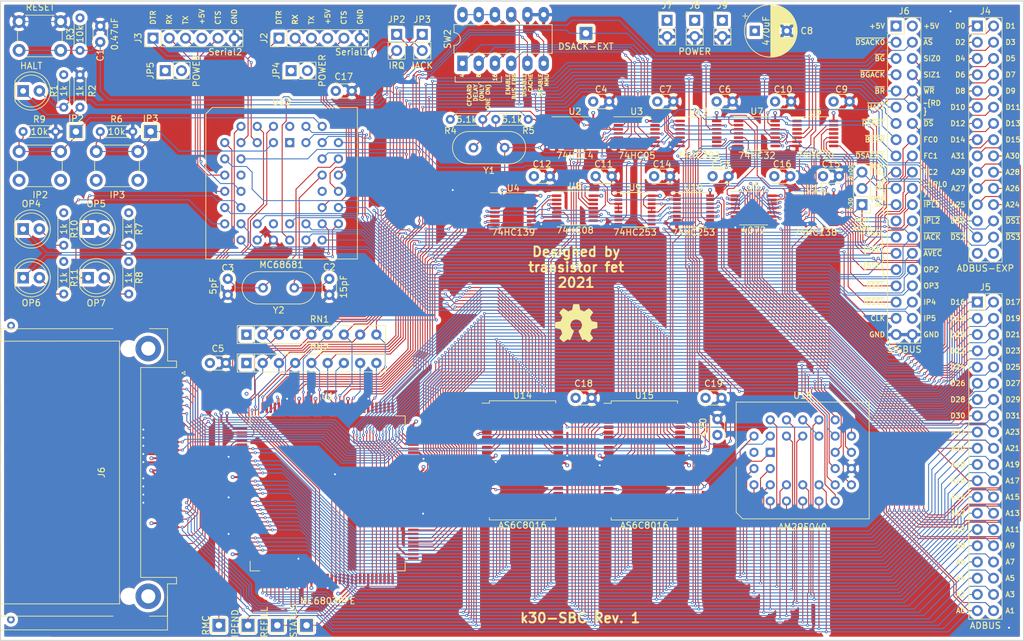
<source format=kicad_pcb>
(kicad_pcb (version 20171130) (host pcbnew 5.99.0+really5.1.12+dfsg1-1)
  (title_block (title "k30 SBC") (rev 1))
  (layers (0 F.Cu signal) (1 In1.Cu signal) (2 In2.Cu signal) (31 B.Cu signal) (34 B.Paste user) (35 F.Paste user) (36 B.SilkS user) (37 F.SilkS user) (38 B.Mask user) (39 F.Mask user) (44 Edge.Cuts user))
  (net 0 "")
  (net 1 GND)
  (net 2 "Net-(C1-Pad1)")
  (net 3 "Net-(C2-Pad2)")
  (net 4 "Net-(C3-Pad2)")
  (net 5 +5V)
  (net 6 HALT)
  (net 7 "Net-(D1-Pad1)")
  (net 8 "Net-(D2-Pad2)")
  (net 9 "Net-(D2-Pad1)")
  (net 10 "Net-(D3-Pad2)")
  (net 11 "Net-(D3-Pad1)")
  (net 12 "Net-(D4-Pad2)")
  (net 13 "Net-(D4-Pad1)")
  (net 14 "Net-(D5-Pad2)")
  (net 15 "Net-(D5-Pad1)")
  (net 16 "Net-(J1-Pad26)")
  (net 17 D3)
  (net 18 D11)
  (net 19 D4)
  (net 20 D12)
  (net 21 D5)
  (net 22 D13)
  (net 23 D6)
  (net 24 D14)
  (net 25 D7)
  (net 26 D15)
  (net 27 A4)
  (net 28 A5)
  (net 29 "Net-(J1-Pad33)")
  (net 30 IORD)
  (net 31 IOWR)
  (net 32 "Net-(J1-Pad37)")
  (net 33 "Net-(J1-Pad46)")
  (net 34 D1)
  (net 35 D8)
  (net 36 "Net-(J1-Pad25)")
  (net 37 D10)
  (net 38 D9)
  (net 39 "Net-(J1-Pad45)")
  (net 40 D0)
  (net 41 "Net-(J1-Pad24)")
  (net 42 D2)
  (net 43 "Net-(J1-Pad40)")
  (net 44 "Net-(J1-Pad41)")
  (net 45 "Net-(J1-Pad42)")
  (net 46 A3)
  (net 47 "Net-(J1-Pad43)")
  (net 48 A2)
  (net 49 A1)
  (net 50 "Net-(J2-Pad5)")
  (net 51 "Net-(J2-Pad4)")
  (net 52 "Net-(J2-Pad3)")
  (net 53 "Net-(J2-Pad2)")
  (net 54 "Net-(J2-Pad1)")
  (net 55 "Net-(J3-Pad5)")
  (net 56 "Net-(J3-Pad4)")
  (net 57 "Net-(J3-Pad3)")
  (net 58 "Net-(J3-Pad2)")
  (net 59 "Net-(J3-Pad1)")
  (net 60 "Net-(J4-Pad30)")
  (net 61 "Net-(J4-Pad29)")
  (net 62 ~DS3)
  (net 63 ~DS2)
  (net 64 ~DS1)
  (net 65 ~DS0)
  (net 66 A24)
  (net 67 A25)
  (net 68 A26)
  (net 69 A27)
  (net 70 A28)
  (net 71 A29)
  (net 72 A30)
  (net 73 A31)
  (net 74 A0)
  (net 75 A7)
  (net 76 A6)
  (net 77 A9)
  (net 78 A8)
  (net 79 A11)
  (net 80 A10)
  (net 81 A13)
  (net 82 A12)
  (net 83 A15)
  (net 84 A14)
  (net 85 A17)
  (net 86 A16)
  (net 87 A19)
  (net 88 A18)
  (net 89 A21)
  (net 90 A20)
  (net 91 A23)
  (net 92 A22)
  (net 93 D31)
  (net 94 D30)
  (net 95 D29)
  (net 96 D28)
  (net 97 D27)
  (net 98 D26)
  (net 99 D25)
  (net 100 D24)
  (net 101 D23)
  (net 102 D22)
  (net 103 D21)
  (net 104 D20)
  (net 105 D19)
  (net 106 D18)
  (net 107 D17)
  (net 108 D16)
  (net 109 IP5)
  (net 110 CLK)
  (net 111 IP4)
  (net 112 IOSEL)
  (net 113 OP3)
  (net 114 6SEL)
  (net 115 OP2)
  (net 116 5SEL)
  (net 117 AVEC)
  (net 118 4SEL)
  (net 119 IACK)
  (net 120 3SEL)
  (net 121 IPL2)
  (net 122 "Net-(J6-Pad25)")
  (net 123 IPL1)
  (net 124 RAMSEL)
  (net 125 IPL0)
  (net 126 0SEL)
  (net 127 FC2)
  (net 128 ROMSEL)
  (net 129 FC1)
  (net 130 DSACK1)
  (net 131 FC0)
  (net 132 BERR)
  (net 133 WR)
  (net 134 RESET)
  (net 135 RD)
  (net 136 DS)
  (net 137 BR)
  (net 138 SIZ1)
  (net 139 BGACK)
  (net 140 SIZ0)
  (net 141 BG)
  (net 142 AS)
  (net 143 DSACK0)
  (net 144 SIRQ)
  (net 145 SIACK)
  (net 146 "Net-(R4-Pad2)")
  (net 147 "Net-(R4-Pad1)")
  (net 148 "Net-(R6-Pad1)")
  (net 149 "Net-(R9-Pad1)")
  (net 150 DSACK-EXT)
  (net 151 MMUDIS)
  (net 152 CDIS)
  (net 153 ATA-DSACK)
  (net 154 "Net-(SW2-Pad4)")
  (net 155 "Net-(SW2-Pad3)")
  (net 156 "Net-(SW2-Pad2)")
  (net 157 "Net-(SW2-Pad1)")
  (net 158 "Net-(TP1-Pad1)")
  (net 159 "Net-(TP2-Pad1)")
  (net 160 "Net-(TP3-Pad1)")
  (net 161 "Net-(U1-Pad130)")
  (net 162 "Net-(U1-Pad129)")
  (net 163 "Net-(U1-Pad109)")
  (net 164 "Net-(U1-Pad104)")
  (net 165 "Net-(U1-Pad101)")
  (net 166 "Net-(U1-Pad44)")
  (net 167 "Net-(U1-Pad67)")
  (net 168 "Net-(U1-Pad33)")
  (net 169 "Net-(U2-Pad12)")
  (net 170 "Net-(U2-Pad8)")
  (net 171 "Net-(U3-Pad9)")
  (net 172 "Net-(U12-Pad8)")
  (net 173 "Net-(U4-Pad7)")
  (net 174 "Net-(U4-Pad6)")
  (net 175 "Net-(U4-Pad5)")
  (net 176 "Net-(U10-Pad10)")
  (net 177 "Net-(U5-Pad13)")
  (net 178 "Net-(U5-Pad1)")
  (net 179 "Net-(U11-Pad5)")
  (net 180 "Net-(U7-Pad3)")
  (net 181 "Net-(U11-Pad13)")
  (net 182 "Net-(U11-Pad14)")
  (net 183 "Net-(U10-Pad11)")
  (net 184 "Net-(U10-Pad12)")
  (net 185 "Net-(U10-Pad13)")
  (net 186 "Net-(U12-Pad11)")
  (net 187 "Net-(U12-Pad10)")
  (net 188 "Net-(U12-Pad9)")
  (net 189 "Net-(U12-Pad3)")
  (net 190 "Net-(RN2-Pad9)")
  (net 191 "Net-(RN2-Pad8)")
  (net 192 "Net-(RN2-Pad7)")
  (net 193 "Net-(J1-Pad27)")
  (net 194 "Net-(J1-Pad28)")
  (net 195 "Net-(J1-Pad29)")
  (net 196 "Net-(J1-Pad30)")
  (net 197 "Net-(J1-Pad31)")
  (net 198 "Net-(J1-Pad47)")
  (net 199 "Net-(J1-Pad49)")
  (net 200 "Net-(J1-Pad48)")
  (net 201 "Net-(TP7-Pad1)")
  (module Symbol:OSHW-Symbol_6.7x6mm_SilkScreen (layer F.Cu) (at 129.032 88.392)
    (fp_text reference REF** hide)
    (fp_text value OSHW-Symbol_6.7x6mm_SilkScreen hide)
  )
  (module TestPoint:TestPoint_THTPad_2.0x2.0mm_Drill1.0mm (layer F.Cu) (at 73.152 135.636 90)
    (fp_text reference TP7)
    (fp_text value RMC (at 0 -2.032 90) (layer F.SilkS))
    (pad 1 thru_hole rect (at 0 0 90) (size 2 2) (drill 1) (layers *.Cu *.Mask) (net 201 "Net-(TP7-Pad1)"))
  )
  (module 68k-SMT:CF-Card_3M_N7E50-Q516RB-40 (layer F.Cu) (at 62.016 111.73 180)
    (fp_text reference J1)
    (fp_text value CompactFlash)
    (fp_text user J6 (at 7.22 0 270) (layer F.SilkS))
    (pad "" thru_hole circle (at 21.3614 22.9616 180) (size 1.2 1.2) (drill 0.6) (layers *.Cu *.Mask))
    (pad "" thru_hole circle (at 21.3868 -23.0124 180) (size 1.2 1.2) (drill 0.6) (layers *.Cu *.Mask))
    (pad "" smd rect (at 17.937 24.13 270) (size 2.49 4.57) (layers F.Cu F.Paste F.Mask))
    (pad "" smd rect (at 17.937 -24.13 270) (size 2.49 4.57) (layers F.Cu F.Paste F.Mask))
    (pad 20 smd rect (at -3.123 -8.57 90) (size 0.41 3.51) (layers F.Cu F.Paste F.Mask) (net 49 A1))
    (pad 44 smd rect (at -3.123 -7.94 90) (size 0.41 3.51) (layers F.Cu F.Paste F.Mask) (net 5 +5V))
    (pad 19 smd rect (at -3.123 -7.3 90) (size 0.41 3.51) (layers F.Cu F.Paste F.Mask) (net 48 A2))
    (pad 43 smd rect (at -3.123 -6.67 90) (size 0.41 3.51) (layers F.Cu F.Paste F.Mask) (net 47 "Net-(J1-Pad43)"))
    (pad 18 smd rect (at -3.123 -6.03 90) (size 0.41 3.51) (layers F.Cu F.Paste F.Mask) (net 46 A3))
    (pad 42 smd rect (at -3.123 -5.4 90) (size 0.41 3.51) (layers F.Cu F.Paste F.Mask) (net 45 "Net-(J1-Pad42)"))
    (pad 17 smd rect (at -3.123 -4.76 90) (size 0.41 3.51) (layers F.Cu F.Paste F.Mask) (net 1 GND))
    (pad 41 smd rect (at -3.123 -4.13 90) (size 0.41 3.51) (layers F.Cu F.Paste F.Mask) (net 44 "Net-(J1-Pad41)"))
    (pad 16 smd rect (at -3.123 -3.49 90) (size 0.41 3.51) (layers F.Cu F.Paste F.Mask) (net 1 GND))
    (pad 40 smd rect (at -3.123 -2.86 90) (size 0.41 3.51) (layers F.Cu F.Paste F.Mask) (net 43 "Net-(J1-Pad40)"))
    (pad 50 smd rect (at -3.123 -15.56 90) (size 0.41 3.51) (layers F.Cu F.Paste F.Mask) (net 1 GND))
    (pad "" thru_hole circle (at -0.1 19.37 270) (size 3.99 3.99) (drill 2.21) (layers *.Cu *.Mask))
    (pad "" thru_hole circle (at -0.1 -19.37 270) (size 3.99 3.99) (drill 2.21) (layers *.Cu *.Mask))
    (pad "" np_thru_hole circle (at 2.9 19.37 270) (size 1.7 1.7) (drill 1.7) (layers *.Cu *.Mask))
    (pad "" np_thru_hole circle (at 2.9 -19.37 270) (size 1.7 1.7) (drill 1.7) (layers *.Cu *.Mask))
    (pad "" smd rect (at 2.57 -23.34 270) (size 2.49 4.57) (layers F.Cu F.Paste F.Mask))
    (pad "" smd rect (at 2.57 23.34 270) (size 2.49 4.57) (layers F.Cu F.Paste F.Mask))
    (pad 23 smd rect (at -3.123 -12.38 90) (size 0.41 3.51) (layers F.Cu F.Paste F.Mask) (net 98 D26))
    (pad 24 smd rect (at -3.123 -13.65 90) (size 0.41 3.51) (layers F.Cu F.Paste F.Mask) (net 41 "Net-(J1-Pad24)"))
    (pad 21 smd rect (at -3.123 -9.84 90) (size 0.41 3.51) (layers F.Cu F.Paste F.Mask) (net 100 D24))
    (pad 45 smd rect (at -3.123 -9.21 90) (size 0.41 3.51) (layers F.Cu F.Paste F.Mask) (net 39 "Net-(J1-Pad45)"))
    (pad 48 smd rect (at -3.123 -13.02 90) (size 0.41 3.51) (layers F.Cu F.Paste F.Mask) (net 200 "Net-(J1-Pad48)"))
    (pad 49 smd rect (at -3.123 -14.29 90) (size 0.41 3.51) (layers F.Cu F.Paste F.Mask) (net 199 "Net-(J1-Pad49)"))
    (pad 25 smd rect (at -3.123 -14.92 90) (size 0.41 3.51) (layers F.Cu F.Paste F.Mask) (net 36 "Net-(J1-Pad25)"))
    (pad 47 smd rect (at -3.123 -11.75 90) (size 0.41 3.51) (layers F.Cu F.Paste F.Mask) (net 198 "Net-(J1-Pad47)"))
    (pad 22 smd rect (at -3.123 -11.11 90) (size 0.41 3.51) (layers F.Cu F.Paste F.Mask) (net 99 D25))
    (pad 46 smd rect (at -3.123 -10.48 90) (size 0.41 3.51) (layers F.Cu F.Paste F.Mask) (net 33 "Net-(J1-Pad46)"))
    (pad 15 smd rect (at -3.123 -2.22 90) (size 0.41 3.51) (layers F.Cu F.Paste F.Mask) (net 1 GND))
    (pad 39 smd rect (at -3.123 -1.59 90) (size 0.41 3.51) (layers F.Cu F.Paste F.Mask) (net 1 GND))
    (pad 14 smd rect (at -3.123 -0.95 90) (size 0.41 3.51) (layers F.Cu F.Paste F.Mask) (net 1 GND))
    (pad 38 smd rect (at -3.123 -0.32 90) (size 0.41 3.51) (layers F.Cu F.Paste F.Mask) (net 5 +5V))
    (pad 13 smd rect (at -3.123 0.32 90) (size 0.41 3.51) (layers F.Cu F.Paste F.Mask) (net 5 +5V))
    (pad 37 smd rect (at -3.123 0.95 90) (size 0.41 3.51) (layers F.Cu F.Paste F.Mask) (net 32 "Net-(J1-Pad37)"))
    (pad 12 smd rect (at -3.123 1.59 90) (size 0.41 3.51) (layers F.Cu F.Paste F.Mask) (net 1 GND))
    (pad 36 smd rect (at -3.123 2.22 90) (size 0.41 3.51) (layers F.Cu F.Paste F.Mask) (net 5 +5V))
    (pad 11 smd rect (at -3.123 2.86 90) (size 0.41 3.51) (layers F.Cu F.Paste F.Mask) (net 1 GND))
    (pad 35 smd rect (at -3.123 3.49 90) (size 0.41 3.51) (layers F.Cu F.Paste F.Mask) (net 31 IOWR))
    (pad 10 smd rect (at -3.123 4.13 90) (size 0.41 3.51) (layers F.Cu F.Paste F.Mask) (net 1 GND))
    (pad 34 smd rect (at -3.123 4.76 90) (size 0.41 3.51) (layers F.Cu F.Paste F.Mask) (net 30 IORD))
    (pad 9 smd rect (at -3.123 5.4 90) (size 0.41 3.51) (layers F.Cu F.Paste F.Mask) (net 1 GND))
    (pad 33 smd rect (at -3.123 6.03 90) (size 0.41 3.51) (layers F.Cu F.Paste F.Mask) (net 29 "Net-(J1-Pad33)"))
    (pad 8 smd rect (at -3.123 6.67 90) (size 0.41 3.51) (layers F.Cu F.Paste F.Mask) (net 1 GND))
    (pad 32 smd rect (at -3.123 7.3 90) (size 0.41 3.51) (layers F.Cu F.Paste F.Mask) (net 28 A5))
    (pad 7 smd rect (at -3.123 7.94 90) (size 0.41 3.51) (layers F.Cu F.Paste F.Mask) (net 27 A4))
    (pad 31 smd rect (at -3.123 8.57 90) (size 0.41 3.51) (layers F.Cu F.Paste F.Mask) (net 197 "Net-(J1-Pad31)"))
    (pad 6 smd rect (at -3.123 9.21 90) (size 0.41 3.51) (layers F.Cu F.Paste F.Mask) (net 93 D31))
    (pad 30 smd rect (at -3.123 9.84 90) (size 0.41 3.51) (layers F.Cu F.Paste F.Mask) (net 196 "Net-(J1-Pad30)"))
    (pad 5 smd rect (at -3.123 10.48 90) (size 0.41 3.51) (layers F.Cu F.Paste F.Mask) (net 94 D30))
    (pad 29 smd rect (at -3.123 11.11 90) (size 0.41 3.51) (layers F.Cu F.Paste F.Mask) (net 195 "Net-(J1-Pad29)"))
    (pad 4 smd rect (at -3.123 11.75 90) (size 0.41 3.51) (layers F.Cu F.Paste F.Mask) (net 95 D29))
    (pad 28 smd rect (at -3.123 12.38 90) (size 0.41 3.51) (layers F.Cu F.Paste F.Mask) (net 194 "Net-(J1-Pad28)"))
    (pad 3 smd rect (at -3.123 13.02 90) (size 0.41 3.51) (layers F.Cu F.Paste F.Mask) (net 96 D28))
    (pad 27 smd rect (at -3.123 13.65 90) (size 0.41 3.51) (layers F.Cu F.Paste F.Mask) (net 193 "Net-(J1-Pad27)"))
    (pad 2 smd rect (at -3.123 14.29 90) (size 0.41 3.51) (layers F.Cu F.Paste F.Mask) (net 97 D27))
    (pad 26 smd rect (at -3.123 14.92 90) (size 0.41 3.51) (layers F.Cu F.Paste F.Mask) (net 16 "Net-(J1-Pad26)"))
    (pad 1 smd rect (at -3.123 15.56 90) (size 0.41 3.51) (layers F.Cu F.Paste F.Mask) (net 1 GND))
  )
  (module Connector_PinHeader_2.54mm:PinHeader_1x06_P2.54mm_Vertical (layer F.Cu) (at 62.865 43.815 90)
    (fp_text reference J3 (at 0 -2.33 90) (layer F.SilkS))
    (fp_text value Serial2 (at -2.159 11.303 180) (layer F.SilkS))
    (pad 6 thru_hole oval (at 0 12.7 90) (size 1.7 1.7) (drill 1) (layers *.Cu *.Mask) (net 1 GND))
    (pad 5 thru_hole oval (at 0 10.16 90) (size 1.7 1.7) (drill 1) (layers *.Cu *.Mask) (net 55 "Net-(J3-Pad5)"))
    (pad 4 thru_hole oval (at 0 7.62 90) (size 1.7 1.7) (drill 1) (layers *.Cu *.Mask) (net 56 "Net-(J3-Pad4)"))
    (pad 3 thru_hole oval (at 0 5.08 90) (size 1.7 1.7) (drill 1) (layers *.Cu *.Mask) (net 57 "Net-(J3-Pad3)"))
    (pad 2 thru_hole oval (at 0 2.54 90) (size 1.7 1.7) (drill 1) (layers *.Cu *.Mask) (net 58 "Net-(J3-Pad2)"))
    (pad 1 thru_hole rect (at 0 0 90) (size 1.7 1.7) (drill 1) (layers *.Cu *.Mask) (net 59 "Net-(J3-Pad1)"))
  )
  (module Connector_PinHeader_2.54mm:PinHeader_1x06_P2.54mm_Vertical (layer F.Cu) (at 82.55 43.815 90)
    (fp_text reference J2 (at 0 -2.33 90) (layer F.SilkS))
    (fp_text value Serial1 (at -2.159 11.43 180) (layer F.SilkS))
    (pad 6 thru_hole oval (at 0 12.7 90) (size 1.7 1.7) (drill 1) (layers *.Cu *.Mask) (net 1 GND))
    (pad 5 thru_hole oval (at 0 10.16 90) (size 1.7 1.7) (drill 1) (layers *.Cu *.Mask) (net 50 "Net-(J2-Pad5)"))
    (pad 4 thru_hole oval (at 0 7.62 90) (size 1.7 1.7) (drill 1) (layers *.Cu *.Mask) (net 51 "Net-(J2-Pad4)"))
    (pad 3 thru_hole oval (at 0 5.08 90) (size 1.7 1.7) (drill 1) (layers *.Cu *.Mask) (net 52 "Net-(J2-Pad3)"))
    (pad 2 thru_hole oval (at 0 2.54 90) (size 1.7 1.7) (drill 1) (layers *.Cu *.Mask) (net 53 "Net-(J2-Pad2)"))
    (pad 1 thru_hole rect (at 0 0 90) (size 1.7 1.7) (drill 1) (layers *.Cu *.Mask) (net 54 "Net-(J2-Pad1)"))
  )
  (module Package_SO:TSOP-II-44_10.16x18.41mm_P0.8mm (layer F.Cu) (at 120.6495 109.837)
    (fp_text reference U14 (at 0 -10.16) (layer F.SilkS))
    (fp_text value AS6C8016 (at 0 10.16) (layer F.SilkS))
    (pad 44 smd roundrect (at 5.5875 -8.4) (size 1.525 0.55) (layers F.Cu F.Paste F.Mask) (net 75 A7))
    (pad 43 smd roundrect (at 5.5875 -7.6) (size 1.525 0.55) (layers F.Cu F.Paste F.Mask) (net 78 A8))
    (pad 42 smd roundrect (at 5.5875 -6.8) (size 1.525 0.55) (layers F.Cu F.Paste F.Mask) (net 77 A9))
    (pad 41 smd roundrect (at 5.5875 -6) (size 1.525 0.55) (layers F.Cu F.Paste F.Mask) (net 135 RD))
    (pad 40 smd roundrect (at 5.5875 -5.2) (size 1.525 0.55) (layers F.Cu F.Paste F.Mask) (net 62 ~DS3))
    (pad 39 smd roundrect (at 5.5875 -4.4) (size 1.525 0.55) (layers F.Cu F.Paste F.Mask) (net 63 ~DS2))
    (pad 38 smd roundrect (at 5.5875 -3.6) (size 1.525 0.55) (layers F.Cu F.Paste F.Mask) (net 93 D31))
    (pad 37 smd roundrect (at 5.5875 -2.8) (size 1.525 0.55) (layers F.Cu F.Paste F.Mask) (net 94 D30))
    (pad 36 smd roundrect (at 5.5875 -2) (size 1.525 0.55) (layers F.Cu F.Paste F.Mask) (net 95 D29))
    (pad 35 smd roundrect (at 5.5875 -1.2) (size 1.525 0.55) (layers F.Cu F.Paste F.Mask) (net 96 D28))
    (pad 34 smd roundrect (at 5.5875 -0.4) (size 1.525 0.55) (layers F.Cu F.Paste F.Mask) (net 1 GND))
    (pad 33 smd roundrect (at 5.5875 0.4) (size 1.525 0.55) (layers F.Cu F.Paste F.Mask) (net 5 +5V))
    (pad 32 smd roundrect (at 5.5875 1.2) (size 1.525 0.55) (layers F.Cu F.Paste F.Mask) (net 97 D27))
    (pad 31 smd roundrect (at 5.5875 2) (size 1.525 0.55) (layers F.Cu F.Paste F.Mask) (net 98 D26))
    (pad 30 smd roundrect (at 5.5875 2.8) (size 1.525 0.55) (layers F.Cu F.Paste F.Mask) (net 99 D25))
    (pad 29 smd roundrect (at 5.5875 3.6) (size 1.525 0.55) (layers F.Cu F.Paste F.Mask) (net 100 D24))
    (pad 28 smd roundrect (at 5.5875 4.4) (size 1.525 0.55) (layers F.Cu F.Paste F.Mask) (net 80 A10))
    (pad 27 smd roundrect (at 5.5875 5.2) (size 1.525 0.55) (layers F.Cu F.Paste F.Mask) (net 79 A11))
    (pad 26 smd roundrect (at 5.5875 6) (size 1.525 0.55) (layers F.Cu F.Paste F.Mask) (net 82 A12))
    (pad 25 smd roundrect (at 5.5875 6.8) (size 1.525 0.55) (layers F.Cu F.Paste F.Mask) (net 81 A13))
    (pad 24 smd roundrect (at 5.5875 7.6) (size 1.525 0.55) (layers F.Cu F.Paste F.Mask) (net 84 A14))
    (pad 23 smd roundrect (at 5.5875 8.4) (size 1.525 0.55) (layers F.Cu F.Paste F.Mask) (net 83 A15))
    (pad 22 smd roundrect (at -5.5875 8.4) (size 1.525 0.55) (layers F.Cu F.Paste F.Mask) (net 86 A16))
    (pad 21 smd roundrect (at -5.5875 7.6) (size 1.525 0.55) (layers F.Cu F.Paste F.Mask) (net 85 A17))
    (pad 20 smd roundrect (at -5.5875 6.8) (size 1.525 0.55) (layers F.Cu F.Paste F.Mask) (net 88 A18))
    (pad 19 smd roundrect (at -5.5875 6) (size 1.525 0.55) (layers F.Cu F.Paste F.Mask) (net 87 A19))
    (pad 18 smd roundrect (at -5.5875 5.2) (size 1.525 0.55) (layers F.Cu F.Paste F.Mask) (net 90 A20))
    (pad 17 smd roundrect (at -5.5875 4.4) (size 1.525 0.55) (layers F.Cu F.Paste F.Mask) (net 133 WR))
    (pad 16 smd roundrect (at -5.5875 3.6) (size 1.525 0.55) (layers F.Cu F.Paste F.Mask) (net 101 D23))
    (pad 15 smd roundrect (at -5.5875 2.8) (size 1.525 0.55) (layers F.Cu F.Paste F.Mask) (net 102 D22))
    (pad 14 smd roundrect (at -5.5875 2) (size 1.525 0.55) (layers F.Cu F.Paste F.Mask) (net 103 D21))
    (pad 13 smd roundrect (at -5.5875 1.2) (size 1.525 0.55) (layers F.Cu F.Paste F.Mask) (net 104 D20))
    (pad 12 smd roundrect (at -5.5875 0.4) (size 1.525 0.55) (layers F.Cu F.Paste F.Mask) (net 1 GND))
    (pad 11 smd roundrect (at -5.5875 -0.4) (size 1.525 0.55) (layers F.Cu F.Paste F.Mask) (net 5 +5V))
    (pad 10 smd roundrect (at -5.5875 -1.2) (size 1.525 0.55) (layers F.Cu F.Paste F.Mask) (net 105 D19))
    (pad 9 smd roundrect (at -5.5875 -2) (size 1.525 0.55) (layers F.Cu F.Paste F.Mask) (net 106 D18))
    (pad 8 smd roundrect (at -5.5875 -2.8) (size 1.525 0.55) (layers F.Cu F.Paste F.Mask) (net 107 D17))
    (pad 7 smd roundrect (at -5.5875 -3.6) (size 1.525 0.55) (layers F.Cu F.Paste F.Mask) (net 108 D16))
    (pad 6 smd roundrect (at -5.5875 -4.4) (size 1.525 0.55) (layers F.Cu F.Paste F.Mask) (net 124 RAMSEL))
    (pad 5 smd roundrect (at -5.5875 -5.2) (size 1.525 0.55) (layers F.Cu F.Paste F.Mask) (net 48 A2))
    (pad 4 smd roundrect (at -5.5875 -6) (size 1.525 0.55) (layers F.Cu F.Paste F.Mask) (net 46 A3))
    (pad 3 smd roundrect (at -5.5875 -6.8) (size 1.525 0.55) (layers F.Cu F.Paste F.Mask) (net 27 A4))
    (pad 2 smd roundrect (at -5.5875 -7.6) (size 1.525 0.55) (layers F.Cu F.Paste F.Mask) (net 28 A5))
    (pad 1 smd roundrect (at -5.5875 -8.4) (size 1.525 0.55) (layers F.Cu F.Paste F.Mask) (net 76 A6))
  )
  (module Resistor_THT:R_Array_SIP9 (layer F.Cu) (at 77.47 90.17)
    (fp_text reference RN1 (at 11.43 -2.4) (layer F.SilkS))
    (fp_text value 10k)
    (pad 9 thru_hole oval (at 20.32 0) (size 1.6 1.6) (drill 0.8) (layers *.Cu *.Mask) (net 152 CDIS))
    (pad 8 thru_hole oval (at 17.78 0) (size 1.6 1.6) (drill 0.8) (layers *.Cu *.Mask) (net 151 MMUDIS))
    (pad 7 thru_hole oval (at 15.24 0) (size 1.6 1.6) (drill 0.8) (layers *.Cu *.Mask) (net 132 BERR))
    (pad 6 thru_hole oval (at 12.7 0) (size 1.6 1.6) (drill 0.8) (layers *.Cu *.Mask) (net 117 AVEC))
    (pad 5 thru_hole oval (at 10.16 0) (size 1.6 1.6) (drill 0.8) (layers *.Cu *.Mask) (net 134 RESET))
    (pad 4 thru_hole oval (at 7.62 0) (size 1.6 1.6) (drill 0.8) (layers *.Cu *.Mask) (net 150 DSACK-EXT))
    (pad 3 thru_hole oval (at 5.08 0) (size 1.6 1.6) (drill 0.8) (layers *.Cu *.Mask) (net 137 BR))
    (pad 2 thru_hole oval (at 2.54 0) (size 1.6 1.6) (drill 0.8) (layers *.Cu *.Mask) (net 139 BGACK))
    (pad 1 thru_hole rect (at 0 0) (size 1.6 1.6) (drill 0.8) (layers *.Cu *.Mask) (net 5 +5V))
  )
  (module Capacitor_THT:CP_Radial_D8.0mm_P5.00mm (layer F.Cu) (at 156.972 42.672)
    (fp_text reference C8 (at 8.128 0) (layer F.SilkS))
    (fp_text value 470uF (at 1.778 0 90) (layer F.SilkS))
    (pad 2 thru_hole circle (at 5 0) (size 1.6 1.6) (drill 0.8) (layers *.Cu *.Mask) (net 1 GND))
    (pad 1 thru_hole rect (at 0 0) (size 1.6 1.6) (drill 0.8) (layers *.Cu *.Mask) (net 5 +5V))
  )
  (module Connector_PinHeader_2.54mm:PinHeader_2x15_P2.54mm_Vertical (layer F.Cu) (at 191.77 41.91)
    (fp_text reference J4 (at 1.27 -2.33) (layer F.SilkS))
    (fp_text value ADBUS-EXP (at 1.27 37.89) (layer F.SilkS))
    (pad 30 thru_hole oval (at 2.54 35.56) (size 1.7 1.7) (drill 1) (layers *.Cu *.Mask) (net 60 "Net-(J4-Pad30)"))
    (pad 29 thru_hole oval (at 0 35.56) (size 1.7 1.7) (drill 1) (layers *.Cu *.Mask) (net 61 "Net-(J4-Pad29)"))
    (pad 28 thru_hole oval (at 2.54 33.02) (size 1.7 1.7) (drill 1) (layers *.Cu *.Mask) (net 62 ~DS3))
    (pad 27 thru_hole oval (at 0 33.02) (size 1.7 1.7) (drill 1) (layers *.Cu *.Mask) (net 63 ~DS2))
    (pad 26 thru_hole oval (at 2.54 30.48) (size 1.7 1.7) (drill 1) (layers *.Cu *.Mask) (net 64 ~DS1))
    (pad 25 thru_hole oval (at 0 30.48) (size 1.7 1.7) (drill 1) (layers *.Cu *.Mask) (net 65 ~DS0))
    (pad 24 thru_hole oval (at 2.54 27.94) (size 1.7 1.7) (drill 1) (layers *.Cu *.Mask) (net 66 A24))
    (pad 23 thru_hole oval (at 0 27.94) (size 1.7 1.7) (drill 1) (layers *.Cu *.Mask) (net 67 A25))
    (pad 22 thru_hole oval (at 2.54 25.4) (size 1.7 1.7) (drill 1) (layers *.Cu *.Mask) (net 68 A26))
    (pad 21 thru_hole oval (at 0 25.4) (size 1.7 1.7) (drill 1) (layers *.Cu *.Mask) (net 69 A27))
    (pad 20 thru_hole oval (at 2.54 22.86) (size 1.7 1.7) (drill 1) (layers *.Cu *.Mask) (net 70 A28))
    (pad 19 thru_hole oval (at 0 22.86) (size 1.7 1.7) (drill 1) (layers *.Cu *.Mask) (net 71 A29))
    (pad 18 thru_hole oval (at 2.54 20.32) (size 1.7 1.7) (drill 1) (layers *.Cu *.Mask) (net 72 A30))
    (pad 17 thru_hole oval (at 0 20.32) (size 1.7 1.7) (drill 1) (layers *.Cu *.Mask) (net 73 A31))
    (pad 16 thru_hole oval (at 2.54 17.78) (size 1.7 1.7) (drill 1) (layers *.Cu *.Mask) (net 26 D15))
    (pad 15 thru_hole oval (at 0 17.78) (size 1.7 1.7) (drill 1) (layers *.Cu *.Mask) (net 24 D14))
    (pad 14 thru_hole oval (at 2.54 15.24) (size 1.7 1.7) (drill 1) (layers *.Cu *.Mask) (net 22 D13))
    (pad 13 thru_hole oval (at 0 15.24) (size 1.7 1.7) (drill 1) (layers *.Cu *.Mask) (net 20 D12))
    (pad 12 thru_hole oval (at 2.54 12.7) (size 1.7 1.7) (drill 1) (layers *.Cu *.Mask) (net 18 D11))
    (pad 11 thru_hole oval (at 0 12.7) (size 1.7 1.7) (drill 1) (layers *.Cu *.Mask) (net 37 D10))
    (pad 10 thru_hole oval (at 2.54 10.16) (size 1.7 1.7) (drill 1) (layers *.Cu *.Mask) (net 38 D9))
    (pad 9 thru_hole oval (at 0 10.16) (size 1.7 1.7) (drill 1) (layers *.Cu *.Mask) (net 35 D8))
    (pad 8 thru_hole oval (at 2.54 7.62) (size 1.7 1.7) (drill 1) (layers *.Cu *.Mask) (net 25 D7))
    (pad 7 thru_hole oval (at 0 7.62) (size 1.7 1.7) (drill 1) (layers *.Cu *.Mask) (net 23 D6))
    (pad 6 thru_hole oval (at 2.54 5.08) (size 1.7 1.7) (drill 1) (layers *.Cu *.Mask) (net 21 D5))
    (pad 5 thru_hole oval (at 0 5.08) (size 1.7 1.7) (drill 1) (layers *.Cu *.Mask) (net 19 D4))
    (pad 4 thru_hole oval (at 2.54 2.54) (size 1.7 1.7) (drill 1) (layers *.Cu *.Mask) (net 17 D3))
    (pad 3 thru_hole oval (at 0 2.54) (size 1.7 1.7) (drill 1) (layers *.Cu *.Mask) (net 42 D2))
    (pad 2 thru_hole oval (at 2.54 0) (size 1.7 1.7) (drill 1) (layers *.Cu *.Mask) (net 34 D1))
    (pad 1 thru_hole rect (at 0 0) (size 1.7 1.7) (drill 1) (layers *.Cu *.Mask) (net 40 D0))
  )
  (module Crystal:Crystal_HC49-4H_Vertical (layer F.Cu) (at 80.064 82.857)
    (fp_text reference Y2 (at 2.44 3.503) (layer F.SilkS))
    (fp_text value Crystal)
    (pad 2 thru_hole circle (at 4.88 0) (size 1.5 1.5) (drill 0.8) (layers *.Cu *.Mask) (net 3 "Net-(C2-Pad2)"))
    (pad 1 thru_hole circle (at 0 0) (size 1.5 1.5) (drill 0.8) (layers *.Cu *.Mask) (net 4 "Net-(C3-Pad2)"))
  )
  (module Crystal:Crystal_HC49-4H_Vertical (layer F.Cu) (at 112.976 60.936)
    (fp_text reference Y1 (at 2.44 3.58) (layer F.SilkS))
    (fp_text value Crystal)
    (pad 1 thru_hole circle (at 0 0) (size 1.5 1.5) (drill 0.8) (layers *.Cu *.Mask) (net 146 "Net-(R4-Pad2)"))
    (pad 2 thru_hole circle (at 4.88 0) (size 1.5 1.5) (drill 0.8) (layers *.Cu *.Mask) (net 110 CLK))
  )
  (module Package_LCC:PLCC-32_THT-Socket (layer F.Cu) (at 159.385 108.585 90)
    (fp_text reference U16 (at 8.89 5.08 180) (layer F.SilkS))
    (fp_text value AM29F040 (at -11.684 5.08 180) (layer F.SilkS))
    (pad 29 thru_hole circle (at 5.08 0 90) (size 1.4224 1.4224) (drill 0.8) (layers *.Cu *.Mask) (net 84 A14))
    (pad 27 thru_hole circle (at 5.08 2.54 90) (size 1.4224 1.4224) (drill 0.8) (layers *.Cu *.Mask) (net 78 A8))
    (pad 25 thru_hole circle (at 5.08 5.08 90) (size 1.4224 1.4224) (drill 0.8) (layers *.Cu *.Mask) (net 79 A11))
    (pad 23 thru_hole circle (at 5.08 7.62 90) (size 1.4224 1.4224) (drill 0.8) (layers *.Cu *.Mask) (net 80 A10))
    (pad 28 thru_hole circle (at 2.54 2.54 90) (size 1.4224 1.4224) (drill 0.8) (layers *.Cu *.Mask) (net 81 A13))
    (pad 26 thru_hole circle (at 2.54 5.08 90) (size 1.4224 1.4224) (drill 0.8) (layers *.Cu *.Mask) (net 77 A9))
    (pad 24 thru_hole circle (at 2.54 7.62 90) (size 1.4224 1.4224) (drill 0.8) (layers *.Cu *.Mask) (net 135 RD))
    (pad 22 thru_hole circle (at 2.54 10.16 90) (size 1.4224 1.4224) (drill 0.8) (layers *.Cu *.Mask) (net 128 ROMSEL))
    (pad 20 thru_hole circle (at 2.54 12.7 90) (size 1.4224 1.4224) (drill 0.8) (layers *.Cu *.Mask) (net 94 D30))
    (pad 18 thru_hole circle (at 0 12.7 90) (size 1.4224 1.4224) (drill 0.8) (layers *.Cu *.Mask) (net 96 D28))
    (pad 16 thru_hole circle (at -2.54 12.7 90) (size 1.4224 1.4224) (drill 0.8) (layers *.Cu *.Mask) (net 1 GND))
    (pad 14 thru_hole circle (at -5.08 12.7 90) (size 1.4224 1.4224) (drill 0.8) (layers *.Cu *.Mask) (net 99 D25))
    (pad 21 thru_hole circle (at 5.08 10.16 90) (size 1.4224 1.4224) (drill 0.8) (layers *.Cu *.Mask) (net 93 D31))
    (pad 19 thru_hole circle (at 0 10.16 90) (size 1.4224 1.4224) (drill 0.8) (layers *.Cu *.Mask) (net 95 D29))
    (pad 17 thru_hole circle (at -2.54 10.16 90) (size 1.4224 1.4224) (drill 0.8) (layers *.Cu *.Mask) (net 97 D27))
    (pad 15 thru_hole circle (at -5.08 10.16 90) (size 1.4224 1.4224) (drill 0.8) (layers *.Cu *.Mask) (net 98 D26))
    (pad 13 thru_hole circle (at -7.62 10.16 90) (size 1.4224 1.4224) (drill 0.8) (layers *.Cu *.Mask) (net 100 D24))
    (pad 11 thru_hole circle (at -7.62 7.62 90) (size 1.4224 1.4224) (drill 0.8) (layers *.Cu *.Mask) (net 49 A1))
    (pad 9 thru_hole circle (at -7.62 5.08 90) (size 1.4224 1.4224) (drill 0.8) (layers *.Cu *.Mask) (net 46 A3))
    (pad 7 thru_hole circle (at -7.62 2.54 90) (size 1.4224 1.4224) (drill 0.8) (layers *.Cu *.Mask) (net 28 A5))
    (pad 5 thru_hole circle (at -7.62 0 90) (size 1.4224 1.4224) (drill 0.8) (layers *.Cu *.Mask) (net 75 A7))
    (pad 12 thru_hole circle (at -5.08 7.62 90) (size 1.4224 1.4224) (drill 0.8) (layers *.Cu *.Mask) (net 74 A0))
    (pad 10 thru_hole circle (at -5.08 5.08 90) (size 1.4224 1.4224) (drill 0.8) (layers *.Cu *.Mask) (net 48 A2))
    (pad 8 thru_hole circle (at -5.08 2.54 90) (size 1.4224 1.4224) (drill 0.8) (layers *.Cu *.Mask) (net 27 A4))
    (pad 6 thru_hole circle (at -5.08 0 90) (size 1.4224 1.4224) (drill 0.8) (layers *.Cu *.Mask) (net 76 A6))
    (pad 30 thru_hole circle (at 2.54 -2.54 90) (size 1.4224 1.4224) (drill 0.8) (layers *.Cu *.Mask) (net 85 A17))
    (pad 32 thru_hole circle (at 0 -2.54 90) (size 1.4224 1.4224) (drill 0.8) (layers *.Cu *.Mask) (net 5 +5V))
    (pad 4 thru_hole circle (at -5.08 -2.54 90) (size 1.4224 1.4224) (drill 0.8) (layers *.Cu *.Mask) (net 82 A12))
    (pad 2 thru_hole circle (at -2.54 -2.54 90) (size 1.4224 1.4224) (drill 0.8) (layers *.Cu *.Mask) (net 86 A16))
    (pad 31 thru_hole circle (at 2.54 0 90) (size 1.4224 1.4224) (drill 0.8) (layers *.Cu *.Mask) (net 133 WR))
    (pad 3 thru_hole circle (at -2.54 0 90) (size 1.4224 1.4224) (drill 0.8) (layers *.Cu *.Mask) (net 83 A15))
    (pad 1 thru_hole rect (at 0 0 90) (size 1.4224 1.4224) (drill 0.8) (layers *.Cu *.Mask) (net 88 A18))
  )
  (module Package_SO:TSOP-II-44_10.16x18.41mm_P0.8mm (layer F.Cu) (at 139.7 109.855)
    (fp_text reference U15 (at 0 -10.16) (layer F.SilkS))
    (fp_text value AS6C8016 (at 0 10.16) (layer F.SilkS))
    (pad 44 smd roundrect (at 5.5875 -8.4) (size 1.525 0.55) (layers F.Cu F.Paste F.Mask) (net 75 A7))
    (pad 43 smd roundrect (at 5.5875 -7.6) (size 1.525 0.55) (layers F.Cu F.Paste F.Mask) (net 78 A8))
    (pad 42 smd roundrect (at 5.5875 -6.8) (size 1.525 0.55) (layers F.Cu F.Paste F.Mask) (net 77 A9))
    (pad 41 smd roundrect (at 5.5875 -6) (size 1.525 0.55) (layers F.Cu F.Paste F.Mask) (net 135 RD))
    (pad 40 smd roundrect (at 5.5875 -5.2) (size 1.525 0.55) (layers F.Cu F.Paste F.Mask) (net 64 ~DS1))
    (pad 39 smd roundrect (at 5.5875 -4.4) (size 1.525 0.55) (layers F.Cu F.Paste F.Mask) (net 65 ~DS0))
    (pad 38 smd roundrect (at 5.5875 -3.6) (size 1.525 0.55) (layers F.Cu F.Paste F.Mask) (net 26 D15))
    (pad 37 smd roundrect (at 5.5875 -2.8) (size 1.525 0.55) (layers F.Cu F.Paste F.Mask) (net 24 D14))
    (pad 36 smd roundrect (at 5.5875 -2) (size 1.525 0.55) (layers F.Cu F.Paste F.Mask) (net 22 D13))
    (pad 35 smd roundrect (at 5.5875 -1.2) (size 1.525 0.55) (layers F.Cu F.Paste F.Mask) (net 20 D12))
    (pad 34 smd roundrect (at 5.5875 -0.4) (size 1.525 0.55) (layers F.Cu F.Paste F.Mask) (net 1 GND))
    (pad 33 smd roundrect (at 5.5875 0.4) (size 1.525 0.55) (layers F.Cu F.Paste F.Mask) (net 5 +5V))
    (pad 32 smd roundrect (at 5.5875 1.2) (size 1.525 0.55) (layers F.Cu F.Paste F.Mask) (net 18 D11))
    (pad 31 smd roundrect (at 5.5875 2) (size 1.525 0.55) (layers F.Cu F.Paste F.Mask) (net 37 D10))
    (pad 30 smd roundrect (at 5.5875 2.8) (size 1.525 0.55) (layers F.Cu F.Paste F.Mask) (net 38 D9))
    (pad 29 smd roundrect (at 5.5875 3.6) (size 1.525 0.55) (layers F.Cu F.Paste F.Mask) (net 35 D8))
    (pad 28 smd roundrect (at 5.5875 4.4) (size 1.525 0.55) (layers F.Cu F.Paste F.Mask) (net 80 A10))
    (pad 27 smd roundrect (at 5.5875 5.2) (size 1.525 0.55) (layers F.Cu F.Paste F.Mask) (net 79 A11))
    (pad 26 smd roundrect (at 5.5875 6) (size 1.525 0.55) (layers F.Cu F.Paste F.Mask) (net 82 A12))
    (pad 25 smd roundrect (at 5.5875 6.8) (size 1.525 0.55) (layers F.Cu F.Paste F.Mask) (net 81 A13))
    (pad 24 smd roundrect (at 5.5875 7.6) (size 1.525 0.55) (layers F.Cu F.Paste F.Mask) (net 84 A14))
    (pad 23 smd roundrect (at 5.5875 8.4) (size 1.525 0.55) (layers F.Cu F.Paste F.Mask) (net 83 A15))
    (pad 22 smd roundrect (at -5.5875 8.4) (size 1.525 0.55) (layers F.Cu F.Paste F.Mask) (net 86 A16))
    (pad 21 smd roundrect (at -5.5875 7.6) (size 1.525 0.55) (layers F.Cu F.Paste F.Mask) (net 85 A17))
    (pad 20 smd roundrect (at -5.5875 6.8) (size 1.525 0.55) (layers F.Cu F.Paste F.Mask) (net 88 A18))
    (pad 19 smd roundrect (at -5.5875 6) (size 1.525 0.55) (layers F.Cu F.Paste F.Mask) (net 87 A19))
    (pad 18 smd roundrect (at -5.5875 5.2) (size 1.525 0.55) (layers F.Cu F.Paste F.Mask) (net 90 A20))
    (pad 17 smd roundrect (at -5.5875 4.4) (size 1.525 0.55) (layers F.Cu F.Paste F.Mask) (net 133 WR))
    (pad 16 smd roundrect (at -5.5875 3.6) (size 1.525 0.55) (layers F.Cu F.Paste F.Mask) (net 25 D7))
    (pad 15 smd roundrect (at -5.5875 2.8) (size 1.525 0.55) (layers F.Cu F.Paste F.Mask) (net 23 D6))
    (pad 14 smd roundrect (at -5.5875 2) (size 1.525 0.55) (layers F.Cu F.Paste F.Mask) (net 21 D5))
    (pad 13 smd roundrect (at -5.5875 1.2) (size 1.525 0.55) (layers F.Cu F.Paste F.Mask) (net 19 D4))
    (pad 12 smd roundrect (at -5.5875 0.4) (size 1.525 0.55) (layers F.Cu F.Paste F.Mask) (net 1 GND))
    (pad 11 smd roundrect (at -5.5875 -0.4) (size 1.525 0.55) (layers F.Cu F.Paste F.Mask) (net 5 +5V))
    (pad 10 smd roundrect (at -5.5875 -1.2) (size 1.525 0.55) (layers F.Cu F.Paste F.Mask) (net 17 D3))
    (pad 9 smd roundrect (at -5.5875 -2) (size 1.525 0.55) (layers F.Cu F.Paste F.Mask) (net 42 D2))
    (pad 8 smd roundrect (at -5.5875 -2.8) (size 1.525 0.55) (layers F.Cu F.Paste F.Mask) (net 34 D1))
    (pad 7 smd roundrect (at -5.5875 -3.6) (size 1.525 0.55) (layers F.Cu F.Paste F.Mask) (net 40 D0))
    (pad 6 smd roundrect (at -5.5875 -4.4) (size 1.525 0.55) (layers F.Cu F.Paste F.Mask) (net 124 RAMSEL))
    (pad 5 smd roundrect (at -5.5875 -5.2) (size 1.525 0.55) (layers F.Cu F.Paste F.Mask) (net 48 A2))
    (pad 4 smd roundrect (at -5.5875 -6) (size 1.525 0.55) (layers F.Cu F.Paste F.Mask) (net 46 A3))
    (pad 3 smd roundrect (at -5.5875 -6.8) (size 1.525 0.55) (layers F.Cu F.Paste F.Mask) (net 27 A4))
    (pad 2 smd roundrect (at -5.5875 -7.6) (size 1.525 0.55) (layers F.Cu F.Paste F.Mask) (net 28 A5))
    (pad 1 smd roundrect (at -5.5875 -8.4) (size 1.525 0.55) (layers F.Cu F.Paste F.Mask) (net 76 A6))
  )
  (module Package_LCC:PLCC-44_THT-Socket (layer F.Cu) (at 84.233 60.148)
    (fp_text reference U13 (at -1.27 -6.4) (layer F.SilkS))
    (fp_text value MC68681 (at -1.302 19.1) (layer F.SilkS))
    (pad 39 thru_hole circle (at 7.62 0) (size 1.4224 1.4224) (drill 0.8) (layers *.Cu *.Mask) (net 112 IOSEL))
    (pad 37 thru_hole circle (at 7.62 2.54) (size 1.4224 1.4224) (drill 0.8) (layers *.Cu *.Mask) (net 4 "Net-(C3-Pad2)"))
    (pad 35 thru_hole circle (at 7.62 5.08) (size 1.4224 1.4224) (drill 0.8) (layers *.Cu *.Mask) (net 52 "Net-(J2-Pad3)"))
    (pad 33 thru_hole circle (at 7.62 7.62) (size 1.4224 1.4224) (drill 0.8) (layers *.Cu *.Mask) (net 53 "Net-(J2-Pad2)"))
    (pad 31 thru_hole circle (at 7.62 10.16) (size 1.4224 1.4224) (drill 0.8) (layers *.Cu *.Mask) (net 115 OP2))
    (pad 40 thru_hole circle (at 5.08 -2.54) (size 1.4224 1.4224) (drill 0.8) (layers *.Cu *.Mask) (net 149 "Net-(R9-Pad1)"))
    (pad 38 thru_hole circle (at 5.08 2.54) (size 1.4224 1.4224) (drill 0.8) (layers *.Cu *.Mask) (net 134 RESET))
    (pad 36 thru_hole circle (at 5.08 5.08) (size 1.4224 1.4224) (drill 0.8) (layers *.Cu *.Mask) (net 3 "Net-(C2-Pad2)"))
    (pad 34 thru_hole circle (at 5.08 7.62) (size 1.4224 1.4224) (drill 0.8) (layers *.Cu *.Mask))
    (pad 32 thru_hole circle (at 5.08 10.16) (size 1.4224 1.4224) (drill 0.8) (layers *.Cu *.Mask) (net 50 "Net-(J2-Pad5)"))
    (pad 30 thru_hole circle (at 5.08 12.7) (size 1.4224 1.4224) (drill 0.8) (layers *.Cu *.Mask) (net 13 "Net-(D4-Pad1)"))
    (pad 28 thru_hole circle (at 5.08 15.24) (size 1.4224 1.4224) (drill 0.8) (layers *.Cu *.Mask) (net 100 D24))
    (pad 26 thru_hole circle (at 2.54 15.24) (size 1.4224 1.4224) (drill 0.8) (layers *.Cu *.Mask) (net 96 D28))
    (pad 24 thru_hole circle (at 0 15.24) (size 1.4224 1.4224) (drill 0.8) (layers *.Cu *.Mask) (net 144 SIRQ))
    (pad 22 thru_hole circle (at -2.54 15.24) (size 1.4224 1.4224) (drill 0.8) (layers *.Cu *.Mask) (net 1 GND))
    (pad 20 thru_hole circle (at -5.08 15.24) (size 1.4224 1.4224) (drill 0.8) (layers *.Cu *.Mask) (net 95 D29))
    (pad 18 thru_hole circle (at -7.62 15.24) (size 1.4224 1.4224) (drill 0.8) (layers *.Cu *.Mask) (net 99 D25))
    (pad 29 thru_hole circle (at 7.62 12.7) (size 1.4224 1.4224) (drill 0.8) (layers *.Cu *.Mask) (net 15 "Net-(D5-Pad1)"))
    (pad 27 thru_hole circle (at 2.54 12.7) (size 1.4224 1.4224) (drill 0.8) (layers *.Cu *.Mask) (net 98 D26))
    (pad 25 thru_hole circle (at 0 12.7) (size 1.4224 1.4224) (drill 0.8) (layers *.Cu *.Mask) (net 94 D30))
    (pad 23 thru_hole circle (at -2.54 12.7) (size 1.4224 1.4224) (drill 0.8) (layers *.Cu *.Mask))
    (pad 21 thru_hole circle (at -5.08 12.7) (size 1.4224 1.4224) (drill 0.8) (layers *.Cu *.Mask) (net 93 D31))
    (pad 19 thru_hole circle (at -7.62 12.7) (size 1.4224 1.4224) (drill 0.8) (layers *.Cu *.Mask) (net 97 D27))
    (pad 17 thru_hole circle (at -10.16 12.7) (size 1.4224 1.4224) (drill 0.8) (layers *.Cu *.Mask) (net 11 "Net-(D3-Pad1)"))
    (pad 15 thru_hole circle (at -10.16 10.16) (size 1.4224 1.4224) (drill 0.8) (layers *.Cu *.Mask) (net 113 OP3))
    (pad 13 thru_hole circle (at -10.16 7.62) (size 1.4224 1.4224) (drill 0.8) (layers *.Cu *.Mask) (net 58 "Net-(J3-Pad2)"))
    (pad 11 thru_hole circle (at -10.16 5.08) (size 1.4224 1.4224) (drill 0.8) (layers *.Cu *.Mask) (net 57 "Net-(J3-Pad3)"))
    (pad 9 thru_hole circle (at -10.16 2.54) (size 1.4224 1.4224) (drill 0.8) (layers *.Cu *.Mask) (net 133 WR))
    (pad 7 thru_hole circle (at -10.16 0) (size 1.4224 1.4224) (drill 0.8) (layers *.Cu *.Mask) (net 27 A4))
    (pad 16 thru_hole circle (at -7.62 10.16) (size 1.4224 1.4224) (drill 0.8) (layers *.Cu *.Mask) (net 9 "Net-(D2-Pad1)"))
    (pad 14 thru_hole circle (at -7.62 7.62) (size 1.4224 1.4224) (drill 0.8) (layers *.Cu *.Mask) (net 55 "Net-(J3-Pad5)"))
    (pad 12 thru_hole circle (at -7.62 5.08) (size 1.4224 1.4224) (drill 0.8) (layers *.Cu *.Mask))
    (pad 10 thru_hole circle (at -7.62 2.54) (size 1.4224 1.4224) (drill 0.8) (layers *.Cu *.Mask) (net 143 DSACK0))
    (pad 8 thru_hole circle (at -7.62 0) (size 1.4224 1.4224) (drill 0.8) (layers *.Cu *.Mask) (net 54 "Net-(J2-Pad1)"))
    (pad 42 thru_hole circle (at 2.54 -2.54) (size 1.4224 1.4224) (drill 0.8) (layers *.Cu *.Mask) (net 109 IP5))
    (pad 44 thru_hole circle (at 0 -2.54) (size 1.4224 1.4224) (drill 0.8) (layers *.Cu *.Mask) (net 5 +5V))
    (pad 6 thru_hole circle (at -7.62 -2.54) (size 1.4224 1.4224) (drill 0.8) (layers *.Cu *.Mask) (net 46 A3))
    (pad 4 thru_hole circle (at -5.08 -2.54) (size 1.4224 1.4224) (drill 0.8) (layers *.Cu *.Mask) (net 48 A2))
    (pad 2 thru_hole circle (at -2.54 -2.54) (size 1.4224 1.4224) (drill 0.8) (layers *.Cu *.Mask) (net 49 A1))
    (pad 41 thru_hole circle (at 5.08 0) (size 1.4224 1.4224) (drill 0.8) (layers *.Cu *.Mask) (net 145 SIACK))
    (pad 43 thru_hole circle (at 2.54 0) (size 1.4224 1.4224) (drill 0.8) (layers *.Cu *.Mask) (net 111 IP4))
    (pad 5 thru_hole circle (at -5.08 0) (size 1.4224 1.4224) (drill 0.8) (layers *.Cu *.Mask) (net 59 "Net-(J3-Pad1)"))
    (pad 3 thru_hole circle (at -2.54 0) (size 1.4224 1.4224) (drill 0.8) (layers *.Cu *.Mask) (net 148 "Net-(R6-Pad1)"))
    (pad 1 thru_hole rect (at 0 0) (size 1.4224 1.4224) (drill 0.8) (layers *.Cu *.Mask))
  )
  (module Package_SO:TSSOP-14_4.4x5mm_P0.65mm (layer F.Cu) (at 148.1505 58.719)
    (fp_text reference U12 (at 0 -3.45) (layer F.SilkS))
    (fp_text value 74HC393 (at 0 3.45) (layer F.SilkS))
    (pad 1 smd roundrect (at -2.8625 -1.95) (size 1.475 0.4) (layers F.Cu F.Paste F.Mask) (net 110 CLK))
    (pad 2 smd roundrect (at -2.8625 -1.3) (size 1.475 0.4) (layers F.Cu F.Paste F.Mask) (net 114 6SEL))
    (pad 3 smd roundrect (at -2.8625 -0.65) (size 1.475 0.4) (layers F.Cu F.Paste F.Mask) (net 189 "Net-(U12-Pad3)"))
    (pad 4 smd roundrect (at -2.8625 0) (size 1.475 0.4) (layers F.Cu F.Paste F.Mask) (net 157 "Net-(SW2-Pad1)"))
    (pad 5 smd roundrect (at -2.8625 0.65) (size 1.475 0.4) (layers F.Cu F.Paste F.Mask) (net 156 "Net-(SW2-Pad2)"))
    (pad 6 smd roundrect (at -2.8625 1.3) (size 1.475 0.4) (layers F.Cu F.Paste F.Mask) (net 155 "Net-(SW2-Pad3)"))
    (pad 7 smd roundrect (at -2.8625 1.95) (size 1.475 0.4) (layers F.Cu F.Paste F.Mask) (net 1 GND))
    (pad 8 smd roundrect (at 2.8625 1.95) (size 1.475 0.4) (layers F.Cu F.Paste F.Mask) (net 172 "Net-(U12-Pad8)"))
    (pad 9 smd roundrect (at 2.8625 1.3) (size 1.475 0.4) (layers F.Cu F.Paste F.Mask) (net 188 "Net-(U12-Pad9)"))
    (pad 10 smd roundrect (at 2.8625 0.65) (size 1.475 0.4) (layers F.Cu F.Paste F.Mask) (net 187 "Net-(U12-Pad10)"))
    (pad 11 smd roundrect (at 2.8625 0) (size 1.475 0.4) (layers F.Cu F.Paste F.Mask) (net 186 "Net-(U12-Pad11)"))
    (pad 12 smd roundrect (at 2.8625 -0.65) (size 1.475 0.4) (layers F.Cu F.Paste F.Mask) (net 142 AS))
    (pad 13 smd roundrect (at 2.8625 -1.3) (size 1.475 0.4) (layers F.Cu F.Paste F.Mask) (net 110 CLK))
    (pad 14 smd roundrect (at 2.8625 -1.95) (size 1.475 0.4) (layers F.Cu F.Paste F.Mask) (net 5 +5V))
  )
  (module Package_SO:TSSOP-16_4.4x5mm_P0.65mm (layer F.Cu) (at 166.4385 70.728)
    (fp_text reference U11 (at 0 -3.45) (layer F.SilkS))
    (fp_text value 74HC138 (at 0 3.45) (layer F.SilkS))
    (pad 1 smd roundrect (at -2.8625 -2.275) (size 1.475 0.4) (layers F.Cu F.Paste F.Mask) (net 90 A20))
    (pad 2 smd roundrect (at -2.8625 -1.625) (size 1.475 0.4) (layers F.Cu F.Paste F.Mask) (net 89 A21))
    (pad 3 smd roundrect (at -2.8625 -0.975) (size 1.475 0.4) (layers F.Cu F.Paste F.Mask) (net 92 A22))
    (pad 4 smd roundrect (at -2.8625 -0.325) (size 1.475 0.4) (layers F.Cu F.Paste F.Mask) (net 142 AS))
    (pad 5 smd roundrect (at -2.8625 0.325) (size 1.475 0.4) (layers F.Cu F.Paste F.Mask) (net 179 "Net-(U11-Pad5)"))
    (pad 6 smd roundrect (at -2.8625 0.975) (size 1.475 0.4) (layers F.Cu F.Paste F.Mask) (net 5 +5V))
    (pad 7 smd roundrect (at -2.8625 1.625) (size 1.475 0.4) (layers F.Cu F.Paste F.Mask) (net 112 IOSEL))
    (pad 8 smd roundrect (at -2.8625 2.275) (size 1.475 0.4) (layers F.Cu F.Paste F.Mask) (net 1 GND))
    (pad 9 smd roundrect (at 2.8625 2.275) (size 1.475 0.4) (layers F.Cu F.Paste F.Mask) (net 114 6SEL))
    (pad 10 smd roundrect (at 2.8625 1.625) (size 1.475 0.4) (layers F.Cu F.Paste F.Mask) (net 116 5SEL))
    (pad 11 smd roundrect (at 2.8625 0.975) (size 1.475 0.4) (layers F.Cu F.Paste F.Mask) (net 118 4SEL))
    (pad 12 smd roundrect (at 2.8625 0.325) (size 1.475 0.4) (layers F.Cu F.Paste F.Mask) (net 120 3SEL))
    (pad 13 smd roundrect (at 2.8625 -0.325) (size 1.475 0.4) (layers F.Cu F.Paste F.Mask) (net 181 "Net-(U11-Pad13)"))
    (pad 14 smd roundrect (at 2.8625 -0.975) (size 1.475 0.4) (layers F.Cu F.Paste F.Mask) (net 182 "Net-(U11-Pad14)"))
    (pad 15 smd roundrect (at 2.8625 -1.625) (size 1.475 0.4) (layers F.Cu F.Paste F.Mask) (net 126 0SEL))
    (pad 16 smd roundrect (at 2.8625 -2.275) (size 1.475 0.4) (layers F.Cu F.Paste F.Mask) (net 5 +5V))
  )
  (module Package_SO:SSOP-16_3.9x4.9mm_P0.635mm (layer F.Cu) (at 147.38 70.6755)
    (fp_text reference U10 (at 0 -3.5) (layer F.SilkS))
    (fp_text value 74HC253 (at 0 3.5) (layer F.SilkS))
    (pad 1 smd rect (at -2.6 -2.2225) (size 1.2 0.4) (layers F.Cu F.Paste F.Mask) (net 1 GND))
    (pad 2 smd rect (at -2.6 -1.5875) (size 1.2 0.4) (layers F.Cu F.Paste F.Mask) (net 49 A1))
    (pad 3 smd rect (at -2.6 -0.9525) (size 1.2 0.4) (layers F.Cu F.Paste F.Mask) (net 5 +5V))
    (pad 4 smd rect (at -2.6 -0.3175) (size 1.2 0.4) (layers F.Cu F.Paste F.Mask) (net 185 "Net-(U10-Pad13)"))
    (pad 5 smd rect (at -2.6 0.3175) (size 1.2 0.4) (layers F.Cu F.Paste F.Mask) (net 184 "Net-(U10-Pad12)"))
    (pad 6 smd rect (at -2.6 0.9525) (size 1.2 0.4) (layers F.Cu F.Paste F.Mask) (net 183 "Net-(U10-Pad11)"))
    (pad 7 smd rect (at -2.6 1.5875) (size 1.2 0.4) (layers F.Cu F.Paste F.Mask) (net 64 ~DS1))
    (pad 8 smd rect (at -2.6 2.2225) (size 1.2 0.4) (layers F.Cu F.Paste F.Mask) (net 1 GND))
    (pad 9 smd rect (at 2.6 2.2225) (size 1.2 0.4) (layers F.Cu F.Paste F.Mask) (net 65 ~DS0))
    (pad 10 smd rect (at 2.6 1.5875) (size 1.2 0.4) (layers F.Cu F.Paste F.Mask) (net 176 "Net-(U10-Pad10)"))
    (pad 11 smd rect (at 2.6 0.9525) (size 1.2 0.4) (layers F.Cu F.Paste F.Mask) (net 183 "Net-(U10-Pad11)"))
    (pad 12 smd rect (at 2.6 0.3175) (size 1.2 0.4) (layers F.Cu F.Paste F.Mask) (net 184 "Net-(U10-Pad12)"))
    (pad 13 smd rect (at 2.6 -0.3175) (size 1.2 0.4) (layers F.Cu F.Paste F.Mask) (net 185 "Net-(U10-Pad13)"))
    (pad 14 smd rect (at 2.6 -0.9525) (size 1.2 0.4) (layers F.Cu F.Paste F.Mask) (net 74 A0))
    (pad 15 smd rect (at 2.6 -1.5875) (size 1.2 0.4) (layers F.Cu F.Paste F.Mask) (net 1 GND))
    (pad 16 smd rect (at 2.6 -2.2225) (size 1.2 0.4) (layers F.Cu F.Paste F.Mask) (net 5 +5V))
  )
  (module Package_SO:SSOP-16_3.9x4.9mm_P0.635mm (layer F.Cu) (at 138.236 70.6755)
    (fp_text reference U9 (at 0 -3.5) (layer F.SilkS))
    (fp_text value 74HC253 (at 0 3.5) (layer F.SilkS))
    (pad 1 smd rect (at -2.6 -2.2225) (size 1.2 0.4) (layers F.Cu F.Paste F.Mask) (net 1 GND))
    (pad 2 smd rect (at -2.6 -1.5875) (size 1.2 0.4) (layers F.Cu F.Paste F.Mask) (net 49 A1))
    (pad 3 smd rect (at -2.6 -0.9525) (size 1.2 0.4) (layers F.Cu F.Paste F.Mask) (net 5 +5V))
    (pad 4 smd rect (at -2.6 -0.3175) (size 1.2 0.4) (layers F.Cu F.Paste F.Mask) (net 5 +5V))
    (pad 5 smd rect (at -2.6 0.3175) (size 1.2 0.4) (layers F.Cu F.Paste F.Mask) (net 5 +5V))
    (pad 6 smd rect (at -2.6 0.9525) (size 1.2 0.4) (layers F.Cu F.Paste F.Mask) (net 185 "Net-(U10-Pad13)"))
    (pad 7 smd rect (at -2.6 1.5875) (size 1.2 0.4) (layers F.Cu F.Paste F.Mask) (net 62 ~DS3))
    (pad 8 smd rect (at -2.6 2.2225) (size 1.2 0.4) (layers F.Cu F.Paste F.Mask) (net 1 GND))
    (pad 9 smd rect (at 2.6 2.2225) (size 1.2 0.4) (layers F.Cu F.Paste F.Mask) (net 63 ~DS2))
    (pad 10 smd rect (at 2.6 1.5875) (size 1.2 0.4) (layers F.Cu F.Paste F.Mask) (net 184 "Net-(U10-Pad12)"))
    (pad 11 smd rect (at 2.6 0.9525) (size 1.2 0.4) (layers F.Cu F.Paste F.Mask) (net 185 "Net-(U10-Pad13)"))
    (pad 12 smd rect (at 2.6 0.3175) (size 1.2 0.4) (layers F.Cu F.Paste F.Mask) (net 5 +5V))
    (pad 13 smd rect (at 2.6 -0.3175) (size 1.2 0.4) (layers F.Cu F.Paste F.Mask) (net 5 +5V))
    (pad 14 smd rect (at 2.6 -0.9525) (size 1.2 0.4) (layers F.Cu F.Paste F.Mask) (net 74 A0))
    (pad 15 smd rect (at 2.6 -1.5875) (size 1.2 0.4) (layers F.Cu F.Paste F.Mask) (net 1 GND))
    (pad 16 smd rect (at 2.6 -2.2225) (size 1.2 0.4) (layers F.Cu F.Paste F.Mask) (net 5 +5V))
  )
  (module Package_SO:TSSOP-14_4.4x5mm_P0.65mm (layer F.Cu) (at 128.8465 70.403)
    (fp_text reference U8 (at 0 -3.45) (layer F.SilkS))
    (fp_text value 74HC08 (at 0 3.45) (layer F.SilkS))
    (pad 1 smd roundrect (at -2.8625 -1.95) (size 1.475 0.4) (layers F.Cu F.Paste F.Mask) (net 175 "Net-(U4-Pad5)"))
    (pad 2 smd roundrect (at -2.8625 -1.3) (size 1.475 0.4) (layers F.Cu F.Paste F.Mask) (net 184 "Net-(U10-Pad12)"))
    (pad 3 smd roundrect (at -2.8625 -0.65) (size 1.475 0.4) (layers F.Cu F.Paste F.Mask) (net 185 "Net-(U10-Pad13)"))
    (pad 4 smd roundrect (at -2.8625 0) (size 1.475 0.4) (layers F.Cu F.Paste F.Mask) (net 174 "Net-(U4-Pad6)"))
    (pad 5 smd roundrect (at -2.8625 0.65) (size 1.475 0.4) (layers F.Cu F.Paste F.Mask) (net 183 "Net-(U10-Pad11)"))
    (pad 6 smd roundrect (at -2.8625 1.3) (size 1.475 0.4) (layers F.Cu F.Paste F.Mask) (net 184 "Net-(U10-Pad12)"))
    (pad 7 smd roundrect (at -2.8625 1.95) (size 1.475 0.4) (layers F.Cu F.Paste F.Mask) (net 1 GND))
    (pad 8 smd roundrect (at 2.8625 1.95) (size 1.475 0.4) (layers F.Cu F.Paste F.Mask) (net 183 "Net-(U10-Pad11)"))
    (pad 9 smd roundrect (at 2.8625 1.3) (size 1.475 0.4) (layers F.Cu F.Paste F.Mask) (net 173 "Net-(U4-Pad7)"))
    (pad 10 smd roundrect (at 2.8625 0.65) (size 1.475 0.4) (layers F.Cu F.Paste F.Mask) (net 176 "Net-(U10-Pad10)"))
    (pad 11 smd roundrect (at 2.8625 0) (size 1.475 0.4) (layers F.Cu F.Paste F.Mask) (net 124 RAMSEL))
    (pad 12 smd roundrect (at 2.8625 -0.65) (size 1.475 0.4) (layers F.Cu F.Paste F.Mask) (net 182 "Net-(U11-Pad14)"))
    (pad 13 smd roundrect (at 2.8625 -1.3) (size 1.475 0.4) (layers F.Cu F.Paste F.Mask) (net 181 "Net-(U11-Pad13)"))
    (pad 14 smd roundrect (at 2.8625 -1.95) (size 1.475 0.4) (layers F.Cu F.Paste F.Mask) (net 5 +5V))
  )
  (module Package_SO:TSSOP-14_4.4x5mm_P0.65mm (layer F.Cu) (at 157.2945 58.719)
    (fp_text reference U7 (at 0 -3.45) (layer F.SilkS))
    (fp_text value 74HC32 (at 0 3.45) (layer F.SilkS))
    (pad 1 smd roundrect (at -2.8625 -1.95) (size 1.475 0.4) (layers F.Cu F.Paste F.Mask) (net 178 "Net-(U5-Pad1)"))
    (pad 2 smd roundrect (at -2.8625 -1.3) (size 1.475 0.4) (layers F.Cu F.Paste F.Mask) (net 177 "Net-(U5-Pad13)"))
    (pad 3 smd roundrect (at -2.8625 -0.65) (size 1.475 0.4) (layers F.Cu F.Paste F.Mask) (net 180 "Net-(U7-Pad3)"))
    (pad 4 smd roundrect (at -2.8625 0) (size 1.475 0.4) (layers F.Cu F.Paste F.Mask) (net 180 "Net-(U7-Pad3)"))
    (pad 5 smd roundrect (at -2.8625 0.65) (size 1.475 0.4) (layers F.Cu F.Paste F.Mask) (net 91 A23))
    (pad 6 smd roundrect (at -2.8625 1.3) (size 1.475 0.4) (layers F.Cu F.Paste F.Mask) (net 179 "Net-(U11-Pad5)"))
    (pad 7 smd roundrect (at -2.8625 1.95) (size 1.475 0.4) (layers F.Cu F.Paste F.Mask) (net 1 GND))
    (pad 8 smd roundrect (at 2.8625 1.95) (size 1.475 0.4) (layers F.Cu F.Paste F.Mask) (net 30 IORD))
    (pad 9 smd roundrect (at 2.8625 1.3) (size 1.475 0.4) (layers F.Cu F.Paste F.Mask) (net 114 6SEL))
    (pad 10 smd roundrect (at 2.8625 0.65) (size 1.475 0.4) (layers F.Cu F.Paste F.Mask) (net 135 RD))
    (pad 11 smd roundrect (at 2.8625 0) (size 1.475 0.4) (layers F.Cu F.Paste F.Mask) (net 31 IOWR))
    (pad 12 smd roundrect (at 2.8625 -0.65) (size 1.475 0.4) (layers F.Cu F.Paste F.Mask) (net 114 6SEL))
    (pad 13 smd roundrect (at 2.8625 -1.3) (size 1.475 0.4) (layers F.Cu F.Paste F.Mask) (net 133 WR))
    (pad 14 smd roundrect (at 2.8625 -1.95) (size 1.475 0.4) (layers F.Cu F.Paste F.Mask) (net 5 +5V))
  )
  (module Package_SO:TSSOP-14_4.4x5mm_P0.65mm (layer F.Cu) (at 166.4385 58.719)
    (fp_text reference U6 (at 0 -3.45) (layer F.SilkS))
    (fp_text value 74HC20 (at 0 3.45) (layer F.SilkS))
    (pad 1 smd roundrect (at -2.8625 -1.95) (size 1.475 0.4) (layers F.Cu F.Paste F.Mask) (net 124 RAMSEL))
    (pad 2 smd roundrect (at -2.8625 -1.3) (size 1.475 0.4) (layers F.Cu F.Paste F.Mask) (net 128 ROMSEL))
    (pad 3 smd roundrect (at -2.8625 -0.65) (size 1.475 0.4) (layers F.Cu F.Paste F.Mask))
    (pad 4 smd roundrect (at -2.8625 0) (size 1.475 0.4) (layers F.Cu F.Paste F.Mask) (net 153 ATA-DSACK))
    (pad 5 smd roundrect (at -2.8625 0.65) (size 1.475 0.4) (layers F.Cu F.Paste F.Mask) (net 150 DSACK-EXT))
    (pad 6 smd roundrect (at -2.8625 1.3) (size 1.475 0.4) (layers F.Cu F.Paste F.Mask) (net 171 "Net-(U3-Pad9)"))
    (pad 7 smd roundrect (at -2.8625 1.95) (size 1.475 0.4) (layers F.Cu F.Paste F.Mask) (net 1 GND))
    (pad 8 smd roundrect (at 2.8625 1.95) (size 1.475 0.4) (layers F.Cu F.Paste F.Mask) (net 119 IACK))
    (pad 9 smd roundrect (at 2.8625 1.3) (size 1.475 0.4) (layers F.Cu F.Paste F.Mask) (net 131 FC0))
    (pad 10 smd roundrect (at 2.8625 0.65) (size 1.475 0.4) (layers F.Cu F.Paste F.Mask) (net 129 FC1))
    (pad 11 smd roundrect (at 2.8625 0) (size 1.475 0.4) (layers F.Cu F.Paste F.Mask))
    (pad 12 smd roundrect (at 2.8625 -0.65) (size 1.475 0.4) (layers F.Cu F.Paste F.Mask) (net 127 FC2))
    (pad 13 smd roundrect (at 2.8625 -1.3) (size 1.475 0.4) (layers F.Cu F.Paste F.Mask) (net 86 A16))
    (pad 14 smd roundrect (at 2.8625 -1.95) (size 1.475 0.4) (layers F.Cu F.Paste F.Mask) (net 5 +5V))
  )
  (module Package_SO:TSSOP-14_4.4x5mm_P0.65mm (layer F.Cu) (at 156.7865 70.403)
    (fp_text reference U5 (at 0 -3.45) (layer F.SilkS))
    (fp_text value 4072 (at 0 3.45) (layer F.SilkS))
    (pad 1 smd roundrect (at -2.8625 -1.95) (size 1.475 0.4) (layers F.Cu F.Paste F.Mask) (net 178 "Net-(U5-Pad1)"))
    (pad 2 smd roundrect (at -2.8625 -1.3) (size 1.475 0.4) (layers F.Cu F.Paste F.Mask) (net 73 A31))
    (pad 3 smd roundrect (at -2.8625 -0.65) (size 1.475 0.4) (layers F.Cu F.Paste F.Mask) (net 72 A30))
    (pad 4 smd roundrect (at -2.8625 0) (size 1.475 0.4) (layers F.Cu F.Paste F.Mask) (net 71 A29))
    (pad 5 smd roundrect (at -2.8625 0.65) (size 1.475 0.4) (layers F.Cu F.Paste F.Mask) (net 70 A28))
    (pad 6 smd roundrect (at -2.8625 1.3) (size 1.475 0.4) (layers F.Cu F.Paste F.Mask))
    (pad 7 smd roundrect (at -2.8625 1.95) (size 1.475 0.4) (layers F.Cu F.Paste F.Mask) (net 1 GND))
    (pad 8 smd roundrect (at 2.8625 1.95) (size 1.475 0.4) (layers F.Cu F.Paste F.Mask))
    (pad 9 smd roundrect (at 2.8625 1.3) (size 1.475 0.4) (layers F.Cu F.Paste F.Mask) (net 69 A27))
    (pad 10 smd roundrect (at 2.8625 0.65) (size 1.475 0.4) (layers F.Cu F.Paste F.Mask) (net 68 A26))
    (pad 11 smd roundrect (at 2.8625 0) (size 1.475 0.4) (layers F.Cu F.Paste F.Mask) (net 67 A25))
    (pad 12 smd roundrect (at 2.8625 -0.65) (size 1.475 0.4) (layers F.Cu F.Paste F.Mask) (net 66 A24))
    (pad 13 smd roundrect (at 2.8625 -1.3) (size 1.475 0.4) (layers F.Cu F.Paste F.Mask) (net 177 "Net-(U5-Pad13)"))
    (pad 14 smd roundrect (at 2.8625 -1.95) (size 1.475 0.4) (layers F.Cu F.Paste F.Mask) (net 5 +5V))
  )
  (module Package_SO:TSSOP-16_4.4x5mm_P0.65mm (layer F.Cu) (at 119.1945 70.728)
    (fp_text reference U4 (at 0 -3.45) (layer F.SilkS))
    (fp_text value 74HC139 (at 0 3.45) (layer F.SilkS))
    (pad 1 smd roundrect (at -2.8625 -2.275) (size 1.475 0.4) (layers F.Cu F.Paste F.Mask) (net 136 DS))
    (pad 2 smd roundrect (at -2.8625 -1.625) (size 1.475 0.4) (layers F.Cu F.Paste F.Mask) (net 140 SIZ0))
    (pad 3 smd roundrect (at -2.8625 -0.975) (size 1.475 0.4) (layers F.Cu F.Paste F.Mask) (net 138 SIZ1))
    (pad 4 smd roundrect (at -2.8625 -0.325) (size 1.475 0.4) (layers F.Cu F.Paste F.Mask) (net 176 "Net-(U10-Pad10)"))
    (pad 5 smd roundrect (at -2.8625 0.325) (size 1.475 0.4) (layers F.Cu F.Paste F.Mask) (net 175 "Net-(U4-Pad5)"))
    (pad 6 smd roundrect (at -2.8625 0.975) (size 1.475 0.4) (layers F.Cu F.Paste F.Mask) (net 174 "Net-(U4-Pad6)"))
    (pad 7 smd roundrect (at -2.8625 1.625) (size 1.475 0.4) (layers F.Cu F.Paste F.Mask) (net 173 "Net-(U4-Pad7)"))
    (pad 8 smd roundrect (at -2.8625 2.275) (size 1.475 0.4) (layers F.Cu F.Paste F.Mask) (net 1 GND))
    (pad 9 smd roundrect (at 2.8625 2.275) (size 1.475 0.4) (layers F.Cu F.Paste F.Mask))
    (pad 10 smd roundrect (at 2.8625 1.625) (size 1.475 0.4) (layers F.Cu F.Paste F.Mask))
    (pad 11 smd roundrect (at 2.8625 0.975) (size 1.475 0.4) (layers F.Cu F.Paste F.Mask))
    (pad 12 smd roundrect (at 2.8625 0.325) (size 1.475 0.4) (layers F.Cu F.Paste F.Mask))
    (pad 13 smd roundrect (at 2.8625 -0.325) (size 1.475 0.4) (layers F.Cu F.Paste F.Mask))
    (pad 14 smd roundrect (at 2.8625 -0.975) (size 1.475 0.4) (layers F.Cu F.Paste F.Mask))
    (pad 15 smd roundrect (at 2.8625 -1.625) (size 1.475 0.4) (layers F.Cu F.Paste F.Mask))
    (pad 16 smd roundrect (at 2.8625 -2.275) (size 1.475 0.4) (layers F.Cu F.Paste F.Mask) (net 5 +5V))
  )
  (module Package_SO:TSSOP-14_4.4x5mm_P0.65mm (layer F.Cu) (at 138.4985 58.719)
    (fp_text reference U3 (at 0 -3.45) (layer F.SilkS))
    (fp_text value 74HC05 (at 0 3.45) (layer F.SilkS))
    (pad 1 smd roundrect (at -2.8625 -1.95) (size 1.475 0.4) (layers F.Cu F.Paste F.Mask) (net 169 "Net-(U2-Pad12)"))
    (pad 2 smd roundrect (at -2.8625 -1.3) (size 1.475 0.4) (layers F.Cu F.Paste F.Mask) (net 6 HALT))
    (pad 3 smd roundrect (at -2.8625 -0.65) (size 1.475 0.4) (layers F.Cu F.Paste F.Mask) (net 169 "Net-(U2-Pad12)"))
    (pad 4 smd roundrect (at -2.8625 0) (size 1.475 0.4) (layers F.Cu F.Paste F.Mask) (net 134 RESET))
    (pad 5 smd roundrect (at -2.8625 0.65) (size 1.475 0.4) (layers F.Cu F.Paste F.Mask) (net 172 "Net-(U12-Pad8)"))
    (pad 6 smd roundrect (at -2.8625 1.3) (size 1.475 0.4) (layers F.Cu F.Paste F.Mask) (net 154 "Net-(SW2-Pad4)"))
    (pad 7 smd roundrect (at -2.8625 1.95) (size 1.475 0.4) (layers F.Cu F.Paste F.Mask) (net 1 GND))
    (pad 8 smd roundrect (at 2.8625 1.95) (size 1.475 0.4) (layers F.Cu F.Paste F.Mask) (net 143 DSACK0))
    (pad 9 smd roundrect (at 2.8625 1.3) (size 1.475 0.4) (layers F.Cu F.Paste F.Mask) (net 171 "Net-(U3-Pad9)"))
    (pad 10 smd roundrect (at 2.8625 0.65) (size 1.475 0.4) (layers F.Cu F.Paste F.Mask) (net 130 DSACK1))
    (pad 11 smd roundrect (at 2.8625 0) (size 1.475 0.4) (layers F.Cu F.Paste F.Mask) (net 170 "Net-(U2-Pad8)"))
    (pad 12 smd roundrect (at 2.8625 -0.65) (size 1.475 0.4) (layers F.Cu F.Paste F.Mask))
    (pad 13 smd roundrect (at 2.8625 -1.3) (size 1.475 0.4) (layers F.Cu F.Paste F.Mask))
    (pad 14 smd roundrect (at 2.8625 -1.95) (size 1.475 0.4) (layers F.Cu F.Paste F.Mask) (net 5 +5V))
  )
  (module Package_SO:TSSOP-14_4.4x5mm_P0.65mm (layer F.Cu) (at 128.8465 58.719)
    (fp_text reference U2 (at 0 -3.45) (layer F.SilkS))
    (fp_text value 74HC14 (at 0 3.45) (layer F.SilkS))
    (pad 1 smd roundrect (at -2.8625 -1.95) (size 1.475 0.4) (layers F.Cu F.Paste F.Mask) (net 133 WR))
    (pad 2 smd roundrect (at -2.8625 -1.3) (size 1.475 0.4) (layers F.Cu F.Paste F.Mask) (net 135 RD))
    (pad 3 smd roundrect (at -2.8625 -0.65) (size 1.475 0.4) (layers F.Cu F.Paste F.Mask) (net 146 "Net-(R4-Pad2)"))
    (pad 4 smd roundrect (at -2.8625 0) (size 1.475 0.4) (layers F.Cu F.Paste F.Mask) (net 147 "Net-(R4-Pad1)"))
    (pad 5 smd roundrect (at -2.8625 0.65) (size 1.475 0.4) (layers F.Cu F.Paste F.Mask) (net 147 "Net-(R4-Pad1)"))
    (pad 6 smd roundrect (at -2.8625 1.3) (size 1.475 0.4) (layers F.Cu F.Paste F.Mask) (net 110 CLK))
    (pad 7 smd roundrect (at -2.8625 1.95) (size 1.475 0.4) (layers F.Cu F.Paste F.Mask) (net 1 GND))
    (pad 8 smd roundrect (at 2.8625 1.95) (size 1.475 0.4) (layers F.Cu F.Paste F.Mask) (net 170 "Net-(U2-Pad8)"))
    (pad 9 smd roundrect (at 2.8625 1.3) (size 1.475 0.4) (layers F.Cu F.Paste F.Mask) (net 124 RAMSEL))
    (pad 10 smd roundrect (at 2.8625 0.65) (size 1.475 0.4) (layers F.Cu F.Paste F.Mask))
    (pad 11 smd roundrect (at 2.8625 0) (size 1.475 0.4) (layers F.Cu F.Paste F.Mask))
    (pad 12 smd roundrect (at 2.8625 -0.65) (size 1.475 0.4) (layers F.Cu F.Paste F.Mask) (net 169 "Net-(U2-Pad12)"))
    (pad 13 smd roundrect (at 2.8625 -1.3) (size 1.475 0.4) (layers F.Cu F.Paste F.Mask) (net 2 "Net-(C1-Pad1)"))
    (pad 14 smd roundrect (at 2.8625 -1.95) (size 1.475 0.4) (layers F.Cu F.Paste F.Mask) (net 5 +5V))
  )
  (module Package_QFP:PQFP-132_24x24mm_P0.635mm (layer F.Cu) (at 90.17 115)
    (fp_text reference U1 (at 0 -15.2) (layer F.SilkS))
    (fp_text value MC68030FE (at 0 16.826) (layer F.SilkS))
    (pad 132 smd rect (at -10.16 -13.4) (size 0.38 1.635) (layers F.Cu F.Paste F.Mask) (net 139 BGACK))
    (pad 131 smd rect (at -9.525 -13.4) (size 0.38 1.635) (layers F.Cu F.Paste F.Mask) (net 141 BG))
    (pad 130 smd rect (at -8.89 -13.4) (size 0.38 1.635) (layers F.Cu F.Paste F.Mask) (net 161 "Net-(U1-Pad130)"))
    (pad 129 smd rect (at -8.255 -13.4) (size 0.38 1.635) (layers F.Cu F.Paste F.Mask) (net 162 "Net-(U1-Pad129)"))
    (pad 128 smd rect (at -7.62 -13.4) (size 0.38 1.635) (layers F.Cu F.Paste F.Mask) (net 201 "Net-(TP7-Pad1)"))
    (pad 127 smd rect (at -6.985 -13.4) (size 0.38 1.635) (layers F.Cu F.Paste F.Mask) (net 131 FC0))
    (pad 126 smd rect (at -6.35 -13.4) (size 0.38 1.635) (layers F.Cu F.Paste F.Mask) (net 1 GND))
    (pad 125 smd rect (at -5.715 -13.4) (size 0.38 1.635) (layers F.Cu F.Paste F.Mask) (net 129 FC1))
    (pad 124 smd rect (at -5.08 -13.4) (size 0.38 1.635) (layers F.Cu F.Paste F.Mask) (net 127 FC2))
    (pad 123 smd rect (at -4.445 -13.4) (size 0.38 1.635) (layers F.Cu F.Paste F.Mask) (net 5 +5V))
    (pad 122 smd rect (at -3.81 -13.4) (size 0.38 1.635) (layers F.Cu F.Paste F.Mask) (net 117 AVEC))
    (pad 121 smd rect (at -3.175 -13.4) (size 0.38 1.635) (layers F.Cu F.Paste F.Mask) (net 110 CLK))
    (pad 120 smd rect (at -2.54 -13.4) (size 0.38 1.635) (layers F.Cu F.Paste F.Mask) (net 1 GND))
    (pad 119 smd rect (at -1.905 -13.4) (size 0.38 1.635) (layers F.Cu F.Paste F.Mask) (net 5 +5V))
    (pad 118 smd rect (at -1.27 -13.4) (size 0.38 1.635) (layers F.Cu F.Paste F.Mask) (net 143 DSACK0))
    (pad 117 smd rect (at -0.635 -13.4) (size 0.38 1.635) (layers F.Cu F.Paste F.Mask) (net 1 GND))
    (pad 116 smd rect (at 0 -13.4) (size 0.38 1.635) (layers F.Cu F.Paste F.Mask) (net 1 GND))
    (pad 115 smd rect (at 0.635 -13.4) (size 0.38 1.635) (layers F.Cu F.Paste F.Mask) (net 130 DSACK1))
    (pad 114 smd rect (at 1.27 -13.4) (size 0.38 1.635) (layers F.Cu F.Paste F.Mask) (net 192 "Net-(RN2-Pad7)"))
    (pad 113 smd rect (at 1.905 -13.4) (size 0.38 1.635) (layers F.Cu F.Paste F.Mask) (net 132 BERR))
    (pad 112 smd rect (at 2.54 -13.4) (size 0.38 1.635) (layers F.Cu F.Paste F.Mask) (net 6 HALT))
    (pad 111 smd rect (at 3.175 -13.4) (size 0.38 1.635) (layers F.Cu F.Paste F.Mask) (net 5 +5V))
    (pad 110 smd rect (at 3.81 -13.4) (size 0.38 1.635) (layers F.Cu F.Paste F.Mask) (net 191 "Net-(RN2-Pad8)"))
    (pad 109 smd rect (at 4.445 -13.4) (size 0.38 1.635) (layers F.Cu F.Paste F.Mask) (net 163 "Net-(U1-Pad109)"))
    (pad 108 smd rect (at 5.08 -13.4) (size 0.38 1.635) (layers F.Cu F.Paste F.Mask) (net 142 AS))
    (pad 107 smd rect (at 5.715 -13.4) (size 0.38 1.635) (layers F.Cu F.Paste F.Mask) (net 136 DS))
    (pad 106 smd rect (at 6.35 -13.4) (size 0.38 1.635) (layers F.Cu F.Paste F.Mask) (net 1 GND))
    (pad 105 smd rect (at 6.985 -13.4) (size 0.38 1.635) (layers F.Cu F.Paste F.Mask) (net 190 "Net-(RN2-Pad9)"))
    (pad 104 smd rect (at 7.62 -13.4) (size 0.38 1.635) (layers F.Cu F.Paste F.Mask) (net 164 "Net-(U1-Pad104)"))
    (pad 103 smd rect (at 8.255 -13.4) (size 0.38 1.635) (layers F.Cu F.Paste F.Mask) (net 140 SIZ0))
    (pad 102 smd rect (at 8.89 -13.4) (size 0.38 1.635) (layers F.Cu F.Paste F.Mask) (net 138 SIZ1))
    (pad 101 smd rect (at 9.525 -13.4) (size 0.38 1.635) (layers F.Cu F.Paste F.Mask) (net 165 "Net-(U1-Pad101)"))
    (pad 100 smd rect (at 10.16 -13.4) (size 0.38 1.635) (layers F.Cu F.Paste F.Mask) (net 133 WR))
    (pad 66 smd rect (at 10.16 13.4) (size 0.38 1.635) (layers F.Cu F.Paste F.Mask) (net 25 D7))
    (pad 65 smd rect (at 9.525 13.4) (size 0.38 1.635) (layers F.Cu F.Paste F.Mask) (net 23 D6))
    (pad 64 smd rect (at 8.89 13.4) (size 0.38 1.635) (layers F.Cu F.Paste F.Mask) (net 21 D5))
    (pad 63 smd rect (at 8.255 13.4) (size 0.38 1.635) (layers F.Cu F.Paste F.Mask) (net 19 D4))
    (pad 62 smd rect (at 7.62 13.4) (size 0.38 1.635) (layers F.Cu F.Paste F.Mask) (net 17 D3))
    (pad 61 smd rect (at 6.985 13.4) (size 0.38 1.635) (layers F.Cu F.Paste F.Mask) (net 42 D2))
    (pad 60 smd rect (at 6.35 13.4) (size 0.38 1.635) (layers F.Cu F.Paste F.Mask) (net 1 GND))
    (pad 59 smd rect (at 5.715 13.4) (size 0.38 1.635) (layers F.Cu F.Paste F.Mask) (net 34 D1))
    (pad 58 smd rect (at 5.08 13.4) (size 0.38 1.635) (layers F.Cu F.Paste F.Mask) (net 40 D0))
    (pad 57 smd rect (at 4.445 13.4) (size 0.38 1.635) (layers F.Cu F.Paste F.Mask) (net 160 "Net-(TP3-Pad1)"))
    (pad 56 smd rect (at 3.81 13.4) (size 0.38 1.635) (layers F.Cu F.Paste F.Mask) (net 159 "Net-(TP2-Pad1)"))
    (pad 55 smd rect (at 3.175 13.4) (size 0.38 1.635) (layers F.Cu F.Paste F.Mask) (net 5 +5V))
    (pad 54 smd rect (at 2.54 13.4) (size 0.38 1.635) (layers F.Cu F.Paste F.Mask) (net 152 CDIS))
    (pad 53 smd rect (at 1.905 13.4) (size 0.38 1.635) (layers F.Cu F.Paste F.Mask) (net 125 IPL0))
    (pad 52 smd rect (at 1.27 13.4) (size 0.38 1.635) (layers F.Cu F.Paste F.Mask) (net 123 IPL1))
    (pad 51 smd rect (at 0.635 13.4) (size 0.38 1.635) (layers F.Cu F.Paste F.Mask) (net 121 IPL2))
    (pad 50 smd rect (at 0 13.4) (size 0.38 1.635) (layers F.Cu F.Paste F.Mask) (net 1 GND))
    (pad 49 smd rect (at -0.635 13.4) (size 0.38 1.635) (layers F.Cu F.Paste F.Mask) (net 1 GND))
    (pad 48 smd rect (at -1.27 13.4) (size 0.38 1.635) (layers F.Cu F.Paste F.Mask) (net 151 MMUDIS))
    (pad 47 smd rect (at -1.905 13.4) (size 0.38 1.635) (layers F.Cu F.Paste F.Mask) (net 134 RESET))
    (pad 46 smd rect (at -2.54 13.4) (size 0.38 1.635) (layers F.Cu F.Paste F.Mask) (net 5 +5V))
    (pad 45 smd rect (at -3.175 13.4) (size 0.38 1.635) (layers F.Cu F.Paste F.Mask) (net 158 "Net-(TP1-Pad1)"))
    (pad 44 smd rect (at -3.81 13.4) (size 0.38 1.635) (layers F.Cu F.Paste F.Mask) (net 166 "Net-(U1-Pad44)"))
    (pad 43 smd rect (at -4.445 13.4) (size 0.38 1.635) (layers F.Cu F.Paste F.Mask) (net 1 GND))
    (pad 42 smd rect (at -5.08 13.4) (size 0.38 1.635) (layers F.Cu F.Paste F.Mask) (net 48 A2))
    (pad 41 smd rect (at -5.715 13.4) (size 0.38 1.635) (layers F.Cu F.Paste F.Mask) (net 46 A3))
    (pad 40 smd rect (at -6.35 13.4) (size 0.38 1.635) (layers F.Cu F.Paste F.Mask) (net 1 GND))
    (pad 39 smd rect (at -6.985 13.4) (size 0.38 1.635) (layers F.Cu F.Paste F.Mask) (net 27 A4))
    (pad 38 smd rect (at -7.62 13.4) (size 0.38 1.635) (layers F.Cu F.Paste F.Mask) (net 28 A5))
    (pad 37 smd rect (at -8.255 13.4) (size 0.38 1.635) (layers F.Cu F.Paste F.Mask) (net 76 A6))
    (pad 36 smd rect (at -8.89 13.4) (size 0.38 1.635) (layers F.Cu F.Paste F.Mask) (net 75 A7))
    (pad 35 smd rect (at -9.525 13.4) (size 0.38 1.635) (layers F.Cu F.Paste F.Mask) (net 78 A8))
    (pad 34 smd rect (at -10.16 13.4) (size 0.38 1.635) (layers F.Cu F.Paste F.Mask) (net 77 A9))
    (pad 99 smd rect (at 13.4 -10.16) (size 1.635 0.38) (layers F.Cu F.Paste F.Mask) (net 5 +5V))
    (pad 98 smd rect (at 13.4 -9.525) (size 1.635 0.38) (layers F.Cu F.Paste F.Mask) (net 5 +5V))
    (pad 97 smd rect (at 13.4 -8.89) (size 1.635 0.38) (layers F.Cu F.Paste F.Mask) (net 93 D31))
    (pad 96 smd rect (at 13.4 -8.255) (size 1.635 0.38) (layers F.Cu F.Paste F.Mask) (net 94 D30))
    (pad 95 smd rect (at 13.4 -7.62) (size 1.635 0.38) (layers F.Cu F.Paste F.Mask) (net 95 D29))
    (pad 94 smd rect (at 13.4 -6.985) (size 1.635 0.38) (layers F.Cu F.Paste F.Mask) (net 96 D28))
    (pad 93 smd rect (at 13.4 -6.35) (size 1.635 0.38) (layers F.Cu F.Paste F.Mask) (net 1 GND))
    (pad 92 smd rect (at 13.4 -5.715) (size 1.635 0.38) (layers F.Cu F.Paste F.Mask) (net 97 D27))
    (pad 91 smd rect (at 13.4 -5.08) (size 1.635 0.38) (layers F.Cu F.Paste F.Mask) (net 98 D26))
    (pad 90 smd rect (at 13.4 -4.445) (size 1.635 0.38) (layers F.Cu F.Paste F.Mask) (net 99 D25))
    (pad 89 smd rect (at 13.4 -3.81) (size 1.635 0.38) (layers F.Cu F.Paste F.Mask) (net 100 D24))
    (pad 88 smd rect (at 13.4 -3.175) (size 1.635 0.38) (layers F.Cu F.Paste F.Mask) (net 5 +5V))
    (pad 87 smd rect (at 13.4 -2.54) (size 1.635 0.38) (layers F.Cu F.Paste F.Mask) (net 101 D23))
    (pad 86 smd rect (at 13.4 -1.905) (size 1.635 0.38) (layers F.Cu F.Paste F.Mask) (net 102 D22))
    (pad 85 smd rect (at 13.4 -1.27) (size 1.635 0.38) (layers F.Cu F.Paste F.Mask) (net 103 D21))
    (pad 84 smd rect (at 13.4 -0.635) (size 1.635 0.38) (layers F.Cu F.Paste F.Mask) (net 104 D20))
    (pad 83 smd rect (at 13.4 0) (size 1.635 0.38) (layers F.Cu F.Paste F.Mask) (net 1 GND))
    (pad 82 smd rect (at 13.4 0.635) (size 1.635 0.38) (layers F.Cu F.Paste F.Mask) (net 105 D19))
    (pad 81 smd rect (at 13.4 1.27) (size 1.635 0.38) (layers F.Cu F.Paste F.Mask) (net 106 D18))
    (pad 80 smd rect (at 13.4 1.905) (size 1.635 0.38) (layers F.Cu F.Paste F.Mask) (net 107 D17))
    (pad 79 smd rect (at 13.4 2.54) (size 1.635 0.38) (layers F.Cu F.Paste F.Mask) (net 108 D16))
    (pad 78 smd rect (at 13.4 3.175) (size 1.635 0.38) (layers F.Cu F.Paste F.Mask) (net 1 GND))
    (pad 77 smd rect (at 13.4 3.81) (size 1.635 0.38) (layers F.Cu F.Paste F.Mask) (net 26 D15))
    (pad 76 smd rect (at 13.4 4.445) (size 1.635 0.38) (layers F.Cu F.Paste F.Mask) (net 24 D14))
    (pad 75 smd rect (at 13.4 5.08) (size 1.635 0.38) (layers F.Cu F.Paste F.Mask) (net 22 D13))
    (pad 74 smd rect (at 13.4 5.715) (size 1.635 0.38) (layers F.Cu F.Paste F.Mask) (net 20 D12))
    (pad 73 smd rect (at 13.4 6.35) (size 1.635 0.38) (layers F.Cu F.Paste F.Mask) (net 1 GND))
    (pad 72 smd rect (at 13.4 6.985) (size 1.635 0.38) (layers F.Cu F.Paste F.Mask) (net 18 D11))
    (pad 71 smd rect (at 13.4 7.62) (size 1.635 0.38) (layers F.Cu F.Paste F.Mask) (net 37 D10))
    (pad 70 smd rect (at 13.4 8.255) (size 1.635 0.38) (layers F.Cu F.Paste F.Mask) (net 38 D9))
    (pad 69 smd rect (at 13.4 8.89) (size 1.635 0.38) (layers F.Cu F.Paste F.Mask) (net 35 D8))
    (pad 68 smd rect (at 13.4 9.525) (size 1.635 0.38) (layers F.Cu F.Paste F.Mask) (net 5 +5V))
    (pad 67 smd rect (at 13.4 10.16) (size 1.635 0.38) (layers F.Cu F.Paste F.Mask) (net 167 "Net-(U1-Pad67)"))
    (pad 33 smd rect (at -13.4 10.16) (size 1.635 0.38) (layers F.Cu F.Paste F.Mask) (net 168 "Net-(U1-Pad33)"))
    (pad 32 smd rect (at -13.4 9.525) (size 1.635 0.38) (layers F.Cu F.Paste F.Mask) (net 5 +5V))
    (pad 31 smd rect (at -13.4 8.89) (size 1.635 0.38) (layers F.Cu F.Paste F.Mask) (net 80 A10))
    (pad 30 smd rect (at -13.4 8.255) (size 1.635 0.38) (layers F.Cu F.Paste F.Mask) (net 79 A11))
    (pad 29 smd rect (at -13.4 7.62) (size 1.635 0.38) (layers F.Cu F.Paste F.Mask) (net 82 A12))
    (pad 28 smd rect (at -13.4 6.985) (size 1.635 0.38) (layers F.Cu F.Paste F.Mask) (net 81 A13))
    (pad 27 smd rect (at -13.4 6.35) (size 1.635 0.38) (layers F.Cu F.Paste F.Mask) (net 1 GND))
    (pad 26 smd rect (at -13.4 5.715) (size 1.635 0.38) (layers F.Cu F.Paste F.Mask) (net 84 A14))
    (pad 25 smd rect (at -13.4 5.08) (size 1.635 0.38) (layers F.Cu F.Paste F.Mask) (net 83 A15))
    (pad 24 smd rect (at -13.4 4.445) (size 1.635 0.38) (layers F.Cu F.Paste F.Mask) (net 86 A16))
    (pad 23 smd rect (at -13.4 3.81) (size 1.635 0.38) (layers F.Cu F.Paste F.Mask) (net 85 A17))
    (pad 22 smd rect (at -13.4 3.175) (size 1.635 0.38) (layers F.Cu F.Paste F.Mask) (net 88 A18))
    (pad 21 smd rect (at -13.4 2.54) (size 1.635 0.38) (layers F.Cu F.Paste F.Mask) (net 87 A19))
    (pad 20 smd rect (at -13.4 1.905) (size 1.635 0.38) (layers F.Cu F.Paste F.Mask) (net 90 A20))
    (pad 19 smd rect (at -13.4 1.27) (size 1.635 0.38) (layers F.Cu F.Paste F.Mask) (net 89 A21))
    (pad 18 smd rect (at -13.4 0.635) (size 1.635 0.38) (layers F.Cu F.Paste F.Mask) (net 1 GND))
    (pad 17 smd rect (at -13.4 0) (size 1.635 0.38) (layers F.Cu F.Paste F.Mask) (net 92 A22))
    (pad 16 smd rect (at -13.4 -0.635) (size 1.635 0.38) (layers F.Cu F.Paste F.Mask) (net 91 A23))
    (pad 15 smd rect (at -13.4 -1.27) (size 1.635 0.38) (layers F.Cu F.Paste F.Mask) (net 66 A24))
    (pad 14 smd rect (at -13.4 -1.905) (size 1.635 0.38) (layers F.Cu F.Paste F.Mask) (net 67 A25))
    (pad 13 smd rect (at -13.4 -2.54) (size 1.635 0.38) (layers F.Cu F.Paste F.Mask) (net 5 +5V))
    (pad 12 smd rect (at -13.4 -3.175) (size 1.635 0.38) (layers F.Cu F.Paste F.Mask) (net 68 A26))
    (pad 11 smd rect (at -13.4 -3.81) (size 1.635 0.38) (layers F.Cu F.Paste F.Mask) (net 69 A27))
    (pad 10 smd rect (at -13.4 -4.445) (size 1.635 0.38) (layers F.Cu F.Paste F.Mask) (net 70 A28))
    (pad 9 smd rect (at -13.4 -5.08) (size 1.635 0.38) (layers F.Cu F.Paste F.Mask) (net 71 A29))
    (pad 8 smd rect (at -13.4 -5.715) (size 1.635 0.38) (layers F.Cu F.Paste F.Mask) (net 1 GND))
    (pad 7 smd rect (at -13.4 -6.35) (size 1.635 0.38) (layers F.Cu F.Paste F.Mask) (net 72 A30))
    (pad 6 smd rect (at -13.4 -6.985) (size 1.635 0.38) (layers F.Cu F.Paste F.Mask) (net 73 A31))
    (pad 5 smd rect (at -13.4 -7.62) (size 1.635 0.38) (layers F.Cu F.Paste F.Mask) (net 49 A1))
    (pad 4 smd rect (at -13.4 -8.255) (size 1.635 0.38) (layers F.Cu F.Paste F.Mask) (net 74 A0))
    (pad 3 smd rect (at -13.4 -8.89) (size 1.635 0.38) (layers F.Cu F.Paste F.Mask) (net 137 BR))
    (pad 2 smd rect (at -13.4 -9.525) (size 1.635 0.38) (layers F.Cu F.Paste F.Mask) (net 1 GND))
    (pad 1 smd rect (at -13.4 -10.16) (size 1.635 0.38) (layers F.Cu F.Paste F.Mask) (net 5 +5V))
  )
  (module TestPoint:TestPoint_THTPad_2.0x2.0mm_Drill1.0mm (layer F.Cu) (at 50.8 58.42)
    (fp_text reference TP6)
    (fp_text value IP2 (at 0 -2.032) (layer F.SilkS))
    (pad 1 thru_hole rect (at 0 0) (size 2 2) (drill 1) (layers *.Cu *.Mask) (net 149 "Net-(R9-Pad1)"))
  )
  (module TestPoint:TestPoint_THTPad_2.0x2.0mm_Drill1.0mm (layer F.Cu) (at 62.484 58.42)
    (fp_text reference TP5)
    (fp_text value IP3 (at 0 -2.032) (layer F.SilkS))
    (pad 1 thru_hole rect (at 0 0) (size 2 2) (drill 1) (layers *.Cu *.Mask) (net 148 "Net-(R6-Pad1)"))
  )
  (module TestPoint:TestPoint_THTPad_2.0x2.0mm_Drill1.0mm (layer F.Cu) (at 130.556 43.053)
    (fp_text reference TP4)
    (fp_text value DSACK-EXT (at 0 2.05) (layer F.SilkS))
    (pad 1 thru_hole rect (at 0 0) (size 2 2) (drill 1) (layers *.Cu *.Mask) (net 150 DSACK-EXT))
  )
  (module TestPoint:TestPoint_THTPad_2.0x2.0mm_Drill1.0mm (layer F.Cu) (at 86.868 135.636 90)
    (fp_text reference TP3)
    (fp_text value STATUS (at -2.032 -2.032 90) (layer F.SilkS) (effects (justify left)))
    (pad 1 thru_hole rect (at 0 0 90) (size 2 2) (drill 1) (layers *.Cu *.Mask) (net 160 "Net-(TP3-Pad1)"))
  )
  (module TestPoint:TestPoint_THTPad_2.0x2.0mm_Drill1.0mm (layer F.Cu) (at 82.296 135.636 90)
    (fp_text reference TP2)
    (fp_text value REFILL (at -2.032 -2.032 90) (layer F.SilkS) (effects (justify left)))
    (pad 1 thru_hole rect (at 0 0 90) (size 2 2) (drill 1) (layers *.Cu *.Mask) (net 159 "Net-(TP2-Pad1)"))
  )
  (module TestPoint:TestPoint_THTPad_2.0x2.0mm_Drill1.0mm (layer F.Cu) (at 77.724 135.636 90)
    (fp_text reference TP1)
    (fp_text value IPEND (at -2.032 -2.032 90) (layer F.SilkS) (effects (justify left)))
    (pad 1 thru_hole rect (at 0 0 90) (size 2 2) (drill 1) (layers *.Cu *.Mask) (net 158 "Net-(TP1-Pad1)"))
  )
  (module Button_Switch_THT:SW_PUSH_6mm (layer F.Cu) (at 53.975 61.54)
    (fp_text reference SW4)
    (fp_text value IP3 (at 3.302 6.786) (layer F.SilkS))
    (pad 1 thru_hole circle (at 6.5 0 90) (size 2 2) (drill 1.1) (layers *.Cu *.Mask) (net 148 "Net-(R6-Pad1)"))
    (pad 2 thru_hole circle (at 6.5 4.5 90) (size 2 2) (drill 1.1) (layers *.Cu *.Mask) (net 5 +5V))
    (pad 1 thru_hole circle (at 0 0 90) (size 2 2) (drill 1.1) (layers *.Cu *.Mask) (net 148 "Net-(R6-Pad1)"))
    (pad 2 thru_hole circle (at 0 4.5 90) (size 2 2) (drill 1.1) (layers *.Cu *.Mask) (net 5 +5V))
  )
  (module Button_Switch_THT:SW_PUSH_6mm (layer F.Cu) (at 41.91 61.54)
    (fp_text reference SW3)
    (fp_text value IP2 (at 3.302 6.786) (layer F.SilkS))
    (pad 1 thru_hole circle (at 6.5 0 90) (size 2 2) (drill 1.1) (layers *.Cu *.Mask) (net 149 "Net-(R9-Pad1)"))
    (pad 2 thru_hole circle (at 6.5 4.5 90) (size 2 2) (drill 1.1) (layers *.Cu *.Mask) (net 5 +5V))
    (pad 1 thru_hole circle (at 0 0 90) (size 2 2) (drill 1.1) (layers *.Cu *.Mask) (net 149 "Net-(R9-Pad1)"))
    (pad 2 thru_hole circle (at 0 4.5 90) (size 2 2) (drill 1.1) (layers *.Cu *.Mask) (net 5 +5V))
  )
  (module Package_DIP:DIP-12_W7.62mm_LongPads (layer F.Cu) (at 111.252 47.752 90)
    (fp_text reference SW2 (at 3.81 -2.33 90) (layer F.SilkS))
    (fp_text value SW_DIP_x06)
    (pad 12 thru_hole oval (at 7.62 0 90) (size 2.4 1.6) (drill 0.8) (layers *.Cu *.Mask) (net 153 ATA-DSACK))
    (pad 6 thru_hole oval (at 0 12.7 90) (size 2.4 1.6) (drill 0.8) (layers *.Cu *.Mask) (net 151 MMUDIS))
    (pad 11 thru_hole oval (at 7.62 2.54 90) (size 2.4 1.6) (drill 0.8) (layers *.Cu *.Mask) (net 153 ATA-DSACK))
    (pad 5 thru_hole oval (at 0 10.16 90) (size 2.4 1.6) (drill 0.8) (layers *.Cu *.Mask) (net 152 CDIS))
    (pad 10 thru_hole oval (at 7.62 5.08 90) (size 2.4 1.6) (drill 0.8) (layers *.Cu *.Mask) (net 153 ATA-DSACK))
    (pad 4 thru_hole oval (at 0 7.62 90) (size 2.4 1.6) (drill 0.8) (layers *.Cu *.Mask) (net 154 "Net-(SW2-Pad4)"))
    (pad 9 thru_hole oval (at 7.62 7.62 90) (size 2.4 1.6) (drill 0.8) (layers *.Cu *.Mask) (net 132 BERR))
    (pad 3 thru_hole oval (at 0 5.08 90) (size 2.4 1.6) (drill 0.8) (layers *.Cu *.Mask) (net 155 "Net-(SW2-Pad3)"))
    (pad 8 thru_hole oval (at 7.62 10.16 90) (size 2.4 1.6) (drill 0.8) (layers *.Cu *.Mask) (net 1 GND))
    (pad 2 thru_hole oval (at 0 2.54 90) (size 2.4 1.6) (drill 0.8) (layers *.Cu *.Mask) (net 156 "Net-(SW2-Pad2)"))
    (pad 7 thru_hole oval (at 7.62 12.7 90) (size 2.4 1.6) (drill 0.8) (layers *.Cu *.Mask) (net 1 GND))
    (pad 1 thru_hole rect (at 0 0 90) (size 2.4 1.6) (drill 0.8) (layers *.Cu *.Mask) (net 157 "Net-(SW2-Pad1)"))
  )
  (module Button_Switch_THT:SW_PUSH_6mm (layer F.Cu) (at 41.91 41.22)
    (fp_text reference SW1)
    (fp_text value RESET (at 3.302 -2.231) (layer F.SilkS))
    (pad 1 thru_hole circle (at 6.5 0 90) (size 2 2) (drill 1.1) (layers *.Cu *.Mask) (net 1 GND))
    (pad 2 thru_hole circle (at 6.5 4.5 90) (size 2 2) (drill 1.1) (layers *.Cu *.Mask) (net 2 "Net-(C1-Pad1)"))
    (pad 1 thru_hole circle (at 0 0 90) (size 2 2) (drill 1.1) (layers *.Cu *.Mask) (net 1 GND))
    (pad 2 thru_hole circle (at 0 4.5 90) (size 2 2) (drill 1.1) (layers *.Cu *.Mask) (net 2 "Net-(C1-Pad1)"))
  )
  (module Resistor_THT:R_Array_SIP9 (layer F.Cu) (at 77.47 94.615)
    (fp_text reference RN2 (at 11.43 -2.4) (layer F.SilkS))
    (fp_text value 10k)
    (pad 9 thru_hole oval (at 20.32 0) (size 1.6 1.6) (drill 0.8) (layers *.Cu *.Mask) (net 190 "Net-(RN2-Pad9)"))
    (pad 8 thru_hole oval (at 17.78 0) (size 1.6 1.6) (drill 0.8) (layers *.Cu *.Mask) (net 191 "Net-(RN2-Pad8)"))
    (pad 7 thru_hole oval (at 15.24 0) (size 1.6 1.6) (drill 0.8) (layers *.Cu *.Mask) (net 192 "Net-(RN2-Pad7)"))
    (pad 6 thru_hole oval (at 12.7 0) (size 1.6 1.6) (drill 0.8) (layers *.Cu *.Mask) (net 130 DSACK1))
    (pad 5 thru_hole oval (at 10.16 0) (size 1.6 1.6) (drill 0.8) (layers *.Cu *.Mask) (net 143 DSACK0))
    (pad 4 thru_hole oval (at 7.62 0) (size 1.6 1.6) (drill 0.8) (layers *.Cu *.Mask) (net 121 IPL2))
    (pad 3 thru_hole oval (at 5.08 0) (size 1.6 1.6) (drill 0.8) (layers *.Cu *.Mask) (net 123 IPL1))
    (pad 2 thru_hole oval (at 2.54 0) (size 1.6 1.6) (drill 0.8) (layers *.Cu *.Mask) (net 125 IPL0))
    (pad 1 thru_hole rect (at 0 0) (size 1.6 1.6) (drill 0.8) (layers *.Cu *.Mask) (net 5 +5V))
  )
  (module Resistor_THT:R_Axial_DIN0204_L3.6mm_D1.6mm_P5.08mm_Horizontal (layer F.Cu) (at 48.895 83.82 90)
    (fp_text reference R11 (at 2.54 1.651 90) (layer F.SilkS))
    (fp_text value 1k (at 2.54 0 90) (layer F.SilkS))
    (pad 2 thru_hole oval (at 5.08 0 90) (size 1.4 1.4) (drill 0.7) (layers *.Cu *.Mask) (net 5 +5V))
    (pad 1 thru_hole circle (at 0 0 90) (size 1.4 1.4) (drill 0.7) (layers *.Cu *.Mask) (net 14 "Net-(D5-Pad2)"))
  )
  (module Resistor_THT:R_Axial_DIN0204_L3.6mm_D1.6mm_P5.08mm_Horizontal (layer F.Cu) (at 48.895 76.2 90)
    (fp_text reference R10 (at 2.54 1.651 90) (layer F.SilkS))
    (fp_text value 1k (at 2.54 0 90) (layer F.SilkS))
    (pad 2 thru_hole oval (at 5.08 0 90) (size 1.4 1.4) (drill 0.7) (layers *.Cu *.Mask) (net 5 +5V))
    (pad 1 thru_hole circle (at 0 0 90) (size 1.4 1.4) (drill 0.7) (layers *.Cu *.Mask) (net 12 "Net-(D4-Pad2)"))
  )
  (module Resistor_THT:R_Axial_DIN0204_L3.6mm_D1.6mm_P5.08mm_Horizontal (layer F.Cu) (at 42.545 58.42)
    (fp_text reference R9 (at 2.54 -1.92) (layer F.SilkS))
    (fp_text value 10k (at 2.54 0) (layer F.SilkS))
    (pad 2 thru_hole oval (at 5.08 0) (size 1.4 1.4) (drill 0.7) (layers *.Cu *.Mask) (net 1 GND))
    (pad 1 thru_hole circle (at 0 0) (size 1.4 1.4) (drill 0.7) (layers *.Cu *.Mask) (net 149 "Net-(R9-Pad1)"))
  )
  (module Resistor_THT:R_Axial_DIN0204_L3.6mm_D1.6mm_P5.08mm_Horizontal (layer F.Cu) (at 59.055 83.82 90)
    (fp_text reference R8 (at 2.54 1.651 90) (layer F.SilkS))
    (fp_text value 1k (at 2.54 0 90) (layer F.SilkS))
    (pad 2 thru_hole oval (at 5.08 0 90) (size 1.4 1.4) (drill 0.7) (layers *.Cu *.Mask) (net 5 +5V))
    (pad 1 thru_hole circle (at 0 0 90) (size 1.4 1.4) (drill 0.7) (layers *.Cu *.Mask) (net 10 "Net-(D3-Pad2)"))
  )
  (module Resistor_THT:R_Axial_DIN0204_L3.6mm_D1.6mm_P5.08mm_Horizontal (layer F.Cu) (at 59.055 76.2 90)
    (fp_text reference R7 (at 2.54 1.651 90) (layer F.SilkS))
    (fp_text value 1k (at 2.54 0 90) (layer F.SilkS))
    (pad 2 thru_hole oval (at 5.08 0 90) (size 1.4 1.4) (drill 0.7) (layers *.Cu *.Mask) (net 5 +5V))
    (pad 1 thru_hole circle (at 0 0 90) (size 1.4 1.4) (drill 0.7) (layers *.Cu *.Mask) (net 8 "Net-(D2-Pad2)"))
  )
  (module Resistor_THT:R_Axial_DIN0204_L3.6mm_D1.6mm_P5.08mm_Horizontal (layer F.Cu) (at 54.61 58.42)
    (fp_text reference R6 (at 2.54 -1.92) (layer F.SilkS))
    (fp_text value 10k (at 2.54 0) (layer F.SilkS))
    (pad 2 thru_hole oval (at 5.08 0) (size 1.4 1.4) (drill 0.7) (layers *.Cu *.Mask) (net 1 GND))
    (pad 1 thru_hole circle (at 0 0) (size 1.4 1.4) (drill 0.7) (layers *.Cu *.Mask) (net 148 "Net-(R6-Pad1)"))
  )
  (module Resistor_THT:R_Axial_DIN0204_L3.6mm_D1.6mm_P5.08mm_Horizontal (layer F.Cu) (at 116.459 56.515)
    (fp_text reference R5 (at 5.1054 1.7526) (layer F.SilkS))
    (fp_text value 5.1k (at 2.54 0) (layer F.SilkS))
    (pad 1 thru_hole circle (at 0 0) (size 1.4 1.4) (drill 0.7) (layers *.Cu *.Mask) (net 110 CLK))
    (pad 2 thru_hole oval (at 5.08 0) (size 1.4 1.4) (drill 0.7) (layers *.Cu *.Mask) (net 147 "Net-(R4-Pad1)"))
  )
  (module Resistor_THT:R_Axial_DIN0204_L3.6mm_D1.6mm_P5.08mm_Horizontal (layer F.Cu) (at 109.347 56.515)
    (fp_text reference R4 (at 0.0254 1.7526) (layer F.SilkS))
    (fp_text value 5.1k (at 2.54 0) (layer F.SilkS))
    (pad 1 thru_hole circle (at 0 0) (size 1.4 1.4) (drill 0.7) (layers *.Cu *.Mask) (net 147 "Net-(R4-Pad1)"))
    (pad 2 thru_hole oval (at 5.08 0) (size 1.4 1.4) (drill 0.7) (layers *.Cu *.Mask) (net 146 "Net-(R4-Pad2)"))
  )
  (module Resistor_THT:R_Axial_DIN0204_L3.6mm_D1.6mm_P5.08mm_Horizontal (layer F.Cu) (at 51.435 40.64 270)
    (fp_text reference R3 (at 2.54 1.524 90) (layer F.SilkS))
    (fp_text value 10k (at 2.54 0 90) (layer F.SilkS))
    (pad 2 thru_hole oval (at 5.08 0 270) (size 1.4 1.4) (drill 0.7) (layers *.Cu *.Mask) (net 2 "Net-(C1-Pad1)"))
    (pad 1 thru_hole circle (at 0 0 270) (size 1.4 1.4) (drill 0.7) (layers *.Cu *.Mask) (net 5 +5V))
  )
  (module Resistor_THT:R_Axial_DIN0204_L3.6mm_D1.6mm_P5.08mm_Horizontal (layer F.Cu) (at 51.435 49.53 270)
    (fp_text reference R2 (at 2.54 -1.92 90) (layer F.SilkS))
    (fp_text value 1k (at 2.54 2.54 90) (layer F.SilkS))
    (pad 2 thru_hole oval (at 5.08 0 270) (size 1.4 1.4) (drill 0.7) (layers *.Cu *.Mask) (net 7 "Net-(D1-Pad1)"))
    (pad 1 thru_hole circle (at 0 0 270) (size 1.4 1.4) (drill 0.7) (layers *.Cu *.Mask) (net 1 GND))
  )
  (module Resistor_THT:R_Axial_DIN0204_L3.6mm_D1.6mm_P5.08mm_Horizontal (layer F.Cu) (at 48.895 54.61 90)
    (fp_text reference R1 (at 2.54 -1.524 90) (layer F.SilkS))
    (fp_text value 1k (at 2.54 2.54 90) (layer F.SilkS))
    (pad 2 thru_hole oval (at 5.08 0 90) (size 1.4 1.4) (drill 0.7) (layers *.Cu *.Mask) (net 5 +5V))
    (pad 1 thru_hole circle (at 0 0 90) (size 1.4 1.4) (drill 0.7) (layers *.Cu *.Mask) (net 6 HALT))
  )
  (module Connector_PinHeader_2.54mm:PinHeader_1x02_P2.54mm_Vertical (layer F.Cu) (at 64.77 48.895 90)
    (fp_text reference JP5 (at 0 -2.33 90) (layer F.SilkS))
    (fp_text value POWER (at 0 4.87 90) (layer F.SilkS))
    (pad 2 thru_hole oval (at 0 2.54 90) (size 1.7 1.7) (drill 1) (layers *.Cu *.Mask) (net 56 "Net-(J3-Pad4)"))
    (pad 1 thru_hole rect (at 0 0 90) (size 1.7 1.7) (drill 1) (layers *.Cu *.Mask) (net 5 +5V))
  )
  (module Connector_PinHeader_2.54mm:PinHeader_1x02_P2.54mm_Vertical (layer F.Cu) (at 84.455 48.895 90)
    (fp_text reference JP4 (at 0 -2.33 90) (layer F.SilkS))
    (fp_text value POWER (at 0 4.87 90) (layer F.SilkS))
    (pad 2 thru_hole oval (at 0 2.54 90) (size 1.7 1.7) (drill 1) (layers *.Cu *.Mask) (net 51 "Net-(J2-Pad4)"))
    (pad 1 thru_hole rect (at 0 0 90) (size 1.7 1.7) (drill 1) (layers *.Cu *.Mask) (net 5 +5V))
  )
  (module Connector_PinHeader_2.54mm:PinHeader_1x02_P2.54mm_Vertical (layer F.Cu) (at 104.962 43.217)
    (fp_text reference JP3 (at 0 -2.33) (layer F.SilkS))
    (fp_text value IACK (at 0 4.87) (layer F.SilkS))
    (pad 2 thru_hole oval (at 0 2.54) (size 1.7 1.7) (drill 1) (layers *.Cu *.Mask) (net 145 SIACK))
    (pad 1 thru_hole rect (at 0 0) (size 1.7 1.7) (drill 1) (layers *.Cu *.Mask) (net 119 IACK))
  )
  (module Connector_PinHeader_2.54mm:PinHeader_1x02_P2.54mm_Vertical (layer F.Cu) (at 100.962 43.217)
    (fp_text reference JP2 (at 0 -2.33) (layer F.SilkS))
    (fp_text value IRQ (at 0 4.87) (layer F.SilkS))
    (pad 2 thru_hole oval (at 0 2.54) (size 1.7 1.7) (drill 1) (layers *.Cu *.Mask) (net 144 SIRQ))
    (pad 1 thru_hole rect (at 0 0) (size 1.7 1.7) (drill 1) (layers *.Cu *.Mask) (net 123 IPL1))
  )
  (module Connector_PinHeader_2.54mm:PinHeader_1x03_P2.54mm_Vertical (layer F.Cu) (at 173.736 69.85 180)
    (fp_text reference JP1)
    (fp_text value ROMJMP)
    (pad 3 thru_hole oval (at 0 5.08 180) (size 1.7 1.7) (drill 1) (layers *.Cu *.Mask) (net 126 0SEL))
    (pad 2 thru_hole oval (at 0 2.54 180) (size 1.7 1.7) (drill 1) (layers *.Cu *.Mask) (net 128 ROMSEL))
    (pad 1 thru_hole rect (at 0 0 180) (size 1.7 1.7) (drill 1) (layers *.Cu *.Mask) (net 120 3SEL))
  )
  (module Connector_PinHeader_2.54mm:PinHeader_1x02_P2.54mm_Vertical (layer F.Cu) (at 151.892 41.021)
    (fp_text reference J9 (at 0 -2.33) (layer F.SilkS))
    (fp_text value POWER)
    (pad 2 thru_hole oval (at 0 2.54) (size 1.7 1.7) (drill 1) (layers *.Cu *.Mask) (net 1 GND))
    (pad 1 thru_hole rect (at 0 0) (size 1.7 1.7) (drill 1) (layers *.Cu *.Mask) (net 5 +5V))
  )
  (module Connector_PinHeader_2.54mm:PinHeader_1x02_P2.54mm_Vertical (layer F.Cu) (at 147.574 41.021)
    (fp_text reference J8 (at 0 -2.33) (layer F.SilkS))
    (fp_text value POWER (at 0 4.87) (layer F.SilkS))
    (pad 2 thru_hole oval (at 0 2.54) (size 1.7 1.7) (drill 1) (layers *.Cu *.Mask) (net 1 GND))
    (pad 1 thru_hole rect (at 0 0) (size 1.7 1.7) (drill 1) (layers *.Cu *.Mask) (net 5 +5V))
  )
  (module Connector_PinHeader_2.54mm:PinHeader_1x02_P2.54mm_Vertical (layer F.Cu) (at 143.256 41.021)
    (fp_text reference J7 (at 0 -2.33) (layer F.SilkS))
    (fp_text value POWER)
    (pad 2 thru_hole oval (at 0 2.54) (size 1.7 1.7) (drill 1) (layers *.Cu *.Mask) (net 1 GND))
    (pad 1 thru_hole rect (at 0 0) (size 1.7 1.7) (drill 1) (layers *.Cu *.Mask) (net 5 +5V))
  )
  (module Connector_PinHeader_2.54mm:PinHeader_2x20_P2.54mm_Vertical (layer F.Cu) (at 179.07 41.91)
    (fp_text reference J6 (at 1.27 -2.33) (layer F.SilkS))
    (fp_text value SIGBUS (at 1.27 50.59) (layer F.SilkS))
    (pad 40 thru_hole oval (at 2.54 48.26) (size 1.7 1.7) (drill 1) (layers *.Cu *.Mask) (net 1 GND))
    (pad 39 thru_hole oval (at 0 48.26) (size 1.7 1.7) (drill 1) (layers *.Cu *.Mask) (net 1 GND))
    (pad 38 thru_hole oval (at 2.54 45.72) (size 1.7 1.7) (drill 1) (layers *.Cu *.Mask) (net 109 IP5))
    (pad 37 thru_hole oval (at 0 45.72) (size 1.7 1.7) (drill 1) (layers *.Cu *.Mask) (net 110 CLK))
    (pad 36 thru_hole oval (at 2.54 43.18) (size 1.7 1.7) (drill 1) (layers *.Cu *.Mask) (net 111 IP4))
    (pad 35 thru_hole oval (at 0 43.18) (size 1.7 1.7) (drill 1) (layers *.Cu *.Mask) (net 112 IOSEL))
    (pad 34 thru_hole oval (at 2.54 40.64) (size 1.7 1.7) (drill 1) (layers *.Cu *.Mask) (net 113 OP3))
    (pad 33 thru_hole oval (at 0 40.64) (size 1.7 1.7) (drill 1) (layers *.Cu *.Mask) (net 114 6SEL))
    (pad 32 thru_hole oval (at 2.54 38.1) (size 1.7 1.7) (drill 1) (layers *.Cu *.Mask) (net 115 OP2))
    (pad 31 thru_hole oval (at 0 38.1) (size 1.7 1.7) (drill 1) (layers *.Cu *.Mask) (net 116 5SEL))
    (pad 30 thru_hole oval (at 2.54 35.56) (size 1.7 1.7) (drill 1) (layers *.Cu *.Mask) (net 117 AVEC))
    (pad 29 thru_hole oval (at 0 35.56) (size 1.7 1.7) (drill 1) (layers *.Cu *.Mask) (net 118 4SEL))
    (pad 28 thru_hole oval (at 2.54 33.02) (size 1.7 1.7) (drill 1) (layers *.Cu *.Mask) (net 119 IACK))
    (pad 27 thru_hole oval (at 0 33.02) (size 1.7 1.7) (drill 1) (layers *.Cu *.Mask) (net 120 3SEL))
    (pad 26 thru_hole oval (at 2.54 30.48) (size 1.7 1.7) (drill 1) (layers *.Cu *.Mask) (net 121 IPL2))
    (pad 25 thru_hole oval (at 0 30.48) (size 1.7 1.7) (drill 1) (layers *.Cu *.Mask) (net 122 "Net-(J6-Pad25)"))
    (pad 24 thru_hole oval (at 2.54 27.94) (size 1.7 1.7) (drill 1) (layers *.Cu *.Mask) (net 123 IPL1))
    (pad 23 thru_hole oval (at 0 27.94) (size 1.7 1.7) (drill 1) (layers *.Cu *.Mask) (net 124 RAMSEL))
    (pad 22 thru_hole oval (at 2.54 25.4) (size 1.7 1.7) (drill 1) (layers *.Cu *.Mask) (net 125 IPL0))
    (pad 21 thru_hole oval (at 0 25.4) (size 1.7 1.7) (drill 1) (layers *.Cu *.Mask) (net 126 0SEL))
    (pad 20 thru_hole oval (at 2.54 22.86) (size 1.7 1.7) (drill 1) (layers *.Cu *.Mask) (net 127 FC2))
    (pad 19 thru_hole oval (at 0 22.86) (size 1.7 1.7) (drill 1) (layers *.Cu *.Mask) (net 128 ROMSEL))
    (pad 18 thru_hole oval (at 2.54 20.32) (size 1.7 1.7) (drill 1) (layers *.Cu *.Mask) (net 129 FC1))
    (pad 17 thru_hole oval (at 0 20.32) (size 1.7 1.7) (drill 1) (layers *.Cu *.Mask) (net 130 DSACK1))
    (pad 16 thru_hole oval (at 2.54 17.78) (size 1.7 1.7) (drill 1) (layers *.Cu *.Mask) (net 131 FC0))
    (pad 15 thru_hole oval (at 0 17.78) (size 1.7 1.7) (drill 1) (layers *.Cu *.Mask) (net 132 BERR))
    (pad 14 thru_hole oval (at 2.54 15.24) (size 1.7 1.7) (drill 1) (layers *.Cu *.Mask) (net 136 DS))
    (pad 13 thru_hole oval (at 0 15.24) (size 1.7 1.7) (drill 1) (layers *.Cu *.Mask) (net 134 RESET))
    (pad 12 thru_hole oval (at 2.54 12.7) (size 1.7 1.7) (drill 1) (layers *.Cu *.Mask) (net 135 RD))
    (pad 11 thru_hole oval (at 0 12.7) (size 1.7 1.7) (drill 1) (layers *.Cu *.Mask) (net 6 HALT))
    (pad 10 thru_hole oval (at 2.54 10.16) (size 1.7 1.7) (drill 1) (layers *.Cu *.Mask) (net 133 WR))
    (pad 9 thru_hole oval (at 0 10.16) (size 1.7 1.7) (drill 1) (layers *.Cu *.Mask) (net 137 BR))
    (pad 8 thru_hole oval (at 2.54 7.62) (size 1.7 1.7) (drill 1) (layers *.Cu *.Mask) (net 138 SIZ1))
    (pad 7 thru_hole oval (at 0 7.62) (size 1.7 1.7) (drill 1) (layers *.Cu *.Mask) (net 139 BGACK))
    (pad 6 thru_hole oval (at 2.54 5.08) (size 1.7 1.7) (drill 1) (layers *.Cu *.Mask) (net 140 SIZ0))
    (pad 5 thru_hole oval (at 0 5.08) (size 1.7 1.7) (drill 1) (layers *.Cu *.Mask) (net 141 BG))
    (pad 4 thru_hole oval (at 2.54 2.54) (size 1.7 1.7) (drill 1) (layers *.Cu *.Mask) (net 142 AS))
    (pad 3 thru_hole oval (at 0 2.54) (size 1.7 1.7) (drill 1) (layers *.Cu *.Mask) (net 143 DSACK0))
    (pad 2 thru_hole oval (at 2.54 0) (size 1.7 1.7) (drill 1) (layers *.Cu *.Mask) (net 5 +5V))
    (pad 1 thru_hole rect (at 0 0) (size 1.7 1.7) (drill 1) (layers *.Cu *.Mask) (net 5 +5V))
  )
  (module Connector_PinHeader_2.54mm:PinHeader_2x20_P2.54mm_Vertical (layer F.Cu) (at 191.77 85.09)
    (fp_text reference J5 (at 1.27 -2.33) (layer F.SilkS))
    (fp_text value ADBUS (at 1.27 50.59) (layer F.SilkS))
    (pad 40 thru_hole oval (at 2.54 48.26) (size 1.7 1.7) (drill 1) (layers *.Cu *.Mask) (net 49 A1))
    (pad 39 thru_hole oval (at 0 48.26) (size 1.7 1.7) (drill 1) (layers *.Cu *.Mask) (net 74 A0))
    (pad 38 thru_hole oval (at 2.54 45.72) (size 1.7 1.7) (drill 1) (layers *.Cu *.Mask) (net 46 A3))
    (pad 37 thru_hole oval (at 0 45.72) (size 1.7 1.7) (drill 1) (layers *.Cu *.Mask) (net 48 A2))
    (pad 36 thru_hole oval (at 2.54 43.18) (size 1.7 1.7) (drill 1) (layers *.Cu *.Mask) (net 28 A5))
    (pad 35 thru_hole oval (at 0 43.18) (size 1.7 1.7) (drill 1) (layers *.Cu *.Mask) (net 27 A4))
    (pad 34 thru_hole oval (at 2.54 40.64) (size 1.7 1.7) (drill 1) (layers *.Cu *.Mask) (net 75 A7))
    (pad 33 thru_hole oval (at 0 40.64) (size 1.7 1.7) (drill 1) (layers *.Cu *.Mask) (net 76 A6))
    (pad 32 thru_hole oval (at 2.54 38.1) (size 1.7 1.7) (drill 1) (layers *.Cu *.Mask) (net 77 A9))
    (pad 31 thru_hole oval (at 0 38.1) (size 1.7 1.7) (drill 1) (layers *.Cu *.Mask) (net 78 A8))
    (pad 30 thru_hole oval (at 2.54 35.56) (size 1.7 1.7) (drill 1) (layers *.Cu *.Mask) (net 79 A11))
    (pad 29 thru_hole oval (at 0 35.56) (size 1.7 1.7) (drill 1) (layers *.Cu *.Mask) (net 80 A10))
    (pad 28 thru_hole oval (at 2.54 33.02) (size 1.7 1.7) (drill 1) (layers *.Cu *.Mask) (net 81 A13))
    (pad 27 thru_hole oval (at 0 33.02) (size 1.7 1.7) (drill 1) (layers *.Cu *.Mask) (net 82 A12))
    (pad 26 thru_hole oval (at 2.54 30.48) (size 1.7 1.7) (drill 1) (layers *.Cu *.Mask) (net 83 A15))
    (pad 25 thru_hole oval (at 0 30.48) (size 1.7 1.7) (drill 1) (layers *.Cu *.Mask) (net 84 A14))
    (pad 24 thru_hole oval (at 2.54 27.94) (size 1.7 1.7) (drill 1) (layers *.Cu *.Mask) (net 85 A17))
    (pad 23 thru_hole oval (at 0 27.94) (size 1.7 1.7) (drill 1) (layers *.Cu *.Mask) (net 86 A16))
    (pad 22 thru_hole oval (at 2.54 25.4) (size 1.7 1.7) (drill 1) (layers *.Cu *.Mask) (net 87 A19))
    (pad 21 thru_hole oval (at 0 25.4) (size 1.7 1.7) (drill 1) (layers *.Cu *.Mask) (net 88 A18))
    (pad 20 thru_hole oval (at 2.54 22.86) (size 1.7 1.7) (drill 1) (layers *.Cu *.Mask) (net 89 A21))
    (pad 19 thru_hole oval (at 0 22.86) (size 1.7 1.7) (drill 1) (layers *.Cu *.Mask) (net 90 A20))
    (pad 18 thru_hole oval (at 2.54 20.32) (size 1.7 1.7) (drill 1) (layers *.Cu *.Mask) (net 91 A23))
    (pad 17 thru_hole oval (at 0 20.32) (size 1.7 1.7) (drill 1) (layers *.Cu *.Mask) (net 92 A22))
    (pad 16 thru_hole oval (at 2.54 17.78) (size 1.7 1.7) (drill 1) (layers *.Cu *.Mask) (net 93 D31))
    (pad 15 thru_hole oval (at 0 17.78) (size 1.7 1.7) (drill 1) (layers *.Cu *.Mask) (net 94 D30))
    (pad 14 thru_hole oval (at 2.54 15.24) (size 1.7 1.7) (drill 1) (layers *.Cu *.Mask) (net 95 D29))
    (pad 13 thru_hole oval (at 0 15.24) (size 1.7 1.7) (drill 1) (layers *.Cu *.Mask) (net 96 D28))
    (pad 12 thru_hole oval (at 2.54 12.7) (size 1.7 1.7) (drill 1) (layers *.Cu *.Mask) (net 97 D27))
    (pad 11 thru_hole oval (at 0 12.7) (size 1.7 1.7) (drill 1) (layers *.Cu *.Mask) (net 98 D26))
    (pad 10 thru_hole oval (at 2.54 10.16) (size 1.7 1.7) (drill 1) (layers *.Cu *.Mask) (net 99 D25))
    (pad 9 thru_hole oval (at 0 10.16) (size 1.7 1.7) (drill 1) (layers *.Cu *.Mask) (net 100 D24))
    (pad 8 thru_hole oval (at 2.54 7.62) (size 1.7 1.7) (drill 1) (layers *.Cu *.Mask) (net 101 D23))
    (pad 7 thru_hole oval (at 0 7.62) (size 1.7 1.7) (drill 1) (layers *.Cu *.Mask) (net 102 D22))
    (pad 6 thru_hole oval (at 2.54 5.08) (size 1.7 1.7) (drill 1) (layers *.Cu *.Mask) (net 103 D21))
    (pad 5 thru_hole oval (at 0 5.08) (size 1.7 1.7) (drill 1) (layers *.Cu *.Mask) (net 104 D20))
    (pad 4 thru_hole oval (at 2.54 2.54) (size 1.7 1.7) (drill 1) (layers *.Cu *.Mask) (net 105 D19))
    (pad 3 thru_hole oval (at 0 2.54) (size 1.7 1.7) (drill 1) (layers *.Cu *.Mask) (net 106 D18))
    (pad 2 thru_hole oval (at 2.54 0) (size 1.7 1.7) (drill 1) (layers *.Cu *.Mask) (net 107 D17))
    (pad 1 thru_hole rect (at 0 0) (size 1.7 1.7) (drill 1) (layers *.Cu *.Mask) (net 108 D16))
  )
  (module LED_THT:LED_D5.0mm (layer F.Cu) (at 42.545 81.28)
    (fp_text reference D5)
    (fp_text value OP6 (at 1.27 3.937) (layer F.SilkS))
    (pad 2 thru_hole circle (at 2.54 0) (size 1.8 1.8) (drill 0.9) (layers *.Cu *.Mask) (net 14 "Net-(D5-Pad2)"))
    (pad 1 thru_hole rect (at 0 0) (size 1.8 1.8) (drill 0.9) (layers *.Cu *.Mask) (net 15 "Net-(D5-Pad1)"))
  )
  (module LED_THT:LED_D5.0mm (layer F.Cu) (at 42.545 73.66)
    (fp_text reference D4)
    (fp_text value OP4 (at 1.27 -3.937) (layer F.SilkS))
    (pad 2 thru_hole circle (at 2.54 0) (size 1.8 1.8) (drill 0.9) (layers *.Cu *.Mask) (net 12 "Net-(D4-Pad2)"))
    (pad 1 thru_hole rect (at 0 0) (size 1.8 1.8) (drill 0.9) (layers *.Cu *.Mask) (net 13 "Net-(D4-Pad1)"))
  )
  (module LED_THT:LED_D5.0mm (layer F.Cu) (at 52.705 81.28)
    (fp_text reference D3)
    (fp_text value OP7 (at 1.27 3.96) (layer F.SilkS))
    (pad 2 thru_hole circle (at 2.54 0) (size 1.8 1.8) (drill 0.9) (layers *.Cu *.Mask) (net 10 "Net-(D3-Pad2)"))
    (pad 1 thru_hole rect (at 0 0) (size 1.8 1.8) (drill 0.9) (layers *.Cu *.Mask) (net 11 "Net-(D3-Pad1)"))
  )
  (module LED_THT:LED_D5.0mm (layer F.Cu) (at 52.705 73.66)
    (fp_text reference D2)
    (fp_text value OP5 (at 1.27 -3.937) (layer F.SilkS))
    (pad 2 thru_hole circle (at 2.54 0) (size 1.8 1.8) (drill 0.9) (layers *.Cu *.Mask) (net 8 "Net-(D2-Pad2)"))
    (pad 1 thru_hole rect (at 0 0) (size 1.8 1.8) (drill 0.9) (layers *.Cu *.Mask) (net 9 "Net-(D2-Pad1)"))
  )
  (module LED_THT:LED_D5.0mm (layer F.Cu) (at 42.545 52.07)
    (fp_text reference D1)
    (fp_text value HALT (at 1.27 -3.937) (layer F.SilkS))
    (pad 2 thru_hole circle (at 2.54 0) (size 1.8 1.8) (drill 0.9) (layers *.Cu *.Mask) (net 6 HALT))
    (pad 1 thru_hole rect (at 0 0) (size 1.8 1.8) (drill 0.9) (layers *.Cu *.Mask) (net 7 "Net-(D1-Pad1)"))
  )
  (module Capacitor_THT:C_Disc_D3.0mm_W2.0mm_P2.50mm (layer F.Cu) (at 149.265 100.076)
    (fp_text reference C19 (at 1.25 -2.25) (layer F.SilkS))
    (fp_text value 0.1uF)
    (pad 2 thru_hole circle (at 2.5 0) (size 1.6 1.6) (drill 0.8) (layers *.Cu *.Mask) (net 1 GND))
    (pad 1 thru_hole circle (at 0 0) (size 1.6 1.6) (drill 0.8) (layers *.Cu *.Mask) (net 5 +5V))
  )
  (module Capacitor_THT:C_Disc_D3.0mm_W2.0mm_P2.50mm (layer F.Cu) (at 151.13 105.878 90)
    (fp_text reference C20 (at 1.25 -2.25 90) (layer F.SilkS))
    (fp_text value 0.1uF)
    (pad 1 thru_hole circle (at 0 0 90) (size 1.6 1.6) (drill 0.8) (layers *.Cu *.Mask) (net 5 +5V))
    (pad 2 thru_hole circle (at 2.5 0 90) (size 1.6 1.6) (drill 0.8) (layers *.Cu *.Mask) (net 1 GND))
  )
  (module Capacitor_THT:C_Disc_D3.0mm_W2.0mm_P2.50mm (layer F.Cu) (at 91.44 52.07)
    (fp_text reference C17 (at 1.25 -2.25) (layer F.SilkS))
    (fp_text value 0.1uF)
    (pad 2 thru_hole circle (at 2.5 0) (size 1.6 1.6) (drill 0.8) (layers *.Cu *.Mask) (net 1 GND))
    (pad 1 thru_hole circle (at 0 0) (size 1.6 1.6) (drill 0.8) (layers *.Cu *.Mask) (net 5 +5V))
  )
  (module Capacitor_THT:C_Disc_D3.0mm_W2.0mm_P2.50mm (layer F.Cu) (at 128.945 100.076)
    (fp_text reference C18 (at 1.25 -2.25) (layer F.SilkS))
    (fp_text value 0.1uF)
    (pad 2 thru_hole circle (at 2.5 0) (size 1.6 1.6) (drill 0.8) (layers *.Cu *.Mask) (net 1 GND))
    (pad 1 thru_hole circle (at 0 0) (size 1.6 1.6) (drill 0.8) (layers *.Cu *.Mask) (net 5 +5V))
  )
  (module Capacitor_THT:C_Disc_D3.0mm_W2.0mm_P2.50mm (layer F.Cu) (at 167.64 65.405)
    (fp_text reference C15 (at 1.25 -1.905) (layer F.SilkS))
    (fp_text value 0.1uF)
    (pad 1 thru_hole circle (at 0 0) (size 1.6 1.6) (drill 0.8) (layers *.Cu *.Mask) (net 5 +5V))
    (pad 2 thru_hole circle (at 2.5 0) (size 1.6 1.6) (drill 0.8) (layers *.Cu *.Mask) (net 1 GND))
  )
  (module Capacitor_THT:C_Disc_D3.0mm_W2.0mm_P2.50mm (layer F.Cu) (at 160.02 65.405)
    (fp_text reference C16 (at 1.25 -1.905) (layer F.SilkS))
    (fp_text value 0.1uF)
    (pad 1 thru_hole circle (at 0 0) (size 1.6 1.6) (drill 0.8) (layers *.Cu *.Mask) (net 5 +5V))
    (pad 2 thru_hole circle (at 2.5 0) (size 1.6 1.6) (drill 0.8) (layers *.Cu *.Mask) (net 1 GND))
  )
  (module Capacitor_THT:C_Disc_D3.0mm_W2.0mm_P2.50mm (layer F.Cu) (at 150.368 65.405)
    (fp_text reference C13 (at 1.25 -1.905) (layer F.SilkS))
    (fp_text value 0.1uF)
    (pad 1 thru_hole circle (at 0 0) (size 1.6 1.6) (drill 0.8) (layers *.Cu *.Mask) (net 5 +5V))
    (pad 2 thru_hole circle (at 2.5 0) (size 1.6 1.6) (drill 0.8) (layers *.Cu *.Mask) (net 1 GND))
  )
  (module Capacitor_THT:C_Disc_D3.0mm_W2.0mm_P2.50mm (layer F.Cu) (at 141.224 65.405)
    (fp_text reference C14 (at 1.25 -1.905) (layer F.SilkS))
    (fp_text value 0.1uF)
    (pad 1 thru_hole circle (at 0 0) (size 1.6 1.6) (drill 0.8) (layers *.Cu *.Mask) (net 5 +5V))
    (pad 2 thru_hole circle (at 2.5 0) (size 1.6 1.6) (drill 0.8) (layers *.Cu *.Mask) (net 1 GND))
  )
  (module Capacitor_THT:C_Disc_D3.0mm_W2.0mm_P2.50mm (layer F.Cu) (at 132.08 65.405)
    (fp_text reference C11 (at 1.25 -1.905) (layer F.SilkS))
    (fp_text value 0.1uF)
    (pad 1 thru_hole circle (at 0 0) (size 1.6 1.6) (drill 0.8) (layers *.Cu *.Mask) (net 5 +5V))
    (pad 2 thru_hole circle (at 2.5 0) (size 1.6 1.6) (drill 0.8) (layers *.Cu *.Mask) (net 1 GND))
  )
  (module Capacitor_THT:C_Disc_D3.0mm_W2.0mm_P2.50mm (layer F.Cu) (at 122.428 65.405)
    (fp_text reference C12 (at 1.25 -1.905) (layer F.SilkS))
    (fp_text value 0.1uF)
    (pad 1 thru_hole circle (at 0 0) (size 1.6 1.6) (drill 0.8) (layers *.Cu *.Mask) (net 5 +5V))
    (pad 2 thru_hole circle (at 2.5 0) (size 1.6 1.6) (drill 0.8) (layers *.Cu *.Mask) (net 1 GND))
  )
  (module Capacitor_THT:C_Disc_D3.0mm_W2.0mm_P2.50mm (layer F.Cu) (at 169.291 53.721)
    (fp_text reference C9 (at 1.25 -1.905) (layer F.SilkS))
    (fp_text value 0.1uF)
    (pad 1 thru_hole circle (at 0 0) (size 1.6 1.6) (drill 0.8) (layers *.Cu *.Mask) (net 5 +5V))
    (pad 2 thru_hole circle (at 2.5 0) (size 1.6 1.6) (drill 0.8) (layers *.Cu *.Mask) (net 1 GND))
  )
  (module Capacitor_THT:C_Disc_D3.0mm_W2.0mm_P2.50mm (layer F.Cu) (at 160.147 53.721)
    (fp_text reference C10 (at 1.25 -1.905) (layer F.SilkS))
    (fp_text value 0.1uF)
    (pad 1 thru_hole circle (at 0 0) (size 1.6 1.6) (drill 0.8) (layers *.Cu *.Mask) (net 5 +5V))
    (pad 2 thru_hole circle (at 2.5 0) (size 1.6 1.6) (drill 0.8) (layers *.Cu *.Mask) (net 1 GND))
  )
  (module Capacitor_THT:C_Disc_D3.0mm_W2.0mm_P2.50mm (layer F.Cu) (at 151.003 53.721)
    (fp_text reference C6 (at 1.27 -1.905) (layer F.SilkS))
    (fp_text value 0.1uF)
    (pad 1 thru_hole circle (at 0 0) (size 1.6 1.6) (drill 0.8) (layers *.Cu *.Mask) (net 5 +5V))
    (pad 2 thru_hole circle (at 2.5 0) (size 1.6 1.6) (drill 0.8) (layers *.Cu *.Mask) (net 1 GND))
  )
  (module Capacitor_THT:C_Disc_D3.0mm_W2.0mm_P2.50mm (layer F.Cu) (at 141.732 53.721)
    (fp_text reference C7 (at 1.25 -1.905) (layer F.SilkS))
    (fp_text value 0.1uF)
    (pad 1 thru_hole circle (at 0 0) (size 1.6 1.6) (drill 0.8) (layers *.Cu *.Mask) (net 5 +5V))
    (pad 2 thru_hole circle (at 2.5 0) (size 1.6 1.6) (drill 0.8) (layers *.Cu *.Mask) (net 1 GND))
  )
  (module Capacitor_THT:C_Disc_D3.0mm_W2.0mm_P2.50mm (layer F.Cu) (at 131.699 53.721)
    (fp_text reference C4 (at 1.25 -1.905) (layer F.SilkS))
    (fp_text value 0.1uF)
    (pad 1 thru_hole circle (at 0 0) (size 1.6 1.6) (drill 0.8) (layers *.Cu *.Mask) (net 5 +5V))
    (pad 2 thru_hole circle (at 2.5 0) (size 1.6 1.6) (drill 0.8) (layers *.Cu *.Mask) (net 1 GND))
  )
  (module Capacitor_THT:C_Disc_D3.0mm_W2.0mm_P2.50mm (layer F.Cu) (at 71.755 94.615)
    (fp_text reference C5 (at 1.25 -2.25) (layer F.SilkS))
    (fp_text value 0.1uF)
    (pad 2 thru_hole circle (at 2.5 0) (size 1.6 1.6) (drill 0.8) (layers *.Cu *.Mask) (net 1 GND))
    (pad 1 thru_hole circle (at 0 0) (size 1.6 1.6) (drill 0.8) (layers *.Cu *.Mask) (net 5 +5V))
  )
  (module Capacitor_THT:C_Disc_D3.0mm_W2.0mm_P2.50mm (layer F.Cu) (at 74.549 83.947 90)
    (fp_text reference C3 (at 4.191 0 180) (layer F.SilkS))
    (fp_text value 5pF (at 1.397 -2.286 90) (layer F.SilkS))
    (pad 2 thru_hole circle (at 2.5 0 90) (size 1.6 1.6) (drill 0.8) (layers *.Cu *.Mask) (net 4 "Net-(C3-Pad2)"))
    (pad 1 thru_hole circle (at 0 0 90) (size 1.6 1.6) (drill 0.8) (layers *.Cu *.Mask) (net 1 GND))
  )
  (module Capacitor_THT:C_Disc_D3.0mm_W2.0mm_P2.50mm (layer F.Cu) (at 90.424 83.947 90)
    (fp_text reference C2 (at 4.318 0 180) (layer F.SilkS))
    (fp_text value 15pF (at 1.27 2.25 90) (layer F.SilkS))
    (pad 2 thru_hole circle (at 2.5 0 90) (size 1.6 1.6) (drill 0.8) (layers *.Cu *.Mask) (net 3 "Net-(C2-Pad2)"))
    (pad 1 thru_hole circle (at 0 0 90) (size 1.6 1.6) (drill 0.8) (layers *.Cu *.Mask) (net 1 GND))
  )
  (module Capacitor_THT:C_Disc_D3.0mm_W2.0mm_P2.50mm (layer F.Cu) (at 54.61 44.41 90)
    (fp_text reference C1 (at -2.072 0 90) (layer F.SilkS))
    (fp_text value 0.47uF (at 1.25 2.25 90) (layer F.SilkS))
    (pad 2 thru_hole circle (at 2.5 0 90) (size 1.6 1.6) (drill 0.8) (layers *.Cu *.Mask) (net 1 GND))
    (pad 1 thru_hole circle (at 0 0 90) (size 1.6 1.6) (drill 0.8) (layers *.Cu *.Mask) (net 2 "Net-(C1-Pad1)"))
  )
  (gr_text "CFCARD\nDELAY\n(ONLY\nONE ON)" (at 113.792 50.927 90) (layer F.SilkS) (effects (font (size 0.6 0.6)) (justify right)))
  (gr_line (start 113.792 50.673) (end 113.792 50.927) (layer F.SilkS) (width 0.12))
  (gr_line (start 117.348 50.673) (end 117.348 49.784) (layer F.SilkS) (width 0.12))
  (gr_line (start 110.109 50.673) (end 117.348 50.673) (layer F.SilkS) (width 0.12))
  (gr_line (start 110.109 49.784) (end 110.109 50.673) (layer F.SilkS) (width 0.12))
  (gr_text 16 (at 116.332 49.276 90) (layer F.SilkS) (effects (font (size 0.6 0.6)) (justify right)))
  (gr_text "8\n" (at 113.792 49.276 90) (layer F.SilkS) (effects (font (size 0.6 0.6)) (justify right)))
  (gr_text 4 (at 111.252 49.276 90) (layer F.SilkS) (effects (font (size 0.6 0.6)) (justify right)))
  (gr_text "ENABLE\nBUS ERR" (at 118.872 49.276 90) (layer F.SilkS) (effects (font (size 0.6 0.6)) (justify right)))
  (gr_text "DISABLE\nMMU" (at 123.952 49.276 90) (layer F.SilkS) (effects (font (size 0.6 0.6)) (justify right)))
  (gr_text "DISABLE\nCACHE" (at 121.412 49.276 90) (layer F.SilkS) (effects (font (size 0.6 0.6)) (justify right)))
  (gr_text "ROM\nADDR" (at 173.736 72.898) (layer F.SilkS) (effects (font (size 0.75 0.75))))
  (gr_text "A31\n" (at 189.992 62.23) (layer F.SilkS) (effects (font (size 0.8 0.8)) (justify right)))
  (gr_text A30 (at 196.088 62.23) (layer F.SilkS) (effects (font (size 0.8 0.8)) (justify left)))
  (gr_text A29 (at 189.992 64.77) (layer F.SilkS) (effects (font (size 0.8 0.8)) (justify right)))
  (gr_text A28 (at 196.088 64.77) (layer F.SilkS) (effects (font (size 0.8 0.8)) (justify left)))
  (gr_text A27 (at 189.992 67.31) (layer F.SilkS) (effects (font (size 0.8 0.8)) (justify right)))
  (gr_text A26 (at 196.088 67.31) (layer F.SilkS) (effects (font (size 0.8 0.8)) (justify left)))
  (gr_text A25 (at 189.992 69.85) (layer F.SilkS) (effects (font (size 0.8 0.8)) (justify right)))
  (gr_text A24 (at 196.088 69.85) (layer F.SilkS) (effects (font (size 0.8 0.8)) (justify left)))
  (gr_text ~DS0 (at 189.992 72.39) (layer F.SilkS) (effects (font (size 0.8 0.8)) (justify right)))
  (gr_text ~DS1 (at 196.088 72.39) (layer F.SilkS) (effects (font (size 0.8 0.8)) (justify left)))
  (gr_text ~DS2 (at 189.992 74.93) (layer F.SilkS) (effects (font (size 0.8 0.8)) (justify right)))
  (gr_text ~DS3 (at 196.088 74.93) (layer F.SilkS) (effects (font (size 0.8 0.8)) (justify left)))
  (gr_text A0 (at 189.992 133.35) (layer F.SilkS) (effects (font (size 0.8 0.8)) (justify right)))
  (gr_text D16 (at 189.992 85.09) (layer F.SilkS) (effects (font (size 0.8 0.8)) (justify right)))
  (gr_text "D0\n" (at 189.992 41.91) (layer F.SilkS) (effects (font (size 0.8 0.8)) (justify right)))
  (gr_text D15 (at 196.088 59.69) (layer F.SilkS) (effects (font (size 0.8 0.8)) (justify left)))
  (gr_text D13 (at 196.088 57.15) (layer F.SilkS) (effects (font (size 0.8 0.8)) (justify left)))
  (gr_text D6 (at 189.992 49.53) (layer F.SilkS) (effects (font (size 0.8 0.8)) (justify right)))
  (gr_text D4 (at 189.992 46.99) (layer F.SilkS) (effects (font (size 0.8 0.8)) (justify right)))
  (gr_text D10 (at 189.992 54.61) (layer F.SilkS) (effects (font (size 0.8 0.8)) (justify right)))
  (gr_text D12 (at 189.992 57.15) (layer F.SilkS) (effects (font (size 0.8 0.8)) (justify right)))
  (gr_text D14 (at 189.992 59.69) (layer F.SilkS) (effects (font (size 0.8 0.8)) (justify right)))
  (gr_text D8 (at 189.992 52.07) (layer F.SilkS) (effects (font (size 0.8 0.8)) (justify right)))
  (gr_text D2 (at 189.992 44.45) (layer F.SilkS) (effects (font (size 0.8 0.8)) (justify right)))
  (gr_text D7 (at 196.088 49.53) (layer F.SilkS) (effects (font (size 0.8 0.8)) (justify left)))
  (gr_text D5 (at 196.088 46.99) (layer F.SilkS) (effects (font (size 0.8 0.8)) (justify left)))
  (gr_text D3 (at 196.088 44.45) (layer F.SilkS) (effects (font (size 0.8 0.8)) (justify left)))
  (gr_text D11 (at 196.088 54.61) (layer F.SilkS) (effects (font (size 0.8 0.8)) (justify left)))
  (gr_text "D1\n" (at 196.088 41.91) (layer F.SilkS) (effects (font (size 0.8 0.8)) (justify left)))
  (gr_text D9 (at 196.088 52.07) (layer F.SilkS) (effects (font (size 0.8 0.8)) (justify left)))
  (gr_text ~DSACK1 (at 177.419 62.23) (layer F.SilkS) (effects (font (size 0.8 0.8)) (justify right)))
  (gr_text ~AVEC (at 183.261 77.47) (layer F.SilkS) (effects (font (size 0.8 0.8)) (justify left)))
  (gr_text 0x00 (at 171.958 64.77 90) (layer F.SilkS) (effects (font (size 0.6 0.6) (thickness 0.125))))
  (gr_text 0x30 (at 171.958 69.85 90) (layer F.SilkS) (effects (font (size 0.6 0.6) (thickness 0.125))))
  (gr_text "~5SEL\n" (at 177.419 80.01) (layer F.SilkS) (effects (font (size 0.8 0.8)) (justify right)))
  (gr_text GND (at 177.419 90.17) (layer F.SilkS) (effects (font (size 0.8 0.8)) (justify right)))
  (gr_text ~IOSEL (at 177.419 85.09) (layer F.SilkS) (effects (font (size 0.8 0.8)) (justify right)))
  (gr_text ~6SEL (at 177.419 82.55) (layer F.SilkS) (effects (font (size 0.8 0.8)) (justify right)))
  (gr_text "~4SEL\n" (at 177.419 77.47) (layer F.SilkS) (effects (font (size 0.8 0.8)) (justify right)))
  (gr_text "~3SEL\n" (at 177.292 74.93) (layer F.SilkS) (effects (font (size 0.8 0.8)) (justify right)))
  (gr_text "~RAM\nSEL\n" (at 177.419 69.85) (layer F.SilkS) (effects (font (size 0.6 0.6)) (justify right)))
  (gr_text "~0\nSEL\n" (at 177.419 67.31) (layer F.SilkS) (effects (font (size 0.6 0.6)) (justify right)))
  (gr_text "~ROM\nSEL\n" (at 177.419 64.77) (layer F.SilkS) (effects (font (size 0.6 0.6)) (justify right)))
  (gr_text ~BERR (at 177.419 59.69) (layer F.SilkS) (effects (font (size 0.8 0.8)) (justify right)))
  (gr_text ~RESET (at 177.419 57.15) (layer F.SilkS) (effects (font (size 0.8 0.8)) (justify right)))
  (gr_text ~HALT (at 177.419 54.61) (layer F.SilkS) (effects (font (size 0.8 0.8)) (justify right)))
  (gr_text ~BR (at 177.419 52.07) (layer F.SilkS) (effects (font (size 0.8 0.8)) (justify right)))
  (gr_text ~BGACK (at 177.419 49.53) (layer F.SilkS) (effects (font (size 0.8 0.8)) (justify right)))
  (gr_text ~BG (at 177.419 46.99) (layer F.SilkS) (effects (font (size 0.8 0.8)) (justify right)))
  (gr_text ~DSACK0 (at 177.419 44.45) (layer F.SilkS) (effects (font (size 0.8 0.8)) (justify right)))
  (gr_text +5V (at 177.419 41.91) (layer F.SilkS) (effects (font (size 0.8 0.8)) (justify right)))
  (gr_text +5V (at 183.261 41.91) (layer F.SilkS) (effects (font (size 0.8 0.8)) (justify left)))
  (gr_text ~AS (at 183.261 44.45) (layer F.SilkS) (effects (font (size 0.8 0.8)) (justify left)))
  (gr_text SIZ0 (at 183.261 46.99) (layer F.SilkS) (effects (font (size 0.8 0.8)) (justify left)))
  (gr_text SIZ1 (at 183.261 49.53) (layer F.SilkS) (effects (font (size 0.8 0.8)) (justify left)))
  (gr_text ~WR (at 183.261 52.07) (layer F.SilkS) (effects (font (size 0.8 0.8)) (justify left)))
  (gr_text "~RD\n" (at 183.261 54.61) (layer F.SilkS) (effects (font (size 0.8 0.8)) (justify left)))
  (gr_text ~DS (at 183.261 57.15) (layer F.SilkS) (effects (font (size 0.8 0.8)) (justify left)))
  (gr_text FC0 (at 183.261 59.69) (layer F.SilkS) (effects (font (size 0.8 0.8)) (justify left)))
  (gr_text FC1 (at 183.261 62.23) (layer F.SilkS) (effects (font (size 0.8 0.8)) (justify left)))
  (gr_text FC2 (at 183.261 64.77) (layer F.SilkS) (effects (font (size 0.8 0.8)) (justify left)))
  (gr_text "~IPL0\n" (at 183.261 67.31) (layer F.SilkS) (effects (font (size 0.8 0.8)) (justify left)))
  (gr_text ~IPL1 (at 183.261 69.85) (layer F.SilkS) (effects (font (size 0.8 0.8)) (justify left)))
  (gr_text ~IPL2 (at 183.261 72.39) (layer F.SilkS) (effects (font (size 0.8 0.8)) (justify left)))
  (gr_text ~IACK (at 183.261 74.93) (layer F.SilkS) (effects (font (size 0.8 0.8)) (justify left)))
  (gr_text OP2 (at 183.261 80.01) (layer F.SilkS) (effects (font (size 0.8 0.8)) (justify left)))
  (gr_text OP3 (at 183.261 82.55) (layer F.SilkS) (effects (font (size 0.8 0.8)) (justify left)))
  (gr_text IP4 (at 183.261 85.09) (layer F.SilkS) (effects (font (size 0.8 0.8)) (justify left)))
  (gr_text IP5 (at 183.261 87.63) (layer F.SilkS) (effects (font (size 0.8 0.8)) (justify left)))
  (gr_text GND (at 183.261 90.17) (layer F.SilkS) (effects (font (size 0.8 0.8)) (justify left)))
  (gr_text A2 (at 189.992 130.81) (layer F.SilkS) (effects (font (size 0.8 0.8)) (justify right)))
  (gr_text A1 (at 196.088 133.35) (layer F.SilkS) (effects (font (size 0.8 0.8)) (justify left)))
  (gr_text A3 (at 196.088 130.81) (layer F.SilkS) (effects (font (size 0.8 0.8)) (justify left)))
  (gr_text A5 (at 196.088 128.27) (layer F.SilkS) (effects (font (size 0.8 0.8)) (justify left)))
  (gr_text A7 (at 196.088 125.73) (layer F.SilkS) (effects (font (size 0.8 0.8)) (justify left)))
  (gr_text A9 (at 196.088 123.19) (layer F.SilkS) (effects (font (size 0.8 0.8)) (justify left)))
  (gr_text A11 (at 196.088 120.65) (layer F.SilkS) (effects (font (size 0.8 0.8)) (justify left)))
  (gr_text A13 (at 196.088 118.11) (layer F.SilkS) (effects (font (size 0.8 0.8)) (justify left)))
  (gr_text A15 (at 196.088 115.57) (layer F.SilkS) (effects (font (size 0.8 0.8)) (justify left)))
  (gr_text A17 (at 196.088 113.03) (layer F.SilkS) (effects (font (size 0.8 0.8)) (justify left)))
  (gr_text A19 (at 196.088 110.49) (layer F.SilkS) (effects (font (size 0.8 0.8)) (justify left)))
  (gr_text A21 (at 196.088 107.95) (layer F.SilkS) (effects (font (size 0.8 0.8)) (justify left)))
  (gr_text A23 (at 196.088 105.41) (layer F.SilkS) (effects (font (size 0.8 0.8)) (justify left)))
  (gr_text D31 (at 196.088 102.87) (layer F.SilkS) (effects (font (size 0.8 0.8)) (justify left)))
  (gr_text D29 (at 196.088 100.33) (layer F.SilkS) (effects (font (size 0.8 0.8)) (justify left)))
  (gr_text "D27\n" (at 196.088 97.79) (layer F.SilkS) (effects (font (size 0.8 0.8)) (justify left)))
  (gr_text D25 (at 196.088 95.25) (layer F.SilkS) (effects (font (size 0.8 0.8)) (justify left)))
  (gr_text D23 (at 196.088 92.71) (layer F.SilkS) (effects (font (size 0.8 0.8)) (justify left)))
  (gr_text D21 (at 196.088 90.17) (layer F.SilkS) (effects (font (size 0.8 0.8)) (justify left)))
  (gr_text "D19\n" (at 196.088 87.63) (layer F.SilkS) (effects (font (size 0.8 0.8)) (justify left)))
  (gr_text "D17\n" (at 196.088 85.09) (layer F.SilkS) (effects (font (size 0.8 0.8)) (justify left)))
  (gr_text A4 (at 189.992 128.27) (layer F.SilkS) (effects (font (size 0.8 0.8)) (justify right)))
  (gr_text A6 (at 189.992 125.73) (layer F.SilkS) (effects (font (size 0.8 0.8)) (justify right)))
  (gr_text A8 (at 189.992 123.19) (layer F.SilkS) (effects (font (size 0.8 0.8)) (justify right)))
  (gr_text A10 (at 189.992 120.65) (layer F.SilkS) (effects (font (size 0.8 0.8)) (justify right)))
  (gr_text A12 (at 189.992 118.11) (layer F.SilkS) (effects (font (size 0.8 0.8)) (justify right)))
  (gr_text A14 (at 189.992 115.57) (layer F.SilkS) (effects (font (size 0.8 0.8)) (justify right)))
  (gr_text A16 (at 189.992 113.03) (layer F.SilkS) (effects (font (size 0.8 0.8)) (justify right)))
  (gr_text A18 (at 189.992 110.49) (layer F.SilkS) (effects (font (size 0.8 0.8)) (justify right)))
  (gr_text A20 (at 189.992 107.95) (layer F.SilkS) (effects (font (size 0.8 0.8)) (justify right)))
  (gr_text A22 (at 189.992 105.41) (layer F.SilkS) (effects (font (size 0.8 0.8)) (justify right)))
  (gr_text D30 (at 189.992 102.87) (layer F.SilkS) (effects (font (size 0.8 0.8)) (justify right)))
  (gr_text D28 (at 189.992 100.33) (layer F.SilkS) (effects (font (size 0.8 0.8)) (justify right)))
  (gr_text D26 (at 189.992 97.79) (layer F.SilkS) (effects (font (size 0.8 0.8)) (justify right)))
  (gr_text "D24\n" (at 189.992 95.25) (layer F.SilkS) (effects (font (size 0.8 0.8)) (justify right)))
  (gr_text D22 (at 189.992 92.71) (layer F.SilkS) (effects (font (size 0.8 0.8)) (justify right)))
  (gr_text D20 (at 189.992 90.17) (layer F.SilkS) (effects (font (size 0.8 0.8)) (justify right)))
  (gr_text "D18\n" (at 189.992 87.63) (layer F.SilkS) (effects (font (size 0.8 0.8)) (justify right)))
  (gr_text "CLK\n" (at 177.419 87.63) (layer F.SilkS) (effects (font (size 0.8 0.8)) (justify right)))
  (gr_text RX (at 85.09 41.783 90) (layer F.SilkS) (effects (font (size 0.8 0.8)) (justify left)))
  (gr_text TX (at 87.63 41.783 90) (layer F.SilkS) (effects (font (size 0.8 0.8)) (justify left)))
  (gr_text DTR (at 82.55 41.783 90) (layer F.SilkS) (effects (font (size 0.8 0.8)) (justify left)))
  (gr_text RX (at 85.09 41.783 90) (layer F.SilkS) (effects (font (size 0.8 0.8)) (justify left)))
  (gr_text GND (at 95.25 41.783 90) (layer F.SilkS) (effects (font (size 0.8 0.8)) (justify left)))
  (gr_text CTS (at 92.71 41.783 90) (layer F.SilkS) (effects (font (size 0.8 0.8)) (justify left)))
  (gr_text +5V (at 90.17 41.783 90) (layer F.SilkS) (effects (font (size 0.8 0.8)) (justify left)))
  (gr_text "Designed by\ntransistor fet\n2021" (at 129.032 79.629) (layer F.SilkS) (effects (font (size 1.5 1.5) (thickness 0.3))))
  (gr_text "k30-SBC Rev. 1\n" (at 129.667 134.493) (layer F.SilkS) (effects (font (size 1.5 1.5) (thickness 0.3))))
  (gr_text +5V (at 70.485 41.783 90) (layer F.SilkS) (effects (font (size 0.8 0.8)) (justify left)))
  (gr_text CTS (at 73.025 41.783 90) (layer F.SilkS) (effects (font (size 0.8 0.8)) (justify left)))
  (gr_text GND (at 75.565 41.783 90) (layer F.SilkS) (effects (font (size 0.8 0.8)) (justify left)))
  (gr_text TX (at 67.945 41.783 90) (layer F.SilkS) (effects (font (size 0.8 0.8)) (justify left)))
  (gr_text RX (at 65.405 41.783 90) (layer F.SilkS) (effects (font (size 0.8 0.8)) (justify left)))
  (gr_text DTR (at 62.865 41.783 90) (layer F.SilkS) (effects (font (size 0.8 0.8)) (justify left)))
  (gr_line (start 39 38) (end 39 138) (layer Edge.Cuts) (width 0.15))
  (gr_line (start 199 38) (end 39 38) (layer Edge.Cuts) (width 0.15))
  (gr_line (start 199 138) (end 199 38) (layer Edge.Cuts) (width 0.15))
  (gr_line (start 39 138) (end 199 138) (layer Edge.Cuts) (width 0.15))
  (segment (start 143.928 60.669) (end 143.764 60.833) (width 0.3) (layer F.Cu) (net 1))
  (via (at 143.764 60.833) (size 0.6) (drill 0.3) (layers F.Cu B.Cu) (net 1))
  (segment (start 143.764 60.833) (end 143.764 60.833) (width 0.3) (layer F.Cu) (net 1))
  (segment (start 145.288 60.669) (end 143.928 60.669) (width 0.3) (layer F.Cu) (net 1))
  (segment (start 134.276 60.669) (end 134.112 60.833) (width 0.3) (layer F.Cu) (net 1))
  (via (at 134.112 60.833) (size 0.6) (drill 0.3) (layers F.Cu B.Cu) (net 1))
  (segment (start 134.112 60.833) (end 134.112 60.833) (width 0.3) (layer F.Cu) (net 1))
  (segment (start 135.636 60.669) (end 134.276 60.669) (width 0.3) (layer F.Cu) (net 1))
  (segment (start 125.984 60.669) (end 124.624 60.669) (width 0.3) (layer F.Cu) (net 1))
  (segment (start 124.624 60.669) (end 124.46 60.833) (width 0.3) (layer F.Cu) (net 1))
  (segment (start 124.46 60.833) (end 124.46 60.833) (width 0.3) (layer F.Cu) (net 1))
  (via (at 124.46 60.833) (size 0.6) (drill 0.3) (layers F.Cu B.Cu) (net 1))
  (segment (start 90.17 101.6) (end 89.535 101.6) (width 0.3) (layer F.Cu) (net 1))
  (segment (start 87.63 101.6) (end 87.63 99.441) (width 0.3) (layer F.Cu) (net 1))
  (segment (start 89.535 101.6) (end 89.535 99.441) (width 0.3) (layer F.Cu) (net 1))
  (segment (start 89.535 99.441) (end 89.535 99.441) (width 0.3) (layer F.Cu) (net 1))
  (via (at 89.535 99.441) (size 0.6) (drill 0.3) (layers F.Cu B.Cu) (net 1))
  (segment (start 87.63 99.441) (end 87.63 99.441) (width 0.3) (layer F.Cu) (net 1))
  (via (at 87.63 99.441) (size 0.6) (drill 0.3) (layers F.Cu B.Cu) (net 1))
  (segment (start 96.52 101.6) (end 96.52 100.203) (width 0.3) (layer F.Cu) (net 1))
  (segment (start 96.52 100.203) (end 96.52 100.203) (width 0.3) (layer F.Cu) (net 1))
  (via (at 96.52 100.203) (size 0.6) (drill 0.3) (layers F.Cu B.Cu) (net 1))
  (segment (start 83.82 101.6) (end 83.82 100.203) (width 0.3) (layer F.Cu) (net 1))
  (segment (start 83.82 100.203) (end 83.82 100.203) (width 0.3) (layer F.Cu) (net 1))
  (via (at 83.82 100.203) (size 0.6) (drill 0.3) (layers F.Cu B.Cu) (net 1))
  (segment (start 73.533 103.759) (end 73.533 102.489) (width 0.3) (layer F.Cu) (net 1))
  (segment (start 75.249 105.475) (end 73.533 103.759) (width 0.3) (layer F.Cu) (net 1))
  (segment (start 76.77 105.475) (end 75.249 105.475) (width 0.3) (layer F.Cu) (net 1))
  (segment (start 73.533 102.489) (end 73.533 102.489) (width 0.3) (layer F.Cu) (net 1))
  (via (at 73.533 102.489) (size 0.6) (drill 0.3) (layers F.Cu B.Cu) (net 1))
  (segment (start 76.77 109.285) (end 74.676 109.285) (width 0.3) (layer F.Cu) (net 1))
  (segment (start 76.77 115.635) (end 74.676 115.635) (width 0.3) (layer F.Cu) (net 1))
  (segment (start 76.77 121.35) (end 74.676 121.35) (width 0.3) (layer F.Cu) (net 1))
  (segment (start 74.676 121.35) (end 74.676 121.35) (width 0.3) (layer F.Cu) (net 1))
  (via (at 74.676 121.35) (size 0.6) (drill 0.3) (layers F.Cu B.Cu) (net 1))
  (segment (start 74.676 115.635) (end 74.676 115.635) (width 0.3) (layer F.Cu) (net 1))
  (via (at 74.676 115.635) (size 0.6) (drill 0.3) (layers F.Cu B.Cu) (net 1))
  (segment (start 74.676 109.285) (end 74.676 109.285) (width 0.3) (layer F.Cu) (net 1))
  (via (at 74.676 109.285) (size 0.6) (drill 0.3) (layers F.Cu B.Cu) (net 1))
  (segment (start 103.57 118.175) (end 105.091 118.175) (width 0.3) (layer F.Cu) (net 1))
  (segment (start 105.091 118.175) (end 105.091 118.175) (width 0.3) (layer F.Cu) (net 1))
  (via (at 105.091 118.175) (size 0.6) (drill 0.3) (layers F.Cu B.Cu) (net 1))
  (segment (start 102.31125 115) (end 103.57 115) (width 0.3) (layer F.Cu) (net 1))
  (segment (start 101.727 115.58425) (end 102.31125 115) (width 0.3) (layer F.Cu) (net 1))
  (segment (start 101.727 117.475) (end 101.727 115.58425) (width 0.3) (layer F.Cu) (net 1))
  (segment (start 102.427 118.175) (end 101.727 117.475) (width 0.3) (layer F.Cu) (net 1))
  (segment (start 103.57 118.175) (end 102.427 118.175) (width 0.3) (layer F.Cu) (net 1))
  (segment (start 102.4525 118.175) (end 103.57 118.175) (width 0.3) (layer F.Cu) (net 1))
  (segment (start 101.727 118.9005) (end 102.4525 118.175) (width 0.3) (layer F.Cu) (net 1))
  (segment (start 101.727 120.777) (end 101.727 118.9005) (width 0.3) (layer F.Cu) (net 1))
  (segment (start 102.3 121.35) (end 101.727 120.777) (width 0.3) (layer F.Cu) (net 1))
  (segment (start 103.57 121.35) (end 102.3 121.35) (width 0.3) (layer F.Cu) (net 1))
  (segment (start 63.084 127.29) (end 65.139 127.29) (width 0.3) (layer F.Cu) (net 1))
  (segment (start 61.341 125.547) (end 63.084 127.29) (width 0.3) (layer F.Cu) (net 1))
  (segment (start 62.961 96.17) (end 61.341 97.79) (width 0.3) (layer F.Cu) (net 1))
  (segment (start 65.139 96.17) (end 62.961 96.17) (width 0.3) (layer F.Cu) (net 1))
  (segment (start 61.372 105.06) (end 61.341 105.029) (width 0.3) (layer F.Cu) (net 1))
  (segment (start 61.341 105.029) (end 61.341 105.029) (width 0.3) (layer F.Cu) (net 1))
  (segment (start 65.139 105.06) (end 61.372 105.06) (width 0.3) (layer F.Cu) (net 1))
  (segment (start 61.341 97.79) (end 61.341 105.029) (width 0.3) (layer F.Cu) (net 1))
  (via (at 61.341 105.029) (size 0.6) (drill 0.3) (layers F.Cu B.Cu) (net 1))
  (segment (start 61.437 106.33) (end 61.341 106.426) (width 0.3) (layer F.Cu) (net 1))
  (segment (start 65.139 106.33) (end 61.437 106.33) (width 0.3) (layer F.Cu) (net 1))
  (segment (start 61.341 105.029) (end 61.341 106.299) (width 0.3) (layer F.Cu) (net 1))
  (segment (start 61.372 107.6) (end 61.341 107.569) (width 0.3) (layer F.Cu) (net 1))
  (segment (start 65.139 107.6) (end 61.372 107.6) (width 0.3) (layer F.Cu) (net 1))
  (segment (start 61.341 106.426) (end 61.341 107.569) (width 0.3) (layer F.Cu) (net 1))
  (segment (start 61.437 108.87) (end 61.341 108.966) (width 0.3) (layer F.Cu) (net 1))
  (segment (start 65.139 108.87) (end 61.437 108.87) (width 0.3) (layer F.Cu) (net 1))
  (segment (start 61.341 107.569) (end 61.341 108.839) (width 0.3) (layer F.Cu) (net 1))
  (segment (start 61.437 110.14) (end 61.341 110.236) (width 0.3) (layer F.Cu) (net 1))
  (segment (start 65.139 110.14) (end 61.437 110.14) (width 0.3) (layer F.Cu) (net 1))
  (segment (start 61.341 108.966) (end 61.341 110.109) (width 0.3) (layer F.Cu) (net 1))
  (segment (start 61.437 112.68) (end 61.341 112.776) (width 0.3) (layer F.Cu) (net 1))
  (segment (start 65.139 112.68) (end 61.437 112.68) (width 0.3) (layer F.Cu) (net 1))
  (segment (start 61.341 110.236) (end 61.341 112.649) (width 0.3) (layer F.Cu) (net 1))
  (segment (start 65.139 113.32) (end 61.377 113.32) (width 0.3) (layer F.Cu) (net 1))
  (segment (start 61.341 112.776) (end 61.341 113.284) (width 0.3) (layer F.Cu) (net 1))
  (segment (start 61.372 113.95) (end 61.341 113.919) (width 0.3) (layer F.Cu) (net 1))
  (segment (start 65.139 113.95) (end 61.372 113.95) (width 0.3) (layer F.Cu) (net 1))
  (segment (start 61.341 113.284) (end 61.341 113.919) (width 0.3) (layer F.Cu) (net 1))
  (segment (start 61.341 113.919) (end 61.341 113.919) (width 0.3) (layer F.Cu) (net 1))
  (via (at 61.341 113.919) (size 0.6) (drill 0.3) (layers F.Cu B.Cu) (net 1))
  (segment (start 61.341 112.649) (end 61.341 112.776) (width 0.3) (layer F.Cu) (net 1))
  (via (at 61.341 112.649) (size 0.6) (drill 0.3) (layers F.Cu B.Cu) (net 1))
  (segment (start 61.341 110.109) (end 61.341 110.236) (width 0.3) (layer F.Cu) (net 1))
  (via (at 61.341 110.109) (size 0.6) (drill 0.3) (layers F.Cu B.Cu) (net 1))
  (segment (start 61.341 108.839) (end 61.341 108.966) (width 0.3) (layer F.Cu) (net 1))
  (via (at 61.341 108.839) (size 0.6) (drill 0.3) (layers F.Cu B.Cu) (net 1))
  (segment (start 61.341 107.569) (end 61.341 107.569) (width 0.3) (layer F.Cu) (net 1))
  (via (at 61.341 107.569) (size 0.6) (drill 0.3) (layers F.Cu B.Cu) (net 1))
  (segment (start 61.341 106.299) (end 61.341 106.426) (width 0.3) (layer F.Cu) (net 1))
  (via (at 61.341 106.299) (size 0.6) (drill 0.3) (layers F.Cu B.Cu) (net 1))
  (segment (start 65.139 115.22) (end 61.437 115.22) (width 0.3) (layer F.Cu) (net 1))
  (segment (start 61.341 113.919) (end 61.341 115.189) (width 0.3) (layer F.Cu) (net 1))
  (segment (start 61.437 116.49) (end 61.341 116.586) (width 0.3) (layer F.Cu) (net 1))
  (segment (start 65.139 116.49) (end 61.437 116.49) (width 0.3) (layer F.Cu) (net 1))
  (segment (start 61.341 116.586) (end 61.341 125.547) (width 0.3) (layer F.Cu) (net 1))
  (segment (start 61.341 115.316) (end 61.341 116.459) (width 0.3) (layer F.Cu) (net 1))
  (segment (start 61.341 115.189) (end 61.341 115.316) (width 0.3) (layer F.Cu) (net 1))
  (via (at 61.341 115.189) (size 0.6) (drill 0.3) (layers F.Cu B.Cu) (net 1))
  (segment (start 61.341 116.459) (end 61.341 116.586) (width 0.3) (layer F.Cu) (net 1))
  (via (at 61.341 116.459) (size 0.6) (drill 0.3) (layers F.Cu B.Cu) (net 1))
  (segment (start 115.062 110.237) (end 116.331 110.237) (width 0.3) (layer F.Cu) (net 1))
  (segment (start 116.331 110.237) (end 116.459 110.109) (width 0.3) (layer F.Cu) (net 1))
  (segment (start 116.459 110.109) (end 116.459 110.109) (width 0.3) (layer F.Cu) (net 1))
  (via (at 116.459 110.109) (size 0.6) (drill 0.3) (layers F.Cu B.Cu) (net 1))
  (segment (start 127.291 109.437) (end 127.635 109.093) (width 0.3) (layer F.Cu) (net 1))
  (segment (start 126.237 109.437) (end 127.291 109.437) (width 0.3) (layer F.Cu) (net 1))
  (segment (start 127.635 109.093) (end 127.635 109.093) (width 0.3) (layer F.Cu) (net 1))
  (via (at 127.635 109.093) (size 0.6) (drill 0.3) (layers F.Cu B.Cu) (net 1))
  (segment (start 162.47 60.669) (end 162.179 60.96) (width 0.3) (layer F.Cu) (net 1))
  (segment (start 163.576 60.669) (end 162.47 60.669) (width 0.3) (layer F.Cu) (net 1))
  (segment (start 162.179 60.96) (end 162.179 60.96) (width 0.3) (layer F.Cu) (net 1))
  (via (at 162.179 60.96) (size 0.6) (drill 0.3) (layers F.Cu B.Cu) (net 1))
  (segment (start 153.58 60.669) (end 153.162 61.087) (width 0.3) (layer F.Cu) (net 1))
  (segment (start 154.432 60.669) (end 153.58 60.669) (width 0.3) (layer F.Cu) (net 1))
  (segment (start 153.162 61.087) (end 153.162 61.087) (width 0.3) (layer F.Cu) (net 1))
  (via (at 153.162 61.087) (size 0.6) (drill 0.3) (layers F.Cu B.Cu) (net 1))
  (segment (start 135.636 72.898) (end 134.366 72.898) (width 0.3) (layer F.Cu) (net 1))
  (segment (start 134.366 72.898) (end 134.366 72.898) (width 0.3) (layer F.Cu) (net 1))
  (via (at 134.366 72.898) (size 0.6) (drill 0.3) (layers F.Cu B.Cu) (net 1))
  (segment (start 153.924 72.353) (end 153.924 73.406) (width 0.3) (layer F.Cu) (net 1))
  (segment (start 153.924 73.406) (end 153.924 73.406) (width 0.3) (layer F.Cu) (net 1))
  (via (at 153.924 73.406) (size 0.6) (drill 0.3) (layers F.Cu B.Cu) (net 1))
  (segment (start 152.868 66.770002) (end 152.868 65.405) (width 0.15) (layer F.Cu) (net 1))
  (segment (start 150.550002 69.088) (end 152.868 66.770002) (width 0.15) (layer F.Cu) (net 1))
  (segment (start 149.98 69.088) (end 150.550002 69.088) (width 0.15) (layer F.Cu) (net 1))
  (segment (start 143.724 68.159) (end 143.724 65.405) (width 0.15) (layer F.Cu) (net 1))
  (segment (start 144.018 68.453) (end 143.724 68.159) (width 0.15) (layer F.Cu) (net 1))
  (segment (start 144.78 68.453) (end 144.018 68.453) (width 0.15) (layer F.Cu) (net 1))
  (segment (start 134.58 68.159) (end 134.58 65.405) (width 0.15) (layer F.Cu) (net 1))
  (segment (start 134.874 68.453) (end 134.58 68.159) (width 0.15) (layer F.Cu) (net 1))
  (segment (start 135.636 68.453) (end 134.874 68.453) (width 0.15) (layer F.Cu) (net 1))
  (segment (start 48.41 41.22) (end 41.91 41.22) (width 0.15) (layer B.Cu) (net 1))
  (segment (start 49.989 42.799) (end 48.41 41.22) (width 0.15) (layer B.Cu) (net 1))
  (segment (start 53.721 42.799) (end 49.989 42.799) (width 0.15) (layer B.Cu) (net 1))
  (segment (start 54.61 41.91) (end 53.721 42.799) (width 0.15) (layer B.Cu) (net 1))
  (segment (start 83.82 128.4) (end 83.82 129.794) (width 0.3) (layer F.Cu) (net 1))
  (segment (start 83.82 129.794) (end 83.82 129.794) (width 0.3) (layer F.Cu) (net 1))
  (via (at 83.82 129.794) (size 0.6) (drill 0.3) (layers F.Cu B.Cu) (net 1))
  (segment (start 85.725 128.4) (end 85.725 129.794) (width 0.3) (layer F.Cu) (net 1))
  (segment (start 85.725 129.794) (end 85.725 129.794) (width 0.3) (layer F.Cu) (net 1))
  (via (at 85.725 129.794) (size 0.6) (drill 0.3) (layers F.Cu B.Cu) (net 1))
  (segment (start 90.17 128.4) (end 90.17 129.794) (width 0.3) (layer F.Cu) (net 1))
  (segment (start 90.17 129.794) (end 90.17 129.794) (width 0.3) (layer F.Cu) (net 1))
  (via (at 90.17 129.794) (size 0.6) (drill 0.3) (layers F.Cu B.Cu) (net 1))
  (segment (start 96.52 129.312502) (end 94.387502 131.445) (width 0.3) (layer F.Cu) (net 1))
  (segment (start 94.387502 131.445) (end 93.726 131.445) (width 0.3) (layer F.Cu) (net 1))
  (segment (start 96.52 128.4) (end 96.52 129.312502) (width 0.3) (layer F.Cu) (net 1))
  (segment (start 93.726 131.445) (end 93.726 131.445) (width 0.3) (layer F.Cu) (net 1))
  (via (at 93.726 131.445) (size 0.6) (drill 0.3) (layers F.Cu B.Cu) (net 1))
  (segment (start 89.916 129.794) (end 90.17 129.794) (width 0.3) (layer F.Cu) (net 1))
  (segment (start 89.535 129.413) (end 89.916 129.794) (width 0.3) (layer F.Cu) (net 1))
  (segment (start 89.535 128.4) (end 89.535 129.413) (width 0.3) (layer F.Cu) (net 1))
  (segment (start 134.1125 110.255) (end 133.077 110.255) (width 0.3) (layer F.Cu) (net 1))
  (segment (start 133.077 110.255) (end 132.715 110.617) (width 0.3) (layer F.Cu) (net 1))
  (segment (start 132.715 110.617) (end 132.715 110.617) (width 0.3) (layer F.Cu) (net 1))
  (via (at 132.715 110.617) (size 0.6) (drill 0.3) (layers F.Cu B.Cu) (net 1))
  (segment (start 145.2875 109.455) (end 146.323 109.455) (width 0.3) (layer F.Cu) (net 1))
  (segment (start 146.323 109.455) (end 146.685 109.093) (width 0.3) (layer F.Cu) (net 1))
  (segment (start 146.685 109.093) (end 146.685 109.093) (width 0.3) (layer F.Cu) (net 1))
  (via (at 146.685 109.093) (size 0.6) (drill 0.3) (layers F.Cu B.Cu) (net 1))
  (segment (start 104.482502 108.65) (end 105.156 109.323498) (width 0.3) (layer F.Cu) (net 1))
  (segment (start 103.57 108.65) (end 104.482502 108.65) (width 0.3) (layer F.Cu) (net 1))
  (segment (start 105.156 109.323498) (end 105.156 109.601) (width 0.3) (layer F.Cu) (net 1))
  (segment (start 105.156 109.601) (end 105.156 109.601) (width 0.3) (layer F.Cu) (net 1))
  (via (at 105.156 109.601) (size 0.6) (drill 0.3) (layers F.Cu B.Cu) (net 1))
  (segment (start 116.332 73.003) (end 115.338 73.003) (width 0.3) (layer F.Cu) (net 1))
  (segment (start 115.338 73.003) (end 114.935 73.406) (width 0.3) (layer F.Cu) (net 1))
  (segment (start 114.935 73.406) (end 114.935 73.406) (width 0.3) (layer F.Cu) (net 1))
  (via (at 114.935 73.406) (size 0.6) (drill 0.3) (layers F.Cu B.Cu) (net 1))
  (segment (start 124.116 72.353) (end 123.571 72.898) (width 0.3) (layer F.Cu) (net 1))
  (segment (start 125.984 72.353) (end 124.116 72.353) (width 0.3) (layer F.Cu) (net 1))
  (segment (start 123.571 72.898) (end 123.571 72.898) (width 0.3) (layer F.Cu) (net 1))
  (via (at 123.571 72.898) (size 0.6) (drill 0.3) (layers F.Cu B.Cu) (net 1))
  (segment (start 143.176999 68.453) (end 144.78 68.453) (width 0.15) (layer F.Cu) (net 1))
  (segment (start 142.541999 69.088) (end 143.176999 68.453) (width 0.15) (layer F.Cu) (net 1))
  (segment (start 140.836 69.088) (end 142.541999 69.088) (width 0.15) (layer F.Cu) (net 1))
  (segment (start 143.637 72.898) (end 143.51 73.025) (width 0.3) (layer F.Cu) (net 1))
  (segment (start 144.78 72.898) (end 143.637 72.898) (width 0.3) (layer F.Cu) (net 1))
  (segment (start 143.51 73.025) (end 143.51 73.025) (width 0.3) (layer F.Cu) (net 1))
  (via (at 143.51 73.025) (size 0.6) (drill 0.3) (layers F.Cu B.Cu) (net 1))
  (segment (start 163.576 73.003) (end 165.122 73.003) (width 0.3) (layer F.Cu) (net 1))
  (segment (start 165.122 73.003) (end 165.227 72.898) (width 0.3) (layer F.Cu) (net 1))
  (segment (start 165.227 72.898) (end 165.227 72.898) (width 0.3) (layer F.Cu) (net 1))
  (via (at 165.227 72.898) (size 0.6) (drill 0.3) (layers F.Cu B.Cu) (net 1))
  (via (at 91.313 112.014) (size 0.6) (drill 0.3) (layers F.Cu B.Cu) (net 1))
  (via (at 85.598 125.222) (size 0.6) (drill 0.3) (layers F.Cu B.Cu) (net 1))
  (via (at 109.728 67.564) (size 0.6) (drill 0.3) (layers F.Cu B.Cu) (net 1))
  (via (at 196.723 136.017) (size 0.6) (drill 0.3) (layers F.Cu B.Cu) (net 1))
  (via (at 187.579 39.624) (size 0.6) (drill 0.3) (layers F.Cu B.Cu) (net 1))
  (segment (start 122.682 52.578) (end 122.682 52.578) (width 0.15) (layer B.Cu) (net 2))
  (via (at 122.682 52.578) (size 0.45) (drill 0.2) (layers F.Cu B.Cu) (net 2))
  (segment (start 122.682 54.864) (end 122.936 55.118) (width 0.15) (layer F.Cu) (net 2))
  (segment (start 122.682 52.578) (end 122.682 54.864) (width 0.15) (layer F.Cu) (net 2))
  (segment (start 122.936 55.118) (end 122.936 55.118) (width 0.15) (layer F.Cu) (net 2))
  (via (at 122.936 55.118) (size 0.45) (drill 0.2) (layers F.Cu B.Cu) (net 2))
  (segment (start 131.709 57.419) (end 130.317 57.419) (width 0.15) (layer F.Cu) (net 2))
  (segment (start 128.016 55.118) (end 130.302 57.404) (width 0.15) (layer B.Cu) (net 2))
  (segment (start 122.936 55.118) (end 128.016 55.118) (width 0.15) (layer B.Cu) (net 2))
  (segment (start 130.302 57.404) (end 130.317 57.419) (width 0.15) (layer B.Cu) (net 2))
  (via (at 130.302 57.404) (size 0.45) (drill 0.2) (layers F.Cu B.Cu) (net 2))
  (segment (start 100.584 52.578) (end 122.682 52.578) (width 0.15) (layer B.Cu) (net 2))
  (segment (start 100.076 52.07) (end 100.584 52.578) (width 0.15) (layer B.Cu) (net 2))
  (segment (start 98.806 52.07) (end 100.076 52.07) (width 0.15) (layer B.Cu) (net 2))
  (segment (start 97.409 53.467) (end 98.806 52.07) (width 0.15) (layer B.Cu) (net 2))
  (segment (start 84.582 53.467) (end 97.409 53.467) (width 0.15) (layer B.Cu) (net 2))
  (segment (start 84.074 52.959) (end 84.582 53.467) (width 0.15) (layer B.Cu) (net 2))
  (segment (start 82.804 53.467) (end 83.312 52.959) (width 0.15) (layer B.Cu) (net 2))
  (segment (start 56.007 53.467) (end 82.804 53.467) (width 0.15) (layer B.Cu) (net 2))
  (segment (start 54.61 52.07) (end 56.007 53.467) (width 0.15) (layer B.Cu) (net 2))
  (segment (start 83.312 52.959) (end 84.074 52.959) (width 0.15) (layer B.Cu) (net 2))
  (segment (start 54.61 44.41) (end 54.61 52.07) (width 0.15) (layer B.Cu) (net 2))
  (segment (start 41.91 45.72) (end 48.41 45.72) (width 0.15) (layer B.Cu) (net 2))
  (segment (start 48.41 45.72) (end 51.435 45.72) (width 0.15) (layer B.Cu) (net 2))
  (segment (start 53.3 45.72) (end 54.61 44.41) (width 0.15) (layer B.Cu) (net 2))
  (segment (start 51.435 45.72) (end 53.3 45.72) (width 0.15) (layer B.Cu) (net 2))
  (segment (start 84.944 81.79634) (end 84.944 82.857) (width 0.15) (layer F.Cu) (net 3))
  (segment (start 89.313 65.228) (end 85.725 68.816) (width 0.15) (layer F.Cu) (net 3))
  (segment (start 85.725 68.816) (end 85.725 81.01534) (width 0.15) (layer F.Cu) (net 3))
  (segment (start 85.725 81.01534) (end 84.944 81.79634) (width 0.15) (layer F.Cu) (net 3))
  (segment (start 89.014 82.857) (end 90.424 81.447) (width 0.15) (layer B.Cu) (net 3))
  (segment (start 84.944 82.857) (end 89.014 82.857) (width 0.15) (layer B.Cu) (net 3))
  (segment (start 85.217 67.437) (end 85.217 77.704) (width 0.15) (layer F.Cu) (net 4))
  (segment (start 91.853 62.688) (end 90.533 64.008) (width 0.15) (layer F.Cu) (net 4))
  (segment (start 85.217 77.704) (end 80.064 82.857) (width 0.15) (layer F.Cu) (net 4))
  (segment (start 90.533 64.008) (end 88.646 64.008) (width 0.15) (layer F.Cu) (net 4))
  (segment (start 88.646 64.008) (end 85.217 67.437) (width 0.15) (layer F.Cu) (net 4))
  (segment (start 75.959 82.857) (end 74.549 81.447) (width 0.15) (layer B.Cu) (net 4))
  (segment (start 80.064 82.857) (end 75.959 82.857) (width 0.15) (layer B.Cu) (net 4))
  (segment (start 131.692 68.453) (end 132.969 68.453) (width 0.3) (layer F.Cu) (net 5))
  (segment (start 132.969 68.453) (end 132.969 68.453) (width 0.3) (layer F.Cu) (net 5))
  (via (at 132.969 68.453) (size 0.6) (drill 0.3) (layers F.Cu B.Cu) (net 5))
  (via (at 131.699 55.499) (size 0.6) (drill 0.3) (layers F.Cu B.Cu) (net 5))
  (segment (start 131.709 55.509) (end 131.699 55.499) (width 0.3) (layer F.Cu) (net 5))
  (segment (start 131.709 56.769) (end 131.709 55.509) (width 0.3) (layer F.Cu) (net 5))
  (via (at 151.003 55.499) (size 0.6) (drill 0.3) (layers F.Cu B.Cu) (net 5))
  (segment (start 151.013 55.509) (end 151.003 55.499) (width 0.3) (layer F.Cu) (net 5))
  (segment (start 151.013 56.769) (end 151.013 55.509) (width 0.3) (layer F.Cu) (net 5))
  (segment (start 135.636 70.993) (end 135.636 70.358) (width 0.15) (layer F.Cu) (net 5))
  (segment (start 135.636 70.358) (end 135.636 69.723) (width 0.15) (layer F.Cu) (net 5))
  (segment (start 140.836 70.993) (end 140.836 70.358) (width 0.15) (layer F.Cu) (net 5))
  (segment (start 169.301 68.453) (end 169.301 67.574) (width 0.3) (layer F.Cu) (net 5))
  (segment (start 169.301 67.574) (end 169.301 67.574) (width 0.15) (layer F.Cu) (net 5))
  (via (at 169.301 67.574) (size 0.6) (drill 0.3) (layers F.Cu B.Cu) (net 5))
  (segment (start 141.361 56.769) (end 140.081 56.769) (width 0.3) (layer F.Cu) (net 5))
  (segment (start 140.081 56.769) (end 140.081 56.769) (width 0.3) (layer F.Cu) (net 5))
  (via (at 140.081 56.769) (size 0.6) (drill 0.3) (layers F.Cu B.Cu) (net 5))
  (segment (start 159.649 68.453) (end 161.036 68.453) (width 0.3) (layer F.Cu) (net 5))
  (segment (start 161.036 68.453) (end 161.036 68.453) (width 0.3) (layer F.Cu) (net 5))
  (via (at 161.036 68.453) (size 0.6) (drill 0.3) (layers F.Cu B.Cu) (net 5))
  (segment (start 140.836 68.453) (end 142.113 68.453) (width 0.3) (layer F.Cu) (net 5))
  (segment (start 142.113 68.453) (end 142.113 68.453) (width 0.3) (layer F.Cu) (net 5))
  (via (at 142.113 68.453) (size 0.6) (drill 0.3) (layers F.Cu B.Cu) (net 5))
  (segment (start 122.057 68.453) (end 123.444 68.453) (width 0.3) (layer F.Cu) (net 5))
  (segment (start 123.444 68.453) (end 123.444 68.453) (width 0.3) (layer F.Cu) (net 5))
  (via (at 123.444 68.453) (size 0.6) (drill 0.3) (layers F.Cu B.Cu) (net 5))
  (segment (start 88.265 101.6) (end 88.265 100.203) (width 0.3) (layer F.Cu) (net 5))
  (segment (start 88.265 100.203) (end 88.265 100.203) (width 0.3) (layer F.Cu) (net 5))
  (via (at 88.265 100.203) (size 0.6) (drill 0.3) (layers F.Cu B.Cu) (net 5))
  (segment (start 93.345 101.6) (end 93.345 100.203) (width 0.3) (layer F.Cu) (net 5))
  (segment (start 93.345 100.203) (end 93.345 100.203) (width 0.3) (layer F.Cu) (net 5))
  (via (at 93.345 100.203) (size 0.6) (drill 0.3) (layers F.Cu B.Cu) (net 5))
  (segment (start 85.725 101.6) (end 85.725 100.203) (width 0.3) (layer F.Cu) (net 5))
  (segment (start 85.725 100.203) (end 85.725 100.203) (width 0.3) (layer F.Cu) (net 5))
  (via (at 85.725 100.203) (size 0.6) (drill 0.3) (layers F.Cu B.Cu) (net 5))
  (segment (start 76.77 104.84) (end 75.503 104.84) (width 0.3) (layer F.Cu) (net 5))
  (segment (start 75.503 104.84) (end 74.422 103.759) (width 0.3) (layer F.Cu) (net 5))
  (segment (start 74.422 103.759) (end 74.422 102.489) (width 0.3) (layer F.Cu) (net 5))
  (segment (start 74.422 102.489) (end 74.422 102.489) (width 0.3) (layer F.Cu) (net 5))
  (via (at 74.422 102.489) (size 0.6) (drill 0.3) (layers F.Cu B.Cu) (net 5))
  (segment (start 76.77 124.525) (end 75.311 124.525) (width 0.3) (layer F.Cu) (net 5))
  (segment (start 75.311 124.525) (end 75.311 124.525) (width 0.3) (layer F.Cu) (net 5))
  (via (at 75.311 124.525) (size 0.6) (drill 0.3) (layers F.Cu B.Cu) (net 5))
  (segment (start 76.77 112.46) (end 75.311 112.46) (width 0.3) (layer F.Cu) (net 5))
  (segment (start 75.311 112.46) (end 75.311 112.46) (width 0.3) (layer F.Cu) (net 5))
  (via (at 75.311 112.46) (size 0.6) (drill 0.3) (layers F.Cu B.Cu) (net 5))
  (segment (start 102.3 124.525) (end 103.57 124.525) (width 0.3) (layer F.Cu) (net 5))
  (segment (start 101.092 123.317) (end 102.3 124.525) (width 0.3) (layer F.Cu) (net 5))
  (segment (start 101.092 113.157) (end 101.092 123.317) (width 0.3) (layer F.Cu) (net 5))
  (segment (start 102.424 111.825) (end 101.092 113.157) (width 0.3) (layer F.Cu) (net 5))
  (segment (start 103.57 111.825) (end 102.424 111.825) (width 0.3) (layer F.Cu) (net 5))
  (segment (start 65.139 109.51) (end 62.611 109.51) (width 0.3) (layer F.Cu) (net 5))
  (segment (start 62.611 109.51) (end 62.611 109.51) (width 0.3) (layer F.Cu) (net 5))
  (via (at 62.611 109.51) (size 0.6) (drill 0.3) (layers F.Cu B.Cu) (net 5))
  (segment (start 63.22 112.05) (end 65.139 112.05) (width 0.3) (layer F.Cu) (net 5))
  (segment (start 62.58 111.41) (end 62.58 111.41) (width 0.3) (layer F.Cu) (net 5))
  (segment (start 65.139 111.41) (end 62.58 111.41) (width 0.3) (layer F.Cu) (net 5))
  (segment (start 62.58 111.41) (end 63.22 112.05) (width 0.3) (layer F.Cu) (net 5))
  (via (at 62.58 111.41) (size 0.6) (drill 0.3) (layers F.Cu B.Cu) (net 5))
  (segment (start 65.139 119.67) (end 62.611 119.67) (width 0.3) (layer F.Cu) (net 5))
  (segment (start 62.611 119.67) (end 62.611 119.67) (width 0.3) (layer F.Cu) (net 5))
  (via (at 62.611 119.67) (size 0.6) (drill 0.3) (layers F.Cu B.Cu) (net 5))
  (via (at 77.487001 99.423999) (size 0.6) (drill 0.3) (layers F.Cu B.Cu) (net 5))
  (segment (start 115.062 109.437) (end 116.115 109.437) (width 0.3) (layer F.Cu) (net 5))
  (segment (start 116.115 109.437) (end 116.459 109.093) (width 0.3) (layer F.Cu) (net 5))
  (segment (start 116.459 109.093) (end 116.459 109.093) (width 0.3) (layer F.Cu) (net 5))
  (via (at 116.459 109.093) (size 0.6) (drill 0.3) (layers F.Cu B.Cu) (net 5))
  (segment (start 127.255 110.237) (end 127.635 110.617) (width 0.3) (layer F.Cu) (net 5))
  (segment (start 126.237 110.237) (end 127.255 110.237) (width 0.3) (layer F.Cu) (net 5))
  (segment (start 127.635 110.617) (end 127.635 110.617) (width 0.3) (layer F.Cu) (net 5))
  (via (at 127.635 110.617) (size 0.6) (drill 0.3) (layers F.Cu B.Cu) (net 5))
  (segment (start 142.113 68.484002) (end 142.113 68.453) (width 0.15) (layer F.Cu) (net 5))
  (segment (start 140.086 68.453) (end 140.836 68.453) (width 0.15) (layer F.Cu) (net 5))
  (segment (start 139.573 68.966) (end 140.086 68.453) (width 0.15) (layer F.Cu) (net 5))
  (segment (start 140.086 70.358) (end 139.573 69.845) (width 0.15) (layer F.Cu) (net 5))
  (segment (start 139.573 69.845) (end 139.573 68.966) (width 0.15) (layer F.Cu) (net 5))
  (segment (start 140.836 70.358) (end 140.086 70.358) (width 0.15) (layer F.Cu) (net 5))
  (segment (start 133.915999 67.240999) (end 132.08 65.405) (width 0.15) (layer F.Cu) (net 5))
  (segment (start 133.915999 69.304001) (end 133.915999 67.240999) (width 0.15) (layer F.Cu) (net 5))
  (segment (start 134.334998 69.723) (end 133.915999 69.304001) (width 0.15) (layer F.Cu) (net 5))
  (segment (start 135.636 69.723) (end 134.334998 69.723) (width 0.15) (layer F.Cu) (net 5))
  (segment (start 149.987 68.446) (end 149.987 67.564) (width 0.3) (layer F.Cu) (net 5))
  (segment (start 149.98 68.453) (end 149.987 68.446) (width 0.3) (layer F.Cu) (net 5))
  (segment (start 149.987 67.564) (end 149.987 67.564) (width 0.3) (layer F.Cu) (net 5))
  (via (at 149.987 67.564) (size 0.6) (drill 0.3) (layers F.Cu B.Cu) (net 5))
  (segment (start 87.63 128.4) (end 87.63 129.794) (width 0.3) (layer F.Cu) (net 5))
  (segment (start 87.63 129.794) (end 87.63 129.794) (width 0.3) (layer F.Cu) (net 5))
  (via (at 87.63 129.794) (size 0.6) (drill 0.3) (layers F.Cu B.Cu) (net 5))
  (segment (start 92.202 130.683) (end 91.821 130.683) (width 0.3) (layer F.Cu) (net 5))
  (segment (start 93.345 129.54) (end 92.202 130.683) (width 0.3) (layer F.Cu) (net 5))
  (segment (start 93.345 128.4) (end 93.345 129.54) (width 0.3) (layer F.Cu) (net 5))
  (segment (start 91.821 130.683) (end 91.821 130.683) (width 0.3) (layer F.Cu) (net 5))
  (via (at 91.821 130.683) (size 0.6) (drill 0.3) (layers F.Cu B.Cu) (net 5))
  (segment (start 103.57 105.475) (end 103.57 104.84) (width 0.3) (layer F.Cu) (net 5))
  (segment (start 103.57 104.84) (end 103.57 104.202) (width 0.3) (layer F.Cu) (net 5))
  (segment (start 103.57 104.202) (end 104.013 103.759) (width 0.3) (layer F.Cu) (net 5))
  (segment (start 104.013 103.759) (end 104.013 103.759) (width 0.3) (layer F.Cu) (net 5))
  (via (at 104.013 103.759) (size 0.6) (drill 0.3) (layers F.Cu B.Cu) (net 5))
  (segment (start 134.1125 109.455) (end 133.077 109.455) (width 0.3) (layer F.Cu) (net 5))
  (segment (start 133.077 109.455) (end 132.715 109.093) (width 0.3) (layer F.Cu) (net 5))
  (segment (start 132.715 109.093) (end 132.715 109.093) (width 0.3) (layer F.Cu) (net 5))
  (via (at 132.715 109.093) (size 0.6) (drill 0.3) (layers F.Cu B.Cu) (net 5))
  (segment (start 145.2875 110.255) (end 146.323 110.255) (width 0.3) (layer F.Cu) (net 5))
  (segment (start 146.323 110.255) (end 146.685 110.617) (width 0.3) (layer F.Cu) (net 5))
  (segment (start 146.685 110.617) (end 146.685 110.617) (width 0.3) (layer F.Cu) (net 5))
  (via (at 146.685 110.617) (size 0.6) (drill 0.3) (layers F.Cu B.Cu) (net 5))
  (segment (start 103.57 111.825) (end 104.583 111.825) (width 0.3) (layer F.Cu) (net 5))
  (segment (start 104.583 111.825) (end 105.156 111.252) (width 0.3) (layer F.Cu) (net 5))
  (segment (start 105.156 111.252) (end 105.156 110.871) (width 0.3) (layer F.Cu) (net 5))
  (segment (start 105.156 110.871) (end 105.156 110.871) (width 0.3) (layer F.Cu) (net 5))
  (via (at 105.156 110.871) (size 0.6) (drill 0.3) (layers F.Cu B.Cu) (net 5))
  (segment (start 143.129 69.723) (end 141.859 70.993) (width 0.15) (layer F.Cu) (net 5))
  (segment (start 144.78 69.723) (end 143.129 69.723) (width 0.15) (layer F.Cu) (net 5))
  (segment (start 140.836 70.993) (end 141.859 70.993) (width 0.15) (layer F.Cu) (net 5))
  (segment (start 164.39 71.703) (end 164.973 71.12) (width 0.15) (layer F.Cu) (net 5))
  (segment (start 163.576 71.703) (end 164.39 71.703) (width 0.15) (layer F.Cu) (net 5))
  (via (at 164.973 71.12) (size 0.45) (drill 0.2) (layers F.Cu B.Cu) (net 5))
  (via (at 160.147 55.51601) (size 0.6) (drill 0.3) (layers F.Cu B.Cu) (net 5))
  (segment (start 160.157 56.769) (end 160.157 55.52601) (width 0.3) (layer F.Cu) (net 5))
  (via (at 169.291 55.51601) (size 0.6) (drill 0.3) (layers F.Cu B.Cu) (net 5))
  (segment (start 160.157 55.52601) (end 160.147 55.51601) (width 0.3) (layer F.Cu) (net 5))
  (segment (start 169.301 56.769) (end 169.301 55.52601) (width 0.3) (layer F.Cu) (net 5))
  (segment (start 169.301 55.52601) (end 169.291 55.51601) (width 0.3) (layer F.Cu) (net 5))
  (segment (start 106.045 53.086) (end 106.045 53.086) (width 0.15) (layer B.Cu) (net 6))
  (via (at 106.045 53.086) (size 0.45) (drill 0.2) (layers F.Cu B.Cu) (net 6))
  (segment (start 92.71 101.6) (end 92.71 99.822) (width 0.15) (layer F.Cu) (net 6))
  (segment (start 92.71 99.822) (end 93.853 98.679) (width 0.15) (layer F.Cu) (net 6))
  (segment (start 106.045 76.454) (end 106.045 53.086) (width 0.15) (layer F.Cu) (net 6))
  (segment (start 93.853 98.679) (end 98.722278 98.679) (width 0.15) (layer F.Cu) (net 6))
  (segment (start 98.722278 98.679) (end 104.648 92.753278) (width 0.15) (layer F.Cu) (net 6))
  (segment (start 104.648 92.753278) (end 104.648 77.851) (width 0.15) (layer F.Cu) (net 6))
  (segment (start 104.648 77.851) (end 106.045 76.454) (width 0.15) (layer F.Cu) (net 6))
  (segment (start 126.746 53.086) (end 106.045 53.086) (width 0.15) (layer B.Cu) (net 6))
  (segment (start 129.159 50.673) (end 126.746 53.086) (width 0.15) (layer B.Cu) (net 6))
  (segment (start 173.99 50.673) (end 129.159 50.673) (width 0.15) (layer B.Cu) (net 6))
  (segment (start 177.927 54.61) (end 173.99 50.673) (width 0.15) (layer B.Cu) (net 6))
  (segment (start 179.07 54.61) (end 177.927 54.61) (width 0.15) (layer B.Cu) (net 6))
  (segment (start 136.271 51.308) (end 136.271 50.673) (width 0.15) (layer F.Cu) (net 6))
  (segment (start 136.652 51.689) (end 136.271 51.308) (width 0.15) (layer F.Cu) (net 6))
  (segment (start 136.652 57.1405) (end 136.652 51.689) (width 0.15) (layer F.Cu) (net 6))
  (segment (start 136.3735 57.419) (end 136.652 57.1405) (width 0.15) (layer F.Cu) (net 6))
  (segment (start 135.636 57.419) (end 136.3735 57.419) (width 0.15) (layer F.Cu) (net 6))
  (segment (start 136.271 50.673) (end 136.271 50.673) (width 0.15) (layer F.Cu) (net 6))
  (via (at 136.271 50.673) (size 0.45) (drill 0.2) (layers F.Cu B.Cu) (net 6))
  (segment (start 47.625 54.61) (end 45.085 52.07) (width 0.15) (layer B.Cu) (net 6))
  (segment (start 48.895 54.61) (end 47.625 54.61) (width 0.15) (layer B.Cu) (net 6))
  (segment (start 50.038 53.467) (end 48.895 54.61) (width 0.15) (layer B.Cu) (net 6))
  (segment (start 53.213 53.467) (end 50.038 53.467) (width 0.15) (layer B.Cu) (net 6))
  (segment (start 53.975 54.229) (end 53.213 53.467) (width 0.15) (layer B.Cu) (net 6))
  (segment (start 98.298 54.229) (end 53.975 54.229) (width 0.15) (layer B.Cu) (net 6))
  (segment (start 99.441 53.086) (end 98.298 54.229) (width 0.15) (layer B.Cu) (net 6))
  (segment (start 106.045 53.086) (end 99.441 53.086) (width 0.15) (layer B.Cu) (net 6))
  (segment (start 46.228 55.753) (end 42.545 52.07) (width 0.15) (layer B.Cu) (net 7))
  (segment (start 50.292 55.753) (end 46.228 55.753) (width 0.15) (layer B.Cu) (net 7))
  (segment (start 51.435 54.61) (end 50.292 55.753) (width 0.15) (layer B.Cu) (net 7))
  (segment (start 57.785 76.2) (end 59.055 76.2) (width 0.15) (layer F.Cu) (net 8))
  (segment (start 55.245 73.66) (end 57.785 76.2) (width 0.15) (layer F.Cu) (net 8))
  (segment (start 52.705 73.66) (end 52.705 68.707) (width 0.15) (layer F.Cu) (net 9))
  (segment (start 52.705 68.707) (end 52.959 68.453) (width 0.15) (layer F.Cu) (net 9))
  (segment (start 72.898 69.215) (end 75.52 69.215) (width 0.15) (layer B.Cu) (net 9))
  (segment (start 72.136 68.453) (end 72.898 69.215) (width 0.15) (layer B.Cu) (net 9))
  (segment (start 75.52 69.215) (end 76.613 70.308) (width 0.15) (layer B.Cu) (net 9))
  (segment (start 52.959 68.453) (end 72.136 68.453) (width 0.15) (layer B.Cu) (net 9))
  (segment (start 52.959 68.453) (end 52.959 68.453) (width 0.15) (layer F.Cu) (net 9))
  (via (at 52.959 68.453) (size 0.45) (drill 0.2) (layers F.Cu B.Cu) (net 9))
  (segment (start 57.785 83.82) (end 59.055 83.82) (width 0.15) (layer F.Cu) (net 10))
  (segment (start 55.245 81.28) (end 57.785 83.82) (width 0.15) (layer F.Cu) (net 10))
  (segment (start 50.8 69.469) (end 51.181 69.088) (width 0.15) (layer F.Cu) (net 11))
  (segment (start 50.8 80.518) (end 50.8 69.469) (width 0.15) (layer F.Cu) (net 11))
  (segment (start 51.562 81.28) (end 50.8 80.518) (width 0.15) (layer F.Cu) (net 11))
  (segment (start 52.705 81.28) (end 51.562 81.28) (width 0.15) (layer F.Cu) (net 11))
  (segment (start 72.213 72.848) (end 74.073 72.848) (width 0.15) (layer B.Cu) (net 11))
  (segment (start 68.453 69.088) (end 72.213 72.848) (width 0.15) (layer B.Cu) (net 11))
  (segment (start 51.181 69.088) (end 68.453 69.088) (width 0.15) (layer B.Cu) (net 11))
  (segment (start 51.181 69.088) (end 51.181 69.088) (width 0.15) (layer F.Cu) (net 11))
  (via (at 51.181 69.088) (size 0.45) (drill 0.2) (layers F.Cu B.Cu) (net 11))
  (segment (start 47.625 76.2) (end 48.895 76.2) (width 0.15) (layer F.Cu) (net 12))
  (segment (start 45.085 73.66) (end 47.625 76.2) (width 0.15) (layer F.Cu) (net 12))
  (segment (start 90.297 73.787) (end 90.297 77.47) (width 0.15) (layer F.Cu) (net 13))
  (segment (start 89.358 72.848) (end 90.297 73.787) (width 0.15) (layer F.Cu) (net 13))
  (segment (start 89.313 72.848) (end 89.358 72.848) (width 0.15) (layer F.Cu) (net 13))
  (segment (start 90.297 77.47) (end 90.297 77.47) (width 0.15) (layer F.Cu) (net 13))
  (via (at 90.297 77.47) (size 0.45) (drill 0.2) (layers F.Cu B.Cu) (net 13))
  (segment (start 46.228 77.343) (end 90.17 77.343) (width 0.15) (layer B.Cu) (net 13))
  (segment (start 90.17 77.343) (end 90.297 77.47) (width 0.15) (layer B.Cu) (net 13))
  (segment (start 42.545 73.66) (end 46.228 77.343) (width 0.15) (layer B.Cu) (net 13))
  (segment (start 47.625 83.82) (end 48.895 83.82) (width 0.15) (layer F.Cu) (net 14))
  (segment (start 45.085 81.28) (end 47.625 83.82) (width 0.15) (layer F.Cu) (net 14))
  (segment (start 90.932 73.787) (end 90.932 77.978) (width 0.15) (layer F.Cu) (net 15))
  (segment (start 91.853 72.866) (end 90.932 73.787) (width 0.15) (layer F.Cu) (net 15))
  (segment (start 91.853 72.848) (end 91.853 72.866) (width 0.15) (layer F.Cu) (net 15))
  (segment (start 90.932 77.978) (end 90.932 77.978) (width 0.15) (layer F.Cu) (net 15))
  (via (at 90.932 77.978) (size 0.45) (drill 0.2) (layers F.Cu B.Cu) (net 15))
  (segment (start 46.101 77.724) (end 42.545 81.28) (width 0.15) (layer B.Cu) (net 15))
  (segment (start 89.535 77.724) (end 46.101 77.724) (width 0.15) (layer B.Cu) (net 15))
  (segment (start 89.789 77.978) (end 89.535 77.724) (width 0.15) (layer B.Cu) (net 15))
  (segment (start 90.932 77.978) (end 89.789 77.978) (width 0.15) (layer B.Cu) (net 15))
  (segment (start 137.16 106.37) (end 137.16 84.328) (width 0.15) (layer F.Cu) (net 17))
  (segment (start 134.875 108.655) (end 137.16 106.37) (width 0.15) (layer F.Cu) (net 17))
  (segment (start 134.1125 108.655) (end 134.875 108.655) (width 0.15) (layer F.Cu) (net 17))
  (segment (start 137.16 84.328) (end 137.16 84.328) (width 0.15) (layer F.Cu) (net 17))
  (via (at 137.16 84.328) (size 0.45) (drill 0.2) (layers F.Cu B.Cu) (net 17))
  (segment (start 95.758 105.918) (end 95.758 105.918) (width 0.15) (layer F.Cu) (net 17))
  (via (at 95.758 105.918) (size 0.45) (drill 0.2) (layers F.Cu B.Cu) (net 17))
  (segment (start 95.758 104.648) (end 95.758 105.918) (width 0.15) (layer B.Cu) (net 17))
  (segment (start 104.775 95.631) (end 95.758 104.648) (width 0.15) (layer B.Cu) (net 17))
  (segment (start 104.775 93.853) (end 104.775 95.631) (width 0.15) (layer B.Cu) (net 17))
  (segment (start 114.3 84.328) (end 104.775 93.853) (width 0.15) (layer B.Cu) (net 17))
  (segment (start 168.656 84.328) (end 114.3 84.328) (width 0.15) (layer B.Cu) (net 17))
  (segment (start 177.673 93.345) (end 168.656 84.328) (width 0.15) (layer B.Cu) (net 17))
  (segment (start 179.578 93.345) (end 177.673 93.345) (width 0.15) (layer B.Cu) (net 17))
  (via (at 179.578 93.345) (size 0.45) (drill 0.2) (layers F.Cu B.Cu) (net 17))
  (segment (start 179.578 93.345) (end 179.578 93.345) (width 0.15) (layer F.Cu) (net 17))
  (segment (start 180.086 92.837) (end 179.578 93.345) (width 0.15) (layer F.Cu) (net 17))
  (segment (start 194.31 44.45) (end 193.04 45.72) (width 0.15) (layer F.Cu) (net 17))
  (segment (start 185.547 91.313) (end 184.023 92.837) (width 0.15) (layer F.Cu) (net 17))
  (segment (start 193.04 45.72) (end 190.627 45.72) (width 0.15) (layer F.Cu) (net 17))
  (segment (start 190.627 45.72) (end 185.547 50.8) (width 0.15) (layer F.Cu) (net 17))
  (segment (start 184.023 92.837) (end 180.086 92.837) (width 0.15) (layer F.Cu) (net 17))
  (segment (start 185.547 50.8) (end 185.547 91.313) (width 0.15) (layer F.Cu) (net 17))
  (segment (start 95.758 106.807) (end 95.758 105.918) (width 0.15) (layer F.Cu) (net 17))
  (segment (start 97.79 128.4) (end 97.79 108.839) (width 0.15) (layer F.Cu) (net 17))
  (segment (start 97.79 108.839) (end 95.758 106.807) (width 0.15) (layer F.Cu) (net 17))
  (segment (start 141.224 88.392) (end 141.224 88.392) (width 0.15) (layer F.Cu) (net 18))
  (segment (start 141.224 109.093) (end 141.224 88.392) (width 0.15) (layer F.Cu) (net 18))
  (segment (start 145.2875 111.055) (end 143.186 111.055) (width 0.15) (layer F.Cu) (net 18))
  (via (at 141.224 88.392) (size 0.45) (drill 0.2) (layers F.Cu B.Cu) (net 18))
  (segment (start 143.186 111.055) (end 141.224 109.093) (width 0.15) (layer F.Cu) (net 18))
  (segment (start 113.157 88.392) (end 113.157 88.392) (width 0.15) (layer F.Cu) (net 18))
  (via (at 113.157 88.392) (size 0.45) (drill 0.2) (layers F.Cu B.Cu) (net 18))
  (via (at 183.515 97.028) (size 0.45) (drill 0.2) (layers F.Cu B.Cu) (net 18))
  (segment (start 113.157 88.392) (end 168.612721 88.392) (width 0.15) (layer B.Cu) (net 18))
  (segment (start 168.612721 88.392) (end 177.375721 97.155) (width 0.15) (layer B.Cu) (net 18))
  (segment (start 177.375721 97.155) (end 183.388 97.155) (width 0.15) (layer B.Cu) (net 18))
  (segment (start 183.388 97.155) (end 183.515 97.028) (width 0.15) (layer B.Cu) (net 18))
  (segment (start 184.785 95.758) (end 183.515 97.028) (width 0.15) (layer F.Cu) (net 18))
  (segment (start 194.31 54.61) (end 193.04 55.88) (width 0.15) (layer F.Cu) (net 18))
  (segment (start 193.04 55.88) (end 190.627 55.88) (width 0.15) (layer F.Cu) (net 18))
  (segment (start 188.595 94.488) (end 187.325 95.758) (width 0.15) (layer F.Cu) (net 18))
  (segment (start 187.325 95.758) (end 184.785 95.758) (width 0.15) (layer F.Cu) (net 18))
  (segment (start 190.627 55.88) (end 188.595 57.912) (width 0.15) (layer F.Cu) (net 18))
  (segment (start 188.595 57.912) (end 188.595 94.488) (width 0.15) (layer F.Cu) (net 18))
  (segment (start 183.515 97.028) (end 183.515 97.028) (width 0.15) (layer F.Cu) (net 18))
  (segment (start 113.157 95.758) (end 113.157 88.392) (width 0.15) (layer F.Cu) (net 18))
  (segment (start 103.57 121.985) (end 106.361 121.985) (width 0.15) (layer F.Cu) (net 18))
  (segment (start 109.728 99.187) (end 113.157 95.758) (width 0.15) (layer F.Cu) (net 18))
  (segment (start 106.361 121.985) (end 110.363 117.983) (width 0.15) (layer F.Cu) (net 18))
  (segment (start 110.363 117.983) (end 110.363 107.696) (width 0.15) (layer F.Cu) (net 18))
  (segment (start 110.363 107.696) (end 109.728 107.061) (width 0.15) (layer F.Cu) (net 18))
  (segment (start 109.728 107.061) (end 109.728 99.187) (width 0.15) (layer F.Cu) (net 18))
  (segment (start 137.668 108.262) (end 137.668 84.836) (width 0.15) (layer F.Cu) (net 19))
  (segment (start 134.875 111.055) (end 137.668 108.262) (width 0.15) (layer F.Cu) (net 19))
  (segment (start 134.1125 111.055) (end 134.875 111.055) (width 0.15) (layer F.Cu) (net 19))
  (segment (start 137.668 84.836) (end 137.668 84.836) (width 0.15) (layer F.Cu) (net 19))
  (via (at 137.668 84.836) (size 0.45) (drill 0.2) (layers F.Cu B.Cu) (net 19))
  (segment (start 96.266 105.41) (end 96.266 105.41) (width 0.15) (layer F.Cu) (net 19))
  (via (at 96.266 105.41) (size 0.45) (drill 0.2) (layers F.Cu B.Cu) (net 19))
  (via (at 180.086 93.853) (size 0.45) (drill 0.2) (layers F.Cu B.Cu) (net 19))
  (segment (start 96.266 104.648) (end 96.266 105.41) (width 0.15) (layer B.Cu) (net 19))
  (segment (start 105.156 93.98) (end 105.156 95.758) (width 0.15) (layer B.Cu) (net 19))
  (segment (start 114.3 84.836) (end 105.156 93.98) (width 0.15) (layer B.Cu) (net 19))
  (segment (start 168.656 84.836) (end 114.3 84.836) (width 0.15) (layer B.Cu) (net 19))
  (segment (start 105.156 95.758) (end 96.266 104.648) (width 0.15) (layer B.Cu) (net 19))
  (segment (start 177.927 94.107) (end 168.656 84.836) (width 0.15) (layer B.Cu) (net 19))
  (segment (start 179.832 94.107) (end 177.927 94.107) (width 0.15) (layer B.Cu) (net 19))
  (segment (start 180.086 93.853) (end 179.832 94.107) (width 0.15) (layer B.Cu) (net 19))
  (segment (start 180.086 93.853) (end 180.086 93.853) (width 0.15) (layer F.Cu) (net 19))
  (segment (start 180.721 93.218) (end 180.086 93.853) (width 0.15) (layer F.Cu) (net 19))
  (segment (start 191.77 46.99) (end 190.627 46.99) (width 0.15) (layer F.Cu) (net 19))
  (segment (start 190.627 46.99) (end 185.928 51.689) (width 0.15) (layer F.Cu) (net 19))
  (segment (start 185.928 51.689) (end 185.928 91.44) (width 0.15) (layer F.Cu) (net 19))
  (segment (start 185.928 91.44) (end 184.15 93.218) (width 0.15) (layer F.Cu) (net 19))
  (segment (start 184.15 93.218) (end 180.721 93.218) (width 0.15) (layer F.Cu) (net 19))
  (segment (start 96.266 106.807) (end 96.266 105.41) (width 0.15) (layer F.Cu) (net 19))
  (segment (start 98.425 128.4) (end 98.425 108.966) (width 0.15) (layer F.Cu) (net 19))
  (segment (start 98.425 108.966) (end 96.266 106.807) (width 0.15) (layer F.Cu) (net 19))
  (segment (start 141.732 105.918) (end 141.732 88.9) (width 0.15) (layer F.Cu) (net 20))
  (segment (start 144.469 108.655) (end 141.732 105.918) (width 0.15) (layer F.Cu) (net 20))
  (segment (start 145.2875 108.655) (end 144.469 108.655) (width 0.15) (layer F.Cu) (net 20))
  (segment (start 141.732 88.9) (end 141.732 88.9) (width 0.15) (layer F.Cu) (net 20))
  (via (at 141.732 88.9) (size 0.45) (drill 0.2) (layers F.Cu B.Cu) (net 20))
  (segment (start 112.649 88.9) (end 112.649 88.9) (width 0.15) (layer F.Cu) (net 20))
  (via (at 112.649 88.9) (size 0.45) (drill 0.2) (layers F.Cu B.Cu) (net 20))
  (segment (start 184.023 97.536) (end 184.277 97.282) (width 0.15) (layer B.Cu) (net 20))
  (segment (start 177.292 97.536) (end 184.023 97.536) (width 0.15) (layer B.Cu) (net 20))
  (segment (start 168.656 88.9) (end 177.292 97.536) (width 0.15) (layer B.Cu) (net 20))
  (segment (start 112.649 88.9) (end 168.656 88.9) (width 0.15) (layer B.Cu) (net 20))
  (segment (start 184.277 97.282) (end 184.277 97.282) (width 0.15) (layer B.Cu) (net 20))
  (via (at 184.277 97.282) (size 0.45) (drill 0.2) (layers F.Cu B.Cu) (net 20))
  (segment (start 191.77 57.15) (end 190.627 57.15) (width 0.15) (layer F.Cu) (net 20))
  (segment (start 190.627 57.15) (end 188.976 58.801) (width 0.15) (layer F.Cu) (net 20))
  (segment (start 188.976 58.801) (end 188.976 94.615) (width 0.15) (layer F.Cu) (net 20))
  (segment (start 188.976 94.615) (end 187.452 96.139) (width 0.15) (layer F.Cu) (net 20))
  (segment (start 187.452 96.139) (end 185.42 96.139) (width 0.15) (layer F.Cu) (net 20))
  (segment (start 185.42 96.139) (end 184.277 97.282) (width 0.15) (layer F.Cu) (net 20))
  (segment (start 109.347 107.188) (end 109.347 99.06) (width 0.15) (layer F.Cu) (net 20))
  (segment (start 103.57 120.715) (end 106.869 120.715) (width 0.15) (layer F.Cu) (net 20))
  (segment (start 106.869 120.715) (end 109.982 117.602) (width 0.15) (layer F.Cu) (net 20))
  (segment (start 109.982 117.602) (end 109.982 107.823) (width 0.15) (layer F.Cu) (net 20))
  (segment (start 112.649 95.758) (end 112.649 88.9) (width 0.15) (layer F.Cu) (net 20))
  (segment (start 109.982 107.823) (end 109.347 107.188) (width 0.15) (layer F.Cu) (net 20))
  (segment (start 109.347 99.06) (end 112.649 95.758) (width 0.15) (layer F.Cu) (net 20))
  (segment (start 138.176 108.554) (end 138.176 85.344) (width 0.15) (layer F.Cu) (net 21))
  (segment (start 134.875 111.855) (end 138.176 108.554) (width 0.15) (layer F.Cu) (net 21))
  (segment (start 134.1125 111.855) (end 134.875 111.855) (width 0.15) (layer F.Cu) (net 21))
  (segment (start 138.176 85.344) (end 138.176 85.344) (width 0.15) (layer F.Cu) (net 21))
  (via (at 138.176 85.344) (size 0.45) (drill 0.2) (layers F.Cu B.Cu) (net 21))
  (segment (start 96.774 104.902) (end 96.774 104.902) (width 0.15) (layer B.Cu) (net 21))
  (via (at 96.774 104.902) (size 0.45) (drill 0.2) (layers F.Cu B.Cu) (net 21))
  (segment (start 99.06 128.4) (end 99.06 109.093) (width 0.15) (layer F.Cu) (net 21))
  (segment (start 99.06 109.093) (end 96.774 106.807) (width 0.15) (layer F.Cu) (net 21))
  (segment (start 96.774 106.807) (end 96.774 104.902) (width 0.15) (layer F.Cu) (net 21))
  (segment (start 180.975 93.853) (end 180.975 93.853) (width 0.15) (layer B.Cu) (net 21))
  (via (at 180.975 93.853) (size 0.45) (drill 0.2) (layers F.Cu B.Cu) (net 21))
  (segment (start 194.31 46.99) (end 193.04 48.26) (width 0.15) (layer F.Cu) (net 21))
  (segment (start 193.04 48.26) (end 190.627 48.26) (width 0.15) (layer F.Cu) (net 21))
  (segment (start 184.277 93.599) (end 181.229 93.599) (width 0.15) (layer F.Cu) (net 21))
  (segment (start 190.627 48.26) (end 186.309 52.578) (width 0.15) (layer F.Cu) (net 21))
  (segment (start 186.309 52.578) (end 186.309 91.567) (width 0.15) (layer F.Cu) (net 21))
  (segment (start 186.309 91.567) (end 184.277 93.599) (width 0.15) (layer F.Cu) (net 21))
  (segment (start 181.229 93.599) (end 180.975 93.853) (width 0.15) (layer F.Cu) (net 21))
  (segment (start 180.213 94.615) (end 180.975 93.853) (width 0.15) (layer B.Cu) (net 21))
  (segment (start 177.927 94.615) (end 180.213 94.615) (width 0.15) (layer B.Cu) (net 21))
  (segment (start 168.656 85.344) (end 177.927 94.615) (width 0.15) (layer B.Cu) (net 21))
  (segment (start 114.3 85.344) (end 168.656 85.344) (width 0.15) (layer B.Cu) (net 21))
  (segment (start 105.537 94.107) (end 114.3 85.344) (width 0.15) (layer B.Cu) (net 21))
  (segment (start 105.537 95.885) (end 105.537 94.107) (width 0.15) (layer B.Cu) (net 21))
  (segment (start 96.774 104.648) (end 105.537 95.885) (width 0.15) (layer B.Cu) (net 21))
  (segment (start 96.774 104.902) (end 96.774 104.648) (width 0.15) (layer B.Cu) (net 21))
  (segment (start 142.24 105.664) (end 142.24 89.408) (width 0.15) (layer F.Cu) (net 22))
  (segment (start 144.431 107.855) (end 142.24 105.664) (width 0.15) (layer F.Cu) (net 22))
  (segment (start 145.2875 107.855) (end 144.431 107.855) (width 0.15) (layer F.Cu) (net 22))
  (segment (start 142.24 89.408) (end 142.24 89.408) (width 0.15) (layer F.Cu) (net 22))
  (via (at 142.24 89.408) (size 0.45) (drill 0.2) (layers F.Cu B.Cu) (net 22))
  (segment (start 112.141 89.408) (end 112.141 89.408) (width 0.15) (layer F.Cu) (net 22))
  (via (at 112.141 89.408) (size 0.45) (drill 0.2) (layers F.Cu B.Cu) (net 22))
  (segment (start 184.531 97.917) (end 185.039 97.409) (width 0.15) (layer B.Cu) (net 22))
  (segment (start 177.165 97.917) (end 184.531 97.917) (width 0.15) (layer B.Cu) (net 22))
  (segment (start 168.656 89.408) (end 177.165 97.917) (width 0.15) (layer B.Cu) (net 22))
  (segment (start 112.141 89.408) (end 168.656 89.408) (width 0.15) (layer B.Cu) (net 22))
  (segment (start 185.039 97.409) (end 185.039 97.409) (width 0.15) (layer B.Cu) (net 22))
  (via (at 185.039 97.409) (size 0.45) (drill 0.2) (layers F.Cu B.Cu) (net 22))
  (segment (start 185.039 97.409) (end 185.039 97.090802) (width 0.15) (layer F.Cu) (net 22))
  (segment (start 185.039 97.090802) (end 185.609802 96.52) (width 0.15) (layer F.Cu) (net 22))
  (segment (start 185.609802 96.52) (end 187.495278 96.52) (width 0.15) (layer F.Cu) (net 22))
  (segment (start 187.495278 96.52) (end 189.357 94.658278) (width 0.15) (layer F.Cu) (net 22))
  (segment (start 189.357 94.658278) (end 189.357 59.69) (width 0.15) (layer F.Cu) (net 22))
  (segment (start 189.357 59.69) (end 190.627 58.42) (width 0.15) (layer F.Cu) (net 22))
  (segment (start 190.627 58.42) (end 193.04 58.42) (width 0.15) (layer F.Cu) (net 22))
  (segment (start 193.04 58.42) (end 194.31 57.15) (width 0.15) (layer F.Cu) (net 22))
  (segment (start 112.141 95.758) (end 112.141 89.408) (width 0.15) (layer F.Cu) (net 22))
  (segment (start 108.966 98.933) (end 112.141 95.758) (width 0.15) (layer F.Cu) (net 22))
  (segment (start 108.966 107.315) (end 108.966 98.933) (width 0.15) (layer F.Cu) (net 22))
  (segment (start 109.601 107.95) (end 108.966 107.315) (width 0.15) (layer F.Cu) (net 22))
  (segment (start 106.742 120.08) (end 109.601 117.221) (width 0.15) (layer F.Cu) (net 22))
  (segment (start 109.601 117.221) (end 109.601 107.95) (width 0.15) (layer F.Cu) (net 22))
  (segment (start 103.57 120.08) (end 106.742 120.08) (width 0.15) (layer F.Cu) (net 22))
  (segment (start 138.684 108.846) (end 138.684 85.852) (width 0.15) (layer F.Cu) (net 23))
  (segment (start 134.875 112.655) (end 138.684 108.846) (width 0.15) (layer F.Cu) (net 23))
  (segment (start 134.1125 112.655) (end 134.875 112.655) (width 0.15) (layer F.Cu) (net 23))
  (segment (start 138.684 85.852) (end 138.684 85.852) (width 0.15) (layer F.Cu) (net 23))
  (via (at 138.684 85.852) (size 0.45) (drill 0.2) (layers F.Cu B.Cu) (net 23))
  (segment (start 97.282 105.41) (end 97.282 105.41) (width 0.15) (layer B.Cu) (net 23))
  (via (at 97.282 105.41) (size 0.45) (drill 0.2) (layers F.Cu B.Cu) (net 23))
  (segment (start 99.695 128.4) (end 99.695 109.22) (width 0.15) (layer F.Cu) (net 23))
  (segment (start 99.695 109.22) (end 97.282 106.807) (width 0.15) (layer F.Cu) (net 23))
  (segment (start 97.282 106.807) (end 97.282 105.41) (width 0.15) (layer F.Cu) (net 23))
  (segment (start 181.483 94.361) (end 181.483 94.361) (width 0.15) (layer F.Cu) (net 23))
  (via (at 181.483 94.361) (size 0.45) (drill 0.2) (layers F.Cu B.Cu) (net 23))
  (segment (start 177.8 94.996) (end 180.848 94.996) (width 0.15) (layer B.Cu) (net 23))
  (segment (start 180.848 94.996) (end 181.483 94.361) (width 0.15) (layer B.Cu) (net 23))
  (segment (start 168.656 85.852) (end 177.8 94.996) (width 0.15) (layer B.Cu) (net 23))
  (segment (start 105.918 94.234) (end 114.3 85.852) (width 0.15) (layer B.Cu) (net 23))
  (segment (start 105.918 96.012) (end 105.918 94.234) (width 0.15) (layer B.Cu) (net 23))
  (segment (start 114.3 85.852) (end 168.656 85.852) (width 0.15) (layer B.Cu) (net 23))
  (segment (start 97.282 104.648) (end 105.918 96.012) (width 0.15) (layer B.Cu) (net 23))
  (segment (start 97.282 105.41) (end 97.282 104.648) (width 0.15) (layer B.Cu) (net 23))
  (segment (start 184.404 93.98) (end 181.864 93.98) (width 0.15) (layer F.Cu) (net 23))
  (segment (start 191.77 49.53) (end 190.627 49.53) (width 0.15) (layer F.Cu) (net 23))
  (segment (start 190.627 49.53) (end 186.69 53.467) (width 0.15) (layer F.Cu) (net 23))
  (segment (start 186.69 53.467) (end 186.69 91.694) (width 0.15) (layer F.Cu) (net 23))
  (segment (start 186.69 91.694) (end 184.404 93.98) (width 0.15) (layer F.Cu) (net 23))
  (segment (start 181.864 93.98) (end 181.483 94.361) (width 0.15) (layer F.Cu) (net 23))
  (segment (start 142.748 105.41) (end 142.748 89.916) (width 0.15) (layer F.Cu) (net 24))
  (segment (start 144.393 107.055) (end 142.748 105.41) (width 0.15) (layer F.Cu) (net 24))
  (segment (start 145.2875 107.055) (end 144.393 107.055) (width 0.15) (layer F.Cu) (net 24))
  (segment (start 142.748 89.916) (end 142.748 89.916) (width 0.15) (layer F.Cu) (net 24))
  (via (at 142.748 89.916) (size 0.45) (drill 0.2) (layers F.Cu B.Cu) (net 24))
  (segment (start 111.633 89.916) (end 111.633 89.916) (width 0.15) (layer F.Cu) (net 24))
  (via (at 111.633 89.916) (size 0.45) (drill 0.2) (layers F.Cu B.Cu) (net 24))
  (segment (start 184.912 98.298) (end 185.801 97.409) (width 0.15) (layer B.Cu) (net 24))
  (segment (start 177.038 98.298) (end 184.912 98.298) (width 0.15) (layer B.Cu) (net 24))
  (segment (start 168.656 89.916) (end 177.038 98.298) (width 0.15) (layer B.Cu) (net 24))
  (segment (start 111.633 89.916) (end 168.656 89.916) (width 0.15) (layer B.Cu) (net 24))
  (segment (start 185.801 97.409) (end 185.801 97.409) (width 0.15) (layer B.Cu) (net 24))
  (via (at 185.801 97.409) (size 0.45) (drill 0.2) (layers F.Cu B.Cu) (net 24))
  (segment (start 191.77 59.69) (end 190.627 59.69) (width 0.15) (layer F.Cu) (net 24))
  (segment (start 190.627 59.69) (end 189.738 60.579) (width 0.15) (layer F.Cu) (net 24))
  (segment (start 189.738 60.579) (end 189.738 94.742) (width 0.15) (layer F.Cu) (net 24))
  (segment (start 189.738 94.742) (end 187.579 96.901) (width 0.15) (layer F.Cu) (net 24))
  (segment (start 187.579 96.901) (end 186.309 96.901) (width 0.15) (layer F.Cu) (net 24))
  (segment (start 186.309 96.901) (end 185.801 97.409) (width 0.15) (layer F.Cu) (net 24))
  (segment (start 108.585 98.806) (end 111.633 95.758) (width 0.15) (layer F.Cu) (net 24))
  (segment (start 103.57 119.445) (end 106.615 119.445) (width 0.15) (layer F.Cu) (net 24))
  (segment (start 111.633 95.758) (end 111.633 89.916) (width 0.15) (layer F.Cu) (net 24))
  (segment (start 106.615 119.445) (end 109.22 116.84) (width 0.15) (layer F.Cu) (net 24))
  (segment (start 109.22 116.84) (end 109.22 108.077) (width 0.15) (layer F.Cu) (net 24))
  (segment (start 109.22 108.077) (end 108.585 107.442) (width 0.15) (layer F.Cu) (net 24))
  (segment (start 108.585 107.442) (end 108.585 98.806) (width 0.15) (layer F.Cu) (net 24))
  (segment (start 139.192 109.10425) (end 139.192 86.36) (width 0.15) (layer F.Cu) (net 25))
  (segment (start 134.84125 113.455) (end 139.192 109.10425) (width 0.15) (layer F.Cu) (net 25))
  (segment (start 134.1125 113.455) (end 134.84125 113.455) (width 0.15) (layer F.Cu) (net 25))
  (segment (start 139.192 86.36) (end 139.192 86.36) (width 0.15) (layer F.Cu) (net 25))
  (via (at 139.192 86.36) (size 0.45) (drill 0.2) (layers F.Cu B.Cu) (net 25))
  (segment (start 97.79 105.918) (end 97.79 105.918) (width 0.15) (layer F.Cu) (net 25))
  (via (at 97.79 105.918) (size 0.45) (drill 0.2) (layers F.Cu B.Cu) (net 25))
  (via (at 181.991 94.869) (size 0.45) (drill 0.2) (layers F.Cu B.Cu) (net 25))
  (segment (start 181.483 95.377) (end 181.991 94.869) (width 0.15) (layer B.Cu) (net 25))
  (segment (start 177.673 95.377) (end 181.483 95.377) (width 0.15) (layer B.Cu) (net 25))
  (segment (start 168.656 86.36) (end 177.673 95.377) (width 0.15) (layer B.Cu) (net 25))
  (segment (start 114.3 86.36) (end 168.656 86.36) (width 0.15) (layer B.Cu) (net 25))
  (segment (start 106.299 94.361) (end 114.3 86.36) (width 0.15) (layer B.Cu) (net 25))
  (segment (start 106.299 96.139) (end 106.299 94.361) (width 0.15) (layer B.Cu) (net 25))
  (segment (start 97.79 104.648) (end 106.299 96.139) (width 0.15) (layer B.Cu) (net 25))
  (segment (start 97.79 105.918) (end 97.79 104.648) (width 0.15) (layer B.Cu) (net 25))
  (segment (start 184.531 94.361) (end 182.499 94.361) (width 0.15) (layer F.Cu) (net 25))
  (segment (start 194.31 49.53) (end 193.04 50.8) (width 0.15) (layer F.Cu) (net 25))
  (segment (start 193.04 50.8) (end 190.627 50.8) (width 0.15) (layer F.Cu) (net 25))
  (segment (start 190.627 50.8) (end 187.071 54.356) (width 0.15) (layer F.Cu) (net 25))
  (segment (start 182.499 94.361) (end 181.991 94.869) (width 0.15) (layer F.Cu) (net 25))
  (segment (start 187.071 54.356) (end 187.071 91.821) (width 0.15) (layer F.Cu) (net 25))
  (segment (start 187.071 91.821) (end 184.531 94.361) (width 0.15) (layer F.Cu) (net 25))
  (segment (start 181.991 94.869) (end 181.991 94.869) (width 0.15) (layer F.Cu) (net 25))
  (segment (start 97.79 106.807) (end 97.79 105.918) (width 0.15) (layer F.Cu) (net 25))
  (segment (start 100.33 128.4) (end 100.33 109.347) (width 0.15) (layer F.Cu) (net 25))
  (segment (start 100.33 109.347) (end 97.79 106.807) (width 0.15) (layer F.Cu) (net 25))
  (segment (start 143.256 105.156) (end 143.256 90.424) (width 0.15) (layer F.Cu) (net 26))
  (segment (start 144.355 106.255) (end 143.256 105.156) (width 0.15) (layer F.Cu) (net 26))
  (segment (start 145.2875 106.255) (end 144.355 106.255) (width 0.15) (layer F.Cu) (net 26))
  (segment (start 143.256 90.424) (end 143.256 90.424) (width 0.15) (layer F.Cu) (net 26))
  (via (at 143.256 90.424) (size 0.45) (drill 0.2) (layers F.Cu B.Cu) (net 26))
  (segment (start 111.125 90.424) (end 111.125 90.424) (width 0.15) (layer F.Cu) (net 26))
  (via (at 111.125 90.424) (size 0.45) (drill 0.2) (layers F.Cu B.Cu) (net 26))
  (segment (start 185.293 98.679) (end 186.563 97.409) (width 0.15) (layer B.Cu) (net 26))
  (segment (start 176.911 98.679) (end 185.293 98.679) (width 0.15) (layer B.Cu) (net 26))
  (segment (start 168.656 90.424) (end 176.911 98.679) (width 0.15) (layer B.Cu) (net 26))
  (segment (start 111.125 90.424) (end 168.656 90.424) (width 0.15) (layer B.Cu) (net 26))
  (segment (start 186.563 97.409) (end 186.563 97.409) (width 0.15) (layer B.Cu) (net 26))
  (via (at 186.563 97.409) (size 0.45) (drill 0.2) (layers F.Cu B.Cu) (net 26))
  (segment (start 194.31 59.69) (end 193.548 59.69) (width 0.15) (layer F.Cu) (net 26))
  (segment (start 190.627 60.96) (end 190.119 61.468) (width 0.15) (layer F.Cu) (net 26))
  (segment (start 193.548 59.69) (end 192.278 60.96) (width 0.15) (layer F.Cu) (net 26))
  (segment (start 192.278 60.96) (end 190.627 60.96) (width 0.15) (layer F.Cu) (net 26))
  (segment (start 190.119 94.785278) (end 187.495278 97.409) (width 0.15) (layer F.Cu) (net 26))
  (segment (start 190.119 61.468) (end 190.119 94.785278) (width 0.15) (layer F.Cu) (net 26))
  (segment (start 187.495278 97.409) (end 186.563 97.409) (width 0.15) (layer F.Cu) (net 26))
  (segment (start 108.204 98.679) (end 111.125 95.758) (width 0.15) (layer F.Cu) (net 26))
  (segment (start 108.204 107.569) (end 108.204 98.679) (width 0.15) (layer F.Cu) (net 26))
  (segment (start 108.839 108.204) (end 108.204 107.569) (width 0.15) (layer F.Cu) (net 26))
  (segment (start 111.125 95.758) (end 111.125 90.424) (width 0.15) (layer F.Cu) (net 26))
  (segment (start 108.839 116.459) (end 108.839 108.204) (width 0.15) (layer F.Cu) (net 26))
  (segment (start 106.488 118.81) (end 108.839 116.459) (width 0.15) (layer F.Cu) (net 26))
  (segment (start 103.57 118.81) (end 106.488 118.81) (width 0.15) (layer F.Cu) (net 26))
  (segment (start 112.395 134.62) (end 112.395 134.62) (width 0.15) (layer F.Cu) (net 27))
  (via (at 112.395 134.62) (size 0.45) (drill 0.2) (layers F.Cu B.Cu) (net 27))
  (segment (start 112.649 106.934) (end 112.649 134.366) (width 0.15) (layer F.Cu) (net 27))
  (segment (start 112.014 106.299) (end 112.649 106.934) (width 0.15) (layer F.Cu) (net 27))
  (segment (start 112.014 105.029) (end 112.014 106.299) (width 0.15) (layer F.Cu) (net 27))
  (segment (start 112.649 134.366) (end 112.395 134.62) (width 0.15) (layer F.Cu) (net 27))
  (segment (start 113.988 103.055) (end 112.014 105.029) (width 0.15) (layer F.Cu) (net 27))
  (segment (start 115.0625 103.055) (end 113.988 103.055) (width 0.15) (layer F.Cu) (net 27))
  (segment (start 160.909 114.681) (end 160.909 134.62) (width 0.15) (layer F.Cu) (net 27))
  (via (at 160.909 134.62) (size 0.45) (drill 0.2) (layers F.Cu B.Cu) (net 27))
  (segment (start 160.909 134.62) (end 160.909 134.62) (width 0.15) (layer F.Cu) (net 27))
  (segment (start 161.925 113.665) (end 160.909 114.681) (width 0.15) (layer F.Cu) (net 27))
  (via (at 130.937 134.62) (size 0.45) (drill 0.2) (layers F.Cu B.Cu) (net 27))
  (segment (start 134.1125 103.055) (end 132.911 103.055) (width 0.15) (layer F.Cu) (net 27))
  (segment (start 132.911 103.055) (end 130.937 105.029) (width 0.15) (layer F.Cu) (net 27))
  (segment (start 130.937 105.029) (end 130.937 134.62) (width 0.15) (layer F.Cu) (net 27))
  (segment (start 130.937 134.62) (end 130.937 134.62) (width 0.15) (layer F.Cu) (net 27))
  (segment (start 68.072 117.221) (end 68.072 117.221) (width 0.15) (layer B.Cu) (net 27))
  (via (at 68.072 117.221) (size 0.45) (drill 0.2) (layers F.Cu B.Cu) (net 27))
  (segment (start 68.5165 104.8385) (end 68.707 105.029) (width 0.15) (layer F.Cu) (net 27))
  (segment (start 68.707 105.029) (end 68.707 116.586) (width 0.15) (layer F.Cu) (net 27))
  (segment (start 68.707 116.586) (end 68.072 117.221) (width 0.15) (layer F.Cu) (net 27))
  (via (at 68.5165 104.8385) (size 0.45) (drill 0.2) (layers F.Cu B.Cu) (net 27))
  (segment (start 67.468 103.79) (end 68.5165 104.8385) (width 0.15) (layer F.Cu) (net 27))
  (segment (start 65.139 103.79) (end 67.468 103.79) (width 0.15) (layer F.Cu) (net 27))
  (segment (start 83.185 128.4) (end 83.185 132.461) (width 0.15) (layer F.Cu) (net 27))
  (segment (start 83.185 132.461) (end 83.185 132.461) (width 0.15) (layer F.Cu) (net 27))
  (via (at 83.185 132.461) (size 0.45) (drill 0.2) (layers F.Cu B.Cu) (net 27))
  (segment (start 69.342 118.491) (end 68.072 117.221) (width 0.15) (layer B.Cu) (net 27))
  (segment (start 79.375 132.588) (end 77.851 131.064) (width 0.15) (layer B.Cu) (net 27))
  (segment (start 83.058 132.588) (end 79.375 132.588) (width 0.15) (layer B.Cu) (net 27))
  (segment (start 77.851 131.064) (end 77.851 129.413) (width 0.15) (layer B.Cu) (net 27))
  (segment (start 88.773 132.334) (end 83.312 132.334) (width 0.15) (layer B.Cu) (net 27))
  (segment (start 69.342 120.904) (end 69.342 118.491) (width 0.15) (layer B.Cu) (net 27))
  (segment (start 77.851 129.413) (end 69.342 120.904) (width 0.15) (layer B.Cu) (net 27))
  (segment (start 91.059 134.62) (end 88.773 132.334) (width 0.15) (layer B.Cu) (net 27))
  (segment (start 83.312 132.334) (end 83.058 132.588) (width 0.15) (layer B.Cu) (net 27))
  (segment (start 184.15 134.62) (end 91.059 134.62) (width 0.15) (layer B.Cu) (net 27))
  (segment (start 190.5 128.27) (end 184.15 134.62) (width 0.15) (layer B.Cu) (net 27))
  (segment (start 191.77 128.27) (end 190.5 128.27) (width 0.15) (layer B.Cu) (net 27))
  (segment (start 68.707 104.648) (end 68.5165 104.8385) (width 0.15) (layer F.Cu) (net 27))
  (segment (start 68.707 82.296) (end 68.707 104.648) (width 0.15) (layer F.Cu) (net 27))
  (segment (start 75.184 75.819) (end 68.707 82.296) (width 0.15) (layer F.Cu) (net 27))
  (segment (start 75.184 61.259) (end 75.184 75.819) (width 0.15) (layer F.Cu) (net 27))
  (segment (start 74.073 60.148) (end 75.184 61.259) (width 0.15) (layer F.Cu) (net 27))
  (via (at 111.887 134.112) (size 0.45) (drill 0.2) (layers F.Cu B.Cu) (net 28))
  (segment (start 111.887 134.112) (end 111.887 134.112) (width 0.15) (layer F.Cu) (net 28))
  (segment (start 112.268 133.731) (end 111.887 134.112) (width 0.15) (layer F.Cu) (net 28))
  (segment (start 112.268 107.061) (end 112.268 133.731) (width 0.15) (layer F.Cu) (net 28))
  (segment (start 111.633 106.426) (end 112.268 107.061) (width 0.15) (layer F.Cu) (net 28))
  (segment (start 114.153 102.255) (end 111.633 104.775) (width 0.15) (layer F.Cu) (net 28))
  (segment (start 111.633 104.775) (end 111.633 106.426) (width 0.15) (layer F.Cu) (net 28))
  (segment (start 115.0625 102.255) (end 114.153 102.255) (width 0.15) (layer F.Cu) (net 28))
  (segment (start 161.925 116.205) (end 161.925 134.112) (width 0.15) (layer F.Cu) (net 28))
  (via (at 161.925 134.112) (size 0.45) (drill 0.2) (layers F.Cu B.Cu) (net 28))
  (segment (start 161.925 134.112) (end 161.925 134.112) (width 0.15) (layer F.Cu) (net 28))
  (via (at 130.429 134.112) (size 0.45) (drill 0.2) (layers F.Cu B.Cu) (net 28))
  (segment (start 134.1125 102.255) (end 132.949 102.255) (width 0.15) (layer F.Cu) (net 28))
  (segment (start 132.949 102.255) (end 130.429 104.775) (width 0.15) (layer F.Cu) (net 28))
  (segment (start 130.429 104.775) (end 130.429 134.112) (width 0.15) (layer F.Cu) (net 28))
  (segment (start 130.429 134.112) (end 130.429 134.112) (width 0.15) (layer F.Cu) (net 28))
  (segment (start 68.072 116.459) (end 68.072 116.459) (width 0.15) (layer B.Cu) (net 28))
  (segment (start 82.55 128.4) (end 82.55 132.08) (width 0.15) (layer F.Cu) (net 28))
  (segment (start 82.55 132.08) (end 82.55 132.08) (width 0.15) (layer F.Cu) (net 28))
  (via (at 82.55 132.08) (size 0.45) (drill 0.2) (layers F.Cu B.Cu) (net 28))
  (segment (start 69.723 118.11) (end 68.072 116.459) (width 0.15) (layer B.Cu) (net 28))
  (segment (start 69.723 120.65) (end 69.723 118.11) (width 0.15) (layer B.Cu) (net 28))
  (segment (start 78.232 129.159) (end 69.723 120.65) (width 0.15) (layer B.Cu) (net 28))
  (segment (start 78.232 130.81) (end 78.232 129.159) (width 0.15) (layer B.Cu) (net 28))
  (segment (start 79.629 132.207) (end 78.232 130.81) (width 0.15) (layer B.Cu) (net 28))
  (segment (start 82.423 132.207) (end 79.629 132.207) (width 0.15) (layer B.Cu) (net 28))
  (segment (start 89.027 131.953) (end 82.677 131.953) (width 0.15) (layer B.Cu) (net 28))
  (segment (start 82.677 131.953) (end 82.423 132.207) (width 0.15) (layer B.Cu) (net 28))
  (segment (start 183.388 134.112) (end 91.186 134.112) (width 0.15) (layer B.Cu) (net 28))
  (segment (start 91.186 134.112) (end 89.027 131.953) (width 0.15) (layer B.Cu) (net 28))
  (segment (start 190.5 127) (end 183.388 134.112) (width 0.15) (layer B.Cu) (net 28))
  (segment (start 194.31 128.27) (end 193.04 127) (width 0.15) (layer B.Cu) (net 28))
  (segment (start 193.04 127) (end 190.5 127) (width 0.15) (layer B.Cu) (net 28))
  (via (at 68.072 116.459) (size 0.45) (drill 0.2) (layers F.Cu B.Cu) (net 28))
  (segment (start 65.139 104.43) (end 67.044 104.43) (width 0.15) (layer F.Cu) (net 28))
  (segment (start 67.044 104.43) (end 68.326 105.712) (width 0.15) (layer F.Cu) (net 28))
  (segment (start 68.326 105.712) (end 68.326 116.205) (width 0.15) (layer F.Cu) (net 28))
  (segment (start 68.326 116.205) (end 68.072 116.459) (width 0.15) (layer F.Cu) (net 28))
  (segment (start 65.139 106.97) (end 67.437 106.97) (width 0.15) (layer F.Cu) (net 30))
  (segment (start 67.437 106.97) (end 67.437 106.97) (width 0.15) (layer F.Cu) (net 30))
  (via (at 67.437 106.97) (size 0.45) (drill 0.2) (layers F.Cu B.Cu) (net 30))
  (segment (start 67.437 106.97) (end 67.854 106.553) (width 0.15) (layer B.Cu) (net 30))
  (segment (start 67.854 106.553) (end 69.215 106.553) (width 0.15) (layer B.Cu) (net 30))
  (segment (start 149.225 107.696) (end 149.225 107.696) (width 0.15) (layer F.Cu) (net 30))
  (via (at 149.225 107.696) (size 0.45) (drill 0.2) (layers F.Cu B.Cu) (net 30))
  (segment (start 89.270181 106.553) (end 92.572181 109.855) (width 0.15) (layer B.Cu) (net 30))
  (segment (start 92.572181 109.855) (end 99.187 109.855) (width 0.15) (layer B.Cu) (net 30))
  (segment (start 69.124 106.553) (end 89.270181 106.553) (width 0.15) (layer B.Cu) (net 30))
  (segment (start 99.187 109.855) (end 101.092 107.95) (width 0.15) (layer B.Cu) (net 30))
  (segment (start 101.092 107.95) (end 148.971 107.95) (width 0.15) (layer B.Cu) (net 30))
  (segment (start 148.971 107.95) (end 149.225 107.696) (width 0.15) (layer B.Cu) (net 30))
  (segment (start 160.157 60.669) (end 161.327 60.669) (width 0.15) (layer F.Cu) (net 30))
  (segment (start 161.327 60.669) (end 161.327 60.669) (width 0.15) (layer F.Cu) (net 30))
  (via (at 161.327 60.669) (size 0.45) (drill 0.2) (layers F.Cu B.Cu) (net 30))
  (segment (start 146.685 61.849) (end 146.685 61.849) (width 0.15) (layer F.Cu) (net 30))
  (via (at 146.685 61.849) (size 0.45) (drill 0.2) (layers F.Cu B.Cu) (net 30))
  (segment (start 160.856 60.198) (end 161.327 60.669) (width 0.15) (layer B.Cu) (net 30))
  (segment (start 153.162 60.198) (end 160.856 60.198) (width 0.15) (layer B.Cu) (net 30))
  (segment (start 148.844 61.087) (end 152.273 61.087) (width 0.15) (layer B.Cu) (net 30))
  (segment (start 147.701 62.23) (end 148.844 61.087) (width 0.15) (layer B.Cu) (net 30))
  (segment (start 152.273 61.087) (end 153.162 60.198) (width 0.15) (layer B.Cu) (net 30))
  (segment (start 147.066 62.23) (end 147.701 62.23) (width 0.15) (layer B.Cu) (net 30))
  (segment (start 146.685 61.849) (end 147.066 62.23) (width 0.15) (layer B.Cu) (net 30))
  (segment (start 146.558 78.232) (end 146.558 61.976) (width 0.15) (layer F.Cu) (net 30))
  (segment (start 146.558 61.976) (end 146.685 61.849) (width 0.15) (layer F.Cu) (net 30))
  (segment (start 147.193 78.867) (end 146.558 78.232) (width 0.15) (layer F.Cu) (net 30))
  (segment (start 147.193 100.838) (end 147.193 78.867) (width 0.15) (layer F.Cu) (net 30))
  (segment (start 149.479 105.41) (end 149.479 103.124) (width 0.15) (layer F.Cu) (net 30))
  (segment (start 149.479 103.124) (end 147.193 100.838) (width 0.15) (layer F.Cu) (net 30))
  (segment (start 149.225 105.664) (end 149.479 105.41) (width 0.15) (layer F.Cu) (net 30))
  (segment (start 149.225 107.696) (end 149.225 105.664) (width 0.15) (layer F.Cu) (net 30))
  (segment (start 65.139 108.24) (end 67.437 108.24) (width 0.15) (layer F.Cu) (net 31))
  (segment (start 67.437 108.24) (end 67.437 108.24) (width 0.15) (layer F.Cu) (net 31))
  (via (at 67.437 108.24) (size 0.45) (drill 0.2) (layers F.Cu B.Cu) (net 31))
  (segment (start 67.437 108.24) (end 68.743 106.934) (width 0.15) (layer B.Cu) (net 31))
  (segment (start 68.743 106.934) (end 70.104 106.934) (width 0.15) (layer B.Cu) (net 31))
  (segment (start 149.606 108.331) (end 149.606 108.331) (width 0.15) (layer F.Cu) (net 31))
  (via (at 149.606 108.331) (size 0.45) (drill 0.2) (layers F.Cu B.Cu) (net 31))
  (segment (start 70.013 106.934) (end 89.013476 106.934) (width 0.15) (layer B.Cu) (net 31))
  (segment (start 89.013476 106.934) (end 92.315476 110.236) (width 0.15) (layer B.Cu) (net 31))
  (segment (start 92.315476 110.236) (end 99.314 110.236) (width 0.15) (layer B.Cu) (net 31))
  (segment (start 99.314 110.236) (end 101.219 108.331) (width 0.15) (layer B.Cu) (net 31))
  (segment (start 101.219 108.331) (end 149.606 108.331) (width 0.15) (layer B.Cu) (net 31))
  (segment (start 147.447 61.595) (end 147.447 61.595) (width 0.15) (layer F.Cu) (net 31))
  (via (at 147.447 61.595) (size 0.45) (drill 0.2) (layers F.Cu B.Cu) (net 31))
  (segment (start 160.954 58.719) (end 161.417 59.182) (width 0.15) (layer F.Cu) (net 31))
  (segment (start 160.157 58.719) (end 160.954 58.719) (width 0.15) (layer F.Cu) (net 31))
  (segment (start 161.417 59.182) (end 161.417 59.182) (width 0.15) (layer B.Cu) (net 31))
  (via (at 161.417 59.182) (size 0.45) (drill 0.2) (layers F.Cu B.Cu) (net 31))
  (segment (start 160.782 59.817) (end 161.417 59.182) (width 0.15) (layer B.Cu) (net 31))
  (segment (start 153.035 59.817) (end 160.782 59.817) (width 0.15) (layer B.Cu) (net 31))
  (segment (start 152.146 60.706) (end 153.035 59.817) (width 0.15) (layer B.Cu) (net 31))
  (segment (start 148.717 60.706) (end 152.146 60.706) (width 0.15) (layer B.Cu) (net 31))
  (segment (start 147.828 61.595) (end 148.717 60.706) (width 0.15) (layer B.Cu) (net 31))
  (segment (start 147.447 61.595) (end 147.828 61.595) (width 0.15) (layer B.Cu) (net 31))
  (segment (start 147.447 61.849) (end 147.447 61.595) (width 0.15) (layer F.Cu) (net 31))
  (segment (start 146.939 62.357) (end 147.447 61.849) (width 0.15) (layer F.Cu) (net 31))
  (segment (start 146.939 78.105) (end 146.939 62.357) (width 0.15) (layer F.Cu) (net 31))
  (segment (start 147.574 78.74) (end 146.939 78.105) (width 0.15) (layer F.Cu) (net 31))
  (segment (start 147.574 100.711) (end 147.574 78.74) (width 0.15) (layer F.Cu) (net 31))
  (segment (start 149.86 108.077) (end 149.86 102.997) (width 0.15) (layer F.Cu) (net 31))
  (segment (start 149.86 102.997) (end 147.574 100.711) (width 0.15) (layer F.Cu) (net 31))
  (segment (start 149.606 108.331) (end 149.86 108.077) (width 0.15) (layer F.Cu) (net 31))
  (segment (start 136.144 105.786) (end 136.144 83.312) (width 0.15) (layer F.Cu) (net 34))
  (segment (start 134.875 107.055) (end 136.144 105.786) (width 0.15) (layer F.Cu) (net 34))
  (segment (start 134.1125 107.055) (end 134.875 107.055) (width 0.15) (layer F.Cu) (net 34))
  (segment (start 136.144 83.312) (end 136.144 83.312) (width 0.15) (layer F.Cu) (net 34))
  (via (at 136.144 83.312) (size 0.45) (drill 0.2) (layers F.Cu B.Cu) (net 34))
  (segment (start 94.742 105.918) (end 94.742 105.918) (width 0.15) (layer F.Cu) (net 34))
  (via (at 94.742 105.918) (size 0.45) (drill 0.2) (layers F.Cu B.Cu) (net 34))
  (segment (start 94.742 104.648) (end 94.742 105.918) (width 0.15) (layer B.Cu) (net 34))
  (segment (start 104.013 95.377) (end 94.742 104.648) (width 0.15) (layer B.Cu) (net 34))
  (segment (start 104.013 93.599) (end 104.013 95.377) (width 0.15) (layer B.Cu) (net 34))
  (segment (start 114.3 83.312) (end 104.013 93.599) (width 0.15) (layer B.Cu) (net 34))
  (segment (start 168.656 83.312) (end 114.3 83.312) (width 0.15) (layer B.Cu) (net 34))
  (segment (start 177.673 92.329) (end 168.656 83.312) (width 0.15) (layer B.Cu) (net 34))
  (segment (start 178.562 92.329) (end 177.673 92.329) (width 0.15) (layer B.Cu) (net 34))
  (via (at 178.562 92.329) (size 0.45) (drill 0.2) (layers F.Cu B.Cu) (net 34))
  (segment (start 178.562 92.329) (end 178.562 92.329) (width 0.15) (layer F.Cu) (net 34))
  (segment (start 178.816 92.075) (end 178.562 92.329) (width 0.15) (layer F.Cu) (net 34))
  (segment (start 194.31 41.91) (end 193.04 43.18) (width 0.15) (layer F.Cu) (net 34))
  (segment (start 193.04 43.18) (end 190.627 43.18) (width 0.15) (layer F.Cu) (net 34))
  (segment (start 190.627 43.18) (end 184.785 49.022) (width 0.15) (layer F.Cu) (net 34))
  (segment (start 184.785 49.022) (end 184.785 91.059) (width 0.15) (layer F.Cu) (net 34))
  (segment (start 184.785 91.059) (end 183.769 92.075) (width 0.15) (layer F.Cu) (net 34))
  (segment (start 183.769 92.075) (end 178.816 92.075) (width 0.15) (layer F.Cu) (net 34))
  (segment (start 94.742 106.807) (end 94.742 105.918) (width 0.15) (layer F.Cu) (net 34))
  (segment (start 95.885 128.4) (end 95.885 107.95) (width 0.15) (layer F.Cu) (net 34))
  (segment (start 95.885 107.95) (end 94.742 106.807) (width 0.15) (layer F.Cu) (net 34))
  (segment (start 139.7 109.601) (end 139.7 86.868) (width 0.15) (layer F.Cu) (net 35))
  (segment (start 143.554 113.455) (end 139.7 109.601) (width 0.15) (layer F.Cu) (net 35))
  (segment (start 145.2875 113.455) (end 143.554 113.455) (width 0.15) (layer F.Cu) (net 35))
  (segment (start 139.7 86.868) (end 139.7 86.868) (width 0.15) (layer F.Cu) (net 35))
  (via (at 139.7 86.868) (size 0.45) (drill 0.2) (layers F.Cu B.Cu) (net 35))
  (segment (start 114.681 86.868) (end 114.681 86.868) (width 0.15) (layer F.Cu) (net 35))
  (via (at 114.681 86.868) (size 0.45) (drill 0.2) (layers F.Cu B.Cu) (net 35))
  (segment (start 183.18001 94.69599) (end 182.499 95.377) (width 0.15) (layer F.Cu) (net 35))
  (segment (start 191.77 52.07) (end 190.627 52.07) (width 0.15) (layer F.Cu) (net 35))
  (segment (start 190.627 52.07) (end 187.452 55.245) (width 0.15) (layer F.Cu) (net 35))
  (segment (start 187.452 55.245) (end 187.452 92.075) (width 0.15) (layer F.Cu) (net 35))
  (segment (start 187.452 92.075) (end 184.83101 94.69599) (width 0.15) (layer F.Cu) (net 35))
  (segment (start 184.83101 94.69599) (end 183.18001 94.69599) (width 0.15) (layer F.Cu) (net 35))
  (segment (start 182.499 95.377) (end 182.499 95.377) (width 0.15) (layer F.Cu) (net 35))
  (via (at 182.499 95.377) (size 0.45) (drill 0.2) (layers F.Cu B.Cu) (net 35))
  (segment (start 182.118 95.758) (end 182.499 95.377) (width 0.15) (layer B.Cu) (net 35))
  (segment (start 177.546 95.758) (end 182.118 95.758) (width 0.15) (layer B.Cu) (net 35))
  (segment (start 168.656 86.868) (end 177.546 95.758) (width 0.15) (layer B.Cu) (net 35))
  (segment (start 114.681 86.868) (end 168.656 86.868) (width 0.15) (layer B.Cu) (net 35))
  (segment (start 114.681 95.758) (end 114.681 86.868) (width 0.15) (layer F.Cu) (net 35))
  (segment (start 103.57 123.89) (end 106.742 123.89) (width 0.15) (layer F.Cu) (net 35))
  (segment (start 106.742 123.89) (end 111.506 119.126) (width 0.15) (layer F.Cu) (net 35))
  (segment (start 111.506 119.126) (end 111.506 107.315) (width 0.15) (layer F.Cu) (net 35))
  (segment (start 111.506 107.315) (end 110.871 106.68) (width 0.15) (layer F.Cu) (net 35))
  (segment (start 110.871 106.68) (end 110.871 99.568) (width 0.15) (layer F.Cu) (net 35))
  (segment (start 110.871 99.568) (end 114.681 95.758) (width 0.15) (layer F.Cu) (net 35))
  (segment (start 140.716 87.884) (end 140.716 87.884) (width 0.15) (layer F.Cu) (net 37))
  (segment (start 145.2875 111.855) (end 143.224 111.855) (width 0.15) (layer F.Cu) (net 37))
  (segment (start 140.716 109.347) (end 140.716 87.884) (width 0.15) (layer F.Cu) (net 37))
  (segment (start 143.224 111.855) (end 140.716 109.347) (width 0.15) (layer F.Cu) (net 37))
  (via (at 140.716 87.884) (size 0.45) (drill 0.2) (layers F.Cu B.Cu) (net 37))
  (segment (start 113.665 87.884) (end 113.665 87.884) (width 0.15) (layer F.Cu) (net 37))
  (via (at 113.665 87.884) (size 0.45) (drill 0.2) (layers F.Cu B.Cu) (net 37))
  (segment (start 183.134 96.647) (end 183.515 96.266) (width 0.15) (layer B.Cu) (net 37))
  (segment (start 177.419 96.647) (end 183.134 96.647) (width 0.15) (layer B.Cu) (net 37))
  (segment (start 168.656 87.884) (end 177.419 96.647) (width 0.15) (layer B.Cu) (net 37))
  (segment (start 113.665 87.884) (end 168.656 87.884) (width 0.15) (layer B.Cu) (net 37))
  (segment (start 183.515 96.266) (end 183.515 96.266) (width 0.15) (layer B.Cu) (net 37))
  (via (at 183.515 96.266) (size 0.45) (drill 0.2) (layers F.Cu B.Cu) (net 37))
  (segment (start 191.77 54.61) (end 190.627 54.61) (width 0.15) (layer F.Cu) (net 37))
  (segment (start 190.627 54.61) (end 188.214 57.023) (width 0.15) (layer F.Cu) (net 37))
  (segment (start 188.214 57.023) (end 188.214 94.361) (width 0.15) (layer F.Cu) (net 37))
  (segment (start 188.214 94.361) (end 187.198 95.377) (width 0.15) (layer F.Cu) (net 37))
  (segment (start 184.404 95.377) (end 183.515 96.266) (width 0.15) (layer F.Cu) (net 37))
  (segment (start 187.198 95.377) (end 184.404 95.377) (width 0.15) (layer F.Cu) (net 37))
  (segment (start 110.109 99.314) (end 113.665 95.758) (width 0.15) (layer F.Cu) (net 37))
  (segment (start 110.109 106.934) (end 110.109 99.314) (width 0.15) (layer F.Cu) (net 37))
  (segment (start 110.744 107.569) (end 110.109 106.934) (width 0.15) (layer F.Cu) (net 37))
  (segment (start 110.744 118.364) (end 110.744 107.569) (width 0.15) (layer F.Cu) (net 37))
  (segment (start 113.665 95.758) (end 113.665 87.884) (width 0.15) (layer F.Cu) (net 37))
  (segment (start 106.488 122.62) (end 110.744 118.364) (width 0.15) (layer F.Cu) (net 37))
  (segment (start 103.57 122.62) (end 106.488 122.62) (width 0.15) (layer F.Cu) (net 37))
  (segment (start 140.208 109.474) (end 140.208 87.376) (width 0.15) (layer F.Cu) (net 38))
  (segment (start 143.389 112.655) (end 140.208 109.474) (width 0.15) (layer F.Cu) (net 38))
  (segment (start 145.2875 112.655) (end 143.389 112.655) (width 0.15) (layer F.Cu) (net 38))
  (segment (start 140.208 87.376) (end 140.208 87.376) (width 0.15) (layer F.Cu) (net 38))
  (via (at 140.208 87.376) (size 0.45) (drill 0.2) (layers F.Cu B.Cu) (net 38))
  (segment (start 114.173 87.376) (end 114.173 87.376) (width 0.15) (layer F.Cu) (net 38))
  (via (at 114.173 87.376) (size 0.45) (drill 0.2) (layers F.Cu B.Cu) (net 38))
  (via (at 182.626 96.139) (size 0.45) (drill 0.2) (layers F.Cu B.Cu) (net 38))
  (segment (start 177.419 96.139) (end 182.626 96.139) (width 0.15) (layer B.Cu) (net 38))
  (segment (start 168.656 87.376) (end 177.419 96.139) (width 0.15) (layer B.Cu) (net 38))
  (segment (start 114.173 87.376) (end 168.656 87.376) (width 0.15) (layer B.Cu) (net 38))
  (segment (start 187.071 94.996) (end 183.769 94.996) (width 0.15) (layer F.Cu) (net 38))
  (segment (start 194.31 52.07) (end 193.04 53.34) (width 0.15) (layer F.Cu) (net 38))
  (segment (start 183.769 94.996) (end 182.626 96.139) (width 0.15) (layer F.Cu) (net 38))
  (segment (start 193.04 53.34) (end 190.627 53.34) (width 0.15) (layer F.Cu) (net 38))
  (segment (start 190.627 53.34) (end 187.833 56.134) (width 0.15) (layer F.Cu) (net 38))
  (segment (start 187.833 56.134) (end 187.833 94.234) (width 0.15) (layer F.Cu) (net 38))
  (segment (start 187.833 94.234) (end 187.071 94.996) (width 0.15) (layer F.Cu) (net 38))
  (segment (start 182.626 96.139) (end 182.626 96.139) (width 0.15) (layer F.Cu) (net 38))
  (segment (start 114.173 95.758) (end 114.173 87.376) (width 0.15) (layer F.Cu) (net 38))
  (segment (start 103.57 123.255) (end 106.615 123.255) (width 0.15) (layer F.Cu) (net 38))
  (segment (start 111.125 118.745) (end 111.125 107.442) (width 0.15) (layer F.Cu) (net 38))
  (segment (start 110.49 106.807) (end 110.49 99.441) (width 0.15) (layer F.Cu) (net 38))
  (segment (start 106.615 123.255) (end 111.125 118.745) (width 0.15) (layer F.Cu) (net 38))
  (segment (start 111.125 107.442) (end 110.49 106.807) (width 0.15) (layer F.Cu) (net 38))
  (segment (start 110.49 99.441) (end 114.173 95.758) (width 0.15) (layer F.Cu) (net 38))
  (segment (start 135.636 82.804) (end 135.636 82.804) (width 0.15) (layer F.Cu) (net 40))
  (via (at 135.636 82.804) (size 0.45) (drill 0.2) (layers F.Cu B.Cu) (net 40))
  (segment (start 135.636 105.494) (end 135.636 82.804) (width 0.15) (layer F.Cu) (net 40))
  (segment (start 134.875 106.255) (end 135.636 105.494) (width 0.15) (layer F.Cu) (net 40))
  (segment (start 134.1125 106.255) (end 134.875 106.255) (width 0.15) (layer F.Cu) (net 40))
  (segment (start 94.234 105.41) (end 94.234 105.41) (width 0.15) (layer F.Cu) (net 40))
  (via (at 94.234 105.41) (size 0.45) (drill 0.2) (layers F.Cu B.Cu) (net 40))
  (segment (start 103.632 95.30268) (end 94.234 104.70068) (width 0.15) (layer B.Cu) (net 40))
  (segment (start 103.632 93.472) (end 103.632 95.30268) (width 0.15) (layer B.Cu) (net 40))
  (segment (start 114.3 82.804) (end 103.632 93.472) (width 0.15) (layer B.Cu) (net 40))
  (segment (start 94.234 104.70068) (end 94.234 105.41) (width 0.15) (layer B.Cu) (net 40))
  (segment (start 168.656 82.804) (end 114.3 82.804) (width 0.15) (layer B.Cu) (net 40))
  (segment (start 177.673 91.821) (end 168.656 82.804) (width 0.15) (layer B.Cu) (net 40))
  (segment (start 178.054 91.821) (end 177.673 91.821) (width 0.15) (layer B.Cu) (net 40))
  (via (at 178.054 91.821) (size 0.45) (drill 0.2) (layers F.Cu B.Cu) (net 40))
  (segment (start 178.054 91.821) (end 178.054 91.821) (width 0.15) (layer F.Cu) (net 40))
  (segment (start 178.181 91.694) (end 178.054 91.821) (width 0.15) (layer F.Cu) (net 40))
  (segment (start 191.77 41.91) (end 190.627 41.91) (width 0.15) (layer F.Cu) (net 40))
  (segment (start 190.627 41.91) (end 184.404 48.133) (width 0.15) (layer F.Cu) (net 40))
  (segment (start 184.404 90.932) (end 183.642 91.694) (width 0.15) (layer F.Cu) (net 40))
  (segment (start 184.404 48.133) (end 184.404 90.932) (width 0.15) (layer F.Cu) (net 40))
  (segment (start 183.642 91.694) (end 178.181 91.694) (width 0.15) (layer F.Cu) (net 40))
  (segment (start 94.234 106.807) (end 94.234 105.41) (width 0.15) (layer F.Cu) (net 40))
  (segment (start 95.25 128.4) (end 95.25 107.823) (width 0.15) (layer F.Cu) (net 40))
  (segment (start 95.25 107.823) (end 94.234 106.807) (width 0.15) (layer F.Cu) (net 40))
  (segment (start 136.652 106.078) (end 136.652 83.82) (width 0.15) (layer F.Cu) (net 42))
  (segment (start 134.875 107.855) (end 136.652 106.078) (width 0.15) (layer F.Cu) (net 42))
  (segment (start 134.1125 107.855) (end 134.875 107.855) (width 0.15) (layer F.Cu) (net 42))
  (segment (start 136.652 83.82) (end 136.652 83.82) (width 0.15) (layer F.Cu) (net 42))
  (via (at 136.652 83.82) (size 0.45) (drill 0.2) (layers F.Cu B.Cu) (net 42))
  (segment (start 95.25 106.426) (end 95.25 106.426) (width 0.15) (layer F.Cu) (net 42))
  (via (at 95.25 106.426) (size 0.45) (drill 0.2) (layers F.Cu B.Cu) (net 42))
  (segment (start 104.394 95.504) (end 95.25 104.648) (width 0.15) (layer B.Cu) (net 42))
  (segment (start 95.25 104.648) (end 95.25 106.426) (width 0.15) (layer B.Cu) (net 42))
  (segment (start 104.394 93.726) (end 104.394 95.504) (width 0.15) (layer B.Cu) (net 42))
  (segment (start 177.673 92.837) (end 168.656 83.82) (width 0.15) (layer B.Cu) (net 42))
  (segment (start 114.3 83.82) (end 104.394 93.726) (width 0.15) (layer B.Cu) (net 42))
  (segment (start 168.656 83.82) (end 114.3 83.82) (width 0.15) (layer B.Cu) (net 42))
  (segment (start 179.07 92.837) (end 177.673 92.837) (width 0.15) (layer B.Cu) (net 42))
  (via (at 179.07 92.837) (size 0.45) (drill 0.2) (layers F.Cu B.Cu) (net 42))
  (segment (start 179.07 92.837) (end 179.07 92.837) (width 0.15) (layer F.Cu) (net 42))
  (segment (start 179.451 92.456) (end 179.07 92.837) (width 0.15) (layer F.Cu) (net 42))
  (segment (start 191.77 44.45) (end 190.627 44.45) (width 0.15) (layer F.Cu) (net 42))
  (segment (start 190.627 44.45) (end 185.166 49.911) (width 0.15) (layer F.Cu) (net 42))
  (segment (start 185.166 49.911) (end 185.166 91.186) (width 0.15) (layer F.Cu) (net 42))
  (segment (start 185.166 91.186) (end 183.896 92.456) (width 0.15) (layer F.Cu) (net 42))
  (segment (start 183.896 92.456) (end 179.451 92.456) (width 0.15) (layer F.Cu) (net 42))
  (segment (start 95.25 106.807) (end 95.25 106.426) (width 0.15) (layer F.Cu) (net 42))
  (segment (start 97.155 128.4) (end 97.155 108.712) (width 0.15) (layer F.Cu) (net 42))
  (segment (start 97.155 108.712) (end 95.25 106.807) (width 0.15) (layer F.Cu) (net 42))
  (via (at 112.903 135.128) (size 0.45) (drill 0.2) (layers F.Cu B.Cu) (net 46))
  (segment (start 115.0625 103.855) (end 113.823 103.855) (width 0.15) (layer F.Cu) (net 46))
  (segment (start 113.823 103.855) (end 112.395 105.283) (width 0.15) (layer F.Cu) (net 46))
  (segment (start 112.395 105.283) (end 112.395 106.172) (width 0.15) (layer F.Cu) (net 46))
  (segment (start 112.395 106.172) (end 113.03 106.807) (width 0.15) (layer F.Cu) (net 46))
  (segment (start 113.03 106.807) (end 113.03 135.001) (width 0.15) (layer F.Cu) (net 46))
  (segment (start 113.03 135.001) (end 112.903 135.128) (width 0.15) (layer F.Cu) (net 46))
  (segment (start 112.903 135.128) (end 112.903 135.128) (width 0.15) (layer F.Cu) (net 46))
  (segment (start 164.465 116.205) (end 164.465 135.128) (width 0.15) (layer F.Cu) (net 46))
  (via (at 164.465 135.128) (size 0.45) (drill 0.2) (layers F.Cu B.Cu) (net 46))
  (segment (start 164.465 135.128) (end 164.465 135.128) (width 0.15) (layer F.Cu) (net 46))
  (via (at 131.445 135.128) (size 0.45) (drill 0.2) (layers F.Cu B.Cu) (net 46))
  (segment (start 134.1125 103.855) (end 132.873 103.855) (width 0.15) (layer F.Cu) (net 46))
  (segment (start 132.873 103.855) (end 131.445 105.283) (width 0.15) (layer F.Cu) (net 46))
  (segment (start 131.445 105.283) (end 131.445 135.128) (width 0.15) (layer F.Cu) (net 46))
  (segment (start 131.445 135.128) (end 131.445 135.128) (width 0.15) (layer F.Cu) (net 46))
  (segment (start 67.849 117.76) (end 68.072 117.983) (width 0.15) (layer F.Cu) (net 46))
  (segment (start 65.139 117.76) (end 67.849 117.76) (width 0.15) (layer F.Cu) (net 46))
  (segment (start 68.072 117.983) (end 68.072 117.983) (width 0.15) (layer F.Cu) (net 46))
  (via (at 68.072 117.983) (size 0.45) (drill 0.2) (layers F.Cu B.Cu) (net 46))
  (segment (start 68.072 117.983) (end 68.834 118.745) (width 0.15) (layer B.Cu) (net 46))
  (segment (start 68.834 118.745) (end 68.834 121.031) (width 0.15) (layer B.Cu) (net 46))
  (segment (start 68.834 121.031) (end 77.47 129.667) (width 0.15) (layer B.Cu) (net 46))
  (segment (start 77.47 129.667) (end 77.47 131.318) (width 0.15) (layer B.Cu) (net 46))
  (segment (start 184.912 135.128) (end 190.5 129.54) (width 0.15) (layer B.Cu) (net 46))
  (segment (start 77.47 131.318) (end 79.121 132.969) (width 0.15) (layer B.Cu) (net 46))
  (segment (start 79.121 132.969) (end 84.328 132.969) (width 0.15) (layer B.Cu) (net 46))
  (segment (start 84.328 132.969) (end 84.582 132.715) (width 0.15) (layer B.Cu) (net 46))
  (segment (start 84.582 132.715) (end 88.5825 132.715) (width 0.15) (layer B.Cu) (net 46))
  (segment (start 88.5825 132.715) (end 90.9955 135.128) (width 0.15) (layer B.Cu) (net 46))
  (segment (start 90.9955 135.128) (end 184.912 135.128) (width 0.15) (layer B.Cu) (net 46))
  (segment (start 190.5 129.54) (end 193.04 129.54) (width 0.15) (layer B.Cu) (net 46))
  (segment (start 193.04 129.54) (end 194.31 130.81) (width 0.15) (layer B.Cu) (net 46))
  (via (at 84.455 132.842) (size 0.45) (drill 0.2) (layers F.Cu B.Cu) (net 46))
  (segment (start 84.455 128.4) (end 84.455 132.842) (width 0.15) (layer F.Cu) (net 46))
  (segment (start 84.455 132.842) (end 84.455 132.842) (width 0.15) (layer F.Cu) (net 46))
  (segment (start 68.390198 117.983) (end 68.072 117.983) (width 0.15) (layer F.Cu) (net 46))
  (segment (start 76.613 57.608) (end 75.565 58.656) (width 0.15) (layer F.Cu) (net 46))
  (segment (start 75.565 58.656) (end 75.565 75.946) (width 0.15) (layer F.Cu) (net 46))
  (segment (start 69.088 117.285198) (end 68.390198 117.983) (width 0.15) (layer F.Cu) (net 46))
  (segment (start 75.565 75.946) (end 69.088 82.423) (width 0.15) (layer F.Cu) (net 46))
  (segment (start 69.088 82.423) (end 69.088 117.285198) (width 0.15) (layer F.Cu) (net 46))
  (via (at 113.411 135.636) (size 0.45) (drill 0.2) (layers F.Cu B.Cu) (net 48))
  (segment (start 115.0625 104.655) (end 113.658 104.655) (width 0.15) (layer F.Cu) (net 48))
  (segment (start 113.658 104.655) (end 112.776 105.537) (width 0.15) (layer F.Cu) (net 48))
  (segment (start 113.411 106.553) (end 113.411 135.636) (width 0.15) (layer F.Cu) (net 48))
  (segment (start 112.776 105.537) (end 112.776 105.918) (width 0.15) (layer F.Cu) (net 48))
  (segment (start 112.776 105.918) (end 113.411 106.553) (width 0.15) (layer F.Cu) (net 48))
  (segment (start 113.411 135.636) (end 113.411 135.636) (width 0.15) (layer F.Cu) (net 48))
  (segment (start 165.227 135.636) (end 165.227 135.636) (width 0.15) (layer F.Cu) (net 48))
  (segment (start 164.465 113.665) (end 165.401201 114.601201) (width 0.15) (layer F.Cu) (net 48))
  (segment (start 165.401201 114.601201) (end 165.401201 130.48716) (width 0.15) (layer F.Cu) (net 48))
  (segment (start 165.401201 130.48716) (end 165.227 130.661361) (width 0.15) (layer F.Cu) (net 48))
  (segment (start 165.227 130.661361) (end 165.227 135.636) (width 0.15) (layer F.Cu) (net 48))
  (via (at 165.227 135.636) (size 0.45) (drill 0.2) (layers F.Cu B.Cu) (net 48))
  (via (at 131.953 135.636) (size 0.45) (drill 0.2) (layers F.Cu B.Cu) (net 48))
  (segment (start 134.1125 104.655) (end 132.835 104.655) (width 0.15) (layer F.Cu) (net 48))
  (segment (start 132.835 104.655) (end 131.953 105.537) (width 0.15) (layer F.Cu) (net 48))
  (segment (start 131.953 105.537) (end 131.953 135.636) (width 0.15) (layer F.Cu) (net 48))
  (segment (start 131.953 135.636) (end 131.953 135.636) (width 0.15) (layer F.Cu) (net 48))
  (segment (start 65.139 119.03) (end 68.295 119.03) (width 0.15) (layer F.Cu) (net 48))
  (segment (start 68.295 119.03) (end 68.295 119.03) (width 0.15) (layer F.Cu) (net 48))
  (via (at 68.295 119.03) (size 0.45) (drill 0.2) (layers F.Cu B.Cu) (net 48))
  (segment (start 68.295 121.127) (end 68.295 119.888) (width 0.15) (layer B.Cu) (net 48))
  (segment (start 77.0255 131.5085) (end 77.0255 129.8575) (width 0.15) (layer B.Cu) (net 48))
  (segment (start 78.867 133.35) (end 77.0255 131.5085) (width 0.15) (layer B.Cu) (net 48))
  (segment (start 77.0255 129.8575) (end 68.295 121.127) (width 0.15) (layer B.Cu) (net 48))
  (segment (start 84.963 133.35) (end 78.867 133.35) (width 0.15) (layer B.Cu) (net 48))
  (segment (start 85.09 133.223) (end 84.963 133.35) (width 0.15) (layer B.Cu) (net 48))
  (segment (start 68.295 119.888) (end 68.295 119.03) (width 0.15) (layer B.Cu) (net 48))
  (segment (start 85.09 128.4) (end 85.09 133.223) (width 0.15) (layer F.Cu) (net 48))
  (segment (start 85.09 133.223) (end 85.09 133.223) (width 0.15) (layer F.Cu) (net 48))
  (via (at 85.09 133.223) (size 0.45) (drill 0.2) (layers F.Cu B.Cu) (net 48))
  (segment (start 85.217 133.35) (end 85.09 133.223) (width 0.15) (layer B.Cu) (net 48))
  (segment (start 88.67775 133.35) (end 85.217 133.35) (width 0.15) (layer B.Cu) (net 48))
  (segment (start 90.96375 135.636) (end 88.67775 133.35) (width 0.15) (layer B.Cu) (net 48))
  (segment (start 185.674 135.636) (end 90.96375 135.636) (width 0.15) (layer B.Cu) (net 48))
  (segment (start 190.5 130.81) (end 185.674 135.636) (width 0.15) (layer B.Cu) (net 48))
  (segment (start 191.77 130.81) (end 190.5 130.81) (width 0.15) (layer B.Cu) (net 48))
  (segment (start 69.469 117.856) (end 68.295 119.03) (width 0.15) (layer F.Cu) (net 48))
  (segment (start 79.153 57.608) (end 80.137 58.592) (width 0.15) (layer F.Cu) (net 48))
  (segment (start 80.137 58.592) (end 80.137 69.723) (width 0.15) (layer F.Cu) (net 48))
  (segment (start 80.137 69.723) (end 77.724 72.136) (width 0.15) (layer F.Cu) (net 48))
  (segment (start 77.724 72.136) (end 77.724 76.2) (width 0.15) (layer F.Cu) (net 48))
  (segment (start 77.724 76.2) (end 76.581 77.343) (width 0.15) (layer F.Cu) (net 48))
  (segment (start 76.581 77.343) (end 74.676 77.343) (width 0.15) (layer F.Cu) (net 48))
  (segment (start 74.676 77.343) (end 69.469 82.55) (width 0.15) (layer F.Cu) (net 48))
  (segment (start 69.469 82.55) (end 69.469 117.856) (width 0.15) (layer F.Cu) (net 48))
  (segment (start 167.005 116.205) (end 167.005 136.144) (width 0.15) (layer F.Cu) (net 49))
  (via (at 167.005 136.144) (size 0.45) (drill 0.2) (layers F.Cu B.Cu) (net 49))
  (segment (start 167.005 136.144) (end 167.005 136.144) (width 0.15) (layer F.Cu) (net 49))
  (segment (start 77.597 132.842) (end 77.597 132.842) (width 0.15) (layer B.Cu) (net 49))
  (via (at 77.597 132.842) (size 0.45) (drill 0.2) (layers F.Cu B.Cu) (net 49))
  (segment (start 75.8025 107.38) (end 76.77 107.38) (width 0.15) (layer F.Cu) (net 49))
  (segment (start 74.041 109.1415) (end 75.8025 107.38) (width 0.15) (layer F.Cu) (net 49))
  (segment (start 74.041 129.286) (end 74.041 109.1415) (width 0.15) (layer F.Cu) (net 49))
  (segment (start 77.597 132.842) (end 74.041 129.286) (width 0.15) (layer F.Cu) (net 49))
  (segment (start 65.139 120.3) (end 67.437 120.3) (width 0.15) (layer F.Cu) (net 49))
  (segment (start 67.437 120.3) (end 67.437 120.3) (width 0.15) (layer F.Cu) (net 49))
  (via (at 67.437 120.3) (size 0.45) (drill 0.2) (layers F.Cu B.Cu) (net 49))
  (segment (start 77.597 132.842) (end 76.581 131.826) (width 0.15) (layer B.Cu) (net 49))
  (segment (start 76.581 131.826) (end 76.581 130.1115) (width 0.15) (layer B.Cu) (net 49))
  (segment (start 76.581 130.1115) (end 68.072 121.6025) (width 0.15) (layer B.Cu) (net 49))
  (segment (start 68.072 121.6025) (end 68.072 121.412) (width 0.15) (layer B.Cu) (net 49))
  (segment (start 68.072 121.412) (end 67.437 120.777) (width 0.15) (layer B.Cu) (net 49))
  (segment (start 67.437 120.777) (end 67.437 120.3) (width 0.15) (layer B.Cu) (net 49))
  (segment (start 144.78 69.088) (end 143.383 69.088) (width 0.15) (layer F.Cu) (net 49))
  (segment (start 143.383 69.088) (end 143.383 69.088) (width 0.15) (layer F.Cu) (net 49))
  (via (at 143.383 69.088) (size 0.45) (drill 0.2) (layers F.Cu B.Cu) (net 49))
  (segment (start 135.636 69.088) (end 134.366 69.088) (width 0.15) (layer F.Cu) (net 49))
  (segment (start 134.366 69.088) (end 134.366 69.088) (width 0.15) (layer F.Cu) (net 49))
  (via (at 134.366 69.088) (size 0.45) (drill 0.2) (layers F.Cu B.Cu) (net 49))
  (segment (start 134.366 69.088) (end 143.383 69.088) (width 0.15) (layer B.Cu) (net 49))
  (segment (start 151.765 68.834) (end 151.765 68.834) (width 0.15) (layer F.Cu) (net 49))
  (via (at 151.765 68.834) (size 0.45) (drill 0.2) (layers F.Cu B.Cu) (net 49))
  (segment (start 151.765 68.834) (end 150.495 68.834) (width 0.15) (layer B.Cu) (net 49))
  (segment (start 150.495 68.834) (end 143.637 68.834) (width 0.15) (layer B.Cu) (net 49))
  (segment (start 143.637 68.834) (end 143.383 69.088) (width 0.15) (layer B.Cu) (net 49))
  (segment (start 152.146 79.629) (end 152.146 69.215) (width 0.15) (layer F.Cu) (net 49))
  (segment (start 177.546 105.029) (end 152.146 79.629) (width 0.15) (layer F.Cu) (net 49))
  (segment (start 177.546 117.856) (end 177.546 105.029) (width 0.15) (layer F.Cu) (net 49))
  (segment (start 152.146 69.215) (end 151.765 68.834) (width 0.15) (layer F.Cu) (net 49))
  (segment (start 188.468 128.778) (end 177.546 117.856) (width 0.15) (layer F.Cu) (net 49))
  (segment (start 188.468 130.937) (end 188.468 128.778) (width 0.15) (layer F.Cu) (net 49))
  (segment (start 189.611 132.08) (end 188.468 130.937) (width 0.15) (layer F.Cu) (net 49))
  (segment (start 193.04 132.08) (end 189.611 132.08) (width 0.15) (layer F.Cu) (net 49))
  (segment (start 194.31 133.35) (end 193.04 132.08) (width 0.15) (layer F.Cu) (net 49))
  (segment (start 78.486 133.731) (end 77.597 132.842) (width 0.15) (layer B.Cu) (net 49))
  (segment (start 88.519 133.731) (end 78.486 133.731) (width 0.15) (layer B.Cu) (net 49))
  (segment (start 90.932 136.144) (end 88.519 133.731) (width 0.15) (layer B.Cu) (net 49))
  (segment (start 186.436 136.144) (end 90.932 136.144) (width 0.15) (layer B.Cu) (net 49))
  (segment (start 190.5 132.08) (end 186.436 136.144) (width 0.15) (layer B.Cu) (net 49))
  (segment (start 193.04 132.08) (end 190.5 132.08) (width 0.15) (layer B.Cu) (net 49))
  (segment (start 194.31 133.35) (end 193.04 132.08) (width 0.15) (layer B.Cu) (net 49))
  (segment (start 67.755198 120.3) (end 67.437 120.3) (width 0.15) (layer F.Cu) (net 49))
  (segment (start 69.85 82.677) (end 69.85 118.205198) (width 0.15) (layer F.Cu) (net 49))
  (segment (start 74.803 77.724) (end 69.85 82.677) (width 0.15) (layer F.Cu) (net 49))
  (segment (start 76.708 77.724) (end 74.803 77.724) (width 0.15) (layer F.Cu) (net 49))
  (segment (start 78.105 76.327) (end 76.708 77.724) (width 0.15) (layer F.Cu) (net 49))
  (segment (start 78.105 72.323211) (end 78.105 76.327) (width 0.15) (layer F.Cu) (net 49))
  (segment (start 80.645 69.783211) (end 78.105 72.323211) (width 0.15) (layer F.Cu) (net 49))
  (segment (start 69.85 118.205198) (end 67.755198 120.3) (width 0.15) (layer F.Cu) (net 49))
  (segment (start 80.645 58.656) (end 80.645 69.783211) (width 0.15) (layer F.Cu) (net 49))
  (segment (start 81.693 57.608) (end 80.645 58.656) (width 0.15) (layer F.Cu) (net 49))
  (segment (start 90.406 69.215) (end 89.313 70.308) (width 0.15) (layer F.Cu) (net 50))
  (segment (start 93.853 67.691) (end 92.329 69.215) (width 0.15) (layer F.Cu) (net 50))
  (segment (start 92.329 69.215) (end 90.406 69.215) (width 0.15) (layer F.Cu) (net 50))
  (segment (start 93.853 57.404) (end 93.853 67.691) (width 0.15) (layer F.Cu) (net 50))
  (segment (start 89.916 46.609) (end 89.916 53.467) (width 0.15) (layer F.Cu) (net 50))
  (segment (start 89.916 53.467) (end 93.853 57.404) (width 0.15) (layer F.Cu) (net 50))
  (segment (start 92.71 43.815) (end 89.916 46.609) (width 0.15) (layer F.Cu) (net 50))
  (segment (start 93.472 63.609) (end 91.853 65.228) (width 0.15) (layer F.Cu) (net 52))
  (segment (start 87.63 43.815) (end 89.535 45.72) (width 0.15) (layer F.Cu) (net 52))
  (segment (start 89.535 45.72) (end 89.535 53.594) (width 0.15) (layer F.Cu) (net 52))
  (segment (start 89.535 53.594) (end 93.472 57.531) (width 0.15) (layer F.Cu) (net 52))
  (segment (start 93.472 57.531) (end 93.472 63.609) (width 0.15) (layer F.Cu) (net 52))
  (segment (start 90.551 66.466) (end 91.853 67.768) (width 0.15) (layer F.Cu) (net 53))
  (segment (start 85.09 43.815) (end 89.154 47.879) (width 0.15) (layer F.Cu) (net 53))
  (segment (start 89.154 47.879) (end 89.154 53.721) (width 0.15) (layer F.Cu) (net 53))
  (segment (start 92.456 64.008) (end 91.44 64.008) (width 0.15) (layer F.Cu) (net 53))
  (segment (start 89.154 53.721) (end 93.091 57.658) (width 0.15) (layer F.Cu) (net 53))
  (segment (start 93.091 57.658) (end 93.091 63.373) (width 0.15) (layer F.Cu) (net 53))
  (segment (start 93.091 63.373) (end 92.456 64.008) (width 0.15) (layer F.Cu) (net 53))
  (segment (start 91.44 64.008) (end 90.551 64.897) (width 0.15) (layer F.Cu) (net 53))
  (segment (start 90.551 64.897) (end 90.551 66.466) (width 0.15) (layer F.Cu) (net 53))
  (segment (start 78.105 46.609) (end 79.756 46.609) (width 0.15) (layer F.Cu) (net 54))
  (segment (start 77.724 46.99) (end 78.105 46.609) (width 0.15) (layer F.Cu) (net 54))
  (segment (start 79.756 46.609) (end 82.55 43.815) (width 0.15) (layer F.Cu) (net 54))
  (segment (start 77.724 59.037) (end 77.724 46.99) (width 0.15) (layer F.Cu) (net 54))
  (segment (start 76.613 60.148) (end 77.724 59.037) (width 0.15) (layer F.Cu) (net 54))
  (segment (start 75.393 66.548) (end 73.406 66.548) (width 0.15) (layer B.Cu) (net 55))
  (segment (start 70.358 63.5) (end 70.358 63.119) (width 0.15) (layer B.Cu) (net 55))
  (segment (start 73.406 66.548) (end 70.358 63.5) (width 0.15) (layer B.Cu) (net 55))
  (segment (start 76.613 67.768) (end 75.393 66.548) (width 0.15) (layer B.Cu) (net 55))
  (segment (start 70.358 63.119) (end 70.358 63.119) (width 0.15) (layer B.Cu) (net 55))
  (via (at 70.358 63.119) (size 0.45) (drill 0.2) (layers F.Cu B.Cu) (net 55))
  (segment (start 70.231 46.609) (end 73.025 43.815) (width 0.15) (layer F.Cu) (net 55))
  (segment (start 70.231 62.992) (end 70.231 46.609) (width 0.15) (layer F.Cu) (net 55))
  (segment (start 70.358 63.119) (end 70.231 62.992) (width 0.15) (layer F.Cu) (net 55))
  (segment (start 74.073 65.228) (end 71.451 65.228) (width 0.15) (layer F.Cu) (net 57))
  (segment (start 71.451 65.228) (end 69.85 63.627) (width 0.15) (layer F.Cu) (net 57))
  (segment (start 69.85 63.627) (end 69.85 45.72) (width 0.15) (layer F.Cu) (net 57))
  (segment (start 69.85 45.72) (end 67.945 43.815) (width 0.15) (layer F.Cu) (net 57))
  (segment (start 69.469 47.879) (end 65.405 43.815) (width 0.15) (layer F.Cu) (net 58))
  (segment (start 72.848 67.768) (end 69.469 64.389) (width 0.15) (layer F.Cu) (net 58))
  (segment (start 69.469 64.389) (end 69.469 47.879) (width 0.15) (layer F.Cu) (net 58))
  (segment (start 74.073 67.768) (end 72.848 67.768) (width 0.15) (layer F.Cu) (net 58))
  (segment (start 78.216799 59.211799) (end 78.216799 47.625) (width 0.15) (layer F.Cu) (net 59))
  (segment (start 79.153 60.148) (end 78.216799 59.211799) (width 0.15) (layer F.Cu) (net 59))
  (segment (start 77.200799 46.609) (end 78.216799 47.625) (width 0.15) (layer B.Cu) (net 59))
  (segment (start 65.024 46.609) (end 77.200799 46.609) (width 0.15) (layer B.Cu) (net 59))
  (segment (start 62.865 44.45) (end 65.024 46.609) (width 0.15) (layer B.Cu) (net 59))
  (segment (start 62.865 43.815) (end 62.865 44.45) (width 0.15) (layer B.Cu) (net 59))
  (segment (start 78.216799 47.625) (end 78.216799 47.625) (width 0.15) (layer B.Cu) (net 59))
  (via (at 78.216799 47.625) (size 0.45) (drill 0.2) (layers F.Cu B.Cu) (net 59))
  (segment (start 136.906 63.627) (end 137.287 63.246) (width 0.15) (layer F.Cu) (net 62))
  (segment (start 136.906 71.563002) (end 136.906 63.627) (width 0.15) (layer F.Cu) (net 62))
  (segment (start 136.206002 72.263) (end 136.906 71.563002) (width 0.15) (layer F.Cu) (net 62))
  (segment (start 135.636 72.263) (end 136.206002 72.263) (width 0.15) (layer F.Cu) (net 62))
  (segment (start 137.287 63.246) (end 137.287 63.246) (width 0.15) (layer B.Cu) (net 62))
  (via (at 137.287 63.246) (size 0.45) (drill 0.2) (layers F.Cu B.Cu) (net 62))
  (segment (start 137.287 63.246) (end 128.651 63.246) (width 0.127) (layer B.Cu) (net 62))
  (segment (start 128.651 63.246) (end 128.651 63.246) (width 0.127) (layer B.Cu) (net 62))
  (via (at 128.651 63.246) (size 0.45) (drill 0.2) (layers F.Cu B.Cu) (net 62))
  (segment (start 126.237 104.637) (end 125.4745 104.637) (width 0.15) (layer F.Cu) (net 62))
  (segment (start 125.095 104.2575) (end 125.095 78.613) (width 0.15) (layer F.Cu) (net 62))
  (segment (start 125.4745 104.637) (end 125.095 104.2575) (width 0.15) (layer F.Cu) (net 62))
  (segment (start 125.095 78.613) (end 128.651 75.057) (width 0.15) (layer F.Cu) (net 62))
  (segment (start 128.651 75.057) (end 128.651 63.246) (width 0.15) (layer F.Cu) (net 62))
  (segment (start 151.638 63.373) (end 137.414 63.373) (width 0.15) (layer B.Cu) (net 62))
  (segment (start 151.892 63.119) (end 151.638 63.373) (width 0.15) (layer B.Cu) (net 62))
  (segment (start 176.022 63.119) (end 151.892 63.119) (width 0.15) (layer B.Cu) (net 62))
  (segment (start 177.165 64.262) (end 176.022 63.119) (width 0.15) (layer B.Cu) (net 62))
  (segment (start 177.8254 66.1924) (end 177.165 65.532) (width 0.15) (layer B.Cu) (net 62))
  (segment (start 182.5244 66.1924) (end 177.8254 66.1924) (width 0.15) (layer B.Cu) (net 62))
  (segment (start 190.119 73.787) (end 182.5244 66.1924) (width 0.15) (layer B.Cu) (net 62))
  (segment (start 137.414 63.373) (end 137.287 63.246) (width 0.15) (layer B.Cu) (net 62))
  (segment (start 190.119 75.438) (end 190.119 73.787) (width 0.15) (layer B.Cu) (net 62))
  (segment (start 190.881 76.2) (end 190.119 75.438) (width 0.15) (layer B.Cu) (net 62))
  (segment (start 177.165 65.532) (end 177.165 64.262) (width 0.15) (layer B.Cu) (net 62))
  (segment (start 193.04 76.2) (end 190.881 76.2) (width 0.15) (layer B.Cu) (net 62))
  (segment (start 194.31 74.93) (end 193.04 76.2) (width 0.15) (layer B.Cu) (net 62))
  (segment (start 139.573 62.738) (end 139.573 62.738) (width 0.15) (layer F.Cu) (net 63))
  (via (at 139.573 62.738) (size 0.45) (drill 0.2) (layers F.Cu B.Cu) (net 63))
  (segment (start 139.827 62.992) (end 139.573 62.738) (width 0.15) (layer B.Cu) (net 63))
  (segment (start 151.4475 62.992) (end 139.827 62.992) (width 0.15) (layer B.Cu) (net 63))
  (segment (start 151.7015 62.738) (end 151.4475 62.992) (width 0.15) (layer B.Cu) (net 63))
  (segment (start 176.149 62.738) (end 151.7015 62.738) (width 0.15) (layer B.Cu) (net 63))
  (segment (start 177.546 64.135) (end 176.149 62.738) (width 0.15) (layer B.Cu) (net 63))
  (segment (start 177.546 65.405) (end 177.546 64.135) (width 0.15) (layer B.Cu) (net 63))
  (segment (start 177.986001 65.845001) (end 177.546 65.405) (width 0.15) (layer B.Cu) (net 63))
  (segment (start 182.685001 65.845001) (end 177.986001 65.845001) (width 0.15) (layer B.Cu) (net 63))
  (segment (start 191.77 74.93) (end 182.685001 65.845001) (width 0.15) (layer B.Cu) (net 63))
  (segment (start 139.192 63.119) (end 139.573 62.738) (width 0.15) (layer F.Cu) (net 63))
  (segment (start 140.265998 72.898) (end 139.192 71.824002) (width 0.15) (layer F.Cu) (net 63))
  (segment (start 139.192 71.824002) (end 139.192 63.119) (width 0.15) (layer F.Cu) (net 63))
  (segment (start 140.836 72.898) (end 140.265998 72.898) (width 0.15) (layer F.Cu) (net 63))
  (segment (start 139.573 62.738) (end 128.143 62.738) (width 0.127) (layer B.Cu) (net 63))
  (segment (start 128.143 62.738) (end 128.143 62.738) (width 0.127) (layer B.Cu) (net 63))
  (via (at 128.143 62.738) (size 0.45) (drill 0.2) (layers F.Cu B.Cu) (net 63))
  (segment (start 128.27 63.754) (end 128.143 63.627) (width 0.15) (layer F.Cu) (net 63))
  (segment (start 128.27 74.93) (end 128.27 63.754) (width 0.15) (layer F.Cu) (net 63))
  (segment (start 124.714 78.486) (end 128.27 74.93) (width 0.15) (layer F.Cu) (net 63))
  (segment (start 124.714 104.6765) (end 124.714 78.486) (width 0.15) (layer F.Cu) (net 63))
  (segment (start 125.4745 105.437) (end 124.714 104.6765) (width 0.15) (layer F.Cu) (net 63))
  (segment (start 126.237 105.437) (end 125.4745 105.437) (width 0.15) (layer F.Cu) (net 63))
  (segment (start 128.143 63.627) (end 128.143 62.738) (width 0.15) (layer F.Cu) (net 63))
  (segment (start 145.288 62.611) (end 144.907 62.23) (width 0.15) (layer B.Cu) (net 64))
  (segment (start 151.257 62.611) (end 145.288 62.611) (width 0.15) (layer B.Cu) (net 64))
  (segment (start 151.511 62.357) (end 151.257 62.611) (width 0.15) (layer B.Cu) (net 64))
  (segment (start 176.276 62.357) (end 151.511 62.357) (width 0.15) (layer B.Cu) (net 64))
  (segment (start 177.546 63.627) (end 176.276 62.357) (width 0.15) (layer B.Cu) (net 64))
  (segment (start 182.499 63.627) (end 177.546 63.627) (width 0.15) (layer B.Cu) (net 64))
  (segment (start 183.261 64.389) (end 182.499 63.627) (width 0.15) (layer B.Cu) (net 64))
  (segment (start 183.261 65.913) (end 183.261 64.389) (width 0.15) (layer B.Cu) (net 64))
  (segment (start 191.008 73.66) (end 183.261 65.913) (width 0.15) (layer B.Cu) (net 64))
  (segment (start 193.04 73.66) (end 191.008 73.66) (width 0.15) (layer B.Cu) (net 64))
  (segment (start 194.31 72.39) (end 193.04 73.66) (width 0.15) (layer B.Cu) (net 64))
  (segment (start 145.796 63.119) (end 144.907 62.23) (width 0.15) (layer F.Cu) (net 64))
  (segment (start 145.796 71.997) (end 145.796 63.119) (width 0.15) (layer F.Cu) (net 64))
  (segment (start 145.53 72.263) (end 145.796 71.997) (width 0.15) (layer F.Cu) (net 64))
  (segment (start 144.78 72.263) (end 145.53 72.263) (width 0.15) (layer F.Cu) (net 64))
  (segment (start 144.907 62.23) (end 144.907 62.23) (width 0.15) (layer B.Cu) (net 64))
  (via (at 144.907 62.23) (size 0.45) (drill 0.2) (layers F.Cu B.Cu) (net 64))
  (segment (start 145.796 72.529) (end 145.53 72.263) (width 0.15) (layer F.Cu) (net 64))
  (segment (start 145.796 74.168) (end 145.796 72.529) (width 0.15) (layer F.Cu) (net 64))
  (segment (start 144.145 75.819) (end 145.796 74.168) (width 0.15) (layer F.Cu) (net 64))
  (segment (start 144.145 104.275) (end 144.145 75.819) (width 0.15) (layer F.Cu) (net 64))
  (segment (start 144.525 104.655) (end 144.145 104.275) (width 0.15) (layer F.Cu) (net 64))
  (segment (start 145.2875 104.655) (end 144.525 104.655) (width 0.15) (layer F.Cu) (net 64))
  (segment (start 148.717 72.898) (end 148.463 72.644) (width 0.15) (layer F.Cu) (net 65))
  (segment (start 149.98 72.898) (end 148.717 72.898) (width 0.15) (layer F.Cu) (net 65))
  (via (at 148.463 72.644) (size 0.45) (drill 0.2) (layers F.Cu B.Cu) (net 65))
  (segment (start 149.606 62.23) (end 149.098 61.722) (width 0.15) (layer B.Cu) (net 65))
  (segment (start 151.13 62.23) (end 149.606 62.23) (width 0.15) (layer B.Cu) (net 65))
  (segment (start 151.384 61.976) (end 151.13 62.23) (width 0.15) (layer B.Cu) (net 65))
  (segment (start 176.403 61.976) (end 151.384 61.976) (width 0.15) (layer B.Cu) (net 65))
  (segment (start 182.685001 63.305001) (end 177.732001 63.305001) (width 0.15) (layer B.Cu) (net 65))
  (segment (start 183.642 64.262) (end 182.685001 63.305001) (width 0.15) (layer B.Cu) (net 65))
  (segment (start 177.732001 63.305001) (end 176.403 61.976) (width 0.15) (layer B.Cu) (net 65))
  (segment (start 183.642 65.786) (end 183.642 64.262) (width 0.15) (layer B.Cu) (net 65))
  (segment (start 190.246 72.39) (end 183.642 65.786) (width 0.15) (layer B.Cu) (net 65))
  (segment (start 191.77 72.39) (end 190.246 72.39) (width 0.15) (layer B.Cu) (net 65))
  (segment (start 148.082 62.738) (end 149.098 61.722) (width 0.15) (layer F.Cu) (net 65))
  (segment (start 148.082 72.263) (end 148.082 62.738) (width 0.15) (layer F.Cu) (net 65))
  (segment (start 148.463 72.644) (end 148.082 72.263) (width 0.15) (layer F.Cu) (net 65))
  (segment (start 149.098 61.722) (end 149.098 61.722) (width 0.15) (layer B.Cu) (net 65))
  (via (at 149.098 61.722) (size 0.45) (drill 0.2) (layers F.Cu B.Cu) (net 65))
  (segment (start 143.764 74.676) (end 142.748 73.66) (width 0.15) (layer F.Cu) (net 65))
  (segment (start 143.764 104.902) (end 143.764 74.676) (width 0.15) (layer F.Cu) (net 65))
  (segment (start 144.317 105.455) (end 143.764 104.902) (width 0.15) (layer F.Cu) (net 65))
  (segment (start 145.2875 105.455) (end 144.317 105.455) (width 0.15) (layer F.Cu) (net 65))
  (segment (start 142.748 73.66) (end 142.748 73.66) (width 0.15) (layer F.Cu) (net 65))
  (via (at 142.748 73.66) (size 0.45) (drill 0.2) (layers F.Cu B.Cu) (net 65))
  (segment (start 147.447 73.66) (end 148.463 72.644) (width 0.15) (layer B.Cu) (net 65))
  (segment (start 142.748 73.66) (end 147.447 73.66) (width 0.15) (layer B.Cu) (net 65))
  (segment (start 79.2465 113.73) (end 79.2465 113.73) (width 0.15) (layer F.Cu) (net 66))
  (via (at 79.2465 113.73) (size 0.45) (drill 0.2) (layers F.Cu B.Cu) (net 66))
  (via (at 183.388 117.602) (size 0.45) (drill 0.2) (layers F.Cu B.Cu) (net 66))
  (segment (start 84.012 113.73) (end 79.2465 113.73) (width 0.15) (layer B.Cu) (net 66))
  (segment (start 94.742 124.46) (end 84.012 113.73) (width 0.15) (layer B.Cu) (net 66))
  (segment (start 176.53 124.46) (end 94.742 124.46) (width 0.15) (layer B.Cu) (net 66))
  (segment (start 183.388 117.602) (end 176.53 124.46) (width 0.15) (layer B.Cu) (net 66))
  (segment (start 76.77 113.73) (end 79.2465 113.73) (width 0.15) (layer F.Cu) (net 66))
  (segment (start 183.388 117.602) (end 183.388 117.602) (width 0.15) (layer F.Cu) (net 66))
  (segment (start 158.115 81.28) (end 158.115 68.453) (width 0.15) (layer F.Cu) (net 66))
  (segment (start 158.115 68.453) (end 158.877 67.691) (width 0.15) (layer F.Cu) (net 66))
  (segment (start 183.388 106.553) (end 158.115 81.28) (width 0.15) (layer F.Cu) (net 66))
  (segment (start 183.388 117.602) (end 183.388 106.553) (width 0.15) (layer F.Cu) (net 66))
  (segment (start 158.877 67.691) (end 158.877 67.691) (width 0.15) (layer F.Cu) (net 66))
  (via (at 158.877 67.691) (size 0.45) (drill 0.2) (layers F.Cu B.Cu) (net 66))
  (segment (start 159.649 69.753) (end 160.625 69.753) (width 0.15) (layer F.Cu) (net 66))
  (segment (start 160.625 69.753) (end 160.909 69.469) (width 0.15) (layer F.Cu) (net 66))
  (segment (start 160.909 69.469) (end 160.909 69.469) (width 0.15) (layer F.Cu) (net 66))
  (via (at 160.909 69.469) (size 0.45) (drill 0.2) (layers F.Cu B.Cu) (net 66))
  (segment (start 158.877 68.707) (end 158.877 67.691) (width 0.15) (layer B.Cu) (net 66))
  (segment (start 159.639 69.469) (end 158.877 68.707) (width 0.15) (layer B.Cu) (net 66))
  (segment (start 160.909 69.469) (end 159.639 69.469) (width 0.15) (layer B.Cu) (net 66))
  (segment (start 184.15 118.364) (end 183.388 117.602) (width 0.15) (layer F.Cu) (net 66))
  (segment (start 195.834 113.411) (end 195.0974 114.1476) (width 0.15) (layer F.Cu) (net 66))
  (segment (start 195.834 70.104) (end 195.834 113.411) (width 0.15) (layer F.Cu) (net 66))
  (segment (start 186.563 118.364) (end 184.15 118.364) (width 0.15) (layer F.Cu) (net 66))
  (segment (start 190.7794 114.1476) (end 186.563 118.364) (width 0.15) (layer F.Cu) (net 66))
  (segment (start 195.58 69.85) (end 195.834 70.104) (width 0.15) (layer F.Cu) (net 66))
  (segment (start 195.0974 114.1476) (end 190.7794 114.1476) (width 0.15) (layer F.Cu) (net 66))
  (segment (start 194.31 69.85) (end 195.58 69.85) (width 0.15) (layer F.Cu) (net 66))
  (segment (start 78.8655 113.095) (end 78.867 113.0935) (width 0.15) (layer F.Cu) (net 67))
  (segment (start 76.77 113.095) (end 78.8655 113.095) (width 0.15) (layer F.Cu) (net 67))
  (via (at 78.867 113.0935) (size 0.45) (drill 0.2) (layers F.Cu B.Cu) (net 67))
  (via (at 182.626 117.602) (size 0.45) (drill 0.2) (layers F.Cu B.Cu) (net 67))
  (segment (start 83.8835 113.0935) (end 78.867 113.0935) (width 0.15) (layer B.Cu) (net 67))
  (segment (start 176.276 123.952) (end 94.742 123.952) (width 0.15) (layer B.Cu) (net 67))
  (segment (start 94.742 123.952) (end 83.8835 113.0935) (width 0.15) (layer B.Cu) (net 67))
  (segment (start 182.626 117.602) (end 176.276 123.952) (width 0.15) (layer B.Cu) (net 67))
  (segment (start 78.867 113.0935) (end 78.867 113.0935) (width 0.15) (layer F.Cu) (net 67))
  (segment (start 182.626 117.602) (end 182.626 117.602) (width 0.15) (layer F.Cu) (net 67))
  (segment (start 157.734 67.818) (end 158.369 67.183) (width 0.15) (layer F.Cu) (net 67))
  (segment (start 157.734 81.407) (end 157.734 67.818) (width 0.15) (layer F.Cu) (net 67))
  (segment (start 182.626 106.299) (end 157.734 81.407) (width 0.15) (layer F.Cu) (net 67))
  (segment (start 182.626 117.602) (end 182.626 106.299) (width 0.15) (layer F.Cu) (net 67))
  (segment (start 158.369 67.183) (end 158.369 67.183) (width 0.15) (layer F.Cu) (net 67))
  (via (at 158.369 67.183) (size 0.45) (drill 0.2) (layers F.Cu B.Cu) (net 67))
  (segment (start 159.649 70.403) (end 160.737 70.403) (width 0.15) (layer F.Cu) (net 67))
  (segment (start 160.737 70.403) (end 160.909 70.231) (width 0.15) (layer F.Cu) (net 67))
  (segment (start 160.909 70.231) (end 160.909 70.231) (width 0.15) (layer F.Cu) (net 67))
  (via (at 160.909 70.231) (size 0.45) (drill 0.2) (layers F.Cu B.Cu) (net 67))
  (segment (start 159.893 70.231) (end 158.369 68.707) (width 0.15) (layer B.Cu) (net 67))
  (segment (start 158.369 68.707) (end 158.369 67.183) (width 0.15) (layer B.Cu) (net 67))
  (segment (start 160.909 70.231) (end 159.893 70.231) (width 0.15) (layer B.Cu) (net 67))
  (segment (start 183.769 118.745) (end 182.626 117.602) (width 0.15) (layer F.Cu) (net 67))
  (segment (start 186.69 118.745) (end 183.769 118.745) (width 0.15) (layer F.Cu) (net 67))
  (segment (start 190.9826 114.4524) (end 186.69 118.745) (width 0.15) (layer F.Cu) (net 67))
  (segment (start 195.3006 114.4524) (end 190.9826 114.4524) (width 0.15) (layer F.Cu) (net 67))
  (segment (start 196.215 113.538) (end 195.3006 114.4524) (width 0.15) (layer F.Cu) (net 67))
  (segment (start 196.215 69.342) (end 196.215 113.538) (width 0.15) (layer F.Cu) (net 67))
  (segment (start 195.453 68.58) (end 196.215 69.342) (width 0.15) (layer F.Cu) (net 67))
  (segment (start 193.04 68.58) (end 195.453 68.58) (width 0.15) (layer F.Cu) (net 67))
  (segment (start 191.77 69.85) (end 193.04 68.58) (width 0.15) (layer F.Cu) (net 67))
  (segment (start 76.77 111.825) (end 80.0085 111.825) (width 0.15) (layer F.Cu) (net 68))
  (segment (start 80.0085 111.825) (end 80.0085 111.825) (width 0.15) (layer F.Cu) (net 68))
  (via (at 80.0085 111.825) (size 0.45) (drill 0.2) (layers F.Cu B.Cu) (net 68))
  (via (at 181.864 117.602) (size 0.45) (drill 0.2) (layers F.Cu B.Cu) (net 68))
  (segment (start 83.123 111.825) (end 80.0085 111.825) (width 0.15) (layer B.Cu) (net 68))
  (segment (start 94.742 123.444) (end 83.123 111.825) (width 0.15) (layer B.Cu) (net 68))
  (segment (start 176.022 123.444) (end 94.742 123.444) (width 0.15) (layer B.Cu) (net 68))
  (segment (start 181.864 117.602) (end 176.022 123.444) (width 0.15) (layer B.Cu) (net 68))
  (segment (start 181.864 117.602) (end 181.864 117.602) (width 0.15) (layer F.Cu) (net 68))
  (segment (start 157.353 67.437) (end 157.607 67.183) (width 0.15) (layer F.Cu) (net 68))
  (segment (start 157.353 81.534) (end 157.353 67.437) (width 0.15) (layer F.Cu) (net 68))
  (segment (start 181.864 106.045) (end 157.353 81.534) (width 0.15) (layer F.Cu) (net 68))
  (segment (start 181.864 117.602) (end 181.864 106.045) (width 0.15) (layer F.Cu) (net 68))
  (segment (start 157.607 67.183) (end 157.607 67.183) (width 0.15) (layer F.Cu) (net 68))
  (via (at 157.607 67.183) (size 0.45) (drill 0.2) (layers F.Cu B.Cu) (net 68))
  (segment (start 159.649 71.053) (end 160.715 71.053) (width 0.15) (layer F.Cu) (net 68))
  (segment (start 160.715 71.053) (end 160.909 71.247) (width 0.15) (layer F.Cu) (net 68))
  (segment (start 160.909 71.247) (end 160.909 71.247) (width 0.15) (layer F.Cu) (net 68))
  (via (at 160.909 71.247) (size 0.45) (drill 0.2) (layers F.Cu B.Cu) (net 68))
  (segment (start 160.401 71.247) (end 160.909 71.247) (width 0.15) (layer B.Cu) (net 68))
  (segment (start 157.607 68.453) (end 160.401 71.247) (width 0.15) (layer B.Cu) (net 68))
  (segment (start 157.607 67.183) (end 157.607 68.453) (width 0.15) (layer B.Cu) (net 68))
  (segment (start 187.833 119.126) (end 183.388 119.126) (width 0.15) (layer F.Cu) (net 68))
  (segment (start 190.2714 116.6876) (end 187.833 119.126) (width 0.15) (layer F.Cu) (net 68))
  (segment (start 195.4784 116.6876) (end 190.2714 116.6876) (width 0.15) (layer F.Cu) (net 68))
  (segment (start 183.388 119.126) (end 181.864 117.602) (width 0.15) (layer F.Cu) (net 68))
  (segment (start 196.596 115.57) (end 195.4784 116.6876) (width 0.15) (layer F.Cu) (net 68))
  (segment (start 196.596 68.199) (end 196.596 115.57) (width 0.15) (layer F.Cu) (net 68))
  (segment (start 195.707 67.31) (end 196.596 68.199) (width 0.15) (layer F.Cu) (net 68))
  (segment (start 194.31 67.31) (end 195.707 67.31) (width 0.15) (layer F.Cu) (net 68))
  (segment (start 76.77 111.19) (end 79.6275 111.19) (width 0.15) (layer F.Cu) (net 69))
  (segment (start 79.6275 111.19) (end 79.6275 111.19) (width 0.15) (layer F.Cu) (net 69))
  (via (at 79.6275 111.19) (size 0.45) (drill 0.2) (layers F.Cu B.Cu) (net 69))
  (via (at 181.102 117.602) (size 0.45) (drill 0.2) (layers F.Cu B.Cu) (net 69))
  (segment (start 82.996 111.19) (end 79.6275 111.19) (width 0.15) (layer B.Cu) (net 69))
  (segment (start 175.768 122.936) (end 94.742 122.936) (width 0.15) (layer B.Cu) (net 69))
  (segment (start 94.742 122.936) (end 82.996 111.19) (width 0.15) (layer B.Cu) (net 69))
  (segment (start 181.102 117.602) (end 175.768 122.936) (width 0.15) (layer B.Cu) (net 69))
  (segment (start 181.102 117.602) (end 181.102 117.602) (width 0.15) (layer F.Cu) (net 69))
  (segment (start 156.972 66.802) (end 157.226 66.548) (width 0.15) (layer F.Cu) (net 69))
  (segment (start 156.972 81.661) (end 156.972 66.802) (width 0.15) (layer F.Cu) (net 69))
  (segment (start 181.102 105.791) (end 156.972 81.661) (width 0.15) (layer F.Cu) (net 69))
  (segment (start 181.102 117.602) (end 181.102 105.791) (width 0.15) (layer F.Cu) (net 69))
  (segment (start 157.226 66.548) (end 157.226 66.548) (width 0.15) (layer F.Cu) (net 69))
  (via (at 157.226 66.548) (size 0.45) (drill 0.2) (layers F.Cu B.Cu) (net 69))
  (segment (start 159.649 71.703) (end 160.603 71.703) (width 0.15) (layer F.Cu) (net 69))
  (segment (start 160.603 71.703) (end 160.909 72.009) (width 0.15) (layer F.Cu) (net 69))
  (segment (start 160.909 72.009) (end 160.909 72.009) (width 0.15) (layer F.Cu) (net 69))
  (via (at 160.909 72.009) (size 0.45) (drill 0.2) (layers F.Cu B.Cu) (net 69))
  (segment (start 160.655 72.009) (end 160.909 72.009) (width 0.15) (layer B.Cu) (net 69))
  (segment (start 156.972 68.326) (end 160.655 72.009) (width 0.15) (layer B.Cu) (net 69))
  (segment (start 156.972 66.802) (end 156.972 68.326) (width 0.15) (layer B.Cu) (net 69))
  (segment (start 157.226 66.548) (end 156.972 66.802) (width 0.15) (layer B.Cu) (net 69))
  (segment (start 183.007 119.507) (end 181.102 117.602) (width 0.15) (layer F.Cu) (net 69))
  (segment (start 190.6016 116.9924) (end 188.087 119.507) (width 0.15) (layer F.Cu) (net 69))
  (segment (start 195.6816 116.9924) (end 190.6016 116.9924) (width 0.15) (layer F.Cu) (net 69))
  (segment (start 196.977 67.31) (end 196.977 115.697) (width 0.15) (layer F.Cu) (net 69))
  (segment (start 195.707 66.04) (end 196.977 67.31) (width 0.15) (layer F.Cu) (net 69))
  (segment (start 188.087 119.507) (end 183.007 119.507) (width 0.15) (layer F.Cu) (net 69))
  (segment (start 196.977 115.697) (end 195.6816 116.9924) (width 0.15) (layer F.Cu) (net 69))
  (segment (start 193.04 66.04) (end 195.707 66.04) (width 0.15) (layer F.Cu) (net 69))
  (segment (start 191.77 67.31) (end 193.04 66.04) (width 0.15) (layer F.Cu) (net 69))
  (segment (start 76.77 110.555) (end 79.2465 110.555) (width 0.15) (layer F.Cu) (net 70))
  (segment (start 79.2465 110.555) (end 79.2465 110.555) (width 0.15) (layer F.Cu) (net 70))
  (via (at 79.2465 110.555) (size 0.45) (drill 0.2) (layers F.Cu B.Cu) (net 70))
  (via (at 180.34 117.602) (size 0.45) (drill 0.2) (layers F.Cu B.Cu) (net 70))
  (segment (start 180.34 117.602) (end 175.514 122.428) (width 0.15) (layer B.Cu) (net 70))
  (segment (start 82.8675 110.5535) (end 79.248 110.5535) (width 0.15) (layer B.Cu) (net 70))
  (segment (start 94.742 122.428) (end 82.8675 110.5535) (width 0.15) (layer B.Cu) (net 70))
  (segment (start 175.514 122.428) (end 94.742 122.428) (width 0.15) (layer B.Cu) (net 70))
  (segment (start 79.248 110.5535) (end 79.2465 110.555) (width 0.15) (layer B.Cu) (net 70))
  (segment (start 180.34 117.602) (end 180.34 117.602) (width 0.15) (layer F.Cu) (net 70))
  (segment (start 156.591 66.802) (end 156.337 66.548) (width 0.15) (layer F.Cu) (net 70))
  (segment (start 156.591 81.788) (end 156.591 66.802) (width 0.15) (layer F.Cu) (net 70))
  (segment (start 180.34 105.537) (end 156.591 81.788) (width 0.15) (layer F.Cu) (net 70))
  (segment (start 180.34 117.602) (end 180.34 105.537) (width 0.15) (layer F.Cu) (net 70))
  (segment (start 156.337 66.548) (end 156.337 66.548) (width 0.15) (layer F.Cu) (net 70))
  (via (at 156.337 66.548) (size 0.45) (drill 0.2) (layers F.Cu B.Cu) (net 70))
  (segment (start 153.924 71.053) (end 152.975 71.053) (width 0.15) (layer F.Cu) (net 70))
  (segment (start 152.975 71.053) (end 152.654 71.374) (width 0.15) (layer F.Cu) (net 70))
  (segment (start 152.654 71.374) (end 152.654 71.374) (width 0.15) (layer F.Cu) (net 70))
  (via (at 152.654 71.374) (size 0.45) (drill 0.2) (layers F.Cu B.Cu) (net 70))
  (segment (start 156.591 66.802) (end 156.337 66.548) (width 0.15) (layer B.Cu) (net 70))
  (segment (start 156.591 67.945) (end 156.591 66.802) (width 0.15) (layer B.Cu) (net 70))
  (segment (start 153.162 71.374) (end 156.591 67.945) (width 0.15) (layer B.Cu) (net 70))
  (segment (start 152.654 71.374) (end 153.162 71.374) (width 0.15) (layer B.Cu) (net 70))
  (segment (start 182.626 119.888) (end 180.34 117.602) (width 0.15) (layer F.Cu) (net 70))
  (segment (start 190.0174 119.2276) (end 189.357 119.888) (width 0.15) (layer F.Cu) (net 70))
  (segment (start 195.3514 119.2276) (end 190.0174 119.2276) (width 0.15) (layer F.Cu) (net 70))
  (segment (start 197.358 117.221) (end 195.3514 119.2276) (width 0.15) (layer F.Cu) (net 70))
  (segment (start 189.357 119.888) (end 182.626 119.888) (width 0.15) (layer F.Cu) (net 70))
  (segment (start 197.358 66.421) (end 197.358 117.221) (width 0.15) (layer F.Cu) (net 70))
  (segment (start 195.707 64.77) (end 197.358 66.421) (width 0.15) (layer F.Cu) (net 70))
  (segment (start 194.31 64.77) (end 195.707 64.77) (width 0.15) (layer F.Cu) (net 70))
  (segment (start 78.8655 109.92) (end 78.867 109.9185) (width 0.15) (layer F.Cu) (net 71))
  (segment (start 76.77 109.92) (end 78.8655 109.92) (width 0.15) (layer F.Cu) (net 71))
  (segment (start 78.867 109.9185) (end 78.867 109.9185) (width 0.15) (layer F.Cu) (net 71))
  (via (at 78.867 109.9185) (size 0.45) (drill 0.2) (layers F.Cu B.Cu) (net 71))
  (via (at 179.578 117.602) (size 0.45) (drill 0.2) (layers F.Cu B.Cu) (net 71))
  (segment (start 82.7405 109.9185) (end 78.867 109.9185) (width 0.15) (layer B.Cu) (net 71))
  (segment (start 94.742 121.92) (end 82.7405 109.9185) (width 0.15) (layer B.Cu) (net 71))
  (segment (start 175.26 121.92) (end 94.742 121.92) (width 0.15) (layer B.Cu) (net 71))
  (segment (start 179.578 117.602) (end 175.26 121.92) (width 0.15) (layer B.Cu) (net 71))
  (segment (start 179.578 117.602) (end 179.578 117.602) (width 0.15) (layer F.Cu) (net 71))
  (segment (start 156.21 67.437) (end 155.956 67.183) (width 0.15) (layer F.Cu) (net 71))
  (segment (start 156.21 81.9785) (end 156.21 67.437) (width 0.15) (layer F.Cu) (net 71))
  (segment (start 179.578 105.3465) (end 156.21 81.9785) (width 0.15) (layer F.Cu) (net 71))
  (segment (start 179.578 117.602) (end 179.578 105.3465) (width 0.15) (layer F.Cu) (net 71))
  (segment (start 155.956 67.183) (end 155.956 67.183) (width 0.15) (layer F.Cu) (net 71))
  (via (at 155.956 67.183) (size 0.45) (drill 0.2) (layers F.Cu B.Cu) (net 71))
  (segment (start 152.7614 70.403) (end 152.654 70.5104) (width 0.15) (layer F.Cu) (net 71))
  (segment (start 153.924 70.403) (end 152.7614 70.403) (width 0.15) (layer F.Cu) (net 71))
  (segment (start 152.654 70.5104) (end 152.654 70.5104) (width 0.15) (layer F.Cu) (net 71))
  (via (at 152.654 70.5104) (size 0.45) (drill 0.2) (layers F.Cu B.Cu) (net 71))
  (segment (start 155.956 68.072) (end 155.956 67.183) (width 0.15) (layer B.Cu) (net 71))
  (segment (start 153.5176 70.5104) (end 155.956 68.072) (width 0.15) (layer B.Cu) (net 71))
  (segment (start 152.654 70.5104) (end 153.5176 70.5104) (width 0.15) (layer B.Cu) (net 71))
  (segment (start 189.611 120.269) (end 182.245 120.269) (width 0.15) (layer F.Cu) (net 71))
  (segment (start 190.3476 119.5324) (end 189.611 120.269) (width 0.15) (layer F.Cu) (net 71))
  (segment (start 195.5546 119.5324) (end 190.3476 119.5324) (width 0.15) (layer F.Cu) (net 71))
  (segment (start 197.739 65.532) (end 197.739 117.348) (width 0.15) (layer F.Cu) (net 71))
  (segment (start 182.245 120.269) (end 179.578 117.602) (width 0.15) (layer F.Cu) (net 71))
  (segment (start 197.739 117.348) (end 195.5546 119.5324) (width 0.15) (layer F.Cu) (net 71))
  (segment (start 195.707 63.5) (end 197.739 65.532) (width 0.15) (layer F.Cu) (net 71))
  (segment (start 193.04 63.5) (end 195.707 63.5) (width 0.15) (layer F.Cu) (net 71))
  (segment (start 191.77 64.77) (end 193.04 63.5) (width 0.15) (layer F.Cu) (net 71))
  (segment (start 76.77 108.65) (end 78.867 108.65) (width 0.15) (layer F.Cu) (net 72))
  (segment (start 78.867 108.65) (end 78.867 108.65) (width 0.15) (layer F.Cu) (net 72))
  (via (at 78.867 108.65) (size 0.45) (drill 0.2) (layers F.Cu B.Cu) (net 72))
  (segment (start 78.867 108.65) (end 81.98 108.65) (width 0.15) (layer B.Cu) (net 72))
  (segment (start 81.98 108.65) (end 94.742 121.412) (width 0.15) (layer B.Cu) (net 72))
  (segment (start 94.742 121.412) (end 175.006 121.412) (width 0.15) (layer B.Cu) (net 72))
  (segment (start 175.006 121.412) (end 178.816 117.602) (width 0.15) (layer B.Cu) (net 72))
  (via (at 178.816 117.602) (size 0.45) (drill 0.2) (layers F.Cu B.Cu) (net 72))
  (segment (start 178.816 117.602) (end 178.816 117.602) (width 0.15) (layer F.Cu) (net 72))
  (segment (start 155.829 82.169) (end 155.829 67.818) (width 0.15) (layer F.Cu) (net 72))
  (segment (start 155.829 67.818) (end 155.194 67.183) (width 0.15) (layer F.Cu) (net 72))
  (segment (start 178.816 105.156) (end 155.829 82.169) (width 0.15) (layer F.Cu) (net 72))
  (segment (start 178.816 117.602) (end 178.816 105.156) (width 0.15) (layer F.Cu) (net 72))
  (segment (start 155.194 67.183) (end 155.194 67.183) (width 0.15) (layer F.Cu) (net 72))
  (via (at 155.194 67.183) (size 0.45) (drill 0.2) (layers F.Cu B.Cu) (net 72))
  (segment (start 152.7602 69.753) (end 152.654 69.6468) (width 0.15) (layer F.Cu) (net 72))
  (segment (start 153.924 69.753) (end 152.7602 69.753) (width 0.15) (layer F.Cu) (net 72))
  (segment (start 152.654 69.6468) (end 152.654 69.6468) (width 0.15) (layer F.Cu) (net 72))
  (via (at 152.654 69.6468) (size 0.45) (drill 0.2) (layers F.Cu B.Cu) (net 72))
  (segment (start 155.194 68.326) (end 155.194 67.183) (width 0.15) (layer B.Cu) (net 72))
  (segment (start 153.8732 69.6468) (end 155.194 68.326) (width 0.15) (layer B.Cu) (net 72))
  (segment (start 152.654 69.6468) (end 153.8732 69.6468) (width 0.15) (layer B.Cu) (net 72))
  (segment (start 195.4784 121.7676) (end 182.9816 121.7676) (width 0.15) (layer F.Cu) (net 72))
  (segment (start 198.12 119.126) (end 195.4784 121.7676) (width 0.15) (layer F.Cu) (net 72))
  (segment (start 198.12 64.643) (end 198.12 119.126) (width 0.15) (layer F.Cu) (net 72))
  (segment (start 195.707 62.23) (end 198.12 64.643) (width 0.15) (layer F.Cu) (net 72))
  (segment (start 182.9816 121.7676) (end 178.816 117.602) (width 0.15) (layer F.Cu) (net 72))
  (segment (start 194.31 62.23) (end 195.707 62.23) (width 0.15) (layer F.Cu) (net 72))
  (segment (start 76.77 108.015) (end 78.486 108.015) (width 0.15) (layer F.Cu) (net 73))
  (segment (start 78.486 108.015) (end 78.486 108.015) (width 0.15) (layer F.Cu) (net 73))
  (via (at 78.486 108.015) (size 0.45) (drill 0.2) (layers F.Cu B.Cu) (net 73))
  (segment (start 178.054 117.602) (end 174.752 120.904) (width 0.15) (layer B.Cu) (net 73))
  (segment (start 174.752 120.904) (end 94.742 120.904) (width 0.15) (layer B.Cu) (net 73))
  (segment (start 94.742 120.904) (end 81.853 108.015) (width 0.15) (layer B.Cu) (net 73))
  (segment (start 81.853 108.015) (end 78.486 108.015) (width 0.15) (layer B.Cu) (net 73))
  (via (at 178.054 117.602) (size 0.45) (drill 0.2) (layers F.Cu B.Cu) (net 73))
  (segment (start 178.054 117.602) (end 178.054 117.602) (width 0.15) (layer F.Cu) (net 73))
  (segment (start 155.448 68.453) (end 154.686 67.691) (width 0.15) (layer F.Cu) (net 73))
  (segment (start 155.448 82.3595) (end 155.448 68.453) (width 0.15) (layer F.Cu) (net 73))
  (segment (start 178.054 104.9655) (end 155.448 82.3595) (width 0.15) (layer F.Cu) (net 73))
  (segment (start 178.054 117.602) (end 178.054 104.9655) (width 0.15) (layer F.Cu) (net 73))
  (segment (start 154.686 67.691) (end 154.686 67.691) (width 0.15) (layer F.Cu) (net 73))
  (via (at 154.686 67.691) (size 0.45) (drill 0.2) (layers F.Cu B.Cu) (net 73))
  (segment (start 152.923 69.103) (end 152.654 68.834) (width 0.15) (layer F.Cu) (net 73))
  (segment (start 153.924 69.103) (end 152.923 69.103) (width 0.15) (layer F.Cu) (net 73))
  (segment (start 152.654 68.834) (end 152.654 68.834) (width 0.15) (layer F.Cu) (net 73))
  (via (at 152.654 68.834) (size 0.45) (drill 0.2) (layers F.Cu B.Cu) (net 73))
  (segment (start 154.686 68.326) (end 154.686 67.691) (width 0.15) (layer B.Cu) (net 73))
  (segment (start 154.178 68.834) (end 154.686 68.326) (width 0.15) (layer B.Cu) (net 73))
  (segment (start 152.654 68.834) (end 154.178 68.834) (width 0.15) (layer B.Cu) (net 73))
  (segment (start 195.6816 122.0724) (end 182.5244 122.0724) (width 0.15) (layer F.Cu) (net 73))
  (segment (start 198.501 63.754) (end 198.501 119.253) (width 0.15) (layer F.Cu) (net 73))
  (segment (start 195.707 60.96) (end 198.501 63.754) (width 0.15) (layer F.Cu) (net 73))
  (segment (start 193.04 60.96) (end 195.707 60.96) (width 0.15) (layer F.Cu) (net 73))
  (segment (start 182.5244 122.0724) (end 178.054 117.602) (width 0.15) (layer F.Cu) (net 73))
  (segment (start 198.501 119.253) (end 195.6816 122.0724) (width 0.15) (layer F.Cu) (net 73))
  (segment (start 191.77 62.23) (end 193.04 60.96) (width 0.15) (layer F.Cu) (net 73))
  (segment (start 168.148 116.861176) (end 168.148 136.652) (width 0.15) (layer F.Cu) (net 74))
  (via (at 168.148 136.652) (size 0.45) (drill 0.2) (layers F.Cu B.Cu) (net 74))
  (segment (start 168.148 136.652) (end 168.148 136.652) (width 0.15) (layer F.Cu) (net 74))
  (segment (start 167.005 113.665) (end 168.148 114.808) (width 0.15) (layer F.Cu) (net 74))
  (segment (start 168.148 114.808) (end 168.148 116.861176) (width 0.15) (layer F.Cu) (net 74))
  (segment (start 76.962 133.223) (end 76.962 133.223) (width 0.15) (layer B.Cu) (net 74))
  (via (at 76.962 133.223) (size 0.45) (drill 0.2) (layers F.Cu B.Cu) (net 74))
  (segment (start 73.66 129.921) (end 76.962 133.223) (width 0.15) (layer F.Cu) (net 74))
  (segment (start 75.8025 106.745) (end 73.66 108.8875) (width 0.15) (layer F.Cu) (net 74))
  (segment (start 73.66 108.8875) (end 73.66 129.921) (width 0.15) (layer F.Cu) (net 74))
  (segment (start 76.77 106.745) (end 75.8025 106.745) (width 0.15) (layer F.Cu) (net 74))
  (segment (start 150.876 69.723) (end 151.257 69.342) (width 0.15) (layer F.Cu) (net 74))
  (segment (start 149.98 69.723) (end 150.876 69.723) (width 0.15) (layer F.Cu) (net 74))
  (segment (start 151.257 69.342) (end 151.257 69.342) (width 0.15) (layer F.Cu) (net 74))
  (via (at 151.257 69.342) (size 0.45) (drill 0.2) (layers F.Cu B.Cu) (net 74))
  (segment (start 150.876 69.723) (end 142.367 69.723) (width 0.15) (layer B.Cu) (net 74))
  (segment (start 151.257 69.342) (end 150.876 69.723) (width 0.15) (layer B.Cu) (net 74))
  (segment (start 142.367 69.723) (end 142.367 69.723) (width 0.15) (layer B.Cu) (net 74))
  (via (at 142.367 69.723) (size 0.45) (drill 0.2) (layers F.Cu B.Cu) (net 74))
  (segment (start 140.836 69.723) (end 142.367 69.723) (width 0.15) (layer F.Cu) (net 74))
  (segment (start 151.765 79.8195) (end 151.765 69.85) (width 0.15) (layer F.Cu) (net 74))
  (segment (start 151.765 69.85) (end 151.257 69.342) (width 0.15) (layer F.Cu) (net 74))
  (segment (start 177.165 117.983) (end 177.165 105.2195) (width 0.15) (layer F.Cu) (net 74))
  (segment (start 177.165 105.2195) (end 151.765 79.8195) (width 0.15) (layer F.Cu) (net 74))
  (segment (start 188.087 128.905) (end 177.165 117.983) (width 0.15) (layer F.Cu) (net 74))
  (segment (start 188.087 131.064) (end 188.087 128.905) (width 0.15) (layer F.Cu) (net 74))
  (segment (start 190.373 133.35) (end 188.087 131.064) (width 0.15) (layer F.Cu) (net 74))
  (segment (start 191.77 133.35) (end 190.373 133.35) (width 0.15) (layer F.Cu) (net 74))
  (segment (start 77.851 134.112) (end 76.962 133.223) (width 0.15) (layer B.Cu) (net 74))
  (segment (start 90.932 136.652) (end 88.392 134.112) (width 0.15) (layer B.Cu) (net 74))
  (segment (start 187.198 136.652) (end 90.932 136.652) (width 0.15) (layer B.Cu) (net 74))
  (segment (start 88.392 134.112) (end 77.851 134.112) (width 0.15) (layer B.Cu) (net 74))
  (segment (start 190.5 133.35) (end 187.198 136.652) (width 0.15) (layer B.Cu) (net 74))
  (segment (start 191.77 133.35) (end 190.5 133.35) (width 0.15) (layer B.Cu) (net 74))
  (via (at 129.413 133.096) (size 0.45) (drill 0.2) (layers F.Cu B.Cu) (net 75))
  (segment (start 126.2375 101.455) (end 127.4265 101.455) (width 0.15) (layer F.Cu) (net 75))
  (segment (start 129.413 103.4415) (end 129.413 133.096) (width 0.15) (layer F.Cu) (net 75))
  (segment (start 127.4265 101.455) (end 129.413 103.4415) (width 0.15) (layer F.Cu) (net 75))
  (segment (start 129.413 133.096) (end 129.413 133.096) (width 0.15) (layer F.Cu) (net 75))
  (segment (start 159.385 116.205) (end 159.385 133.096) (width 0.15) (layer F.Cu) (net 75))
  (via (at 159.385 133.096) (size 0.45) (drill 0.2) (layers F.Cu B.Cu) (net 75))
  (segment (start 159.385 133.096) (end 159.385 133.096) (width 0.15) (layer F.Cu) (net 75))
  (segment (start 81.28 131.318) (end 81.28 131.318) (width 0.15) (layer F.Cu) (net 75))
  (via (at 81.28 131.318) (size 0.45) (drill 0.2) (layers F.Cu B.Cu) (net 75))
  (segment (start 81.407 131.191) (end 81.28 131.318) (width 0.15) (layer B.Cu) (net 75))
  (segment (start 89.535 131.191) (end 81.407 131.191) (width 0.15) (layer B.Cu) (net 75))
  (segment (start 181.864 133.096) (end 91.44 133.096) (width 0.15) (layer B.Cu) (net 75))
  (segment (start 190.5 124.46) (end 181.864 133.096) (width 0.15) (layer B.Cu) (net 75))
  (segment (start 91.44 133.096) (end 89.535 131.191) (width 0.15) (layer B.Cu) (net 75))
  (segment (start 193.04 124.46) (end 190.5 124.46) (width 0.15) (layer B.Cu) (net 75))
  (segment (start 194.31 125.73) (end 193.04 124.46) (width 0.15) (layer B.Cu) (net 75))
  (segment (start 81.28 128.4) (end 81.28 131.318) (width 0.15) (layer F.Cu) (net 75))
  (segment (start 148.209 132.08) (end 148.209 133.096) (width 0.15) (layer F.Cu) (net 75))
  (segment (start 148.082 103.251) (end 148.082 131.953) (width 0.15) (layer F.Cu) (net 75))
  (segment (start 146.286 101.455) (end 148.082 103.251) (width 0.15) (layer F.Cu) (net 75))
  (segment (start 148.082 131.953) (end 148.209 132.08) (width 0.15) (layer F.Cu) (net 75))
  (segment (start 145.2875 101.455) (end 146.286 101.455) (width 0.15) (layer F.Cu) (net 75))
  (segment (start 148.209 133.096) (end 148.209 133.096) (width 0.15) (layer F.Cu) (net 75))
  (via (at 148.209 133.096) (size 0.45) (drill 0.2) (layers F.Cu B.Cu) (net 75))
  (segment (start 111.379 133.604) (end 111.379 133.604) (width 0.15) (layer F.Cu) (net 76))
  (segment (start 115.0625 101.455) (end 114.3 101.455) (width 0.15) (layer F.Cu) (net 76))
  (segment (start 114.3 101.455) (end 111.252 104.503) (width 0.15) (layer F.Cu) (net 76))
  (segment (start 111.252 104.503) (end 111.252 106.553) (width 0.15) (layer F.Cu) (net 76))
  (segment (start 111.887 133.096) (end 111.379 133.604) (width 0.15) (layer F.Cu) (net 76))
  (segment (start 111.252 106.553) (end 111.887 107.188) (width 0.15) (layer F.Cu) (net 76))
  (segment (start 111.887 107.188) (end 111.887 133.096) (width 0.15) (layer F.Cu) (net 76))
  (via (at 111.379 133.604) (size 0.45) (drill 0.2) (layers F.Cu B.Cu) (net 76))
  (segment (start 158.369 114.681) (end 158.369 133.604) (width 0.15) (layer F.Cu) (net 76))
  (via (at 158.369 133.604) (size 0.45) (drill 0.2) (layers F.Cu B.Cu) (net 76))
  (segment (start 158.369 133.604) (end 158.369 133.604) (width 0.15) (layer F.Cu) (net 76))
  (segment (start 159.385 113.665) (end 158.369 114.681) (width 0.15) (layer F.Cu) (net 76))
  (segment (start 81.915 131.699) (end 81.915 131.699) (width 0.15) (layer F.Cu) (net 76))
  (via (at 81.915 131.699) (size 0.45) (drill 0.2) (layers F.Cu B.Cu) (net 76))
  (segment (start 82.042 131.572) (end 81.915 131.699) (width 0.15) (layer B.Cu) (net 76))
  (segment (start 89.281 131.572) (end 82.042 131.572) (width 0.15) (layer B.Cu) (net 76))
  (segment (start 91.313 133.604) (end 89.281 131.572) (width 0.15) (layer B.Cu) (net 76))
  (segment (start 182.626 133.604) (end 91.313 133.604) (width 0.15) (layer B.Cu) (net 76))
  (segment (start 190.5 125.73) (end 182.626 133.604) (width 0.15) (layer B.Cu) (net 76))
  (segment (start 191.77 125.73) (end 190.5 125.73) (width 0.15) (layer B.Cu) (net 76))
  (via (at 129.921 133.604) (size 0.45) (drill 0.2) (layers F.Cu B.Cu) (net 76))
  (segment (start 134.1125 101.455) (end 132.987 101.455) (width 0.15) (layer F.Cu) (net 76))
  (segment (start 132.987 101.455) (end 129.921 104.521) (width 0.15) (layer F.Cu) (net 76))
  (segment (start 129.921 104.521) (end 129.921 133.604) (width 0.15) (layer F.Cu) (net 76))
  (segment (start 129.921 133.604) (end 129.921 133.604) (width 0.15) (layer F.Cu) (net 76))
  (segment (start 81.915 128.4) (end 81.915 131.699) (width 0.15) (layer F.Cu) (net 76))
  (segment (start 128.397 132.08) (end 128.397 132.08) (width 0.15) (layer F.Cu) (net 77))
  (segment (start 126.2375 103.055) (end 127.439 103.055) (width 0.15) (layer F.Cu) (net 77))
  (segment (start 127.439 103.055) (end 128.397 104.013) (width 0.15) (layer F.Cu) (net 77))
  (segment (start 128.397 104.013) (end 128.397 104.14) (width 0.15) (layer F.Cu) (net 77))
  (segment (start 128.397 104.14) (end 128.397 132.08) (width 0.15) (layer F.Cu) (net 77))
  (via (at 128.397 132.08) (size 0.45) (drill 0.2) (layers F.Cu B.Cu) (net 77))
  (segment (start 164.465 106.045) (end 163.528799 106.981201) (width 0.15) (layer F.Cu) (net 77))
  (via (at 163.576 132.08) (size 0.45) (drill 0.2) (layers F.Cu B.Cu) (net 77))
  (segment (start 163.576 132.08) (end 163.576 132.08) (width 0.15) (layer F.Cu) (net 77))
  (segment (start 163.528799 132.032799) (end 163.576 132.08) (width 0.15) (layer F.Cu) (net 77))
  (segment (start 163.528799 106.981201) (end 163.528799 132.032799) (width 0.15) (layer F.Cu) (net 77))
  (segment (start 80.01 130.556) (end 80.01 130.556) (width 0.15) (layer F.Cu) (net 77))
  (via (at 80.01 130.556) (size 0.45) (drill 0.2) (layers F.Cu B.Cu) (net 77))
  (segment (start 194.31 123.19) (end 193.04 121.92) (width 0.15) (layer B.Cu) (net 77))
  (segment (start 193.04 121.92) (end 190.5 121.92) (width 0.15) (layer B.Cu) (net 77))
  (segment (start 190.5 121.92) (end 180.34 132.08) (width 0.15) (layer B.Cu) (net 77))
  (segment (start 180.34 132.08) (end 91.694 132.08) (width 0.15) (layer B.Cu) (net 77))
  (segment (start 91.694 132.08) (end 90.043 130.429) (width 0.15) (layer B.Cu) (net 77))
  (segment (start 90.043 130.429) (end 80.137 130.429) (width 0.15) (layer B.Cu) (net 77))
  (segment (start 80.137 130.429) (end 80.01 130.556) (width 0.15) (layer B.Cu) (net 77))
  (segment (start 80.01 128.4) (end 80.01 130.556) (width 0.15) (layer F.Cu) (net 77))
  (segment (start 147.32 131.953) (end 147.193 132.08) (width 0.15) (layer F.Cu) (net 77))
  (segment (start 147.32 104.013) (end 147.32 131.953) (width 0.15) (layer F.Cu) (net 77))
  (segment (start 146.362 103.055) (end 147.32 104.013) (width 0.15) (layer F.Cu) (net 77))
  (segment (start 145.2875 103.055) (end 146.362 103.055) (width 0.15) (layer F.Cu) (net 77))
  (segment (start 147.193 132.08) (end 147.193 132.08) (width 0.15) (layer F.Cu) (net 77))
  (via (at 147.193 132.08) (size 0.45) (drill 0.2) (layers F.Cu B.Cu) (net 77))
  (via (at 128.905 132.588) (size 0.45) (drill 0.2) (layers F.Cu B.Cu) (net 78))
  (segment (start 126.2375 102.255) (end 127.401 102.255) (width 0.15) (layer F.Cu) (net 78))
  (segment (start 127.401 102.255) (end 128.905 103.759) (width 0.15) (layer F.Cu) (net 78))
  (segment (start 128.905 103.759) (end 128.905 132.588) (width 0.15) (layer F.Cu) (net 78))
  (segment (start 128.905 132.588) (end 128.905 132.588) (width 0.15) (layer F.Cu) (net 78))
  (segment (start 162.941 131.953) (end 162.941 132.588) (width 0.15) (layer F.Cu) (net 78))
  (via (at 162.941 132.588) (size 0.45) (drill 0.2) (layers F.Cu B.Cu) (net 78))
  (segment (start 162.941 132.588) (end 162.941 132.588) (width 0.15) (layer F.Cu) (net 78))
  (segment (start 161.925 103.505) (end 163.195 104.775) (width 0.15) (layer F.Cu) (net 78))
  (segment (start 163.195 104.775) (end 163.195 131.699) (width 0.15) (layer F.Cu) (net 78))
  (segment (start 163.195 131.699) (end 162.941 131.953) (width 0.15) (layer F.Cu) (net 78))
  (segment (start 80.645 130.937) (end 80.645 130.937) (width 0.15) (layer F.Cu) (net 78))
  (via (at 80.645 130.937) (size 0.45) (drill 0.2) (layers F.Cu B.Cu) (net 78))
  (segment (start 80.772 130.81) (end 80.645 130.937) (width 0.15) (layer B.Cu) (net 78))
  (segment (start 89.789 130.81) (end 80.772 130.81) (width 0.15) (layer B.Cu) (net 78))
  (segment (start 181.102 132.588) (end 91.567 132.588) (width 0.15) (layer B.Cu) (net 78))
  (segment (start 190.5 123.19) (end 181.102 132.588) (width 0.15) (layer B.Cu) (net 78))
  (segment (start 91.567 132.588) (end 89.789 130.81) (width 0.15) (layer B.Cu) (net 78))
  (segment (start 191.77 123.19) (end 190.5 123.19) (width 0.15) (layer B.Cu) (net 78))
  (segment (start 80.645 128.4) (end 80.645 130.937) (width 0.15) (layer F.Cu) (net 78))
  (segment (start 147.701 103.632) (end 147.701 132.588) (width 0.15) (layer F.Cu) (net 78))
  (segment (start 146.324 102.255) (end 147.701 103.632) (width 0.15) (layer F.Cu) (net 78))
  (segment (start 145.2875 102.255) (end 146.324 102.255) (width 0.15) (layer F.Cu) (net 78))
  (segment (start 147.701 132.588) (end 147.701 132.588) (width 0.15) (layer F.Cu) (net 78))
  (via (at 147.701 132.588) (size 0.45) (drill 0.2) (layers F.Cu B.Cu) (net 78))
  (segment (start 125.475 115.055) (end 123.063 117.467) (width 0.15) (layer F.Cu) (net 79))
  (segment (start 123.063 131.064) (end 123.063 131.064) (width 0.15) (layer F.Cu) (net 79))
  (segment (start 123.063 117.467) (end 123.063 131.064) (width 0.15) (layer F.Cu) (net 79))
  (via (at 123.063 131.064) (size 0.45) (drill 0.2) (layers F.Cu B.Cu) (net 79))
  (segment (start 126.2375 115.055) (end 125.475 115.055) (width 0.15) (layer F.Cu) (net 79))
  (segment (start 79.6275 123.255) (end 79.6275 123.255) (width 0.15) (layer F.Cu) (net 79))
  (via (at 79.6275 123.255) (size 0.45) (drill 0.2) (layers F.Cu B.Cu) (net 79))
  (segment (start 179.832 131.064) (end 94.742 131.064) (width 0.15) (layer B.Cu) (net 79))
  (segment (start 94.742 131.064) (end 86.933 123.255) (width 0.15) (layer B.Cu) (net 79))
  (segment (start 190.246 120.65) (end 179.832 131.064) (width 0.15) (layer B.Cu) (net 79))
  (segment (start 190.246 119.888) (end 190.246 120.65) (width 0.15) (layer B.Cu) (net 79))
  (segment (start 190.754 119.38) (end 190.246 119.888) (width 0.15) (layer B.Cu) (net 79))
  (segment (start 193.04 119.38) (end 190.754 119.38) (width 0.15) (layer B.Cu) (net 79))
  (segment (start 86.933 123.255) (end 79.6275 123.255) (width 0.15) (layer B.Cu) (net 79))
  (segment (start 194.31 120.65) (end 193.04 119.38) (width 0.15) (layer B.Cu) (net 79))
  (segment (start 76.77 123.255) (end 79.6275 123.255) (width 0.15) (layer F.Cu) (net 79))
  (segment (start 165.735 104.775) (end 165.735 131.064) (width 0.15) (layer F.Cu) (net 79))
  (via (at 165.735 131.064) (size 0.45) (drill 0.2) (layers F.Cu B.Cu) (net 79))
  (segment (start 165.735 131.064) (end 165.735 131.064) (width 0.15) (layer F.Cu) (net 79))
  (segment (start 164.465 103.505) (end 165.735 104.775) (width 0.15) (layer F.Cu) (net 79))
  (segment (start 144.525 115.055) (end 142.113 117.467) (width 0.15) (layer F.Cu) (net 79))
  (segment (start 145.2875 115.055) (end 144.525 115.055) (width 0.15) (layer F.Cu) (net 79))
  (segment (start 142.113 117.467) (end 142.113 131.064) (width 0.15) (layer F.Cu) (net 79))
  (segment (start 142.113 131.064) (end 142.113 131.064) (width 0.15) (layer F.Cu) (net 79))
  (via (at 142.113 131.064) (size 0.45) (drill 0.2) (layers F.Cu B.Cu) (net 79))
  (via (at 122.555 131.572) (size 0.45) (drill 0.2) (layers F.Cu B.Cu) (net 80))
  (segment (start 125.475 114.255) (end 122.555 117.175) (width 0.15) (layer F.Cu) (net 80))
  (segment (start 126.2375 114.255) (end 125.475 114.255) (width 0.15) (layer F.Cu) (net 80))
  (segment (start 122.555 117.175) (end 122.555 131.572) (width 0.15) (layer F.Cu) (net 80))
  (segment (start 122.555 131.572) (end 122.555 131.572) (width 0.15) (layer F.Cu) (net 80))
  (via (at 80.0085 123.89) (size 0.45) (drill 0.2) (layers F.Cu B.Cu) (net 80))
  (segment (start 87.06 123.89) (end 80.0085 123.89) (width 0.15) (layer B.Cu) (net 80))
  (segment (start 180.086 131.572) (end 94.742 131.572) (width 0.15) (layer B.Cu) (net 80))
  (segment (start 94.742 131.572) (end 87.06 123.89) (width 0.15) (layer B.Cu) (net 80))
  (segment (start 191.008 120.65) (end 180.086 131.572) (width 0.15) (layer B.Cu) (net 80))
  (segment (start 191.77 120.65) (end 191.008 120.65) (width 0.15) (layer B.Cu) (net 80))
  (segment (start 80.0085 123.89) (end 80.0085 123.89) (width 0.15) (layer F.Cu) (net 80))
  (segment (start 76.77 123.89) (end 80.0085 123.89) (width 0.15) (layer F.Cu) (net 80))
  (segment (start 166.243 130.683) (end 166.243 131.572) (width 0.15) (layer F.Cu) (net 80))
  (via (at 166.243 131.572) (size 0.45) (drill 0.2) (layers F.Cu B.Cu) (net 80))
  (segment (start 166.243 131.572) (end 166.243 131.572) (width 0.15) (layer F.Cu) (net 80))
  (segment (start 167.005 103.505) (end 166.0652 104.4448) (width 0.15) (layer F.Cu) (net 80))
  (segment (start 166.0652 104.4448) (end 166.0652 130.5052) (width 0.15) (layer F.Cu) (net 80))
  (segment (start 166.0652 130.5052) (end 166.243 130.683) (width 0.15) (layer F.Cu) (net 80))
  (segment (start 144.525 114.255) (end 141.605 117.175) (width 0.15) (layer F.Cu) (net 80))
  (segment (start 145.2875 114.255) (end 144.525 114.255) (width 0.15) (layer F.Cu) (net 80))
  (segment (start 141.605 117.175) (end 141.605 131.572) (width 0.15) (layer F.Cu) (net 80))
  (segment (start 141.605 131.572) (end 141.605 131.572) (width 0.15) (layer F.Cu) (net 80))
  (via (at 141.605 131.572) (size 0.45) (drill 0.2) (layers F.Cu B.Cu) (net 80))
  (segment (start 124.079 130.048) (end 124.079 130.048) (width 0.15) (layer F.Cu) (net 81))
  (via (at 124.079 130.048) (size 0.45) (drill 0.2) (layers F.Cu B.Cu) (net 81))
  (segment (start 124.079 118.051) (end 124.079 130.048) (width 0.15) (layer F.Cu) (net 81))
  (segment (start 126.2375 116.655) (end 125.475 116.655) (width 0.15) (layer F.Cu) (net 81))
  (segment (start 125.475 116.655) (end 124.079 118.051) (width 0.15) (layer F.Cu) (net 81))
  (via (at 78.867 121.9835) (size 0.45) (drill 0.2) (layers F.Cu B.Cu) (net 81))
  (segment (start 78.867 121.9835) (end 78.867 121.9835) (width 0.15) (layer F.Cu) (net 81))
  (segment (start 78.8655 121.985) (end 78.867 121.9835) (width 0.15) (layer F.Cu) (net 81))
  (segment (start 76.77 121.985) (end 78.8655 121.985) (width 0.15) (layer F.Cu) (net 81))
  (segment (start 162.861201 106.981201) (end 162.861201 129.873799) (width 0.15) (layer F.Cu) (net 81))
  (via (at 162.687 130.048) (size 0.45) (drill 0.2) (layers F.Cu B.Cu) (net 81))
  (segment (start 162.687 130.048) (end 162.687 130.048) (width 0.15) (layer F.Cu) (net 81))
  (segment (start 162.861201 129.873799) (end 162.687 130.048) (width 0.15) (layer F.Cu) (net 81))
  (segment (start 161.925 106.045) (end 162.861201 106.981201) (width 0.15) (layer F.Cu) (net 81))
  (segment (start 143.129 118.051) (end 143.129 130.048) (width 0.15) (layer F.Cu) (net 81))
  (segment (start 144.525 116.655) (end 143.129 118.051) (width 0.15) (layer F.Cu) (net 81))
  (segment (start 145.2875 116.655) (end 144.525 116.655) (width 0.15) (layer F.Cu) (net 81))
  (segment (start 143.129 130.048) (end 143.129 130.048) (width 0.15) (layer F.Cu) (net 81))
  (via (at 143.129 130.048) (size 0.45) (drill 0.2) (layers F.Cu B.Cu) (net 81))
  (segment (start 179.324 130.048) (end 94.742 130.048) (width 0.15) (layer B.Cu) (net 81))
  (segment (start 189.23 120.142) (end 179.324 130.048) (width 0.15) (layer B.Cu) (net 81))
  (segment (start 86.6775 121.9835) (end 78.867 121.9835) (width 0.15) (layer B.Cu) (net 81))
  (segment (start 189.23 118.11) (end 189.23 120.142) (width 0.15) (layer B.Cu) (net 81))
  (segment (start 193.04 116.84) (end 190.5 116.84) (width 0.15) (layer B.Cu) (net 81))
  (segment (start 94.742 130.048) (end 86.6775 121.9835) (width 0.15) (layer B.Cu) (net 81))
  (segment (start 190.5 116.84) (end 189.23 118.11) (width 0.15) (layer B.Cu) (net 81))
  (segment (start 194.31 118.11) (end 193.04 116.84) (width 0.15) (layer B.Cu) (net 81))
  (via (at 123.571 130.556) (size 0.45) (drill 0.2) (layers F.Cu B.Cu) (net 82))
  (segment (start 125.475 115.855) (end 123.571 117.759) (width 0.15) (layer F.Cu) (net 82))
  (segment (start 123.571 130.556) (end 123.571 130.556) (width 0.15) (layer F.Cu) (net 82))
  (segment (start 126.2375 115.855) (end 125.475 115.855) (width 0.15) (layer F.Cu) (net 82))
  (segment (start 123.571 117.759) (end 123.571 130.556) (width 0.15) (layer F.Cu) (net 82))
  (segment (start 79.2465 122.62) (end 79.2465 122.62) (width 0.15) (layer F.Cu) (net 82))
  (segment (start 76.77 122.62) (end 79.2465 122.62) (width 0.15) (layer F.Cu) (net 82))
  (via (at 79.2465 122.62) (size 0.45) (drill 0.2) (layers F.Cu B.Cu) (net 82))
  (segment (start 94.742 130.556) (end 86.806 122.62) (width 0.15) (layer B.Cu) (net 82))
  (segment (start 179.578 130.556) (end 94.742 130.556) (width 0.15) (layer B.Cu) (net 82))
  (segment (start 189.738 120.396) (end 179.578 130.556) (width 0.15) (layer B.Cu) (net 82))
  (segment (start 86.806 122.62) (end 79.2465 122.62) (width 0.15) (layer B.Cu) (net 82))
  (segment (start 189.738 118.872) (end 189.738 120.396) (width 0.15) (layer B.Cu) (net 82))
  (segment (start 190.5 118.11) (end 189.738 118.872) (width 0.15) (layer B.Cu) (net 82))
  (segment (start 191.77 118.11) (end 190.5 118.11) (width 0.15) (layer B.Cu) (net 82))
  (segment (start 156.845 113.665) (end 156.845 130.556) (width 0.15) (layer F.Cu) (net 82))
  (via (at 156.845 130.556) (size 0.45) (drill 0.2) (layers F.Cu B.Cu) (net 82))
  (segment (start 156.845 130.556) (end 156.845 130.556) (width 0.15) (layer F.Cu) (net 82))
  (segment (start 144.525 115.855) (end 142.621 117.759) (width 0.15) (layer F.Cu) (net 82))
  (segment (start 145.2875 115.855) (end 144.525 115.855) (width 0.15) (layer F.Cu) (net 82))
  (segment (start 142.621 117.759) (end 142.621 130.556) (width 0.15) (layer F.Cu) (net 82))
  (segment (start 142.621 130.556) (end 142.621 130.556) (width 0.15) (layer F.Cu) (net 82))
  (via (at 142.621 130.556) (size 0.45) (drill 0.2) (layers F.Cu B.Cu) (net 82))
  (via (at 125.095 129.032) (size 0.45) (drill 0.2) (layers F.Cu B.Cu) (net 83))
  (segment (start 125.095 129.032) (end 125.095 129.032) (width 0.15) (layer F.Cu) (net 83))
  (segment (start 126.2375 118.255) (end 125.367 118.255) (width 0.15) (layer F.Cu) (net 83))
  (segment (start 125.095 118.527) (end 125.095 129.032) (width 0.15) (layer F.Cu) (net 83))
  (segment (start 125.367 118.255) (end 125.095 118.527) (width 0.15) (layer F.Cu) (net 83))
  (segment (start 81.1515 120.08) (end 81.1515 120.08) (width 0.15) (layer F.Cu) (net 83))
  (via (at 81.1515 120.08) (size 0.45) (drill 0.2) (layers F.Cu B.Cu) (net 83))
  (segment (start 85.79 120.08) (end 81.1515 120.08) (width 0.15) (layer B.Cu) (net 83))
  (segment (start 94.742 129.032) (end 85.79 120.08) (width 0.15) (layer B.Cu) (net 83))
  (segment (start 102.616 129.032) (end 94.742 129.032) (width 0.15) (layer B.Cu) (net 83))
  (segment (start 188.214 119.634) (end 178.816 129.032) (width 0.15) (layer B.Cu) (net 83))
  (segment (start 188.214 116.586) (end 188.214 119.634) (width 0.15) (layer B.Cu) (net 83))
  (segment (start 190.5 114.3) (end 188.214 116.586) (width 0.15) (layer B.Cu) (net 83))
  (segment (start 193.04 114.3) (end 190.5 114.3) (width 0.15) (layer B.Cu) (net 83))
  (segment (start 194.31 115.57) (end 193.04 114.3) (width 0.15) (layer B.Cu) (net 83))
  (segment (start 178.816 129.032) (end 102.616 129.032) (width 0.15) (layer B.Cu) (net 83))
  (segment (start 157.861 112.649) (end 157.861 129.032) (width 0.15) (layer F.Cu) (net 83))
  (via (at 157.861 129.032) (size 0.45) (drill 0.2) (layers F.Cu B.Cu) (net 83))
  (segment (start 157.861 129.032) (end 157.861 129.032) (width 0.15) (layer F.Cu) (net 83))
  (segment (start 159.385 111.125) (end 157.861 112.649) (width 0.15) (layer F.Cu) (net 83))
  (segment (start 76.77 120.08) (end 81.1515 120.08) (width 0.15) (layer F.Cu) (net 83))
  (segment (start 102.616 129.032) (end 102.489 129.032) (width 0.15) (layer B.Cu) (net 83))
  (segment (start 144.145 118.527) (end 144.145 129.032) (width 0.15) (layer F.Cu) (net 83))
  (segment (start 144.417 118.255) (end 144.145 118.527) (width 0.15) (layer F.Cu) (net 83))
  (segment (start 145.2875 118.255) (end 144.417 118.255) (width 0.15) (layer F.Cu) (net 83))
  (segment (start 144.145 129.032) (end 144.145 129.032) (width 0.15) (layer F.Cu) (net 83))
  (via (at 144.145 129.032) (size 0.45) (drill 0.2) (layers F.Cu B.Cu) (net 83))
  (segment (start 124.587 129.54) (end 124.587 129.54) (width 0.15) (layer F.Cu) (net 84))
  (segment (start 126.2375 117.455) (end 125.475 117.455) (width 0.15) (layer F.Cu) (net 84))
  (via (at 124.587 129.54) (size 0.45) (drill 0.2) (layers F.Cu B.Cu) (net 84))
  (segment (start 125.475 117.455) (end 124.587 118.343) (width 0.15) (layer F.Cu) (net 84))
  (segment (start 124.587 118.343) (end 124.587 129.54) (width 0.15) (layer F.Cu) (net 84))
  (via (at 81.5325 120.715) (size 0.45) (drill 0.2) (layers F.Cu B.Cu) (net 84))
  (segment (start 85.917 120.715) (end 81.5325 120.715) (width 0.15) (layer B.Cu) (net 84))
  (segment (start 94.742 129.54) (end 85.917 120.715) (width 0.15) (layer B.Cu) (net 84))
  (segment (start 179.07 129.54) (end 94.742 129.54) (width 0.15) (layer B.Cu) (net 84))
  (segment (start 188.722 117.348) (end 188.722 119.888) (width 0.15) (layer B.Cu) (net 84))
  (segment (start 188.722 119.888) (end 179.07 129.54) (width 0.15) (layer B.Cu) (net 84))
  (segment (start 190.5 115.57) (end 188.722 117.348) (width 0.15) (layer B.Cu) (net 84))
  (segment (start 191.77 115.57) (end 190.5 115.57) (width 0.15) (layer B.Cu) (net 84))
  (segment (start 81.5325 120.715) (end 81.5325 120.715) (width 0.15) (layer F.Cu) (net 84))
  (segment (start 160.401 104.521) (end 160.401 129.54) (width 0.15) (layer F.Cu) (net 84))
  (via (at 160.401 129.54) (size 0.45) (drill 0.2) (layers F.Cu B.Cu) (net 84))
  (segment (start 160.401 129.54) (end 160.401 129.54) (width 0.15) (layer F.Cu) (net 84))
  (segment (start 159.385 103.505) (end 160.401 104.521) (width 0.15) (layer F.Cu) (net 84))
  (segment (start 76.77 120.715) (end 81.5325 120.715) (width 0.15) (layer F.Cu) (net 84))
  (segment (start 143.637 118.343) (end 143.637 129.54) (width 0.15) (layer F.Cu) (net 84))
  (segment (start 144.525 117.455) (end 143.637 118.343) (width 0.15) (layer F.Cu) (net 84))
  (segment (start 145.2875 117.455) (end 144.525 117.455) (width 0.15) (layer F.Cu) (net 84))
  (segment (start 143.637 129.54) (end 143.637 129.54) (width 0.15) (layer F.Cu) (net 84))
  (via (at 143.637 129.54) (size 0.45) (drill 0.2) (layers F.Cu B.Cu) (net 84))
  (segment (start 116.586 128.016) (end 116.586 128.016) (width 0.15) (layer F.Cu) (net 85))
  (segment (start 115.825 117.455) (end 116.586 118.216) (width 0.15) (layer F.Cu) (net 85))
  (segment (start 116.586 118.216) (end 116.586 128.016) (width 0.15) (layer F.Cu) (net 85))
  (via (at 116.586 128.016) (size 0.45) (drill 0.2) (layers F.Cu B.Cu) (net 85))
  (segment (start 115.0625 117.455) (end 115.825 117.455) (width 0.15) (layer F.Cu) (net 85))
  (via (at 80.391 118.8085) (size 0.45) (drill 0.2) (layers F.Cu B.Cu) (net 85))
  (segment (start 178.308 128.016) (end 94.742 128.016) (width 0.15) (layer B.Cu) (net 85))
  (segment (start 187.198 119.126) (end 178.308 128.016) (width 0.15) (layer B.Cu) (net 85))
  (segment (start 187.198 115.062) (end 187.198 119.126) (width 0.15) (layer B.Cu) (net 85))
  (segment (start 190.5 111.76) (end 187.198 115.062) (width 0.15) (layer B.Cu) (net 85))
  (segment (start 193.04 111.76) (end 190.5 111.76) (width 0.15) (layer B.Cu) (net 85))
  (segment (start 85.5345 118.8085) (end 80.391 118.8085) (width 0.15) (layer B.Cu) (net 85))
  (segment (start 94.742 128.016) (end 85.5345 118.8085) (width 0.15) (layer B.Cu) (net 85))
  (segment (start 194.31 113.03) (end 193.04 111.76) (width 0.15) (layer B.Cu) (net 85))
  (segment (start 80.391 118.8085) (end 80.391 118.8085) (width 0.15) (layer F.Cu) (net 85))
  (segment (start 154.686 108.204) (end 154.686 128.016) (width 0.15) (layer F.Cu) (net 85))
  (via (at 154.686 128.016) (size 0.45) (drill 0.2) (layers F.Cu B.Cu) (net 85))
  (segment (start 154.686 128.016) (end 154.686 128.016) (width 0.15) (layer F.Cu) (net 85))
  (segment (start 156.845 106.045) (end 154.686 108.204) (width 0.15) (layer F.Cu) (net 85))
  (segment (start 134.875 117.455) (end 135.636 118.216) (width 0.15) (layer F.Cu) (net 85))
  (segment (start 134.1125 117.455) (end 134.875 117.455) (width 0.15) (layer F.Cu) (net 85))
  (segment (start 135.636 118.216) (end 135.636 128.016) (width 0.15) (layer F.Cu) (net 85))
  (segment (start 135.636 128.016) (end 135.636 128.016) (width 0.15) (layer F.Cu) (net 85))
  (via (at 135.636 128.016) (size 0.45) (drill 0.2) (layers F.Cu B.Cu) (net 85))
  (segment (start 80.3895 118.81) (end 80.391 118.8085) (width 0.15) (layer F.Cu) (net 85))
  (segment (start 76.77 118.81) (end 80.3895 118.81) (width 0.15) (layer F.Cu) (net 85))
  (via (at 116.078 128.524) (size 0.45) (drill 0.2) (layers F.Cu B.Cu) (net 86))
  (segment (start 115.842 118.255) (end 116.078 118.491) (width 0.15) (layer F.Cu) (net 86))
  (segment (start 116.078 128.524) (end 116.078 128.524) (width 0.15) (layer F.Cu) (net 86))
  (segment (start 116.078 118.491) (end 116.078 128.524) (width 0.15) (layer F.Cu) (net 86))
  (segment (start 115.0625 118.255) (end 115.842 118.255) (width 0.15) (layer F.Cu) (net 86))
  (segment (start 80.7705 119.445) (end 80.7705 119.445) (width 0.15) (layer F.Cu) (net 86))
  (via (at 80.7705 119.445) (size 0.45) (drill 0.2) (layers F.Cu B.Cu) (net 86))
  (segment (start 85.663 119.445) (end 80.7705 119.445) (width 0.15) (layer B.Cu) (net 86))
  (segment (start 94.742 128.524) (end 85.663 119.445) (width 0.15) (layer B.Cu) (net 86))
  (segment (start 178.562 128.524) (end 94.742 128.524) (width 0.15) (layer B.Cu) (net 86))
  (segment (start 187.706 119.38) (end 178.562 128.524) (width 0.15) (layer B.Cu) (net 86))
  (segment (start 187.706 115.824) (end 187.706 119.38) (width 0.15) (layer B.Cu) (net 86))
  (segment (start 190.5 113.03) (end 187.706 115.824) (width 0.15) (layer B.Cu) (net 86))
  (segment (start 191.77 113.03) (end 190.5 113.03) (width 0.15) (layer B.Cu) (net 86))
  (segment (start 155.702 112.268) (end 155.702 128.524) (width 0.15) (layer F.Cu) (net 86))
  (via (at 155.702 128.524) (size 0.45) (drill 0.2) (layers F.Cu B.Cu) (net 86))
  (segment (start 155.702 128.524) (end 155.702 128.524) (width 0.15) (layer F.Cu) (net 86))
  (segment (start 156.845 111.125) (end 155.702 112.268) (width 0.15) (layer F.Cu) (net 86))
  (segment (start 135.128 128.524) (end 135.128 128.524) (width 0.15) (layer F.Cu) (net 86))
  (via (at 135.128 128.524) (size 0.45) (drill 0.2) (layers F.Cu B.Cu) (net 86))
  (segment (start 135.128 118.491) (end 135.128 128.524) (width 0.15) (layer F.Cu) (net 86))
  (segment (start 134.892 118.255) (end 135.128 118.491) (width 0.15) (layer F.Cu) (net 86))
  (segment (start 134.1125 118.255) (end 134.892 118.255) (width 0.15) (layer F.Cu) (net 86))
  (segment (start 76.77 119.445) (end 80.7705 119.445) (width 0.15) (layer F.Cu) (net 86))
  (segment (start 161.29 73.914) (end 161.036 73.66) (width 0.15) (layer F.Cu) (net 86))
  (segment (start 161.29 83.947) (end 161.29 73.914) (width 0.15) (layer F.Cu) (net 86))
  (segment (start 190.373 113.03) (end 161.29 83.947) (width 0.15) (layer F.Cu) (net 86))
  (segment (start 191.77 113.03) (end 190.373 113.03) (width 0.15) (layer F.Cu) (net 86))
  (segment (start 161.036 73.66) (end 161.036 73.66) (width 0.15) (layer F.Cu) (net 86))
  (via (at 161.036 73.66) (size 0.45) (drill 0.2) (layers F.Cu B.Cu) (net 86))
  (segment (start 168.26 57.419) (end 169.301 57.419) (width 0.15) (layer F.Cu) (net 86))
  (segment (start 166.243 59.436) (end 168.26 57.419) (width 0.15) (layer F.Cu) (net 86))
  (segment (start 166.243 72.898) (end 166.243 59.436) (width 0.15) (layer F.Cu) (net 86))
  (segment (start 167.005 73.66) (end 167.005 73.66) (width 0.15) (layer F.Cu) (net 86))
  (segment (start 166.878 73.787) (end 167.005 73.66) (width 0.15) (layer B.Cu) (net 86))
  (segment (start 161.163 73.787) (end 166.878 73.787) (width 0.15) (layer B.Cu) (net 86))
  (segment (start 161.036 73.66) (end 161.163 73.787) (width 0.15) (layer B.Cu) (net 86))
  (segment (start 167.005 73.66) (end 166.243 72.898) (width 0.15) (layer F.Cu) (net 86))
  (via (at 167.005 73.66) (size 0.45) (drill 0.2) (layers F.Cu B.Cu) (net 86))
  (segment (start 117.602 117.632) (end 117.602 127) (width 0.15) (layer F.Cu) (net 87))
  (segment (start 115.0625 115.855) (end 115.825 115.855) (width 0.15) (layer F.Cu) (net 87))
  (segment (start 115.825 115.855) (end 117.602 117.632) (width 0.15) (layer F.Cu) (net 87))
  (segment (start 117.602 127) (end 117.602 127) (width 0.15) (layer F.Cu) (net 87))
  (via (at 117.602 127) (size 0.45) (drill 0.2) (layers F.Cu B.Cu) (net 87))
  (segment (start 79.6275 117.54) (end 79.6275 117.54) (width 0.15) (layer F.Cu) (net 87))
  (via (at 79.6275 117.54) (size 0.45) (drill 0.2) (layers F.Cu B.Cu) (net 87))
  (segment (start 177.8 127) (end 94.742 127) (width 0.15) (layer B.Cu) (net 87))
  (segment (start 186.182 113.538) (end 186.182 118.618) (width 0.15) (layer B.Cu) (net 87))
  (segment (start 194.31 110.49) (end 193.04 109.22) (width 0.15) (layer B.Cu) (net 87))
  (segment (start 85.282 117.54) (end 79.6275 117.54) (width 0.15) (layer B.Cu) (net 87))
  (segment (start 193.04 109.22) (end 190.5 109.22) (width 0.15) (layer B.Cu) (net 87))
  (segment (start 190.5 109.22) (end 186.182 113.538) (width 0.15) (layer B.Cu) (net 87))
  (segment (start 186.182 118.618) (end 177.8 127) (width 0.15) (layer B.Cu) (net 87))
  (segment (start 94.742 127) (end 85.282 117.54) (width 0.15) (layer B.Cu) (net 87))
  (segment (start 76.77 117.54) (end 79.6275 117.54) (width 0.15) (layer F.Cu) (net 87))
  (segment (start 134.875 115.855) (end 136.652 117.632) (width 0.15) (layer F.Cu) (net 87))
  (segment (start 134.1125 115.855) (end 134.875 115.855) (width 0.15) (layer F.Cu) (net 87))
  (segment (start 136.652 117.632) (end 136.652 127) (width 0.15) (layer F.Cu) (net 87))
  (segment (start 136.652 127) (end 136.652 127) (width 0.15) (layer F.Cu) (net 87))
  (via (at 136.652 127) (size 0.45) (drill 0.2) (layers F.Cu B.Cu) (net 87))
  (via (at 117.094 127.508) (size 0.45) (drill 0.2) (layers F.Cu B.Cu) (net 88))
  (segment (start 117.094 127.508) (end 117.094 127.508) (width 0.15) (layer F.Cu) (net 88))
  (segment (start 115.0625 116.655) (end 115.825 116.655) (width 0.15) (layer F.Cu) (net 88))
  (segment (start 115.825 116.655) (end 117.094 117.924) (width 0.15) (layer F.Cu) (net 88))
  (segment (start 117.094 117.924) (end 117.094 127.508) (width 0.15) (layer F.Cu) (net 88))
  (via (at 80.0085 118.175) (size 0.45) (drill 0.2) (layers F.Cu B.Cu) (net 88))
  (segment (start 85.409 118.175) (end 80.0085 118.175) (width 0.15) (layer B.Cu) (net 88))
  (segment (start 178.054 127.508) (end 94.742 127.508) (width 0.15) (layer B.Cu) (net 88))
  (segment (start 186.69 118.872) (end 178.054 127.508) (width 0.15) (layer B.Cu) (net 88))
  (segment (start 186.69 114.3) (end 186.69 118.872) (width 0.15) (layer B.Cu) (net 88))
  (segment (start 94.742 127.508) (end 85.409 118.175) (width 0.15) (layer B.Cu) (net 88))
  (segment (start 190.5 110.49) (end 186.69 114.3) (width 0.15) (layer B.Cu) (net 88))
  (segment (start 191.77 110.49) (end 190.5 110.49) (width 0.15) (layer B.Cu) (net 88))
  (segment (start 80.0085 118.175) (end 80.0085 118.175) (width 0.15) (layer F.Cu) (net 88))
  (segment (start 76.77 118.175) (end 80.0085 118.175) (width 0.15) (layer F.Cu) (net 88))
  (segment (start 155.194 111.125) (end 155.194 127.508) (width 0.15) (layer F.Cu) (net 88))
  (via (at 155.194 127.508) (size 0.45) (drill 0.2) (layers F.Cu B.Cu) (net 88))
  (segment (start 155.194 127.508) (end 155.194 127.508) (width 0.15) (layer F.Cu) (net 88))
  (segment (start 159.385 108.585) (end 157.988 109.982) (width 0.15) (layer F.Cu) (net 88))
  (segment (start 157.988 109.982) (end 156.337 109.982) (width 0.15) (layer F.Cu) (net 88))
  (segment (start 156.337 109.982) (end 155.194 111.125) (width 0.15) (layer F.Cu) (net 88))
  (segment (start 134.875 116.655) (end 136.144 117.924) (width 0.15) (layer F.Cu) (net 88))
  (segment (start 134.1125 116.655) (end 134.875 116.655) (width 0.15) (layer F.Cu) (net 88))
  (segment (start 136.144 117.924) (end 136.144 127.508) (width 0.15) (layer F.Cu) (net 88))
  (segment (start 136.144 127.508) (end 136.144 127.508) (width 0.15) (layer F.Cu) (net 88))
  (via (at 136.144 127.508) (size 0.45) (drill 0.2) (layers F.Cu B.Cu) (net 88))
  (via (at 78.867 116.2685) (size 0.45) (drill 0.2) (layers F.Cu B.Cu) (net 89))
  (segment (start 85.0265 116.2685) (end 78.867 116.2685) (width 0.15) (layer B.Cu) (net 89))
  (segment (start 94.742 125.984) (end 85.0265 116.2685) (width 0.15) (layer B.Cu) (net 89))
  (segment (start 177.292 125.984) (end 94.742 125.984) (width 0.15) (layer B.Cu) (net 89))
  (segment (start 185.166 118.11) (end 177.292 125.984) (width 0.15) (layer B.Cu) (net 89))
  (segment (start 185.166 112.014) (end 185.166 118.11) (width 0.15) (layer B.Cu) (net 89))
  (segment (start 190.5 106.68) (end 185.166 112.014) (width 0.15) (layer B.Cu) (net 89))
  (segment (start 193.04 106.68) (end 190.5 106.68) (width 0.15) (layer B.Cu) (net 89))
  (segment (start 194.31 107.95) (end 193.04 106.68) (width 0.15) (layer B.Cu) (net 89))
  (segment (start 78.867 116.2685) (end 78.867 116.2685) (width 0.15) (layer F.Cu) (net 89))
  (segment (start 78.8655 116.27) (end 78.867 116.2685) (width 0.15) (layer F.Cu) (net 89))
  (segment (start 76.77 116.27) (end 78.8655 116.27) (width 0.15) (layer F.Cu) (net 89))
  (segment (start 163.576 69.103) (end 162.8385 69.103) (width 0.15) (layer F.Cu) (net 89))
  (segment (start 162.8385 69.103) (end 162.052 69.8895) (width 0.15) (layer F.Cu) (net 89))
  (segment (start 162.052 83.693) (end 185.039 106.68) (width 0.15) (layer F.Cu) (net 89))
  (segment (start 185.039 106.68) (end 193.04 106.68) (width 0.15) (layer F.Cu) (net 89))
  (segment (start 193.04 106.68) (end 194.31 107.95) (width 0.15) (layer F.Cu) (net 89))
  (segment (start 162.052 69.8895) (end 162.052 83.693) (width 0.15) (layer F.Cu) (net 89))
  (segment (start 115.825 115.055) (end 118.11 117.34) (width 0.15) (layer F.Cu) (net 90))
  (segment (start 118.11 126.492) (end 118.11 126.492) (width 0.15) (layer F.Cu) (net 90))
  (segment (start 118.11 117.34) (end 118.11 126.492) (width 0.15) (layer F.Cu) (net 90))
  (via (at 118.11 126.492) (size 0.45) (drill 0.2) (layers F.Cu B.Cu) (net 90))
  (segment (start 115.0625 115.055) (end 115.825 115.055) (width 0.15) (layer F.Cu) (net 90))
  (segment (start 79.2465 116.905) (end 79.2465 116.905) (width 0.15) (layer F.Cu) (net 90))
  (segment (start 76.77 116.905) (end 79.2465 116.905) (width 0.15) (layer F.Cu) (net 90))
  (via (at 79.2465 116.905) (size 0.45) (drill 0.2) (layers F.Cu B.Cu) (net 90))
  (segment (start 85.155 116.905) (end 79.2465 116.905) (width 0.15) (layer B.Cu) (net 90))
  (segment (start 185.674 118.364) (end 177.546 126.492) (width 0.15) (layer B.Cu) (net 90))
  (segment (start 177.546 126.492) (end 94.742 126.492) (width 0.15) (layer B.Cu) (net 90))
  (segment (start 185.674 112.776) (end 185.674 118.364) (width 0.15) (layer B.Cu) (net 90))
  (segment (start 190.5 107.95) (end 185.674 112.776) (width 0.15) (layer B.Cu) (net 90))
  (segment (start 94.742 126.492) (end 85.155 116.905) (width 0.15) (layer B.Cu) (net 90))
  (segment (start 191.77 107.95) (end 190.5 107.95) (width 0.15) (layer B.Cu) (net 90))
  (segment (start 134.875 115.055) (end 137.16 117.34) (width 0.15) (layer F.Cu) (net 90))
  (segment (start 134.1125 115.055) (end 134.875 115.055) (width 0.15) (layer F.Cu) (net 90))
  (segment (start 137.16 117.34) (end 137.16 126.492) (width 0.15) (layer F.Cu) (net 90))
  (segment (start 137.16 126.492) (end 137.16 126.492) (width 0.15) (layer F.Cu) (net 90))
  (via (at 137.16 126.492) (size 0.45) (drill 0.2) (layers F.Cu B.Cu) (net 90))
  (segment (start 163.576 68.453) (end 162.8385 68.453) (width 0.15) (layer F.Cu) (net 90))
  (segment (start 162.8385 68.453) (end 161.671 69.6205) (width 0.15) (layer F.Cu) (net 90))
  (segment (start 161.671 69.6205) (end 161.671 73.406) (width 0.15) (layer F.Cu) (net 90))
  (segment (start 161.671 73.406) (end 161.671 83.82) (width 0.15) (layer F.Cu) (net 90))
  (segment (start 161.671 83.82) (end 185.801 107.95) (width 0.15) (layer F.Cu) (net 90))
  (segment (start 185.801 107.95) (end 191.77 107.95) (width 0.15) (layer F.Cu) (net 90))
  (segment (start 76.77 114.365) (end 79.6275 114.365) (width 0.15) (layer F.Cu) (net 91))
  (segment (start 79.6275 114.365) (end 79.6275 114.365) (width 0.15) (layer F.Cu) (net 91))
  (via (at 79.6275 114.365) (size 0.45) (drill 0.2) (layers F.Cu B.Cu) (net 91))
  (segment (start 165.608 61.468) (end 165.608 61.468) (width 0.15) (layer F.Cu) (net 91))
  (via (at 165.608 61.468) (size 0.45) (drill 0.2) (layers F.Cu B.Cu) (net 91))
  (segment (start 156.21 61.595) (end 155.956 61.341) (width 0.15) (layer B.Cu) (net 91))
  (segment (start 165.481 61.595) (end 156.21 61.595) (width 0.15) (layer B.Cu) (net 91))
  (segment (start 165.608 61.468) (end 165.481 61.595) (width 0.15) (layer B.Cu) (net 91))
  (segment (start 155.381 59.369) (end 154.432 59.369) (width 0.15) (layer F.Cu) (net 91))
  (segment (start 155.956 59.944) (end 155.381 59.369) (width 0.15) (layer F.Cu) (net 91))
  (segment (start 155.956 61.341) (end 155.956 61.341) (width 0.15) (layer F.Cu) (net 91))
  (segment (start 155.956 61.341) (end 155.956 59.944) (width 0.15) (layer F.Cu) (net 91))
  (via (at 155.956 61.341) (size 0.45) (drill 0.2) (layers F.Cu B.Cu) (net 91))
  (segment (start 193.04 104.14) (end 194.31 105.41) (width 0.15) (layer F.Cu) (net 91))
  (segment (start 165.608 61.468) (end 165.862 61.722) (width 0.15) (layer F.Cu) (net 91))
  (segment (start 162.814 76.454) (end 162.814 83.439) (width 0.15) (layer F.Cu) (net 91))
  (segment (start 162.814 83.439) (end 183.515 104.14) (width 0.15) (layer F.Cu) (net 91))
  (segment (start 165.862 61.722) (end 165.862 73.406) (width 0.15) (layer F.Cu) (net 91))
  (segment (start 165.862 73.406) (end 162.814 76.454) (width 0.15) (layer F.Cu) (net 91))
  (segment (start 183.515 104.14) (end 193.04 104.14) (width 0.15) (layer F.Cu) (net 91))
  (segment (start 94.742 124.968) (end 84.139 114.365) (width 0.15) (layer B.Cu) (net 91))
  (segment (start 176.784 124.968) (end 94.742 124.968) (width 0.15) (layer B.Cu) (net 91))
  (segment (start 84.139 114.365) (end 79.6275 114.365) (width 0.15) (layer B.Cu) (net 91))
  (segment (start 184.15 117.602) (end 176.784 124.968) (width 0.15) (layer B.Cu) (net 91))
  (segment (start 184.15 110.49) (end 184.15 117.602) (width 0.15) (layer B.Cu) (net 91))
  (segment (start 190.3476 104.2924) (end 184.15 110.49) (width 0.15) (layer B.Cu) (net 91))
  (segment (start 193.1924 104.2924) (end 190.3476 104.2924) (width 0.15) (layer B.Cu) (net 91))
  (segment (start 194.31 105.41) (end 193.1924 104.2924) (width 0.15) (layer B.Cu) (net 91))
  (segment (start 76.77 115) (end 80.0085 115) (width 0.15) (layer F.Cu) (net 92))
  (via (at 80.0085 115) (size 0.45) (drill 0.2) (layers F.Cu B.Cu) (net 92))
  (segment (start 84.266 115) (end 80.0085 115) (width 0.15) (layer B.Cu) (net 92))
  (segment (start 94.742 125.476) (end 84.266 115) (width 0.15) (layer B.Cu) (net 92))
  (segment (start 177.038 125.476) (end 94.742 125.476) (width 0.15) (layer B.Cu) (net 92))
  (segment (start 184.658 117.856) (end 177.038 125.476) (width 0.15) (layer B.Cu) (net 92))
  (segment (start 184.658 111.252) (end 184.658 117.856) (width 0.15) (layer B.Cu) (net 92))
  (segment (start 190.5 105.41) (end 184.658 111.252) (width 0.15) (layer B.Cu) (net 92))
  (segment (start 191.77 105.41) (end 190.5 105.41) (width 0.15) (layer B.Cu) (net 92))
  (segment (start 80.0085 115) (end 80.0085 115) (width 0.15) (layer F.Cu) (net 92))
  (segment (start 163.576 69.753) (end 162.8385 69.753) (width 0.15) (layer F.Cu) (net 92))
  (segment (start 162.8385 69.753) (end 162.433 70.1585) (width 0.15) (layer F.Cu) (net 92))
  (segment (start 184.277 105.41) (end 191.77 105.41) (width 0.15) (layer F.Cu) (net 92))
  (segment (start 162.433 83.566) (end 184.277 105.41) (width 0.15) (layer F.Cu) (net 92))
  (segment (start 162.433 70.1585) (end 162.433 83.566) (width 0.15) (layer F.Cu) (net 92))
  (segment (start 65.139 102.52) (end 68.1355 102.52) (width 0.15) (layer F.Cu) (net 93))
  (segment (start 68.1355 102.52) (end 68.1355 102.52) (width 0.15) (layer F.Cu) (net 93))
  (via (at 68.1355 102.52) (size 0.45) (drill 0.2) (layers F.Cu B.Cu) (net 93))
  (segment (start 68.1355 102.52) (end 68.1355 103.6955) (width 0.15) (layer B.Cu) (net 93))
  (segment (start 68.1355 103.6955) (end 70.612 106.172) (width 0.15) (layer B.Cu) (net 93))
  (segment (start 101.854 106.68) (end 101.854 104.902) (width 0.15) (layer B.Cu) (net 93))
  (segment (start 70.612 106.172) (end 89.535 106.172) (width 0.15) (layer B.Cu) (net 93))
  (segment (start 89.535 106.172) (end 92.837 109.474) (width 0.15) (layer B.Cu) (net 93))
  (segment (start 99.06 109.474) (end 101.854 106.68) (width 0.15) (layer B.Cu) (net 93))
  (segment (start 92.837 109.474) (end 99.06 109.474) (width 0.15) (layer B.Cu) (net 93))
  (segment (start 124.206 105.156) (end 124.206 98.552) (width 0.15) (layer F.Cu) (net 93))
  (segment (start 125.305 106.255) (end 124.206 105.156) (width 0.15) (layer F.Cu) (net 93))
  (segment (start 126.2375 106.255) (end 125.305 106.255) (width 0.15) (layer F.Cu) (net 93))
  (via (at 124.206 98.552) (size 0.45) (drill 0.2) (layers F.Cu B.Cu) (net 93))
  (segment (start 124.206 90.297) (end 116.713 82.804) (width 0.15) (layer F.Cu) (net 93))
  (segment (start 124.206 98.552) (end 124.206 90.297) (width 0.15) (layer F.Cu) (net 93))
  (segment (start 116.713 82.804) (end 112.395 82.804) (width 0.15) (layer F.Cu) (net 93))
  (segment (start 124.206 98.552) (end 124.206 98.552) (width 0.15) (layer F.Cu) (net 93))
  (segment (start 101.854 104.902) (end 101.854 104.902) (width 0.15) (layer F.Cu) (net 93))
  (via (at 101.854 104.902) (size 0.45) (drill 0.2) (layers F.Cu B.Cu) (net 93))
  (segment (start 101.854 105.537) (end 101.854 104.902) (width 0.15) (layer F.Cu) (net 93))
  (segment (start 102.427 106.11) (end 101.854 105.537) (width 0.15) (layer F.Cu) (net 93))
  (segment (start 103.57 106.11) (end 102.427 106.11) (width 0.15) (layer F.Cu) (net 93))
  (segment (start 165.862 99.314) (end 165.862 98.552) (width 0.15) (layer F.Cu) (net 93))
  (via (at 165.862 98.552) (size 0.45) (drill 0.2) (layers F.Cu B.Cu) (net 93))
  (segment (start 165.862 98.552) (end 165.862 98.552) (width 0.15) (layer F.Cu) (net 93))
  (segment (start 169.545 103.505) (end 169.545 102.997) (width 0.15) (layer F.Cu) (net 93))
  (segment (start 169.545 102.997) (end 165.862 99.314) (width 0.15) (layer F.Cu) (net 93))
  (segment (start 112.395 82.804) (end 112.395 82.804) (width 0.15) (layer F.Cu) (net 93))
  (via (at 112.395 82.804) (size 0.45) (drill 0.2) (layers F.Cu B.Cu) (net 93))
  (segment (start 79.153 72.848) (end 80.4365 71.5645) (width 0.15) (layer B.Cu) (net 93))
  (segment (start 80.4365 71.5645) (end 94.5515 71.5645) (width 0.15) (layer B.Cu) (net 93))
  (segment (start 94.5515 71.5645) (end 105.791 82.804) (width 0.15) (layer B.Cu) (net 93))
  (segment (start 105.791 82.804) (end 105.918 82.804) (width 0.15) (layer B.Cu) (net 93))
  (segment (start 105.918 82.804) (end 112.395 82.804) (width 0.15) (layer B.Cu) (net 93))
  (segment (start 193.1924 103.9876) (end 194.31 102.87) (width 0.15) (layer B.Cu) (net 93))
  (segment (start 189.8904 103.9876) (end 193.1924 103.9876) (width 0.15) (layer B.Cu) (net 93))
  (segment (start 189.103 104.775) (end 189.8904 103.9876) (width 0.15) (layer B.Cu) (net 93))
  (segment (start 174.879 104.775) (end 189.103 104.775) (width 0.15) (layer B.Cu) (net 93))
  (segment (start 168.656 98.552) (end 174.879 104.775) (width 0.15) (layer B.Cu) (net 93))
  (segment (start 107.95 98.552) (end 168.656 98.552) (width 0.15) (layer B.Cu) (net 93))
  (segment (start 101.854 104.648) (end 107.95 98.552) (width 0.15) (layer B.Cu) (net 93))
  (segment (start 101.854 104.902) (end 101.854 104.648) (width 0.15) (layer B.Cu) (net 93))
  (segment (start 65.139 101.25) (end 68.1355 101.25) (width 0.15) (layer F.Cu) (net 94))
  (segment (start 68.1355 101.25) (end 68.1355 101.25) (width 0.15) (layer F.Cu) (net 94))
  (via (at 68.1355 101.25) (size 0.45) (drill 0.2) (layers F.Cu B.Cu) (net 94))
  (segment (start 101.346 106.68) (end 101.346 105.41) (width 0.15) (layer B.Cu) (net 94))
  (segment (start 93.091 109.093) (end 98.933 109.093) (width 0.15) (layer B.Cu) (net 94))
  (segment (start 89.789 105.791) (end 93.091 109.093) (width 0.15) (layer B.Cu) (net 94))
  (segment (start 70.83425 105.791) (end 89.789 105.791) (width 0.15) (layer B.Cu) (net 94))
  (segment (start 68.6915 103.64825) (end 70.83425 105.791) (width 0.15) (layer B.Cu) (net 94))
  (segment (start 98.933 109.093) (end 101.346 106.68) (width 0.15) (layer B.Cu) (net 94))
  (segment (start 68.6915 101.806) (end 68.6915 103.64825) (width 0.15) (layer B.Cu) (net 94))
  (segment (start 68.1355 101.25) (end 68.6915 101.806) (width 0.15) (layer B.Cu) (net 94))
  (segment (start 123.698 105.41) (end 123.698 98.044) (width 0.15) (layer F.Cu) (net 94))
  (segment (start 125.343 107.055) (end 123.698 105.41) (width 0.15) (layer F.Cu) (net 94))
  (segment (start 126.2375 107.055) (end 125.343 107.055) (width 0.15) (layer F.Cu) (net 94))
  (via (at 123.698 98.044) (size 0.45) (drill 0.2) (layers F.Cu B.Cu) (net 94))
  (segment (start 123.698 90.297) (end 116.713 83.312) (width 0.15) (layer F.Cu) (net 94))
  (segment (start 123.698 98.044) (end 123.698 90.297) (width 0.15) (layer F.Cu) (net 94))
  (segment (start 112.395 83.312) (end 111.887 83.312) (width 0.15) (layer F.Cu) (net 94))
  (segment (start 116.713 83.312) (end 112.395 83.312) (width 0.15) (layer F.Cu) (net 94))
  (segment (start 123.698 98.044) (end 123.698 98.044) (width 0.15) (layer F.Cu) (net 94))
  (segment (start 101.346 105.41) (end 101.346 105.41) (width 0.15) (layer F.Cu) (net 94))
  (via (at 101.346 105.41) (size 0.45) (drill 0.2) (layers F.Cu B.Cu) (net 94))
  (segment (start 101.346 105.664) (end 101.346 105.41) (width 0.15) (layer F.Cu) (net 94))
  (segment (start 102.427 106.745) (end 101.346 105.664) (width 0.15) (layer F.Cu) (net 94))
  (segment (start 103.57 106.745) (end 102.427 106.745) (width 0.15) (layer F.Cu) (net 94))
  (segment (start 101.346 104.648) (end 101.346 105.41) (width 0.15) (layer B.Cu) (net 94))
  (segment (start 107.95 98.044) (end 101.346 104.648) (width 0.15) (layer B.Cu) (net 94))
  (segment (start 168.656 98.044) (end 107.95 98.044) (width 0.15) (layer B.Cu) (net 94))
  (segment (start 175.006 104.394) (end 168.656 98.044) (width 0.15) (layer B.Cu) (net 94))
  (segment (start 188.722 104.394) (end 175.006 104.394) (width 0.15) (layer B.Cu) (net 94))
  (segment (start 190.246 102.87) (end 188.722 104.394) (width 0.15) (layer B.Cu) (net 94))
  (segment (start 191.77 102.87) (end 190.246 102.87) (width 0.15) (layer B.Cu) (net 94))
  (segment (start 167.894 98.806) (end 167.894 98.044) (width 0.15) (layer F.Cu) (net 94))
  (via (at 167.894 98.044) (size 0.45) (drill 0.2) (layers F.Cu B.Cu) (net 94))
  (segment (start 167.894 98.044) (end 167.894 98.044) (width 0.15) (layer F.Cu) (net 94))
  (segment (start 172.085 106.045) (end 172.085 102.997) (width 0.15) (layer F.Cu) (net 94))
  (segment (start 172.085 102.997) (end 167.894 98.806) (width 0.15) (layer F.Cu) (net 94))
  (segment (start 111.887 83.312) (end 111.887 83.312) (width 0.15) (layer F.Cu) (net 94))
  (via (at 111.887 83.312) (size 0.45) (drill 0.2) (layers F.Cu B.Cu) (net 94))
  (segment (start 84.233 72.848) (end 85.199 71.882) (width 0.15) (layer B.Cu) (net 94))
  (segment (start 111.568802 83.312) (end 111.887 83.312) (width 0.15) (layer B.Cu) (net 94))
  (segment (start 85.199 71.882) (end 94.361001 71.882) (width 0.15) (layer B.Cu) (net 94))
  (segment (start 94.361001 71.882) (end 105.791001 83.312) (width 0.15) (layer B.Cu) (net 94))
  (segment (start 105.791001 83.312) (end 111.568802 83.312) (width 0.15) (layer B.Cu) (net 94))
  (segment (start 65.139 99.98) (end 68.1355 99.98) (width 0.15) (layer F.Cu) (net 95))
  (segment (start 68.1355 99.98) (end 68.1355 99.98) (width 0.15) (layer F.Cu) (net 95))
  (via (at 68.1355 99.98) (size 0.45) (drill 0.2) (layers F.Cu B.Cu) (net 95))
  (segment (start 100.838 106.68) (end 100.838 105.918) (width 0.15) (layer B.Cu) (net 95))
  (segment (start 93.345 108.712) (end 98.806 108.712) (width 0.15) (layer B.Cu) (net 95))
  (segment (start 90.043 105.41) (end 93.345 108.712) (width 0.15) (layer B.Cu) (net 95))
  (segment (start 71.0565 105.41) (end 90.043 105.41) (width 0.15) (layer B.Cu) (net 95))
  (segment (start 98.806 108.712) (end 100.838 106.68) (width 0.15) (layer B.Cu) (net 95))
  (segment (start 69.088 100.9325) (end 69.088 103.4415) (width 0.15) (layer B.Cu) (net 95))
  (segment (start 69.088 103.4415) (end 71.0565 105.41) (width 0.15) (layer B.Cu) (net 95))
  (segment (start 68.1355 99.98) (end 69.088 100.9325) (width 0.15) (layer B.Cu) (net 95))
  (segment (start 123.19 105.791) (end 123.19 97.536) (width 0.15) (layer F.Cu) (net 95))
  (segment (start 125.254 107.855) (end 123.19 105.791) (width 0.15) (layer F.Cu) (net 95))
  (segment (start 126.2375 107.855) (end 125.254 107.855) (width 0.15) (layer F.Cu) (net 95))
  (via (at 123.19 97.536) (size 0.45) (drill 0.2) (layers F.Cu B.Cu) (net 95))
  (via (at 111.379 83.82) (size 0.45) (drill 0.2) (layers F.Cu B.Cu) (net 95))
  (segment (start 123.19 90.297) (end 116.713 83.82) (width 0.15) (layer F.Cu) (net 95))
  (segment (start 123.19 97.536) (end 123.19 90.297) (width 0.15) (layer F.Cu) (net 95))
  (segment (start 112.395 83.82) (end 111.379 83.82) (width 0.15) (layer F.Cu) (net 95))
  (segment (start 116.713 83.82) (end 112.395 83.82) (width 0.15) (layer F.Cu) (net 95))
  (segment (start 123.19 97.536) (end 123.19 97.536) (width 0.15) (layer F.Cu) (net 95))
  (segment (start 100.838 105.918) (end 100.838 105.918) (width 0.15) (layer F.Cu) (net 95))
  (via (at 100.838 105.918) (size 0.45) (drill 0.2) (layers F.Cu B.Cu) (net 95))
  (segment (start 102.3 107.38) (end 100.838 105.918) (width 0.15) (layer F.Cu) (net 95))
  (segment (start 103.57 107.38) (end 102.3 107.38) (width 0.15) (layer F.Cu) (net 95))
  (segment (start 100.838 104.648) (end 100.838 105.918) (width 0.15) (layer B.Cu) (net 95))
  (segment (start 107.95 97.536) (end 100.838 104.648) (width 0.15) (layer B.Cu) (net 95))
  (segment (start 168.656 97.536) (end 107.95 97.536) (width 0.15) (layer B.Cu) (net 95))
  (segment (start 175.133 104.013) (end 168.656 97.536) (width 0.15) (layer B.Cu) (net 95))
  (segment (start 187.706 104.013) (end 175.133 104.013) (width 0.15) (layer B.Cu) (net 95))
  (segment (start 190.119 101.6) (end 187.706 104.013) (width 0.15) (layer B.Cu) (net 95))
  (segment (start 193.04 101.6) (end 190.119 101.6) (width 0.15) (layer B.Cu) (net 95))
  (segment (start 194.31 100.33) (end 193.04 101.6) (width 0.15) (layer B.Cu) (net 95))
  (segment (start 166.37 98.758799) (end 166.37 97.536) (width 0.15) (layer F.Cu) (net 95))
  (via (at 166.37 97.536) (size 0.45) (drill 0.2) (layers F.Cu B.Cu) (net 95))
  (segment (start 166.37 97.536) (end 166.37 97.536) (width 0.15) (layer F.Cu) (net 95))
  (segment (start 169.545 108.585) (end 170.481201 107.648799) (width 0.15) (layer F.Cu) (net 95))
  (segment (start 170.481201 107.648799) (end 170.481201 102.87) (width 0.15) (layer F.Cu) (net 95))
  (segment (start 170.481201 102.87) (end 166.37 98.758799) (width 0.15) (layer F.Cu) (net 95))
  (segment (start 111.379 83.82) (end 111.379 83.82) (width 0.15) (layer B.Cu) (net 95))
  (segment (start 109.728 83.82) (end 111.379 83.82) (width 0.15) (layer B.Cu) (net 95))
  (segment (start 79.153 75.388) (end 80.4365 74.1045) (width 0.15) (layer B.Cu) (net 95))
  (segment (start 80.4365 74.1045) (end 95.5675 74.1045) (width 0.15) (layer B.Cu) (net 95))
  (segment (start 95.5675 74.1045) (end 105.791 84.328) (width 0.15) (layer B.Cu) (net 95))
  (segment (start 105.791 84.328) (end 109.22 84.328) (width 0.15) (layer B.Cu) (net 95))
  (segment (start 109.22 84.328) (end 109.728 83.82) (width 0.15) (layer B.Cu) (net 95))
  (segment (start 65.139 98.71) (end 68.1355 98.71) (width 0.15) (layer F.Cu) (net 96))
  (segment (start 68.1355 98.71) (end 68.1355 98.71) (width 0.15) (layer F.Cu) (net 96))
  (via (at 68.1355 98.71) (size 0.45) (drill 0.2) (layers F.Cu B.Cu) (net 96))
  (segment (start 68.1355 98.71) (end 69.469 100.0435) (width 0.15) (layer B.Cu) (net 96))
  (segment (start 69.469 100.0435) (end 69.469 103.251) (width 0.15) (layer B.Cu) (net 96))
  (segment (start 69.469 103.251) (end 71.247 105.029) (width 0.15) (layer B.Cu) (net 96))
  (segment (start 71.247 105.029) (end 90.297 105.029) (width 0.15) (layer B.Cu) (net 96))
  (segment (start 90.297 105.029) (end 93.599 108.331) (width 0.15) (layer B.Cu) (net 96))
  (segment (start 93.599 108.331) (end 98.425 108.331) (width 0.15) (layer B.Cu) (net 96))
  (segment (start 98.425 108.331) (end 100.33 106.426) (width 0.15) (layer B.Cu) (net 96))
  (segment (start 125.292 108.655) (end 122.682 106.045) (width 0.15) (layer F.Cu) (net 96))
  (segment (start 122.682 106.045) (end 122.682 97.028) (width 0.15) (layer F.Cu) (net 96))
  (segment (start 126.2375 108.655) (end 125.292 108.655) (width 0.15) (layer F.Cu) (net 96))
  (via (at 122.682 97.028) (size 0.45) (drill 0.2) (layers F.Cu B.Cu) (net 96))
  (via (at 110.871 84.328) (size 0.45) (drill 0.2) (layers F.Cu B.Cu) (net 96))
  (segment (start 122.682 90.297) (end 116.713 84.328) (width 0.15) (layer F.Cu) (net 96))
  (segment (start 122.682 97.028) (end 122.682 90.297) (width 0.15) (layer F.Cu) (net 96))
  (segment (start 112.395 84.328) (end 110.871 84.328) (width 0.15) (layer F.Cu) (net 96))
  (segment (start 116.713 84.328) (end 112.395 84.328) (width 0.15) (layer F.Cu) (net 96))
  (segment (start 122.682 97.028) (end 122.682 97.028) (width 0.15) (layer F.Cu) (net 96))
  (segment (start 100.33 106.426) (end 100.33 106.426) (width 0.15) (layer F.Cu) (net 96))
  (via (at 100.33 106.426) (size 0.45) (drill 0.2) (layers F.Cu B.Cu) (net 96))
  (segment (start 101.919 108.015) (end 100.33 106.426) (width 0.15) (layer F.Cu) (net 96))
  (segment (start 103.57 108.015) (end 101.919 108.015) (width 0.15) (layer F.Cu) (net 96))
  (segment (start 107.95 97.028) (end 100.33 104.648) (width 0.15) (layer B.Cu) (net 96))
  (segment (start 191.77 100.33) (end 190.754 100.33) (width 0.15) (layer B.Cu) (net 96))
  (segment (start 190.754 100.33) (end 187.452 103.632) (width 0.15) (layer B.Cu) (net 96))
  (segment (start 187.452 103.632) (end 175.26 103.632) (width 0.15) (layer B.Cu) (net 96))
  (segment (start 175.26 103.632) (end 168.656 97.028) (width 0.15) (layer B.Cu) (net 96))
  (segment (start 100.33 104.648) (end 100.33 106.426) (width 0.15) (layer B.Cu) (net 96))
  (segment (start 168.656 97.028) (end 107.95 97.028) (width 0.15) (layer B.Cu) (net 96))
  (segment (start 167.386 98.806) (end 167.386 97.028) (width 0.15) (layer F.Cu) (net 96))
  (via (at 167.386 97.028) (size 0.45) (drill 0.2) (layers F.Cu B.Cu) (net 96))
  (segment (start 167.386 97.028) (end 167.386 97.028) (width 0.15) (layer F.Cu) (net 96))
  (segment (start 172.085 108.585) (end 171.148799 107.648799) (width 0.15) (layer F.Cu) (net 96))
  (segment (start 171.148799 107.648799) (end 171.148799 102.568799) (width 0.15) (layer F.Cu) (net 96))
  (segment (start 171.148799 102.568799) (end 167.386 98.806) (width 0.15) (layer F.Cu) (net 96))
  (segment (start 110.871 84.328) (end 110.871 84.328) (width 0.15) (layer B.Cu) (net 96))
  (segment (start 109.982 84.328) (end 110.871 84.328) (width 0.15) (layer B.Cu) (net 96))
  (segment (start 86.773 75.388) (end 87.739 74.422) (width 0.15) (layer B.Cu) (net 96))
  (segment (start 95.377 74.422) (end 105.791 84.836) (width 0.15) (layer B.Cu) (net 96))
  (segment (start 87.739 74.422) (end 95.377 74.422) (width 0.15) (layer B.Cu) (net 96))
  (segment (start 105.791 84.836) (end 109.474 84.836) (width 0.15) (layer B.Cu) (net 96))
  (segment (start 109.474 84.836) (end 109.982 84.328) (width 0.15) (layer B.Cu) (net 96))
  (segment (start 65.139 97.44) (end 68.1355 97.44) (width 0.15) (layer F.Cu) (net 97))
  (segment (start 68.1355 97.44) (end 68.1355 97.44) (width 0.15) (layer F.Cu) (net 97))
  (via (at 68.1355 97.44) (size 0.45) (drill 0.2) (layers F.Cu B.Cu) (net 97))
  (segment (start 68.1355 97.44) (end 69.85 99.1545) (width 0.15) (layer B.Cu) (net 97))
  (segment (start 71.4375 104.648) (end 90.551 104.648) (width 0.15) (layer B.Cu) (net 97))
  (segment (start 90.551 104.648) (end 93.853 107.95) (width 0.15) (layer B.Cu) (net 97))
  (segment (start 69.85 99.1545) (end 69.85 103.0605) (width 0.15) (layer B.Cu) (net 97))
  (segment (start 69.85 103.0605) (end 71.4375 104.648) (width 0.15) (layer B.Cu) (net 97))
  (segment (start 93.853 107.95) (end 98.359139 107.95) (width 0.15) (layer B.Cu) (net 97))
  (segment (start 98.359139 107.95) (end 99.822 106.487139) (width 0.15) (layer B.Cu) (net 97))
  (segment (start 99.822 106.487139) (end 99.822 104.902) (width 0.15) (layer B.Cu) (net 97))
  (segment (start 122.174 96.52) (end 122.174 96.52) (width 0.15) (layer F.Cu) (net 97))
  (via (at 122.174 96.52) (size 0.45) (drill 0.2) (layers F.Cu B.Cu) (net 97))
  (via (at 110.363 84.836) (size 0.45) (drill 0.2) (layers F.Cu B.Cu) (net 97))
  (segment (start 122.174 90.297) (end 116.713 84.836) (width 0.15) (layer F.Cu) (net 97))
  (segment (start 122.174 96.52) (end 122.174 90.297) (width 0.15) (layer F.Cu) (net 97))
  (segment (start 112.395 84.836) (end 110.363 84.836) (width 0.15) (layer F.Cu) (net 97))
  (segment (start 116.713 84.836) (end 112.395 84.836) (width 0.15) (layer F.Cu) (net 97))
  (segment (start 122.174 109.093) (end 122.174 96.52) (width 0.15) (layer F.Cu) (net 97))
  (segment (start 124.136 111.055) (end 122.174 109.093) (width 0.15) (layer F.Cu) (net 97))
  (segment (start 126.2375 111.055) (end 124.136 111.055) (width 0.15) (layer F.Cu) (net 97))
  (segment (start 99.822 104.902) (end 99.822 104.902) (width 0.15) (layer F.Cu) (net 97))
  (via (at 99.822 104.902) (size 0.45) (drill 0.2) (layers F.Cu B.Cu) (net 97))
  (segment (start 99.822 106.807) (end 99.822 104.902) (width 0.15) (layer F.Cu) (net 97))
  (segment (start 102.3 109.285) (end 99.822 106.807) (width 0.15) (layer F.Cu) (net 97))
  (segment (start 103.57 109.285) (end 102.3 109.285) (width 0.15) (layer F.Cu) (net 97))
  (segment (start 99.822 104.648) (end 99.822 104.902) (width 0.15) (layer B.Cu) (net 97))
  (segment (start 168.656 96.52) (end 107.95 96.52) (width 0.15) (layer B.Cu) (net 97))
  (segment (start 175.387 103.251) (end 168.656 96.52) (width 0.15) (layer B.Cu) (net 97))
  (segment (start 187.198 103.251) (end 175.387 103.251) (width 0.15) (layer B.Cu) (net 97))
  (segment (start 191.389 99.06) (end 187.198 103.251) (width 0.15) (layer B.Cu) (net 97))
  (segment (start 107.95 96.52) (end 99.822 104.648) (width 0.15) (layer B.Cu) (net 97))
  (segment (start 193.04 99.06) (end 191.389 99.06) (width 0.15) (layer B.Cu) (net 97))
  (segment (start 194.31 97.79) (end 193.04 99.06) (width 0.15) (layer B.Cu) (net 97))
  (segment (start 168.608799 102.568799) (end 165.354 99.314) (width 0.15) (layer F.Cu) (net 97))
  (via (at 165.354 96.52) (size 0.45) (drill 0.2) (layers F.Cu B.Cu) (net 97))
  (segment (start 165.354 96.52) (end 165.354 96.52) (width 0.15) (layer F.Cu) (net 97))
  (segment (start 169.545 111.125) (end 168.608799 110.188799) (width 0.15) (layer F.Cu) (net 97))
  (segment (start 168.608799 110.188799) (end 168.608799 102.568799) (width 0.15) (layer F.Cu) (net 97))
  (segment (start 165.354 99.314) (end 165.354 96.52) (width 0.15) (layer F.Cu) (net 97))
  (segment (start 110.363 84.836) (end 110.363 84.836) (width 0.15) (layer B.Cu) (net 97))
  (segment (start 109.347 85.852) (end 110.363 84.836) (width 0.15) (layer B.Cu) (net 97))
  (segment (start 76.613 72.848) (end 77.851 74.086) (width 0.15) (layer B.Cu) (net 97))
  (segment (start 105.791 85.852) (end 109.347 85.852) (width 0.15) (layer B.Cu) (net 97))
  (segment (start 77.851 74.086) (end 77.851 75.692) (width 0.15) (layer B.Cu) (net 97))
  (segment (start 96.393 76.454) (end 105.791 85.852) (width 0.15) (layer B.Cu) (net 97))
  (segment (start 77.851 75.692) (end 78.613 76.454) (width 0.15) (layer B.Cu) (net 97))
  (segment (start 78.613 76.454) (end 96.393 76.454) (width 0.15) (layer B.Cu) (net 97))
  (segment (start 121.666 96.012) (end 121.666 96.012) (width 0.15) (layer F.Cu) (net 98))
  (via (at 121.666 96.012) (size 0.45) (drill 0.2) (layers F.Cu B.Cu) (net 98))
  (segment (start 116.713 85.344) (end 110.109 85.344) (width 0.15) (layer F.Cu) (net 98))
  (segment (start 110.109 85.344) (end 108.585 83.82) (width 0.15) (layer F.Cu) (net 98))
  (segment (start 121.666 96.012) (end 121.666 90.297) (width 0.15) (layer F.Cu) (net 98))
  (segment (start 121.666 90.297) (end 116.713 85.344) (width 0.15) (layer F.Cu) (net 98))
  (segment (start 124.301 111.855) (end 121.666 109.22) (width 0.15) (layer F.Cu) (net 98))
  (segment (start 121.666 109.22) (end 121.666 96.012) (width 0.15) (layer F.Cu) (net 98))
  (segment (start 126.2375 111.855) (end 124.301 111.855) (width 0.15) (layer F.Cu) (net 98))
  (segment (start 99.314 105.41) (end 99.314 105.41) (width 0.15) (layer F.Cu) (net 98))
  (via (at 99.314 105.41) (size 0.45) (drill 0.2) (layers F.Cu B.Cu) (net 98))
  (segment (start 164.846 99.314) (end 164.846 96.012) (width 0.15) (layer F.Cu) (net 98))
  (via (at 164.846 96.012) (size 0.45) (drill 0.2) (layers F.Cu B.Cu) (net 98))
  (segment (start 164.846 96.012) (end 164.846 96.012) (width 0.15) (layer F.Cu) (net 98))
  (segment (start 169.545 113.665) (end 168.275 112.395) (width 0.15) (layer F.Cu) (net 98))
  (segment (start 168.275 112.395) (end 168.275 102.743) (width 0.15) (layer F.Cu) (net 98))
  (segment (start 168.275 102.743) (end 164.846 99.314) (width 0.15) (layer F.Cu) (net 98))
  (segment (start 108.585 83.82) (end 108.585 83.82) (width 0.15) (layer F.Cu) (net 98))
  (via (at 108.585 83.82) (size 0.45) (drill 0.2) (layers F.Cu B.Cu) (net 98))
  (segment (start 86.773 72.848) (end 87.712 73.787) (width 0.15) (layer B.Cu) (net 98))
  (segment (start 95.758 73.787) (end 105.791 83.82) (width 0.15) (layer B.Cu) (net 98))
  (segment (start 105.791 83.82) (end 105.918 83.82) (width 0.15) (layer B.Cu) (net 98))
  (segment (start 87.712 73.787) (end 95.758 73.787) (width 0.15) (layer B.Cu) (net 98))
  (segment (start 105.918 83.82) (end 108.585 83.82) (width 0.15) (layer B.Cu) (net 98))
  (segment (start 99.314 104.648) (end 99.314 105.41) (width 0.15) (layer B.Cu) (net 98))
  (segment (start 107.95 96.012) (end 99.314 104.648) (width 0.15) (layer B.Cu) (net 98))
  (segment (start 166.597793 96.018207) (end 166.591586 96.012) (width 0.15) (layer B.Cu) (net 98))
  (segment (start 168.662207 96.018207) (end 166.597793 96.018207) (width 0.15) (layer B.Cu) (net 98))
  (segment (start 175.514 102.87) (end 168.662207 96.018207) (width 0.15) (layer B.Cu) (net 98))
  (segment (start 191.77 97.79) (end 191.77 98.044) (width 0.15) (layer B.Cu) (net 98))
  (segment (start 186.944 102.87) (end 175.514 102.87) (width 0.15) (layer B.Cu) (net 98))
  (segment (start 191.77 98.044) (end 186.944 102.87) (width 0.15) (layer B.Cu) (net 98))
  (segment (start 166.591586 96.012) (end 107.95 96.012) (width 0.15) (layer B.Cu) (net 98))
  (segment (start 99.314 106.807) (end 99.314 105.41) (width 0.15) (layer F.Cu) (net 98))
  (segment (start 102.427 109.92) (end 99.314 106.807) (width 0.15) (layer F.Cu) (net 98))
  (segment (start 103.57 109.92) (end 102.427 109.92) (width 0.15) (layer F.Cu) (net 98))
  (segment (start 99.314 106.553) (end 99.314 105.41) (width 0.15) (layer B.Cu) (net 98))
  (segment (start 71.501 103.759) (end 72.009 104.267) (width 0.15) (layer B.Cu) (net 98))
  (segment (start 72.009 104.267) (end 90.805 104.267) (width 0.15) (layer B.Cu) (net 98))
  (segment (start 90.805 104.267) (end 94.107 107.569) (width 0.15) (layer B.Cu) (net 98))
  (segment (start 98.298 107.569) (end 99.314 106.553) (width 0.15) (layer B.Cu) (net 98))
  (segment (start 94.107 107.569) (end 98.298 107.569) (width 0.15) (layer B.Cu) (net 98))
  (segment (start 71.501 103.759) (end 71.501 103.759) (width 0.15) (layer B.Cu) (net 98))
  (segment (start 70.993 104.267) (end 71.501 103.759) (width 0.15) (layer F.Cu) (net 98))
  (segment (start 70.993 122.047) (end 70.993 104.267) (width 0.15) (layer F.Cu) (net 98))
  (segment (start 68.93 124.11) (end 70.993 122.047) (width 0.15) (layer F.Cu) (net 98))
  (segment (start 65.139 124.11) (end 68.93 124.11) (width 0.15) (layer F.Cu) (net 98))
  (via (at 71.501 103.759) (size 0.45) (drill 0.2) (layers F.Cu B.Cu) (net 98))
  (segment (start 121.158 95.504) (end 121.158 95.504) (width 0.15) (layer F.Cu) (net 99))
  (via (at 121.158 95.504) (size 0.45) (drill 0.2) (layers F.Cu B.Cu) (net 99))
  (segment (start 116.713 85.852) (end 112.395 85.852) (width 0.15) (layer F.Cu) (net 99))
  (segment (start 112.395 85.852) (end 110.109 85.852) (width 0.15) (layer F.Cu) (net 99))
  (segment (start 121.158 95.504) (end 121.158 90.297) (width 0.15) (layer F.Cu) (net 99))
  (segment (start 121.158 90.297) (end 116.713 85.852) (width 0.15) (layer F.Cu) (net 99))
  (via (at 110.109 85.852) (size 0.45) (drill 0.2) (layers F.Cu B.Cu) (net 99))
  (segment (start 121.158 109.474) (end 121.158 95.504) (width 0.15) (layer F.Cu) (net 99))
  (segment (start 124.339 112.655) (end 121.158 109.474) (width 0.15) (layer F.Cu) (net 99))
  (segment (start 126.2375 112.655) (end 124.339 112.655) (width 0.15) (layer F.Cu) (net 99))
  (segment (start 98.806 105.918) (end 98.806 105.918) (width 0.15) (layer F.Cu) (net 99))
  (via (at 98.806 105.918) (size 0.45) (drill 0.2) (layers F.Cu B.Cu) (net 99))
  (segment (start 186.817 102.489) (end 175.641 102.489) (width 0.15) (layer B.Cu) (net 99))
  (segment (start 168.656 95.504) (end 107.95 95.504) (width 0.15) (layer B.Cu) (net 99))
  (segment (start 175.641 102.489) (end 168.656 95.504) (width 0.15) (layer B.Cu) (net 99))
  (segment (start 190.5 98.806) (end 186.817 102.489) (width 0.15) (layer B.Cu) (net 99))
  (segment (start 98.806 104.648) (end 98.806 105.918) (width 0.15) (layer B.Cu) (net 99))
  (segment (start 190.5 97.028) (end 190.5 98.806) (width 0.15) (layer B.Cu) (net 99))
  (segment (start 191.008 96.52) (end 190.5 97.028) (width 0.15) (layer B.Cu) (net 99))
  (segment (start 107.95 95.504) (end 98.806 104.648) (width 0.15) (layer B.Cu) (net 99))
  (segment (start 193.04 96.52) (end 191.008 96.52) (width 0.15) (layer B.Cu) (net 99))
  (segment (start 194.31 95.25) (end 193.04 96.52) (width 0.15) (layer B.Cu) (net 99))
  (segment (start 166.878 95.504) (end 166.878 95.504) (width 0.15) (layer F.Cu) (net 99))
  (segment (start 110.109 85.852) (end 110.109 85.852) (width 0.15) (layer B.Cu) (net 99))
  (segment (start 109.601 86.36) (end 110.109 85.852) (width 0.15) (layer B.Cu) (net 99))
  (segment (start 76.613 75.388) (end 76.613 75.6195) (width 0.15) (layer B.Cu) (net 99))
  (segment (start 76.613 75.6195) (end 77.8285 76.835) (width 0.15) (layer B.Cu) (net 99))
  (segment (start 77.8285 76.835) (end 96.266 76.835) (width 0.15) (layer B.Cu) (net 99))
  (segment (start 96.266 76.835) (end 105.791 86.36) (width 0.15) (layer B.Cu) (net 99))
  (segment (start 105.791 86.36) (end 109.601 86.36) (width 0.15) (layer B.Cu) (net 99))
  (via (at 166.813794 95.568206) (size 0.45) (drill 0.2) (layers F.Cu B.Cu) (net 99))
  (segment (start 172.085 113.665) (end 170.815 112.395) (width 0.15) (layer F.Cu) (net 99))
  (segment (start 166.877294 98.805294) (end 166.877294 95.631706) (width 0.15) (layer F.Cu) (net 99))
  (segment (start 170.815 102.743) (end 166.877294 98.805294) (width 0.15) (layer F.Cu) (net 99))
  (segment (start 170.815 112.395) (end 170.815 102.743) (width 0.15) (layer F.Cu) (net 99))
  (segment (start 166.877294 95.631706) (end 166.813794 95.568206) (width 0.15) (layer F.Cu) (net 99))
  (segment (start 98.806 106.807) (end 98.806 105.918) (width 0.15) (layer F.Cu) (net 99))
  (segment (start 102.554 110.555) (end 98.806 106.807) (width 0.15) (layer F.Cu) (net 99))
  (segment (start 103.57 110.555) (end 102.554 110.555) (width 0.15) (layer F.Cu) (net 99))
  (segment (start 98.806 106.584002) (end 98.806 105.918) (width 0.15) (layer B.Cu) (net 99))
  (segment (start 98.202002 107.188) (end 98.806 106.584002) (width 0.15) (layer B.Cu) (net 99))
  (segment (start 94.361 107.188) (end 98.202002 107.188) (width 0.15) (layer B.Cu) (net 99))
  (segment (start 91.059 103.886) (end 94.361 107.188) (width 0.15) (layer B.Cu) (net 99))
  (segment (start 72.39 103.886) (end 91.059 103.886) (width 0.15) (layer B.Cu) (net 99))
  (segment (start 71.755 103.251) (end 72.39 103.886) (width 0.15) (layer B.Cu) (net 99))
  (via (at 70.993 103.251) (size 0.45) (drill 0.2) (layers F.Cu B.Cu) (net 99))
  (segment (start 71.755 103.251) (end 70.993 103.251) (width 0.15) (layer B.Cu) (net 99))
  (segment (start 70.612 103.632) (end 70.993 103.251) (width 0.15) (layer F.Cu) (net 99))
  (segment (start 65.139 122.84) (end 69.057 122.84) (width 0.15) (layer F.Cu) (net 99))
  (segment (start 69.057 122.84) (end 70.612 121.285) (width 0.15) (layer F.Cu) (net 99))
  (segment (start 70.612 121.285) (end 70.612 103.632) (width 0.15) (layer F.Cu) (net 99))
  (segment (start 70.993 103.251) (end 70.993 103.251) (width 0.15) (layer F.Cu) (net 99))
  (segment (start 126.2375 113.455) (end 124.504 113.455) (width 0.15) (layer F.Cu) (net 100))
  (segment (start 120.65 94.996) (end 120.65 94.996) (width 0.15) (layer F.Cu) (net 100))
  (via (at 120.65 94.996) (size 0.45) (drill 0.2) (layers F.Cu B.Cu) (net 100))
  (segment (start 108.839 85.344) (end 109.855 86.36) (width 0.15) (layer F.Cu) (net 100))
  (segment (start 109.855 86.36) (end 116.713 86.36) (width 0.15) (layer F.Cu) (net 100))
  (segment (start 116.713 86.36) (end 120.65 90.297) (width 0.15) (layer F.Cu) (net 100))
  (segment (start 120.65 90.297) (end 120.65 94.996) (width 0.15) (layer F.Cu) (net 100))
  (segment (start 120.65 109.728) (end 120.65 94.996) (width 0.15) (layer F.Cu) (net 100))
  (segment (start 124.377 113.455) (end 120.65 109.728) (width 0.15) (layer F.Cu) (net 100))
  (segment (start 126.2375 113.455) (end 124.377 113.455) (width 0.15) (layer F.Cu) (net 100))
  (segment (start 98.298 106.426) (end 98.298 106.426) (width 0.15) (layer B.Cu) (net 100))
  (via (at 98.298 106.426) (size 0.45) (drill 0.2) (layers F.Cu B.Cu) (net 100))
  (segment (start 98.298 106.807) (end 98.298 106.426) (width 0.15) (layer F.Cu) (net 100))
  (segment (start 102.681 111.19) (end 98.298 106.807) (width 0.15) (layer F.Cu) (net 100))
  (segment (start 103.57 111.19) (end 102.681 111.19) (width 0.15) (layer F.Cu) (net 100))
  (segment (start 168.656 94.996) (end 107.95 94.996) (width 0.15) (layer B.Cu) (net 100))
  (segment (start 175.768 102.108) (end 168.656 94.996) (width 0.15) (layer B.Cu) (net 100))
  (segment (start 107.95 94.996) (end 98.298 104.648) (width 0.15) (layer B.Cu) (net 100))
  (segment (start 186.69 102.108) (end 175.768 102.108) (width 0.15) (layer B.Cu) (net 100))
  (segment (start 190.119 98.679) (end 186.69 102.108) (width 0.15) (layer B.Cu) (net 100))
  (segment (start 98.298 104.648) (end 98.298 106.426) (width 0.15) (layer B.Cu) (net 100))
  (segment (start 190.119 95.885) (end 190.119 98.679) (width 0.15) (layer B.Cu) (net 100))
  (segment (start 190.754 95.25) (end 190.119 95.885) (width 0.15) (layer B.Cu) (net 100))
  (segment (start 191.77 95.25) (end 190.754 95.25) (width 0.15) (layer B.Cu) (net 100))
  (segment (start 164.338 99.314) (end 164.338 94.996) (width 0.15) (layer F.Cu) (net 100))
  (via (at 164.338 94.996) (size 0.45) (drill 0.2) (layers F.Cu B.Cu) (net 100))
  (segment (start 164.338 94.996) (end 164.338 94.996) (width 0.15) (layer F.Cu) (net 100))
  (segment (start 169.545 116.205) (end 169.545 115.199212) (width 0.15) (layer F.Cu) (net 100))
  (segment (start 169.545 115.199212) (end 167.941201 113.595413) (width 0.15) (layer F.Cu) (net 100))
  (segment (start 167.941201 113.595413) (end 167.941201 102.917201) (width 0.15) (layer F.Cu) (net 100))
  (segment (start 167.941201 102.917201) (end 164.338 99.314) (width 0.15) (layer F.Cu) (net 100))
  (segment (start 108.839 85.344) (end 108.839 85.344) (width 0.15) (layer F.Cu) (net 100))
  (via (at 108.839 85.344) (size 0.45) (drill 0.2) (layers F.Cu B.Cu) (net 100))
  (segment (start 89.313 75.388) (end 95.835 75.388) (width 0.15) (layer B.Cu) (net 100))
  (segment (start 95.835 75.388) (end 105.791 85.344) (width 0.15) (layer B.Cu) (net 100))
  (segment (start 105.791 85.344) (end 108.839 85.344) (width 0.15) (layer B.Cu) (net 100))
  (segment (start 70.231 102.997) (end 70.485 102.743) (width 0.15) (layer F.Cu) (net 100))
  (segment (start 65.139 121.57) (end 69.057 121.57) (width 0.15) (layer F.Cu) (net 100))
  (segment (start 69.057 121.57) (end 70.231 120.396) (width 0.15) (layer F.Cu) (net 100))
  (segment (start 70.231 120.396) (end 70.231 102.997) (width 0.15) (layer F.Cu) (net 100))
  (segment (start 70.485 102.743) (end 70.485 102.743) (width 0.15) (layer F.Cu) (net 100))
  (via (at 70.485 102.743) (size 0.45) (drill 0.2) (layers F.Cu B.Cu) (net 100))
  (segment (start 70.485 102.743) (end 72.009 102.743) (width 0.15) (layer B.Cu) (net 100))
  (segment (start 72.771 103.505) (end 91.313 103.505) (width 0.15) (layer B.Cu) (net 100))
  (segment (start 72.009 102.743) (end 72.771 103.505) (width 0.15) (layer B.Cu) (net 100))
  (segment (start 91.313 103.505) (end 94.684001 106.876001) (width 0.15) (layer B.Cu) (net 100))
  (segment (start 94.684001 106.876001) (end 97.847999 106.876001) (width 0.15) (layer B.Cu) (net 100))
  (segment (start 97.847999 106.876001) (end 98.298 106.426) (width 0.15) (layer B.Cu) (net 100))
  (segment (start 120.142 94.488) (end 120.142 94.488) (width 0.15) (layer F.Cu) (net 101))
  (segment (start 115.0625 113.455) (end 116.415 113.455) (width 0.15) (layer F.Cu) (net 101))
  (segment (start 116.415 113.455) (end 120.142 109.728) (width 0.15) (layer F.Cu) (net 101))
  (segment (start 120.142 109.728) (end 120.142 94.488) (width 0.15) (layer F.Cu) (net 101))
  (via (at 120.142 94.488) (size 0.45) (drill 0.2) (layers F.Cu B.Cu) (net 101))
  (segment (start 107.061 94.488) (end 107.061 94.488) (width 0.15) (layer F.Cu) (net 101))
  (via (at 107.061 94.488) (size 0.45) (drill 0.2) (layers F.Cu B.Cu) (net 101))
  (segment (start 193.04 93.98) (end 194.31 92.71) (width 0.15) (layer B.Cu) (net 101))
  (segment (start 190.5 93.98) (end 193.04 93.98) (width 0.15) (layer B.Cu) (net 101))
  (segment (start 189.738 94.742) (end 190.5 93.98) (width 0.15) (layer B.Cu) (net 101))
  (segment (start 186.563 101.727) (end 189.738 98.552) (width 0.15) (layer B.Cu) (net 101))
  (segment (start 189.738 98.552) (end 189.738 94.742) (width 0.15) (layer B.Cu) (net 101))
  (segment (start 175.895 101.727) (end 186.563 101.727) (width 0.15) (layer B.Cu) (net 101))
  (segment (start 168.656 94.488) (end 175.895 101.727) (width 0.15) (layer B.Cu) (net 101))
  (segment (start 107.061 94.488) (end 168.656 94.488) (width 0.15) (layer B.Cu) (net 101))
  (segment (start 107.061 95.758) (end 107.061 94.488) (width 0.15) (layer F.Cu) (net 101))
  (segment (start 103.57 112.46) (end 104.5375 112.46) (width 0.15) (layer F.Cu) (net 101))
  (segment (start 105.791 111.2065) (end 105.791 109.22) (width 0.15) (layer F.Cu) (net 101))
  (segment (start 104.5375 112.46) (end 105.791 111.2065) (width 0.15) (layer F.Cu) (net 101))
  (segment (start 105.791 109.22) (end 105.156 108.585) (width 0.15) (layer F.Cu) (net 101))
  (segment (start 105.156 108.585) (end 105.156 97.663) (width 0.15) (layer F.Cu) (net 101))
  (segment (start 105.156 97.663) (end 107.061 95.758) (width 0.15) (layer F.Cu) (net 101))
  (segment (start 119.634 93.98) (end 119.634 93.98) (width 0.15) (layer F.Cu) (net 102))
  (segment (start 115.0625 112.655) (end 116.453 112.655) (width 0.15) (layer F.Cu) (net 102))
  (segment (start 116.453 112.655) (end 119.634 109.474) (width 0.15) (layer F.Cu) (net 102))
  (segment (start 119.634 109.474) (end 119.634 93.98) (width 0.15) (layer F.Cu) (net 102))
  (via (at 119.634 93.98) (size 0.45) (drill 0.2) (layers F.Cu B.Cu) (net 102))
  (segment (start 107.569 93.98) (end 107.569 93.98) (width 0.15) (layer F.Cu) (net 102))
  (via (at 107.569 93.98) (size 0.45) (drill 0.2) (layers F.Cu B.Cu) (net 102))
  (segment (start 190.5 92.71) (end 191.77 92.71) (width 0.15) (layer B.Cu) (net 102))
  (segment (start 189.357 93.853) (end 190.5 92.71) (width 0.15) (layer B.Cu) (net 102))
  (segment (start 189.357 98.425) (end 189.357 93.853) (width 0.15) (layer B.Cu) (net 102))
  (segment (start 176.022 101.346) (end 186.436 101.346) (width 0.15) (layer B.Cu) (net 102))
  (segment (start 168.656 93.98) (end 176.022 101.346) (width 0.15) (layer B.Cu) (net 102))
  (segment (start 186.436 101.346) (end 189.357 98.425) (width 0.15) (layer B.Cu) (net 102))
  (segment (start 107.569 93.98) (end 168.656 93.98) (width 0.15) (layer B.Cu) (net 102))
  (segment (start 107.569 95.758) (end 107.569 93.98) (width 0.15) (layer F.Cu) (net 102))
  (segment (start 103.57 113.095) (end 104.5375 113.095) (width 0.15) (layer F.Cu) (net 102))
  (segment (start 104.5375 113.095) (end 106.172 111.4605) (width 0.15) (layer F.Cu) (net 102))
  (segment (start 106.172 109.093) (end 105.537 108.458) (width 0.15) (layer F.Cu) (net 102))
  (segment (start 106.172 111.4605) (end 106.172 109.093) (width 0.15) (layer F.Cu) (net 102))
  (segment (start 105.537 108.458) (end 105.537 97.79) (width 0.15) (layer F.Cu) (net 102))
  (segment (start 105.537 97.79) (end 107.569 95.758) (width 0.15) (layer F.Cu) (net 102))
  (segment (start 119.126 93.472) (end 119.126 93.472) (width 0.15) (layer F.Cu) (net 103))
  (segment (start 115.0625 111.855) (end 116.491 111.855) (width 0.15) (layer F.Cu) (net 103))
  (segment (start 116.491 111.855) (end 119.126 109.22) (width 0.15) (layer F.Cu) (net 103))
  (segment (start 119.126 109.22) (end 119.126 93.472) (width 0.15) (layer F.Cu) (net 103))
  (via (at 119.126 93.472) (size 0.45) (drill 0.2) (layers F.Cu B.Cu) (net 103))
  (segment (start 108.077 93.472) (end 108.077 93.472) (width 0.15) (layer F.Cu) (net 103))
  (via (at 108.077 93.472) (size 0.45) (drill 0.2) (layers F.Cu B.Cu) (net 103))
  (segment (start 108.077 93.472) (end 168.656 93.472) (width 0.15) (layer B.Cu) (net 103))
  (segment (start 188.976 92.964) (end 190.5 91.44) (width 0.15) (layer B.Cu) (net 103))
  (segment (start 168.656 93.472) (end 176.149 100.965) (width 0.15) (layer B.Cu) (net 103))
  (segment (start 176.149 100.965) (end 186.330639 100.965) (width 0.15) (layer B.Cu) (net 103))
  (segment (start 186.330639 100.965) (end 188.976 98.319639) (width 0.15) (layer B.Cu) (net 103))
  (segment (start 188.976 98.319639) (end 188.976 92.964) (width 0.15) (layer B.Cu) (net 103))
  (segment (start 190.5 91.44) (end 193.04 91.44) (width 0.15) (layer B.Cu) (net 103))
  (segment (start 193.04 91.44) (end 194.31 90.17) (width 0.15) (layer B.Cu) (net 103))
  (segment (start 108.077 95.758) (end 108.077 93.472) (width 0.15) (layer F.Cu) (net 103))
  (segment (start 103.57 113.73) (end 104.583 113.73) (width 0.15) (layer F.Cu) (net 103))
  (segment (start 104.583 113.73) (end 106.553 111.76) (width 0.15) (layer F.Cu) (net 103))
  (segment (start 106.553 111.76) (end 106.553 108.966) (width 0.15) (layer F.Cu) (net 103))
  (segment (start 106.553 108.966) (end 105.918 108.331) (width 0.15) (layer F.Cu) (net 103))
  (segment (start 105.918 108.331) (end 105.918 97.917) (width 0.15) (layer F.Cu) (net 103))
  (segment (start 105.918 97.917) (end 108.077 95.758) (width 0.15) (layer F.Cu) (net 103))
  (segment (start 118.618 92.964) (end 118.618 92.964) (width 0.15) (layer F.Cu) (net 104))
  (segment (start 115.0625 111.055) (end 116.529 111.055) (width 0.15) (layer F.Cu) (net 104))
  (segment (start 116.529 111.055) (end 118.618 108.966) (width 0.15) (layer F.Cu) (net 104))
  (segment (start 118.618 108.966) (end 118.618 92.964) (width 0.15) (layer F.Cu) (net 104))
  (via (at 118.618 92.964) (size 0.45) (drill 0.2) (layers F.Cu B.Cu) (net 104))
  (segment (start 108.585 92.964) (end 108.585 92.964) (width 0.15) (layer F.Cu) (net 104))
  (via (at 108.585 92.964) (size 0.45) (drill 0.2) (layers F.Cu B.Cu) (net 104))
  (segment (start 190.5 90.17) (end 191.77 90.17) (width 0.15) (layer B.Cu) (net 104))
  (segment (start 188.595 92.075) (end 190.5 90.17) (width 0.15) (layer B.Cu) (net 104))
  (segment (start 188.595 98.171) (end 188.595 92.075) (width 0.15) (layer B.Cu) (net 104))
  (segment (start 186.182 100.584) (end 188.595 98.171) (width 0.15) (layer B.Cu) (net 104))
  (segment (start 176.276 100.584) (end 186.182 100.584) (width 0.15) (layer B.Cu) (net 104))
  (segment (start 168.656 92.964) (end 176.276 100.584) (width 0.15) (layer B.Cu) (net 104))
  (segment (start 108.585 92.964) (end 168.656 92.964) (width 0.15) (layer B.Cu) (net 104))
  (segment (start 108.585 95.758) (end 108.585 92.964) (width 0.15) (layer F.Cu) (net 104))
  (segment (start 103.57 114.365) (end 104.68725 114.365) (width 0.15) (layer F.Cu) (net 104))
  (segment (start 104.68725 114.365) (end 106.934 112.11825) (width 0.15) (layer F.Cu) (net 104))
  (segment (start 106.934 112.11825) (end 106.934 108.839) (width 0.15) (layer F.Cu) (net 104))
  (segment (start 106.934 108.839) (end 106.299 108.204) (width 0.15) (layer F.Cu) (net 104))
  (segment (start 106.299 98.044) (end 108.585 95.758) (width 0.15) (layer F.Cu) (net 104))
  (segment (start 106.299 108.204) (end 106.299 98.044) (width 0.15) (layer F.Cu) (net 104))
  (segment (start 118.11 106.37) (end 118.11 92.456) (width 0.15) (layer F.Cu) (net 105))
  (segment (start 115.825 108.655) (end 118.11 106.37) (width 0.15) (layer F.Cu) (net 105))
  (segment (start 115.0625 108.655) (end 115.825 108.655) (width 0.15) (layer F.Cu) (net 105))
  (segment (start 118.11 92.456) (end 118.11 92.456) (width 0.15) (layer F.Cu) (net 105))
  (via (at 118.11 92.456) (size 0.45) (drill 0.2) (layers F.Cu B.Cu) (net 105))
  (segment (start 109.093 92.456) (end 109.093 92.456) (width 0.15) (layer F.Cu) (net 105))
  (via (at 109.093 92.456) (size 0.45) (drill 0.2) (layers F.Cu B.Cu) (net 105))
  (segment (start 193.04 88.9) (end 194.31 87.63) (width 0.15) (layer B.Cu) (net 105))
  (segment (start 188.214 98.044) (end 188.214 91.186) (width 0.15) (layer B.Cu) (net 105))
  (segment (start 190.5 88.9) (end 193.04 88.9) (width 0.15) (layer B.Cu) (net 105))
  (segment (start 186.055 100.203) (end 188.214 98.044) (width 0.15) (layer B.Cu) (net 105))
  (segment (start 176.403 100.203) (end 186.055 100.203) (width 0.15) (layer B.Cu) (net 105))
  (segment (start 168.656 92.456) (end 176.403 100.203) (width 0.15) (layer B.Cu) (net 105))
  (segment (start 188.214 91.186) (end 190.5 88.9) (width 0.15) (layer B.Cu) (net 105))
  (segment (start 109.093 92.456) (end 168.656 92.456) (width 0.15) (layer B.Cu) (net 105))
  (segment (start 106.68 98.171) (end 109.093 95.758) (width 0.15) (layer F.Cu) (net 105))
  (segment (start 103.57 115.635) (end 104.592251 115.635) (width 0.15) (layer F.Cu) (net 105))
  (segment (start 104.592251 115.635) (end 107.315 112.912251) (width 0.15) (layer F.Cu) (net 105))
  (segment (start 107.315 112.912251) (end 107.315 108.712) (width 0.15) (layer F.Cu) (net 105))
  (segment (start 107.315 108.712) (end 106.68 108.077) (width 0.15) (layer F.Cu) (net 105))
  (segment (start 109.093 95.758) (end 109.093 92.456) (width 0.15) (layer F.Cu) (net 105))
  (segment (start 106.68 108.077) (end 106.68 98.171) (width 0.15) (layer F.Cu) (net 105))
  (segment (start 117.602 106.078) (end 117.602 91.948) (width 0.15) (layer F.Cu) (net 106))
  (segment (start 115.825 107.855) (end 117.602 106.078) (width 0.15) (layer F.Cu) (net 106))
  (segment (start 115.0625 107.855) (end 115.825 107.855) (width 0.15) (layer F.Cu) (net 106))
  (segment (start 117.602 91.948) (end 117.602 91.948) (width 0.15) (layer F.Cu) (net 106))
  (via (at 117.602 91.948) (size 0.45) (drill 0.2) (layers F.Cu B.Cu) (net 106))
  (segment (start 109.601 91.948) (end 109.601 91.948) (width 0.15) (layer F.Cu) (net 106))
  (via (at 109.601 91.948) (size 0.45) (drill 0.2) (layers F.Cu B.Cu) (net 106))
  (segment (start 190.5 87.63) (end 191.77 87.63) (width 0.15) (layer B.Cu) (net 106))
  (segment (start 187.833 97.917) (end 187.833 90.297) (width 0.15) (layer B.Cu) (net 106))
  (segment (start 187.833 90.297) (end 190.5 87.63) (width 0.15) (layer B.Cu) (net 106))
  (segment (start 185.928 99.822) (end 187.833 97.917) (width 0.15) (layer B.Cu) (net 106))
  (segment (start 176.53 99.822) (end 185.928 99.822) (width 0.15) (layer B.Cu) (net 106))
  (segment (start 168.656 91.948) (end 176.53 99.822) (width 0.15) (layer B.Cu) (net 106))
  (segment (start 109.601 91.948) (end 168.656 91.948) (width 0.15) (layer B.Cu) (net 106))
  (segment (start 109.601 95.758) (end 109.601 91.948) (width 0.15) (layer F.Cu) (net 106))
  (segment (start 103.57 116.27) (end 104.964 116.27) (width 0.15) (layer F.Cu) (net 106))
  (segment (start 104.964 116.27) (end 107.696 113.538) (width 0.15) (layer F.Cu) (net 106))
  (segment (start 107.696 113.538) (end 107.696 108.585) (width 0.15) (layer F.Cu) (net 106))
  (segment (start 107.696 108.585) (end 107.061 107.95) (width 0.15) (layer F.Cu) (net 106))
  (segment (start 107.061 107.95) (end 107.061 98.298) (width 0.15) (layer F.Cu) (net 106))
  (segment (start 107.061 98.298) (end 109.601 95.758) (width 0.15) (layer F.Cu) (net 106))
  (segment (start 117.094 105.786) (end 117.094 91.44) (width 0.15) (layer F.Cu) (net 107))
  (segment (start 115.825 107.055) (end 117.094 105.786) (width 0.15) (layer F.Cu) (net 107))
  (segment (start 115.0625 107.055) (end 115.825 107.055) (width 0.15) (layer F.Cu) (net 107))
  (segment (start 117.094 91.44) (end 117.094 91.44) (width 0.15) (layer F.Cu) (net 107))
  (via (at 117.094 91.44) (size 0.45) (drill 0.2) (layers F.Cu B.Cu) (net 107))
  (segment (start 110.109 91.44) (end 110.109 91.44) (width 0.15) (layer F.Cu) (net 107))
  (via (at 110.109 91.44) (size 0.45) (drill 0.2) (layers F.Cu B.Cu) (net 107))
  (segment (start 190.5 86.36) (end 193.04 86.36) (width 0.15) (layer B.Cu) (net 107))
  (segment (start 187.452 89.408) (end 190.5 86.36) (width 0.15) (layer B.Cu) (net 107))
  (segment (start 187.452 97.79) (end 187.452 89.408) (width 0.15) (layer B.Cu) (net 107))
  (segment (start 193.04 86.36) (end 194.31 85.09) (width 0.15) (layer B.Cu) (net 107))
  (segment (start 185.801 99.441) (end 187.452 97.79) (width 0.15) (layer B.Cu) (net 107))
  (segment (start 176.657 99.441) (end 185.801 99.441) (width 0.15) (layer B.Cu) (net 107))
  (segment (start 168.656 91.44) (end 176.657 99.441) (width 0.15) (layer B.Cu) (net 107))
  (segment (start 110.109 91.44) (end 168.656 91.44) (width 0.15) (layer B.Cu) (net 107))
  (segment (start 107.442 107.823) (end 107.442 98.425) (width 0.15) (layer F.Cu) (net 107))
  (segment (start 103.57 116.905) (end 105.345 116.905) (width 0.15) (layer F.Cu) (net 107))
  (segment (start 105.345 116.905) (end 108.077 114.173) (width 0.15) (layer F.Cu) (net 107))
  (segment (start 107.442 98.425) (end 110.109 95.758) (width 0.15) (layer F.Cu) (net 107))
  (segment (start 110.109 95.758) (end 110.109 91.44) (width 0.15) (layer F.Cu) (net 107))
  (segment (start 108.077 114.173) (end 108.077 108.458) (width 0.15) (layer F.Cu) (net 107))
  (segment (start 108.077 108.458) (end 107.442 107.823) (width 0.15) (layer F.Cu) (net 107))
  (segment (start 116.586 105.494) (end 116.586 90.932) (width 0.15) (layer F.Cu) (net 108))
  (segment (start 115.825 106.255) (end 116.586 105.494) (width 0.15) (layer F.Cu) (net 108))
  (segment (start 115.0625 106.255) (end 115.825 106.255) (width 0.15) (layer F.Cu) (net 108))
  (segment (start 116.586 90.932) (end 116.586 90.932) (width 0.15) (layer F.Cu) (net 108))
  (via (at 116.586 90.932) (size 0.45) (drill 0.2) (layers F.Cu B.Cu) (net 108))
  (segment (start 110.617 90.932) (end 110.617 90.932) (width 0.15) (layer F.Cu) (net 108))
  (via (at 110.617 90.932) (size 0.45) (drill 0.2) (layers F.Cu B.Cu) (net 108))
  (segment (start 190.5 85.09) (end 191.77 85.09) (width 0.15) (layer B.Cu) (net 108))
  (segment (start 185.674 99.06) (end 187.071 97.663) (width 0.15) (layer B.Cu) (net 108))
  (segment (start 176.784 99.06) (end 185.674 99.06) (width 0.15) (layer B.Cu) (net 108))
  (segment (start 187.071 88.519) (end 190.5 85.09) (width 0.15) (layer B.Cu) (net 108))
  (segment (start 187.071 97.663) (end 187.071 88.519) (width 0.15) (layer B.Cu) (net 108))
  (segment (start 168.656 90.932) (end 176.784 99.06) (width 0.15) (layer B.Cu) (net 108))
  (segment (start 110.617 90.932) (end 168.656 90.932) (width 0.15) (layer B.Cu) (net 108))
  (segment (start 107.823 98.552) (end 110.617 95.758) (width 0.15) (layer F.Cu) (net 108))
  (segment (start 108.458 108.331) (end 107.823 107.696) (width 0.15) (layer F.Cu) (net 108))
  (segment (start 108.458 114.808) (end 108.458 108.331) (width 0.15) (layer F.Cu) (net 108))
  (segment (start 110.617 95.758) (end 110.617 90.932) (width 0.15) (layer F.Cu) (net 108))
  (segment (start 105.726 117.54) (end 108.458 114.808) (width 0.15) (layer F.Cu) (net 108))
  (segment (start 107.823 107.696) (end 107.823 98.552) (width 0.15) (layer F.Cu) (net 108))
  (segment (start 103.57 117.54) (end 105.726 117.54) (width 0.15) (layer F.Cu) (net 108))
  (segment (start 95.631 71.8185) (end 95.631 71.8185) (width 0.15) (layer B.Cu) (net 109))
  (via (at 95.631 71.8185) (size 0.45) (drill 0.2) (layers F.Cu B.Cu) (net 109))
  (segment (start 95.631 71.8185) (end 95.631 58.293) (width 0.15) (layer F.Cu) (net 109))
  (segment (start 95.631 58.293) (end 95.631 58.293) (width 0.15) (layer B.Cu) (net 109))
  (via (at 95.631 58.293) (size 0.45) (drill 0.2) (layers F.Cu B.Cu) (net 109))
  (segment (start 95.3516 58.5724) (end 95.631 58.293) (width 0.15) (layer B.Cu) (net 109))
  (segment (start 86.773 57.608) (end 87.7374 58.5724) (width 0.15) (layer B.Cu) (net 109))
  (segment (start 87.7374 58.5724) (end 95.3516 58.5724) (width 0.15) (layer B.Cu) (net 109))
  (segment (start 95.631 72.136) (end 95.631 71.8185) (width 0.15) (layer B.Cu) (net 109))
  (segment (start 105.791 82.296) (end 95.631 72.136) (width 0.15) (layer B.Cu) (net 109))
  (segment (start 168.656 82.296) (end 105.791 82.296) (width 0.15) (layer B.Cu) (net 109))
  (segment (start 172.8724 86.5124) (end 168.656 82.296) (width 0.15) (layer B.Cu) (net 109))
  (segment (start 180.4924 86.5124) (end 172.8724 86.5124) (width 0.15) (layer B.Cu) (net 109))
  (segment (start 181.61 87.63) (end 180.4924 86.5124) (width 0.15) (layer B.Cu) (net 109))
  (segment (start 104.521 77.216) (end 104.521 77.216) (width 0.15) (layer B.Cu) (net 110))
  (via (at 104.521 77.216) (size 0.45) (drill 0.2) (layers F.Cu B.Cu) (net 110))
  (segment (start 104.521 77.216) (end 170.942 77.216) (width 0.15) (layer B.Cu) (net 110))
  (segment (start 170.942 77.216) (end 170.942 77.216) (width 0.15) (layer B.Cu) (net 110))
  (via (at 170.942 77.216) (size 0.45) (drill 0.2) (layers F.Cu B.Cu) (net 110))
  (segment (start 170.942 77.216) (end 170.942 83.82) (width 0.15) (layer F.Cu) (net 110))
  (segment (start 174.752 87.63) (end 179.07 87.63) (width 0.15) (layer F.Cu) (net 110))
  (segment (start 170.942 83.82) (end 174.752 87.63) (width 0.15) (layer F.Cu) (net 110))
  (segment (start 105.537 76.2) (end 105.537 73.66) (width 0.15) (layer F.Cu) (net 110))
  (segment (start 104.521 77.216) (end 105.537 76.2) (width 0.15) (layer F.Cu) (net 110))
  (via (at 105.537 73.66) (size 0.45) (drill 0.2) (layers F.Cu B.Cu) (net 110))
  (via (at 109.093 73.66) (size 0.45) (drill 0.2) (layers F.Cu B.Cu) (net 110))
  (segment (start 109.093 73.66) (end 109.093 73.66) (width 0.15) (layer B.Cu) (net 110))
  (segment (start 105.537 73.66) (end 109.093 73.66) (width 0.15) (layer B.Cu) (net 110))
  (segment (start 116.459 59.539) (end 116.459 56.515) (width 0.15) (layer F.Cu) (net 110))
  (segment (start 117.856 60.936) (end 116.459 59.539) (width 0.15) (layer F.Cu) (net 110))
  (segment (start 117.856 64.897) (end 117.856 60.936) (width 0.15) (layer F.Cu) (net 110))
  (segment (start 109.093 73.66) (end 117.856 64.897) (width 0.15) (layer F.Cu) (net 110))
  (segment (start 117.856 60.936) (end 123.293 60.936) (width 0.15) (layer B.Cu) (net 110))
  (segment (start 123.293 60.936) (end 123.293 60.936) (width 0.15) (layer B.Cu) (net 110))
  (via (at 123.293 60.936) (size 0.45) (drill 0.2) (layers F.Cu B.Cu) (net 110))
  (segment (start 124.21 60.019) (end 123.293 60.936) (width 0.15) (layer F.Cu) (net 110))
  (segment (start 125.984 60.019) (end 124.21 60.019) (width 0.15) (layer F.Cu) (net 110))
  (segment (start 104.267 77.47) (end 104.521 77.216) (width 0.15) (layer F.Cu) (net 110))
  (segment (start 104.267 92.71) (end 104.267 77.47) (width 0.15) (layer F.Cu) (net 110))
  (segment (start 98.679 98.298) (end 104.267 92.71) (width 0.15) (layer F.Cu) (net 110))
  (segment (start 87.884 98.298) (end 98.679 98.298) (width 0.15) (layer F.Cu) (net 110))
  (segment (start 86.995 99.187) (end 87.884 98.298) (width 0.15) (layer F.Cu) (net 110))
  (segment (start 86.995 101.6) (end 86.995 99.187) (width 0.15) (layer F.Cu) (net 110))
  (segment (start 151.013 57.419) (end 152.288 57.419) (width 0.15) (layer F.Cu) (net 110))
  (segment (start 152.288 57.419) (end 152.4 57.531) (width 0.15) (layer F.Cu) (net 110))
  (segment (start 152.4 57.531) (end 152.4 57.531) (width 0.15) (layer F.Cu) (net 110))
  (via (at 152.4 57.531) (size 0.45) (drill 0.2) (layers F.Cu B.Cu) (net 110))
  (segment (start 145.288 56.769) (end 144.018 56.769) (width 0.15) (layer F.Cu) (net 110))
  (segment (start 144.78 57.531) (end 144.018 56.769) (width 0.15) (layer B.Cu) (net 110))
  (segment (start 152.4 57.531) (end 144.78 57.531) (width 0.15) (layer B.Cu) (net 110))
  (segment (start 144.018 56.769) (end 144.018 56.769) (width 0.15) (layer F.Cu) (net 110))
  (via (at 144.018 56.769) (size 0.45) (drill 0.2) (layers F.Cu B.Cu) (net 110))
  (segment (start 124.079 61.722) (end 123.293 60.936) (width 0.15) (layer B.Cu) (net 110))
  (segment (start 140.462 61.722) (end 124.079 61.722) (width 0.15) (layer B.Cu) (net 110))
  (segment (start 143.383 58.801) (end 140.462 61.722) (width 0.15) (layer B.Cu) (net 110))
  (segment (start 143.383 57.404) (end 143.383 58.801) (width 0.15) (layer B.Cu) (net 110))
  (segment (start 144.018 56.769) (end 143.383 57.404) (width 0.15) (layer B.Cu) (net 110))
  (segment (start 96.393 71.8185) (end 96.393 71.8185) (width 0.15) (layer B.Cu) (net 111))
  (via (at 96.393 71.8185) (size 0.45) (drill 0.2) (layers F.Cu B.Cu) (net 111))
  (segment (start 96.012 59.182) (end 96.266 58.928) (width 0.15) (layer F.Cu) (net 111))
  (segment (start 96.012 71.4375) (end 96.012 59.182) (width 0.15) (layer F.Cu) (net 111))
  (segment (start 96.393 71.8185) (end 96.012 71.4375) (width 0.15) (layer F.Cu) (net 111))
  (segment (start 96.266 58.928) (end 96.266 58.928) (width 0.15) (layer B.Cu) (net 111))
  (via (at 96.266 58.928) (size 0.45) (drill 0.2) (layers F.Cu B.Cu) (net 111))
  (segment (start 96.2152 58.8772) (end 96.266 58.928) (width 0.15) (layer B.Cu) (net 111))
  (segment (start 86.773 60.148) (end 88.0438 58.8772) (width 0.15) (layer B.Cu) (net 111))
  (segment (start 88.0438 58.8772) (end 96.2152 58.8772) (width 0.15) (layer B.Cu) (net 111))
  (segment (start 96.393 72.39) (end 96.393 71.8185) (width 0.15) (layer B.Cu) (net 111))
  (segment (start 105.791 81.788) (end 96.393 72.39) (width 0.15) (layer B.Cu) (net 111))
  (segment (start 168.656 81.788) (end 105.791 81.788) (width 0.15) (layer B.Cu) (net 111))
  (segment (start 173.0756 86.2076) (end 168.656 81.788) (width 0.15) (layer B.Cu) (net 111))
  (segment (start 180.4924 86.2076) (end 173.0756 86.2076) (width 0.15) (layer B.Cu) (net 111))
  (segment (start 181.61 85.09) (end 180.4924 86.2076) (width 0.15) (layer B.Cu) (net 111))
  (segment (start 170.561 73.66) (end 170.307 73.66) (width 0.15) (layer F.Cu) (net 112))
  (via (at 165.06825 71.85025) (size 0.45) (drill 0.2) (layers F.Cu B.Cu) (net 112))
  (segment (start 170.307 73.66) (end 168.275 73.66) (width 0.15) (layer B.Cu) (net 112))
  (segment (start 168.275 73.66) (end 166.46525 71.85025) (width 0.15) (layer B.Cu) (net 112))
  (segment (start 166.46525 71.85025) (end 165.06825 71.85025) (width 0.15) (layer B.Cu) (net 112))
  (segment (start 171.577 74.676) (end 170.561 73.66) (width 0.15) (layer F.Cu) (net 112))
  (segment (start 171.577 82.677) (end 171.577 74.676) (width 0.15) (layer F.Cu) (net 112))
  (segment (start 173.99 85.09) (end 171.577 82.677) (width 0.15) (layer F.Cu) (net 112))
  (segment (start 179.07 85.09) (end 173.99 85.09) (width 0.15) (layer F.Cu) (net 112))
  (via (at 170.307 73.66) (size 0.45) (drill 0.2) (layers F.Cu B.Cu) (net 112))
  (segment (start 165.1 63.754) (end 165.1 63.754) (width 0.15) (layer F.Cu) (net 112))
  (via (at 165.1 63.754) (size 0.45) (drill 0.2) (layers F.Cu B.Cu) (net 112))
  (segment (start 164.846 63.5) (end 165.1 63.754) (width 0.15) (layer B.Cu) (net 112))
  (segment (start 152.019 63.5) (end 164.846 63.5) (width 0.15) (layer B.Cu) (net 112))
  (segment (start 151.765 63.754) (end 152.019 63.5) (width 0.15) (layer B.Cu) (net 112))
  (segment (start 107.600002 64.008) (end 120.777 64.008) (width 0.15) (layer B.Cu) (net 112))
  (segment (start 121.031 63.754) (end 151.765 63.754) (width 0.15) (layer B.Cu) (net 112))
  (segment (start 120.777 64.008) (end 121.031 63.754) (width 0.15) (layer B.Cu) (net 112))
  (segment (start 103.740002 60.148) (end 107.600002 64.008) (width 0.15) (layer B.Cu) (net 112))
  (segment (start 91.853 60.148) (end 103.740002 60.148) (width 0.15) (layer B.Cu) (net 112))
  (segment (start 165.481 64.135) (end 165.1 63.754) (width 0.15) (layer F.Cu) (net 112))
  (segment (start 165.481 71.4375) (end 165.481 64.135) (width 0.15) (layer F.Cu) (net 112))
  (segment (start 165.06825 71.85025) (end 165.481 71.4375) (width 0.15) (layer F.Cu) (net 112))
  (segment (start 164.5655 72.353) (end 165.06825 71.85025) (width 0.15) (layer F.Cu) (net 112))
  (segment (start 165.06825 71.85025) (end 165.06825 71.85025) (width 0.15) (layer F.Cu) (net 112))
  (segment (start 163.576 72.353) (end 164.5655 72.353) (width 0.15) (layer F.Cu) (net 112))
  (segment (start 181.61 82.55) (end 180.166989 83.993011) (width 0.15) (layer B.Cu) (net 113))
  (segment (start 180.166989 83.993011) (end 171.369011 83.993011) (width 0.15) (layer B.Cu) (net 113))
  (segment (start 168.656 81.28) (end 105.791 81.28) (width 0.15) (layer B.Cu) (net 113))
  (segment (start 96.901 71.628) (end 96.517201 71.244201) (width 0.15) (layer B.Cu) (net 113))
  (segment (start 75.009201 71.244201) (end 74.073 70.308) (width 0.15) (layer B.Cu) (net 113))
  (segment (start 171.369011 83.993011) (end 168.656 81.28) (width 0.15) (layer B.Cu) (net 113))
  (segment (start 96.901 72.39) (end 96.901 71.628) (width 0.15) (layer B.Cu) (net 113))
  (segment (start 105.791 81.28) (end 96.901 72.39) (width 0.15) (layer B.Cu) (net 113))
  (segment (start 96.517201 71.244201) (end 75.009201 71.244201) (width 0.15) (layer B.Cu) (net 113))
  (segment (start 170.4755 73.003) (end 169.301 73.003) (width 0.15) (layer F.Cu) (net 114))
  (segment (start 171.958 74.4855) (end 170.4755 73.003) (width 0.15) (layer F.Cu) (net 114))
  (segment (start 171.958 80.518) (end 171.958 74.4855) (width 0.15) (layer F.Cu) (net 114))
  (segment (start 173.99 82.55) (end 171.958 80.518) (width 0.15) (layer F.Cu) (net 114))
  (segment (start 179.07 82.55) (end 173.99 82.55) (width 0.15) (layer F.Cu) (net 114))
  (segment (start 166.54301 61.67599) (end 166.751 61.468) (width 0.15) (layer F.Cu) (net 114))
  (segment (start 166.54301 70.98251) (end 166.54301 61.67599) (width 0.15) (layer F.Cu) (net 114))
  (segment (start 168.5635 73.003) (end 166.54301 70.98251) (width 0.15) (layer F.Cu) (net 114))
  (segment (start 169.301 73.003) (end 168.5635 73.003) (width 0.15) (layer F.Cu) (net 114))
  (segment (start 166.751 61.468) (end 166.751 61.468) (width 0.15) (layer F.Cu) (net 114))
  (via (at 166.751 61.468) (size 0.45) (drill 0.2) (layers F.Cu B.Cu) (net 114))
  (segment (start 161.701 58.069) (end 160.157 58.069) (width 0.15) (layer F.Cu) (net 114))
  (segment (start 162.052 58.42) (end 161.701 58.069) (width 0.15) (layer F.Cu) (net 114))
  (segment (start 162.052 59.309) (end 162.052 58.42) (width 0.15) (layer F.Cu) (net 114))
  (segment (start 161.342 60.019) (end 162.052 59.309) (width 0.15) (layer F.Cu) (net 114))
  (segment (start 160.157 60.019) (end 161.342 60.019) (width 0.15) (layer F.Cu) (net 114))
  (segment (start 164.592 60.96) (end 162.052 58.42) (width 0.15) (layer B.Cu) (net 114))
  (segment (start 166.243 60.96) (end 164.592 60.96) (width 0.15) (layer B.Cu) (net 114))
  (segment (start 166.751 61.468) (end 166.243 60.96) (width 0.15) (layer B.Cu) (net 114))
  (segment (start 162.052 58.42) (end 162.052 58.42) (width 0.15) (layer B.Cu) (net 114))
  (via (at 162.052 58.42) (size 0.45) (drill 0.2) (layers F.Cu B.Cu) (net 114))
  (segment (start 145.288 57.419) (end 144.257 57.419) (width 0.15) (layer F.Cu) (net 114))
  (segment (start 144.257 57.419) (end 144.018 57.658) (width 0.15) (layer F.Cu) (net 114))
  (segment (start 144.018 57.658) (end 144.018 57.658) (width 0.15) (layer F.Cu) (net 114))
  (via (at 144.018 57.658) (size 0.45) (drill 0.2) (layers F.Cu B.Cu) (net 114))
  (segment (start 161.798 58.166) (end 162.052 58.42) (width 0.15) (layer B.Cu) (net 114))
  (segment (start 144.526 58.166) (end 161.798 58.166) (width 0.15) (layer B.Cu) (net 114))
  (segment (start 144.018 57.658) (end 144.526 58.166) (width 0.15) (layer B.Cu) (net 114))
  (segment (start 180.34 81.28) (end 181.61 80.01) (width 0.15) (layer B.Cu) (net 115))
  (segment (start 180.34 83.185) (end 180.34 81.28) (width 0.15) (layer B.Cu) (net 115))
  (segment (start 179.8574 83.6676) (end 180.34 83.185) (width 0.15) (layer B.Cu) (net 115))
  (segment (start 168.656 80.772) (end 171.5516 83.6676) (width 0.15) (layer B.Cu) (net 115))
  (segment (start 97.282 72.263) (end 105.791 80.772) (width 0.15) (layer B.Cu) (net 115))
  (segment (start 171.5516 83.6676) (end 179.8574 83.6676) (width 0.15) (layer B.Cu) (net 115))
  (segment (start 97.282 71.415861) (end 97.282 72.263) (width 0.15) (layer B.Cu) (net 115))
  (segment (start 96.174139 70.308) (end 97.282 71.415861) (width 0.15) (layer B.Cu) (net 115))
  (segment (start 105.791 80.772) (end 168.656 80.772) (width 0.15) (layer B.Cu) (net 115))
  (segment (start 91.853 70.308) (end 96.174139 70.308) (width 0.15) (layer B.Cu) (net 115))
  (segment (start 170.355139 72.353) (end 169.301 72.353) (width 0.15) (layer F.Cu) (net 116))
  (segment (start 172.339 74.336861) (end 170.355139 72.353) (width 0.15) (layer F.Cu) (net 116))
  (segment (start 172.339 78.359) (end 172.339 74.336861) (width 0.15) (layer F.Cu) (net 116))
  (segment (start 173.99 80.01) (end 172.339 78.359) (width 0.15) (layer F.Cu) (net 116))
  (segment (start 179.07 80.01) (end 173.99 80.01) (width 0.15) (layer F.Cu) (net 116))
  (segment (start 90.17 90.17) (end 92.456 87.884) (width 0.15) (layer B.Cu) (net 117))
  (segment (start 92.456 87.884) (end 107.188 87.884) (width 0.15) (layer B.Cu) (net 117))
  (segment (start 107.188 87.884) (end 107.188 87.884) (width 0.15) (layer B.Cu) (net 117))
  (via (at 107.188 87.884) (size 0.45) (drill 0.2) (layers F.Cu B.Cu) (net 117))
  (segment (start 107.188 87.884) (end 106.934 87.63) (width 0.15) (layer F.Cu) (net 117))
  (segment (start 106.934 87.63) (end 106.934 80.899) (width 0.15) (layer F.Cu) (net 117))
  (segment (start 106.934 80.899) (end 107.569 80.264) (width 0.15) (layer F.Cu) (net 117))
  (segment (start 107.569 80.264) (end 107.569 80.264) (width 0.15) (layer F.Cu) (net 117))
  (via (at 107.569 80.264) (size 0.45) (drill 0.2) (layers F.Cu B.Cu) (net 117))
  (segment (start 87.122 93.218) (end 90.17 90.17) (width 0.15) (layer B.Cu) (net 117))
  (via (at 86.36 99.187) (size 0.45) (drill 0.2) (layers F.Cu B.Cu) (net 117))
  (segment (start 86.36 99.187) (end 86.36 93.98) (width 0.15) (layer B.Cu) (net 117))
  (segment (start 86.36 93.98) (end 87.122 93.218) (width 0.15) (layer B.Cu) (net 117))
  (segment (start 86.36 101.6) (end 86.36 99.187) (width 0.15) (layer F.Cu) (net 117))
  (segment (start 86.36 99.187) (end 86.36 99.187) (width 0.15) (layer F.Cu) (net 117))
  (segment (start 168.656 80.264) (end 107.569 80.264) (width 0.15) (layer B.Cu) (net 117))
  (segment (start 179.662881 81.4324) (end 169.8244 81.4324) (width 0.15) (layer B.Cu) (net 117))
  (segment (start 180.467 80.628281) (end 179.662881 81.4324) (width 0.15) (layer B.Cu) (net 117))
  (segment (start 180.467 78.613) (end 180.467 80.628281) (width 0.15) (layer B.Cu) (net 117))
  (segment (start 169.8244 81.4324) (end 168.656 80.264) (width 0.15) (layer B.Cu) (net 117))
  (segment (start 181.61 77.47) (end 180.467 78.613) (width 0.15) (layer B.Cu) (net 117))
  (segment (start 170.298116 71.703) (end 169.301 71.703) (width 0.15) (layer F.Cu) (net 118))
  (segment (start 172.72 74.124884) (end 170.298116 71.703) (width 0.15) (layer F.Cu) (net 118))
  (segment (start 172.72 76.2) (end 172.72 74.124884) (width 0.15) (layer F.Cu) (net 118))
  (segment (start 173.99 77.47) (end 172.72 76.2) (width 0.15) (layer F.Cu) (net 118))
  (segment (start 179.07 77.47) (end 173.99 77.47) (width 0.15) (layer F.Cu) (net 118))
  (segment (start 107.061 79.756) (end 107.061 79.756) (width 0.15) (layer B.Cu) (net 119))
  (via (at 107.061 79.756) (size 0.45) (drill 0.2) (layers F.Cu B.Cu) (net 119))
  (segment (start 107.061 79.756) (end 105.283 79.756) (width 0.15) (layer B.Cu) (net 119))
  (segment (start 105.283 79.756) (end 97.663 72.136) (width 0.15) (layer B.Cu) (net 119))
  (segment (start 97.663 72.136) (end 97.663 70.993) (width 0.15) (layer B.Cu) (net 119))
  (segment (start 97.663 70.993) (end 97.409 70.739) (width 0.15) (layer B.Cu) (net 119))
  (segment (start 97.409 70.739) (end 97.409 70.739) (width 0.15) (layer B.Cu) (net 119))
  (via (at 97.409 70.739) (size 0.45) (drill 0.2) (layers F.Cu B.Cu) (net 119))
  (segment (start 104.962 43.217) (end 103.124 45.055) (width 0.15) (layer F.Cu) (net 119))
  (segment (start 103.124 45.055) (end 103.124 48.498499) (width 0.15) (layer F.Cu) (net 119))
  (segment (start 103.124 48.498499) (end 100.457 51.165499) (width 0.15) (layer F.Cu) (net 119))
  (segment (start 100.457 69.85) (end 98.806 71.501) (width 0.15) (layer F.Cu) (net 119))
  (segment (start 98.171 71.501) (end 97.409 70.739) (width 0.15) (layer F.Cu) (net 119))
  (segment (start 100.457 51.165499) (end 100.457 69.85) (width 0.15) (layer F.Cu) (net 119))
  (segment (start 98.806 71.501) (end 98.171 71.501) (width 0.15) (layer F.Cu) (net 119))
  (segment (start 172.339 71.247) (end 172.974 71.882) (width 0.15) (layer F.Cu) (net 119))
  (segment (start 172.339 62.738) (end 172.339 71.247) (width 0.15) (layer F.Cu) (net 119))
  (segment (start 170.27 60.669) (end 172.339 62.738) (width 0.15) (layer F.Cu) (net 119))
  (segment (start 169.301 60.669) (end 170.27 60.669) (width 0.15) (layer F.Cu) (net 119))
  (segment (start 177.419 71.882) (end 172.974 71.882) (width 0.15) (layer B.Cu) (net 119))
  (segment (start 177.8 72.263) (end 177.419 71.882) (width 0.15) (layer B.Cu) (net 119))
  (segment (start 177.8 73.025) (end 177.8 72.263) (width 0.15) (layer B.Cu) (net 119))
  (segment (start 178.435 73.66) (end 177.8 73.025) (width 0.15) (layer B.Cu) (net 119))
  (segment (start 180.34 73.66) (end 178.435 73.66) (width 0.15) (layer B.Cu) (net 119))
  (segment (start 181.61 74.93) (end 180.34 73.66) (width 0.15) (layer B.Cu) (net 119))
  (segment (start 172.974 71.882) (end 172.974 71.882) (width 0.15) (layer F.Cu) (net 119))
  (via (at 172.974 71.882) (size 0.45) (drill 0.2) (layers F.Cu B.Cu) (net 119))
  (segment (start 170.0276 81.1276) (end 168.656 79.756) (width 0.15) (layer B.Cu) (net 119))
  (segment (start 179.543402 81.1276) (end 170.0276 81.1276) (width 0.15) (layer B.Cu) (net 119))
  (segment (start 180.145001 80.526001) (end 179.543402 81.1276) (width 0.15) (layer B.Cu) (net 119))
  (segment (start 168.656 79.756) (end 107.061 79.756) (width 0.15) (layer B.Cu) (net 119))
  (segment (start 180.145001 76.394999) (end 180.145001 80.526001) (width 0.15) (layer B.Cu) (net 119))
  (segment (start 181.61 74.93) (end 180.145001 76.394999) (width 0.15) (layer B.Cu) (net 119))
  (segment (start 172.533 71.053) (end 173.736 69.85) (width 0.15) (layer B.Cu) (net 120))
  (via (at 170.628 71.053) (size 0.45) (drill 0.2) (layers F.Cu B.Cu) (net 120))
  (segment (start 170.628 71.053) (end 172.533 71.053) (width 0.15) (layer B.Cu) (net 120))
  (segment (start 169.301 71.053) (end 170.628 71.053) (width 0.15) (layer F.Cu) (net 120))
  (segment (start 174.752 74.93) (end 174.371 74.549) (width 0.15) (layer B.Cu) (net 120))
  (segment (start 179.07 74.93) (end 174.752 74.93) (width 0.15) (layer B.Cu) (net 120))
  (segment (start 174.371 74.549) (end 174.371 74.549) (width 0.15) (layer B.Cu) (net 120))
  (via (at 174.371 74.549) (size 0.45) (drill 0.2) (layers F.Cu B.Cu) (net 120))
  (segment (start 173.736 72.771) (end 173.736 69.85) (width 0.15) (layer F.Cu) (net 120))
  (segment (start 174.371 73.406) (end 173.736 72.771) (width 0.15) (layer F.Cu) (net 120))
  (segment (start 174.371 74.549) (end 174.371 73.406) (width 0.15) (layer F.Cu) (net 120))
  (segment (start 177.673 74.041) (end 177.292 74.041) (width 0.15) (layer F.Cu) (net 121))
  (segment (start 177.8635 73.8505) (end 177.673 74.041) (width 0.15) (layer F.Cu) (net 121))
  (segment (start 180.1495 73.8505) (end 177.8635 73.8505) (width 0.15) (layer F.Cu) (net 121))
  (segment (start 181.61 72.39) (end 180.1495 73.8505) (width 0.15) (layer F.Cu) (net 121))
  (segment (start 177.292 74.041) (end 177.292 74.041) (width 0.15) (layer F.Cu) (net 121))
  (via (at 177.292 74.041) (size 0.45) (drill 0.2) (layers F.Cu B.Cu) (net 121))
  (via (at 101.854 74.803) (size 0.45) (drill 0.2) (layers F.Cu B.Cu) (net 121))
  (segment (start 171.958 74.041) (end 177.292 74.041) (width 0.15) (layer B.Cu) (net 121))
  (segment (start 170.815 75.184) (end 171.958 74.041) (width 0.15) (layer B.Cu) (net 121))
  (segment (start 102.235 75.184) (end 170.815 75.184) (width 0.15) (layer B.Cu) (net 121))
  (segment (start 101.854 74.803) (end 102.235 75.184) (width 0.15) (layer B.Cu) (net 121))
  (segment (start 101.6 75.057) (end 101.854 74.803) (width 0.15) (layer F.Cu) (net 121))
  (segment (start 101.6 90.551) (end 101.6 75.057) (width 0.15) (layer F.Cu) (net 121))
  (segment (start 99.695 92.456) (end 101.6 90.551) (width 0.15) (layer F.Cu) (net 121))
  (segment (start 87.503 92.456) (end 99.695 92.456) (width 0.15) (layer F.Cu) (net 121))
  (segment (start 85.344 94.615) (end 87.503 92.456) (width 0.15) (layer F.Cu) (net 121))
  (segment (start 85.09 94.615) (end 85.344 94.615) (width 0.15) (layer F.Cu) (net 121))
  (segment (start 101.854 74.803) (end 101.854 74.803) (width 0.15) (layer F.Cu) (net 121))
  (segment (start 83.693 96.012) (end 85.09 94.615) (width 0.15) (layer F.Cu) (net 121))
  (segment (start 82.677 96.012) (end 83.693 96.012) (width 0.15) (layer F.Cu) (net 121))
  (segment (start 77.851 100.838) (end 82.677 96.012) (width 0.15) (layer F.Cu) (net 121))
  (segment (start 77.851 102.87) (end 77.851 100.838) (width 0.15) (layer F.Cu) (net 121))
  (segment (start 90.805 115.824) (end 77.851 102.87) (width 0.15) (layer F.Cu) (net 121))
  (segment (start 90.805 128.4) (end 90.805 115.824) (width 0.15) (layer F.Cu) (net 121))
  (segment (start 78.359 101.981) (end 78.359 101.981) (width 0.15) (layer F.Cu) (net 123))
  (via (at 78.359 101.981) (size 0.45) (drill 0.2) (layers F.Cu B.Cu) (net 123))
  (segment (start 79.375 99.314) (end 82.55 96.139) (width 0.15) (layer B.Cu) (net 123))
  (segment (start 79.375 101.679001) (end 79.375 99.314) (width 0.15) (layer B.Cu) (net 123))
  (segment (start 79.073001 101.981) (end 79.375 101.679001) (width 0.15) (layer B.Cu) (net 123))
  (segment (start 82.55 96.139) (end 82.55 94.615) (width 0.15) (layer B.Cu) (net 123))
  (segment (start 78.359 101.981) (end 79.073001 101.981) (width 0.15) (layer B.Cu) (net 123))
  (segment (start 177.673 73.279) (end 177.292 73.279) (width 0.15) (layer F.Cu) (net 123))
  (segment (start 177.8635 73.4695) (end 177.673 73.279) (width 0.15) (layer F.Cu) (net 123))
  (segment (start 179.8955 73.4695) (end 177.8635 73.4695) (width 0.15) (layer F.Cu) (net 123))
  (segment (start 180.34 73.025) (end 179.8955 73.4695) (width 0.15) (layer F.Cu) (net 123))
  (segment (start 180.34 71.12) (end 180.34 73.025) (width 0.15) (layer F.Cu) (net 123))
  (segment (start 181.61 69.85) (end 180.34 71.12) (width 0.15) (layer F.Cu) (net 123))
  (segment (start 177.292 73.279) (end 177.292 73.279) (width 0.15) (layer F.Cu) (net 123))
  (via (at 177.292 73.279) (size 0.45) (drill 0.2) (layers F.Cu B.Cu) (net 123))
  (segment (start 172.085 73.279) (end 177.292 73.279) (width 0.15) (layer B.Cu) (net 123))
  (segment (start 170.688 74.676) (end 172.085 73.279) (width 0.15) (layer B.Cu) (net 123))
  (segment (start 102.743 74.676) (end 170.688 74.676) (width 0.15) (layer B.Cu) (net 123))
  (segment (start 102.362 74.295) (end 102.743 74.676) (width 0.15) (layer B.Cu) (net 123))
  (segment (start 101.219 74.676) (end 101.6 74.295) (width 0.15) (layer F.Cu) (net 123))
  (segment (start 101.219 90.424) (end 101.219 74.676) (width 0.15) (layer F.Cu) (net 123))
  (segment (start 99.568 92.075) (end 101.219 90.424) (width 0.15) (layer F.Cu) (net 123))
  (segment (start 86.52198 92.92902) (end 87.376 92.075) (width 0.15) (layer F.Cu) (net 123))
  (segment (start 101.6 74.295) (end 102.362 74.295) (width 0.15) (layer F.Cu) (net 123))
  (segment (start 84.23598 92.92902) (end 86.52198 92.92902) (width 0.15) (layer F.Cu) (net 123))
  (segment (start 87.376 92.075) (end 99.568 92.075) (width 0.15) (layer F.Cu) (net 123))
  (segment (start 82.55 94.615) (end 84.23598 92.92902) (width 0.15) (layer F.Cu) (net 123))
  (segment (start 102.362 74.295) (end 102.362 74.295) (width 0.15) (layer F.Cu) (net 123))
  (via (at 102.362 74.295) (size 0.45) (drill 0.2) (layers F.Cu B.Cu) (net 123))
  (segment (start 98.552 70.866) (end 98.552 70.866) (width 0.15) (layer F.Cu) (net 123))
  (via (at 98.552 70.866) (size 0.45) (drill 0.2) (layers F.Cu B.Cu) (net 123))
  (segment (start 102.362 74.295) (end 100.838 74.295) (width 0.15) (layer B.Cu) (net 123))
  (segment (start 100.838 74.295) (end 98.552 72.009) (width 0.15) (layer B.Cu) (net 123))
  (segment (start 98.552 72.009) (end 98.552 70.866) (width 0.15) (layer B.Cu) (net 123))
  (segment (start 102.616 44.871) (end 100.962 43.217) (width 0.15) (layer F.Cu) (net 123))
  (segment (start 98.552 70.866) (end 98.806 70.866) (width 0.15) (layer F.Cu) (net 123))
  (segment (start 98.806 70.866) (end 99.949 69.723) (width 0.15) (layer F.Cu) (net 123))
  (segment (start 99.949 69.723) (end 99.949 50.927) (width 0.15) (layer F.Cu) (net 123))
  (segment (start 99.949 50.927) (end 102.616 48.26) (width 0.15) (layer F.Cu) (net 123))
  (segment (start 102.616 48.26) (end 102.616 44.871) (width 0.15) (layer F.Cu) (net 123))
  (segment (start 78.359 102.87) (end 78.359 101.981) (width 0.15) (layer F.Cu) (net 123))
  (segment (start 91.44 128.4) (end 91.44 115.951) (width 0.15) (layer F.Cu) (net 123))
  (segment (start 91.44 115.951) (end 78.359 102.87) (width 0.15) (layer F.Cu) (net 123))
  (segment (start 132.969 105.791) (end 132.969 105.791) (width 0.15) (layer F.Cu) (net 124))
  (segment (start 153.162 106.807) (end 153.162 106.807) (width 0.15) (layer B.Cu) (net 124))
  (via (at 153.162 106.807) (size 0.45) (drill 0.2) (layers F.Cu B.Cu) (net 124))
  (segment (start 176.784 69.85) (end 176.022 69.088) (width 0.15) (layer B.Cu) (net 124))
  (segment (start 179.07 69.85) (end 176.784 69.85) (width 0.15) (layer B.Cu) (net 124))
  (segment (start 176.022 69.088) (end 176.022 69.088) (width 0.15) (layer B.Cu) (net 124))
  (via (at 176.022 69.088) (size 0.45) (drill 0.2) (layers F.Cu B.Cu) (net 124))
  (segment (start 176.022 57.658) (end 175.133 56.769) (width 0.15) (layer F.Cu) (net 124))
  (segment (start 176.022 69.088) (end 176.022 57.658) (width 0.15) (layer F.Cu) (net 124))
  (segment (start 175.133 56.769) (end 175.133 56.769) (width 0.15) (layer F.Cu) (net 124))
  (via (at 175.133 56.769) (size 0.45) (drill 0.2) (layers F.Cu B.Cu) (net 124))
  (segment (start 147.574 54.991) (end 147.574 54.991) (width 0.15) (layer F.Cu) (net 124))
  (via (at 147.574 54.991) (size 0.45) (drill 0.2) (layers F.Cu B.Cu) (net 124))
  (segment (start 162.433 56.769) (end 163.576 56.769) (width 0.15) (layer F.Cu) (net 124))
  (segment (start 161.925 56.261) (end 161.925 56.261) (width 0.15) (layer F.Cu) (net 124))
  (segment (start 162.433 56.769) (end 161.925 56.261) (width 0.15) (layer B.Cu) (net 124))
  (segment (start 175.133 56.769) (end 162.433 56.769) (width 0.15) (layer B.Cu) (net 124))
  (segment (start 161.925 56.261) (end 161.925 56.261) (width 0.15) (layer F.Cu) (net 124))
  (segment (start 161.925 56.261) (end 162.433 56.769) (width 0.15) (layer F.Cu) (net 124))
  (via (at 161.925 56.261) (size 0.45) (drill 0.2) (layers F.Cu B.Cu) (net 124))
  (segment (start 148.209 56.388) (end 147.574 55.753) (width 0.15) (layer F.Cu) (net 124))
  (segment (start 147.32 62.484) (end 148.209 61.595) (width 0.15) (layer F.Cu) (net 124))
  (segment (start 148.209 61.595) (end 148.209 56.388) (width 0.15) (layer F.Cu) (net 124))
  (segment (start 147.32 77.999639) (end 147.32 62.484) (width 0.15) (layer F.Cu) (net 124))
  (segment (start 147.574 55.753) (end 147.574 54.991) (width 0.15) (layer F.Cu) (net 124))
  (segment (start 147.955 78.634639) (end 147.32 77.999639) (width 0.15) (layer F.Cu) (net 124))
  (segment (start 147.955 92.964) (end 147.955 78.634639) (width 0.15) (layer F.Cu) (net 124))
  (segment (start 153.162 98.171) (end 147.955 92.964) (width 0.15) (layer F.Cu) (net 124))
  (segment (start 153.162 106.807) (end 153.162 98.171) (width 0.15) (layer F.Cu) (net 124))
  (segment (start 148.336 54.991) (end 147.574 54.991) (width 0.15) (layer B.Cu) (net 124))
  (segment (start 149.479 56.134) (end 148.336 54.991) (width 0.15) (layer B.Cu) (net 124))
  (segment (start 161.798 56.134) (end 149.479 56.134) (width 0.15) (layer B.Cu) (net 124))
  (segment (start 161.925 56.261) (end 161.798 56.134) (width 0.15) (layer B.Cu) (net 124))
  (segment (start 133.477 58.674) (end 133.477 58.674) (width 0.15) (layer F.Cu) (net 124))
  (via (at 133.477 58.674) (size 0.45) (drill 0.2) (layers F.Cu B.Cu) (net 124))
  (segment (start 133.223 58.928) (end 133.477 58.674) (width 0.15) (layer F.Cu) (net 124))
  (segment (start 133.223 59.309) (end 133.223 58.928) (width 0.15) (layer F.Cu) (net 124))
  (segment (start 132.513 60.019) (end 133.223 59.309) (width 0.15) (layer F.Cu) (net 124))
  (segment (start 131.709 60.019) (end 132.513 60.019) (width 0.15) (layer F.Cu) (net 124))
  (via (at 132.969 105.791) (size 0.45) (drill 0.2) (layers F.Cu B.Cu) (net 124))
  (segment (start 134.1125 105.455) (end 133.305 105.455) (width 0.15) (layer F.Cu) (net 124))
  (segment (start 152.654 107.315) (end 153.162 106.807) (width 0.15) (layer B.Cu) (net 124))
  (segment (start 133.305 105.455) (end 132.969 105.791) (width 0.15) (layer F.Cu) (net 124))
  (segment (start 150.114 107.315) (end 152.654 107.315) (width 0.15) (layer B.Cu) (net 124))
  (segment (start 148.59 105.791) (end 150.114 107.315) (width 0.15) (layer B.Cu) (net 124))
  (segment (start 132.969 105.791) (end 148.59 105.791) (width 0.15) (layer B.Cu) (net 124))
  (segment (start 113.665 105.791) (end 132.969 105.791) (width 0.15) (layer B.Cu) (net 124))
  (segment (start 114.001 105.455) (end 113.665 105.791) (width 0.15) (layer F.Cu) (net 124))
  (segment (start 115.0625 105.455) (end 114.001 105.455) (width 0.15) (layer F.Cu) (net 124))
  (segment (start 113.665 105.791) (end 113.665 105.791) (width 0.15) (layer F.Cu) (net 124))
  (via (at 113.665 105.791) (size 0.45) (drill 0.2) (layers F.Cu B.Cu) (net 124))
  (segment (start 133.985 58.674) (end 133.477 58.674) (width 0.15) (layer B.Cu) (net 124))
  (segment (start 135.001 57.658) (end 133.985 58.674) (width 0.15) (layer B.Cu) (net 124))
  (segment (start 142.367 57.658) (end 135.001 57.658) (width 0.15) (layer B.Cu) (net 124))
  (segment (start 145.034 54.991) (end 142.367 57.658) (width 0.15) (layer B.Cu) (net 124))
  (segment (start 147.574 54.991) (end 145.034 54.991) (width 0.15) (layer B.Cu) (net 124))
  (segment (start 129.667 60.833) (end 130.481 60.019) (width 0.15) (layer F.Cu) (net 124))
  (segment (start 129.667 63.5) (end 129.667 60.833) (width 0.15) (layer F.Cu) (net 124))
  (segment (start 129.413 63.754) (end 129.667 63.5) (width 0.15) (layer F.Cu) (net 124))
  (segment (start 129.413 68.8445) (end 129.413 63.754) (width 0.15) (layer F.Cu) (net 124))
  (segment (start 130.481 60.019) (end 131.709 60.019) (width 0.15) (layer F.Cu) (net 124))
  (segment (start 130.9715 70.403) (end 129.413 68.8445) (width 0.15) (layer F.Cu) (net 124))
  (segment (start 131.709 70.403) (end 130.9715 70.403) (width 0.15) (layer F.Cu) (net 124))
  (segment (start 78.867 101.473) (end 78.867 101.473) (width 0.15) (layer F.Cu) (net 125))
  (via (at 78.867 101.473) (size 0.45) (drill 0.2) (layers F.Cu B.Cu) (net 125))
  (segment (start 80.01 96.139) (end 80.01 94.615) (width 0.15) (layer B.Cu) (net 125))
  (segment (start 78.867 97.282) (end 80.01 96.139) (width 0.15) (layer B.Cu) (net 125))
  (segment (start 78.867 101.473) (end 78.867 97.282) (width 0.15) (layer B.Cu) (net 125))
  (segment (start 177.292 71.628) (end 177.292 72.517) (width 0.15) (layer F.Cu) (net 125))
  (segment (start 177.6095 71.3105) (end 177.292 71.628) (width 0.15) (layer F.Cu) (net 125))
  (segment (start 179.670563 71.3105) (end 177.6095 71.3105) (width 0.15) (layer F.Cu) (net 125))
  (segment (start 180.5305 70.450563) (end 179.670563 71.3105) (width 0.15) (layer F.Cu) (net 125))
  (segment (start 180.5305 68.3895) (end 180.5305 70.450563) (width 0.15) (layer F.Cu) (net 125))
  (segment (start 181.61 67.31) (end 180.5305 68.3895) (width 0.15) (layer F.Cu) (net 125))
  (segment (start 177.292 72.517) (end 177.292 72.517) (width 0.15) (layer F.Cu) (net 125))
  (via (at 177.292 72.517) (size 0.45) (drill 0.2) (layers F.Cu B.Cu) (net 125))
  (via (at 102.87 73.787) (size 0.45) (drill 0.2) (layers F.Cu B.Cu) (net 125))
  (segment (start 102.87 73.787) (end 103.251 74.168) (width 0.15) (layer B.Cu) (net 125))
  (segment (start 103.251 74.168) (end 170.561 74.168) (width 0.15) (layer B.Cu) (net 125))
  (segment (start 170.561 74.168) (end 172.212 72.517) (width 0.15) (layer B.Cu) (net 125))
  (segment (start 172.212 72.517) (end 177.292 72.517) (width 0.15) (layer B.Cu) (net 125))
  (segment (start 102.87 73.787) (end 102.87 73.787) (width 0.15) (layer F.Cu) (net 125))
  (segment (start 100.838 90.297) (end 100.838 74.465278) (width 0.15) (layer F.Cu) (net 125))
  (segment (start 101.516278 73.787) (end 102.87 73.787) (width 0.15) (layer F.Cu) (net 125))
  (segment (start 81.99599 92.62901) (end 86.31399 92.62901) (width 0.15) (layer F.Cu) (net 125))
  (segment (start 87.249 91.694) (end 99.441 91.694) (width 0.15) (layer F.Cu) (net 125))
  (segment (start 100.838 74.465278) (end 101.516278 73.787) (width 0.15) (layer F.Cu) (net 125))
  (segment (start 80.01 94.615) (end 81.99599 92.62901) (width 0.15) (layer F.Cu) (net 125))
  (segment (start 86.31399 92.62901) (end 87.249 91.694) (width 0.15) (layer F.Cu) (net 125))
  (segment (start 99.441 91.694) (end 100.838 90.297) (width 0.15) (layer F.Cu) (net 125))
  (segment (start 92.075 116.078) (end 78.867 102.87) (width 0.15) (layer F.Cu) (net 125))
  (segment (start 92.075 128.4) (end 92.075 116.078) (width 0.15) (layer F.Cu) (net 125))
  (segment (start 78.867 102.87) (end 78.867 101.473) (width 0.15) (layer F.Cu) (net 125))
  (segment (start 176.276 67.31) (end 173.736 64.77) (width 0.15) (layer B.Cu) (net 126))
  (segment (start 179.07 67.31) (end 176.276 67.31) (width 0.15) (layer B.Cu) (net 126))
  (segment (start 170.561 68.834) (end 170.561 66.929) (width 0.15) (layer F.Cu) (net 126))
  (segment (start 170.292 69.103) (end 170.561 68.834) (width 0.15) (layer F.Cu) (net 126))
  (segment (start 169.301 69.103) (end 170.292 69.103) (width 0.15) (layer F.Cu) (net 126))
  (segment (start 170.561 66.929) (end 170.561 66.929) (width 0.15) (layer F.Cu) (net 126))
  (via (at 170.561 66.929) (size 0.45) (drill 0.2) (layers F.Cu B.Cu) (net 126))
  (segment (start 172.339 66.167) (end 173.736 64.77) (width 0.15) (layer B.Cu) (net 126))
  (segment (start 171.323 66.167) (end 172.339 66.167) (width 0.15) (layer B.Cu) (net 126))
  (segment (start 170.561 66.929) (end 171.323 66.167) (width 0.15) (layer B.Cu) (net 126))
  (segment (start 104.013 76.708) (end 104.013 76.708) (width 0.15) (layer B.Cu) (net 127))
  (via (at 104.013 76.708) (size 0.45) (drill 0.2) (layers F.Cu B.Cu) (net 127))
  (segment (start 103.886 92.666722) (end 103.886 76.835) (width 0.15) (layer F.Cu) (net 127))
  (segment (start 98.635722 97.917) (end 103.886 92.666722) (width 0.15) (layer F.Cu) (net 127))
  (segment (start 85.09 99.568) (end 86.741 97.917) (width 0.15) (layer F.Cu) (net 127))
  (segment (start 103.886 76.835) (end 104.013 76.708) (width 0.15) (layer F.Cu) (net 127))
  (segment (start 86.741 97.917) (end 98.635722 97.917) (width 0.15) (layer F.Cu) (net 127))
  (segment (start 85.09 101.6) (end 85.09 99.568) (width 0.15) (layer F.Cu) (net 127))
  (segment (start 104.013 76.708) (end 175.133 76.708) (width 0.15) (layer B.Cu) (net 127))
  (segment (start 176.657 75.184) (end 175.133 76.708) (width 0.15) (layer F.Cu) (net 127))
  (segment (start 177.4825 70.9295) (end 176.657 71.755) (width 0.15) (layer F.Cu) (net 127))
  (segment (start 180.1495 70.344482) (end 179.564482 70.9295) (width 0.15) (layer F.Cu) (net 127))
  (segment (start 179.564482 70.9295) (end 177.4825 70.9295) (width 0.15) (layer F.Cu) (net 127))
  (segment (start 180.1495 68.0085) (end 180.1495 70.344482) (width 0.15) (layer F.Cu) (net 127))
  (segment (start 180.34 67.818) (end 180.1495 68.0085) (width 0.15) (layer F.Cu) (net 127))
  (segment (start 176.657 71.755) (end 176.657 75.184) (width 0.15) (layer F.Cu) (net 127))
  (segment (start 180.34 66.04) (end 180.34 67.818) (width 0.15) (layer F.Cu) (net 127))
  (segment (start 181.61 64.77) (end 180.34 66.04) (width 0.15) (layer F.Cu) (net 127))
  (segment (start 175.133 76.708) (end 175.133 76.708) (width 0.15) (layer B.Cu) (net 127))
  (via (at 175.133 76.708) (size 0.45) (drill 0.2) (layers F.Cu B.Cu) (net 127))
  (segment (start 168.245 58.069) (end 169.301 58.069) (width 0.15) (layer F.Cu) (net 127))
  (segment (start 167.386 58.928) (end 168.245 58.069) (width 0.15) (layer F.Cu) (net 127))
  (segment (start 167.386 61.341) (end 167.386 58.928) (width 0.15) (layer F.Cu) (net 127))
  (segment (start 168.783 62.738) (end 167.386 61.341) (width 0.15) (layer F.Cu) (net 127))
  (segment (start 170.561 62.738) (end 168.783 62.738) (width 0.15) (layer F.Cu) (net 127))
  (segment (start 171.196 63.373) (end 170.561 62.738) (width 0.15) (layer F.Cu) (net 127))
  (segment (start 171.196 72.009) (end 171.196 63.373) (width 0.15) (layer F.Cu) (net 127))
  (segment (start 173.101 73.914) (end 171.196 72.009) (width 0.15) (layer F.Cu) (net 127))
  (segment (start 173.863 76.708) (end 173.101 75.946) (width 0.15) (layer F.Cu) (net 127))
  (segment (start 173.101 75.946) (end 173.101 73.914) (width 0.15) (layer F.Cu) (net 127))
  (segment (start 175.133 76.708) (end 173.863 76.708) (width 0.15) (layer F.Cu) (net 127))
  (segment (start 164.592 99.06) (end 154.559 99.06) (width 0.15) (layer B.Cu) (net 128))
  (segment (start 169.545 106.045) (end 168.275 104.775) (width 0.15) (layer B.Cu) (net 128))
  (segment (start 168.275 104.775) (end 168.275 102.743) (width 0.15) (layer B.Cu) (net 128))
  (segment (start 168.275 102.743) (end 164.592 99.06) (width 0.15) (layer B.Cu) (net 128))
  (segment (start 154.559 99.06) (end 154.559 99.06) (width 0.15) (layer B.Cu) (net 128))
  (via (at 154.559 99.06) (size 0.45) (drill 0.2) (layers F.Cu B.Cu) (net 128))
  (segment (start 178.181 64.77) (end 176.911 66.04) (width 0.15) (layer F.Cu) (net 128))
  (segment (start 179.07 64.77) (end 178.181 64.77) (width 0.15) (layer F.Cu) (net 128))
  (segment (start 176.911 66.04) (end 176.911 66.04) (width 0.15) (layer F.Cu) (net 128))
  (via (at 176.911 66.04) (size 0.45) (drill 0.2) (layers F.Cu B.Cu) (net 128))
  (segment (start 173.736 67.31) (end 175.514 65.532) (width 0.15) (layer F.Cu) (net 128))
  (segment (start 176.022 66.04) (end 175.514 65.532) (width 0.15) (layer B.Cu) (net 128))
  (segment (start 176.911 66.04) (end 176.022 66.04) (width 0.15) (layer B.Cu) (net 128))
  (segment (start 175.514 65.532) (end 175.514 65.532) (width 0.15) (layer F.Cu) (net 128))
  (via (at 175.514 65.532) (size 0.45) (drill 0.2) (layers F.Cu B.Cu) (net 128))
  (segment (start 175.514 58.166) (end 174.879 57.531) (width 0.15) (layer F.Cu) (net 128))
  (segment (start 175.514 65.532) (end 175.514 58.166) (width 0.15) (layer F.Cu) (net 128))
  (segment (start 174.879 57.531) (end 174.879 57.531) (width 0.15) (layer F.Cu) (net 128))
  (via (at 174.879 57.531) (size 0.45) (drill 0.2) (layers F.Cu B.Cu) (net 128))
  (segment (start 148.082 55.499) (end 148.082 55.499) (width 0.15) (layer B.Cu) (net 128))
  (via (at 148.082 55.499) (size 0.45) (drill 0.2) (layers F.Cu B.Cu) (net 128))
  (segment (start 162.179 57.404) (end 161.925 57.15) (width 0.15) (layer B.Cu) (net 128))
  (segment (start 174.752 57.404) (end 162.179 57.404) (width 0.15) (layer B.Cu) (net 128))
  (segment (start 174.879 57.531) (end 174.752 57.404) (width 0.15) (layer B.Cu) (net 128))
  (segment (start 163.561 57.404) (end 163.576 57.419) (width 0.15) (layer F.Cu) (net 128))
  (segment (start 162.179 57.404) (end 163.561 57.404) (width 0.15) (layer F.Cu) (net 128))
  (segment (start 161.925 57.15) (end 161.925 57.15) (width 0.15) (layer F.Cu) (net 128))
  (segment (start 161.925 57.15) (end 161.925 57.15) (width 0.15) (layer F.Cu) (net 128))
  (segment (start 161.925 57.15) (end 162.179 57.404) (width 0.15) (layer F.Cu) (net 128))
  (via (at 161.925 57.15) (size 0.45) (drill 0.2) (layers F.Cu B.Cu) (net 128))
  (segment (start 148.59 56.007) (end 148.082 55.499) (width 0.15) (layer F.Cu) (net 128))
  (segment (start 148.59 61.722) (end 148.59 56.007) (width 0.15) (layer F.Cu) (net 128))
  (segment (start 147.701 62.611) (end 148.59 61.722) (width 0.15) (layer F.Cu) (net 128))
  (segment (start 147.701 77.851) (end 147.701 62.611) (width 0.15) (layer F.Cu) (net 128))
  (segment (start 148.336 78.486) (end 147.701 77.851) (width 0.15) (layer F.Cu) (net 128))
  (segment (start 148.336 92.837) (end 148.336 78.486) (width 0.15) (layer F.Cu) (net 128))
  (segment (start 154.559 99.06) (end 148.336 92.837) (width 0.15) (layer F.Cu) (net 128))
  (segment (start 149.098 56.515) (end 148.082 55.499) (width 0.15) (layer B.Cu) (net 128))
  (segment (start 161.29 56.515) (end 149.098 56.515) (width 0.15) (layer B.Cu) (net 128))
  (segment (start 161.925 57.15) (end 161.29 56.515) (width 0.15) (layer B.Cu) (net 128))
  (segment (start 103.759 75.946) (end 103.759 75.946) (width 0.15) (layer B.Cu) (net 129))
  (via (at 103.759 75.946) (size 0.45) (drill 0.2) (layers F.Cu B.Cu) (net 129))
  (segment (start 103.505 76.2) (end 103.759 75.946) (width 0.15) (layer F.Cu) (net 129))
  (segment (start 98.592444 97.536) (end 103.505 92.623444) (width 0.15) (layer F.Cu) (net 129))
  (segment (start 103.505 92.623444) (end 103.505 76.2) (width 0.15) (layer F.Cu) (net 129))
  (segment (start 86.487 97.536) (end 98.592444 97.536) (width 0.15) (layer F.Cu) (net 129))
  (segment (start 84.455 99.568) (end 86.487 97.536) (width 0.15) (layer F.Cu) (net 129))
  (segment (start 84.455 101.6) (end 84.455 99.568) (width 0.15) (layer F.Cu) (net 129))
  (segment (start 104.013 76.2) (end 103.759 75.946) (width 0.15) (layer B.Cu) (net 129))
  (segment (start 174.625 76.2) (end 104.013 76.2) (width 0.15) (layer B.Cu) (net 129))
  (segment (start 174.625 76.2) (end 174.625 76.2) (width 0.15) (layer B.Cu) (net 129))
  (via (at 174.625 76.2) (size 0.45) (drill 0.2) (layers F.Cu B.Cu) (net 129))
  (segment (start 173.958998 76.2) (end 174.625 76.2) (width 0.15) (layer F.Cu) (net 129))
  (segment (start 173.482 73.7235) (end 173.482 75.723002) (width 0.15) (layer F.Cu) (net 129))
  (segment (start 171.577 71.8185) (end 173.482 73.7235) (width 0.15) (layer F.Cu) (net 129))
  (segment (start 168.888361 62.357) (end 170.815 62.357) (width 0.15) (layer F.Cu) (net 129))
  (segment (start 167.767 61.235639) (end 168.888361 62.357) (width 0.15) (layer F.Cu) (net 129))
  (segment (start 171.577 63.119) (end 171.577 71.8185) (width 0.15) (layer F.Cu) (net 129))
  (segment (start 170.815 62.357) (end 171.577 63.119) (width 0.15) (layer F.Cu) (net 129))
  (segment (start 167.767 59.817) (end 167.767 61.235639) (width 0.15) (layer F.Cu) (net 129))
  (segment (start 168.215 59.369) (end 167.767 59.817) (width 0.15) (layer F.Cu) (net 129))
  (segment (start 173.482 75.723002) (end 173.958998 76.2) (width 0.15) (layer F.Cu) (net 129))
  (segment (start 169.301 59.369) (end 168.215 59.369) (width 0.15) (layer F.Cu) (net 129))
  (segment (start 176.276 74.549) (end 174.625 76.2) (width 0.15) (layer F.Cu) (net 129))
  (segment (start 176.276 71.5645) (end 176.276 74.549) (width 0.15) (layer F.Cu) (net 129))
  (segment (start 177.546 70.2945) (end 176.276 71.5645) (width 0.15) (layer F.Cu) (net 129))
  (segment (start 177.546 66.802) (end 177.546 70.2945) (width 0.15) (layer F.Cu) (net 129))
  (segment (start 178.1556 66.1924) (end 177.546 66.802) (width 0.15) (layer F.Cu) (net 129))
  (segment (start 179.71135 66.1924) (end 178.1556 66.1924) (width 0.15) (layer F.Cu) (net 129))
  (segment (start 180.5305 63.3095) (end 180.5305 65.37325) (width 0.15) (layer F.Cu) (net 129))
  (segment (start 180.5305 65.37325) (end 179.71135 66.1924) (width 0.15) (layer F.Cu) (net 129))
  (segment (start 181.61 62.23) (end 180.5305 63.3095) (width 0.15) (layer F.Cu) (net 129))
  (segment (start 90.805 100.584) (end 90.297 100.076) (width 0.15) (layer F.Cu) (net 130))
  (segment (start 90.805 101.6) (end 90.805 100.584) (width 0.15) (layer F.Cu) (net 130))
  (segment (start 90.297 100.076) (end 90.297 100.076) (width 0.15) (layer F.Cu) (net 130))
  (via (at 90.297 100.076) (size 0.45) (drill 0.2) (layers F.Cu B.Cu) (net 130))
  (segment (start 90.297 100.076) (end 90.17 99.949) (width 0.15) (layer B.Cu) (net 130))
  (segment (start 90.17 99.949) (end 90.17 94.615) (width 0.15) (layer B.Cu) (net 130))
  (segment (start 105.029 72.898) (end 105.029 54.61) (width 0.15) (layer F.Cu) (net 130))
  (segment (start 102.362 75.565) (end 105.029 72.898) (width 0.15) (layer F.Cu) (net 130))
  (segment (start 102.362 90.805) (end 102.362 75.565) (width 0.15) (layer F.Cu) (net 130))
  (segment (start 99.949 93.218) (end 102.362 90.805) (width 0.15) (layer F.Cu) (net 130))
  (segment (start 91.567 93.218) (end 99.949 93.218) (width 0.15) (layer F.Cu) (net 130))
  (segment (start 90.17 94.615) (end 91.567 93.218) (width 0.15) (layer F.Cu) (net 130))
  (via (at 105.029 54.61) (size 0.45) (drill 0.2) (layers F.Cu B.Cu) (net 130))
  (segment (start 105.029 54.61) (end 105.029 54.61) (width 0.15) (layer B.Cu) (net 130))
  (segment (start 129.921 52.197) (end 127.508 54.61) (width 0.15) (layer B.Cu) (net 130))
  (segment (start 173.228 52.197) (end 129.921 52.197) (width 0.15) (layer B.Cu) (net 130))
  (segment (start 176.403 55.372) (end 173.228 52.197) (width 0.15) (layer B.Cu) (net 130))
  (segment (start 127.508 54.61) (end 105.029 54.61) (width 0.15) (layer B.Cu) (net 130))
  (segment (start 176.403 59.563) (end 176.403 55.372) (width 0.15) (layer B.Cu) (net 130))
  (segment (start 179.07 62.23) (end 176.403 59.563) (width 0.15) (layer B.Cu) (net 130))
  (segment (start 138.684 52.197) (end 138.684 52.197) (width 0.15) (layer F.Cu) (net 130))
  (via (at 138.684 52.197) (size 0.45) (drill 0.2) (layers F.Cu B.Cu) (net 130))
  (segment (start 138.684 57.658) (end 138.684 52.197) (width 0.15) (layer F.Cu) (net 130))
  (segment (start 140.395 59.369) (end 138.684 57.658) (width 0.15) (layer F.Cu) (net 130))
  (segment (start 141.361 59.369) (end 140.395 59.369) (width 0.15) (layer F.Cu) (net 130))
  (segment (start 104.521 75.692) (end 104.521 75.692) (width 0.15) (layer B.Cu) (net 131))
  (via (at 104.521 75.692) (size 0.45) (drill 0.2) (layers F.Cu B.Cu) (net 131))
  (segment (start 85.598 97.155) (end 83.185 99.568) (width 0.15) (layer F.Cu) (net 131))
  (segment (start 103.124 92.580166) (end 98.549166 97.155) (width 0.15) (layer F.Cu) (net 131))
  (segment (start 98.549166 97.155) (end 85.598 97.155) (width 0.15) (layer F.Cu) (net 131))
  (segment (start 103.124 75.819) (end 103.124 92.580166) (width 0.15) (layer F.Cu) (net 131))
  (segment (start 103.475999 75.467001) (end 103.124 75.819) (width 0.15) (layer F.Cu) (net 131))
  (segment (start 83.185 99.568) (end 83.185 101.6) (width 0.15) (layer F.Cu) (net 131))
  (segment (start 104.296001 75.467001) (end 103.475999 75.467001) (width 0.15) (layer F.Cu) (net 131))
  (segment (start 104.521 75.692) (end 104.296001 75.467001) (width 0.15) (layer F.Cu) (net 131))
  (segment (start 104.521 75.692) (end 174.117 75.692) (width 0.15) (layer B.Cu) (net 131))
  (segment (start 174.117 75.692) (end 174.117 75.692) (width 0.15) (layer B.Cu) (net 131))
  (via (at 174.117 75.692) (size 0.45) (drill 0.2) (layers F.Cu B.Cu) (net 131))
  (segment (start 173.863 73.533) (end 173.863 75.438) (width 0.15) (layer F.Cu) (net 131))
  (segment (start 171.958 71.628) (end 173.863 73.533) (width 0.15) (layer F.Cu) (net 131))
  (segment (start 171.958 62.865) (end 171.958 71.628) (width 0.15) (layer F.Cu) (net 131))
  (segment (start 171.069 61.976) (end 171.958 62.865) (width 0.15) (layer F.Cu) (net 131))
  (segment (start 169.037 61.976) (end 171.069 61.976) (width 0.15) (layer F.Cu) (net 131))
  (segment (start 168.148 61.087) (end 169.037 61.976) (width 0.15) (layer F.Cu) (net 131))
  (segment (start 168.148 60.198) (end 168.148 61.087) (width 0.15) (layer F.Cu) (net 131))
  (segment (start 173.863 75.438) (end 174.117 75.692) (width 0.15) (layer F.Cu) (net 131))
  (segment (start 168.327 60.019) (end 168.148 60.198) (width 0.15) (layer F.Cu) (net 131))
  (segment (start 169.301 60.019) (end 168.327 60.019) (width 0.15) (layer F.Cu) (net 131))
  (segment (start 175.895 73.914) (end 174.117 75.692) (width 0.15) (layer F.Cu) (net 131))
  (segment (start 175.895 71.374) (end 175.895 73.914) (width 0.15) (layer F.Cu) (net 131))
  (segment (start 177.165 70.104) (end 175.895 71.374) (width 0.15) (layer F.Cu) (net 131))
  (segment (start 177.165 66.675) (end 177.165 70.104) (width 0.15) (layer F.Cu) (net 131))
  (segment (start 177.9905 65.8495) (end 177.165 66.675) (width 0.15) (layer F.Cu) (net 131))
  (segment (start 180.1495 65.271241) (end 179.571241 65.8495) (width 0.15) (layer F.Cu) (net 131))
  (segment (start 179.571241 65.8495) (end 177.9905 65.8495) (width 0.15) (layer F.Cu) (net 131))
  (segment (start 180.1495 61.1505) (end 180.1495 65.271241) (width 0.15) (layer F.Cu) (net 131))
  (segment (start 181.61 59.69) (end 180.1495 61.1505) (width 0.15) (layer F.Cu) (net 131))
  (segment (start 102.997 70.485) (end 102.997 54.102) (width 0.15) (layer F.Cu) (net 132))
  (segment (start 99.695 85.217) (end 99.695 73.787) (width 0.15) (layer F.Cu) (net 132))
  (segment (start 96.393 88.519) (end 99.695 85.217) (width 0.15) (layer F.Cu) (net 132))
  (segment (start 99.695 73.787) (end 102.997 70.485) (width 0.15) (layer F.Cu) (net 132))
  (segment (start 94.361 88.519) (end 96.393 88.519) (width 0.15) (layer F.Cu) (net 132))
  (segment (start 92.71 90.17) (end 94.361 88.519) (width 0.15) (layer F.Cu) (net 132))
  (via (at 102.997 54.102) (size 0.45) (drill 0.2) (layers F.Cu B.Cu) (net 132))
  (segment (start 102.997 54.102) (end 102.997 54.102) (width 0.15) (layer B.Cu) (net 132))
  (segment (start 120.142 41.402) (end 120.142 54.102) (width 0.15) (layer F.Cu) (net 132))
  (segment (start 118.872 40.132) (end 120.142 41.402) (width 0.15) (layer F.Cu) (net 132))
  (segment (start 120.142 54.102) (end 102.997 54.102) (width 0.15) (layer B.Cu) (net 132))
  (segment (start 120.142 54.102) (end 120.142 54.102) (width 0.15) (layer F.Cu) (net 132))
  (via (at 120.142 54.102) (size 0.45) (drill 0.2) (layers F.Cu B.Cu) (net 132))
  (segment (start 127.254 54.102) (end 120.142 54.102) (width 0.15) (layer B.Cu) (net 132))
  (segment (start 129.667 51.689) (end 127.254 54.102) (width 0.15) (layer B.Cu) (net 132))
  (segment (start 173.482 51.689) (end 129.667 51.689) (width 0.15) (layer B.Cu) (net 132))
  (segment (start 176.911 55.118) (end 173.482 51.689) (width 0.15) (layer B.Cu) (net 132))
  (segment (start 176.911 57.531) (end 176.911 55.118) (width 0.15) (layer B.Cu) (net 132))
  (segment (start 179.07 59.69) (end 176.911 57.531) (width 0.15) (layer B.Cu) (net 132))
  (segment (start 92.075 101.6) (end 92.075 99.695) (width 0.15) (layer F.Cu) (net 132))
  (segment (start 93.98 91.44) (end 92.71 90.17) (width 0.15) (layer B.Cu) (net 132))
  (via (at 92.075 99.695) (size 0.45) (drill 0.2) (layers F.Cu B.Cu) (net 132))
  (segment (start 93.98 97.79) (end 93.98 91.44) (width 0.15) (layer B.Cu) (net 132))
  (segment (start 92.075 99.695) (end 93.98 97.79) (width 0.15) (layer B.Cu) (net 132))
  (segment (start 92.075 99.695) (end 92.075 99.695) (width 0.15) (layer F.Cu) (net 132))
  (segment (start 134.112 114.237) (end 135.319 114.237) (width 0.15) (layer F.Cu) (net 133))
  (segment (start 135.509 114.427) (end 135.509 114.427) (width 0.15) (layer F.Cu) (net 133))
  (segment (start 135.319 114.237) (end 135.509 114.427) (width 0.15) (layer F.Cu) (net 133))
  (via (at 135.509 114.427) (size 0.45) (drill 0.2) (layers F.Cu B.Cu) (net 133))
  (segment (start 115.062 114.237) (end 116.269 114.237) (width 0.15) (layer F.Cu) (net 133))
  (segment (start 116.269 114.237) (end 116.459 114.427) (width 0.15) (layer F.Cu) (net 133))
  (segment (start 116.459 114.427) (end 116.459 114.427) (width 0.15) (layer F.Cu) (net 133))
  (via (at 116.459 114.427) (size 0.45) (drill 0.2) (layers F.Cu B.Cu) (net 133))
  (segment (start 135.509 114.427) (end 116.459 114.427) (width 0.15) (layer B.Cu) (net 133))
  (segment (start 106.553 79.502) (end 106.807 79.248) (width 0.15) (layer F.Cu) (net 133))
  (segment (start 100.33 101.6) (end 100.33 99.822) (width 0.15) (layer F.Cu) (net 133))
  (segment (start 106.553 93.599) (end 106.553 79.502) (width 0.15) (layer F.Cu) (net 133))
  (segment (start 100.33 99.822) (end 106.553 93.599) (width 0.15) (layer F.Cu) (net 133))
  (segment (start 106.807 79.248) (end 107.569 79.248) (width 0.15) (layer F.Cu) (net 133))
  (segment (start 107.569 79.248) (end 107.569 79.248) (width 0.15) (layer F.Cu) (net 133))
  (via (at 107.569 79.248) (size 0.45) (drill 0.2) (layers F.Cu B.Cu) (net 133))
  (segment (start 148.59 114.427) (end 155.702 107.315) (width 0.15) (layer B.Cu) (net 133))
  (segment (start 135.509 114.427) (end 148.59 114.427) (width 0.15) (layer B.Cu) (net 133))
  (segment (start 149.098 113.919) (end 149.098 113.919) (width 0.15) (layer F.Cu) (net 133))
  (via (at 149.098 113.919) (size 0.45) (drill 0.2) (layers F.Cu B.Cu) (net 133))
  (segment (start 146.685 79.248) (end 107.569 79.248) (width 0.15) (layer B.Cu) (net 133))
  (segment (start 146.685 79.248) (end 146.685 79.248) (width 0.15) (layer F.Cu) (net 133))
  (via (at 146.685 79.248) (size 0.45) (drill 0.2) (layers F.Cu B.Cu) (net 133))
  (segment (start 159.4195 57.419) (end 159.004 57.0035) (width 0.15) (layer F.Cu) (net 133))
  (segment (start 160.157 57.419) (end 159.4195 57.419) (width 0.15) (layer F.Cu) (net 133))
  (segment (start 159.004 57.0035) (end 159.004 55.499) (width 0.15) (layer F.Cu) (net 133))
  (segment (start 159.004 55.499) (end 159.004 55.499) (width 0.15) (layer F.Cu) (net 133))
  (via (at 159.004 55.499) (size 0.45) (drill 0.2) (layers F.Cu B.Cu) (net 133))
  (segment (start 75.266 63.881) (end 74.073 62.688) (width 0.15) (layer B.Cu) (net 133))
  (segment (start 77.47 63.881) (end 75.266 63.881) (width 0.15) (layer B.Cu) (net 133))
  (segment (start 78.359 67.437) (end 78.359 64.77) (width 0.15) (layer B.Cu) (net 133))
  (segment (start 80.137 69.215) (end 78.359 67.437) (width 0.15) (layer B.Cu) (net 133))
  (segment (start 96.647 69.215) (end 80.137 69.215) (width 0.15) (layer B.Cu) (net 133))
  (segment (start 98.044 72.009) (end 98.044 70.612) (width 0.15) (layer B.Cu) (net 133))
  (segment (start 98.044 70.612) (end 96.647 69.215) (width 0.15) (layer B.Cu) (net 133))
  (segment (start 105.283 79.248) (end 98.044 72.009) (width 0.15) (layer B.Cu) (net 133))
  (segment (start 78.359 64.77) (end 77.47 63.881) (width 0.15) (layer B.Cu) (net 133))
  (segment (start 107.569 79.248) (end 105.283 79.248) (width 0.15) (layer B.Cu) (net 133))
  (segment (start 158.115 107.315) (end 159.385 106.045) (width 0.15) (layer B.Cu) (net 133))
  (segment (start 155.702 107.315) (end 158.115 107.315) (width 0.15) (layer B.Cu) (net 133))
  (segment (start 146.685 79.629) (end 146.685 79.248) (width 0.15) (layer F.Cu) (net 133))
  (segment (start 146.812 79.756) (end 146.685 79.629) (width 0.15) (layer F.Cu) (net 133))
  (segment (start 146.812 100.965) (end 146.812 79.756) (width 0.15) (layer F.Cu) (net 133))
  (segment (start 149.098 103.251) (end 146.812 100.965) (width 0.15) (layer F.Cu) (net 133))
  (segment (start 149.098 105.156) (end 149.098 103.251) (width 0.15) (layer F.Cu) (net 133))
  (segment (start 148.463 105.791) (end 149.098 105.156) (width 0.15) (layer F.Cu) (net 133))
  (segment (start 148.463 113.284) (end 148.463 105.791) (width 0.15) (layer F.Cu) (net 133))
  (segment (start 149.098 113.919) (end 148.463 113.284) (width 0.15) (layer F.Cu) (net 133))
  (segment (start 129.159 79.248) (end 129.159 79.248) (width 0.15) (layer F.Cu) (net 133))
  (via (at 129.159 79.248) (size 0.45) (drill 0.2) (layers F.Cu B.Cu) (net 133))
  (segment (start 129.032 79.121) (end 129.159 79.248) (width 0.15) (layer F.Cu) (net 133))
  (segment (start 129.032 63.627) (end 129.032 79.121) (width 0.15) (layer F.Cu) (net 133))
  (segment (start 129.286 63.373) (end 129.032 63.627) (width 0.15) (layer F.Cu) (net 133))
  (segment (start 129.286 59.3335) (end 129.286 63.373) (width 0.15) (layer F.Cu) (net 133))
  (segment (start 126.7215 56.769) (end 129.286 59.3335) (width 0.15) (layer F.Cu) (net 133))
  (segment (start 125.984 56.769) (end 126.7215 56.769) (width 0.15) (layer F.Cu) (net 133))
  (segment (start 182.6006 76.3524) (end 177.2666 76.3524) (width 0.15) (layer F.Cu) (net 133))
  (segment (start 183.261 75.692) (end 182.6006 76.3524) (width 0.15) (layer F.Cu) (net 133))
  (segment (start 177.2666 76.3524) (end 176.784 76.835) (width 0.15) (layer F.Cu) (net 133))
  (segment (start 183.261 53.721) (end 183.261 75.692) (width 0.15) (layer F.Cu) (net 133))
  (segment (start 181.61 52.07) (end 183.261 53.721) (width 0.15) (layer F.Cu) (net 133))
  (segment (start 168.656 79.248) (end 146.685 79.248) (width 0.15) (layer B.Cu) (net 133))
  (segment (start 170.18 80.772) (end 168.656 79.248) (width 0.15) (layer B.Cu) (net 133))
  (segment (start 174.752 80.772) (end 170.18 80.772) (width 0.15) (layer B.Cu) (net 133))
  (segment (start 176.784 78.74) (end 174.752 80.772) (width 0.15) (layer B.Cu) (net 133))
  (segment (start 176.784 76.835) (end 176.784 78.74) (width 0.15) (layer B.Cu) (net 133))
  (segment (start 176.784 76.835) (end 176.784 76.835) (width 0.15) (layer F.Cu) (net 133))
  (via (at 176.784 76.835) (size 0.45) (drill 0.2) (layers F.Cu B.Cu) (net 133))
  (segment (start 175.895 55.372) (end 175.387 55.372) (width 0.15) (layer F.Cu) (net 133))
  (segment (start 177.927 53.34) (end 175.895 55.372) (width 0.15) (layer F.Cu) (net 133))
  (segment (start 180.34 53.34) (end 177.927 53.34) (width 0.15) (layer F.Cu) (net 133))
  (segment (start 181.61 52.07) (end 180.34 53.34) (width 0.15) (layer F.Cu) (net 133))
  (segment (start 175.006 54.991) (end 175.387 55.372) (width 0.15) (layer B.Cu) (net 133))
  (segment (start 159.512 54.991) (end 175.006 54.991) (width 0.15) (layer B.Cu) (net 133))
  (segment (start 159.004 55.499) (end 159.512 54.991) (width 0.15) (layer B.Cu) (net 133))
  (segment (start 175.387 55.372) (end 175.387 55.372) (width 0.15) (layer F.Cu) (net 133))
  (via (at 175.387 55.372) (size 0.45) (drill 0.2) (layers F.Cu B.Cu) (net 133))
  (segment (start 102.489 70.358) (end 102.489 53.594) (width 0.15) (layer F.Cu) (net 134))
  (segment (start 99.314 73.533) (end 102.489 70.358) (width 0.15) (layer F.Cu) (net 134))
  (segment (start 96.266 88.138) (end 99.314 85.09) (width 0.15) (layer F.Cu) (net 134))
  (segment (start 99.314 85.09) (end 99.314 73.533) (width 0.15) (layer F.Cu) (net 134))
  (segment (start 89.662 88.138) (end 96.266 88.138) (width 0.15) (layer F.Cu) (net 134))
  (segment (start 87.63 90.17) (end 89.662 88.138) (width 0.15) (layer F.Cu) (net 134))
  (via (at 102.489 53.594) (size 0.45) (drill 0.2) (layers F.Cu B.Cu) (net 134))
  (segment (start 102.489 53.594) (end 102.489 53.594) (width 0.15) (layer B.Cu) (net 134))
  (segment (start 127 53.594) (end 102.489 53.594) (width 0.15) (layer B.Cu) (net 134))
  (segment (start 129.413 51.181) (end 127 53.594) (width 0.15) (layer B.Cu) (net 134))
  (segment (start 173.736 51.181) (end 129.413 51.181) (width 0.15) (layer B.Cu) (net 134))
  (segment (start 177.419 54.864) (end 173.736 51.181) (width 0.15) (layer B.Cu) (net 134))
  (segment (start 177.419 55.499) (end 177.419 54.864) (width 0.15) (layer B.Cu) (net 134))
  (segment (start 179.07 57.15) (end 177.419 55.499) (width 0.15) (layer B.Cu) (net 134))
  (segment (start 136.906 51.181) (end 136.906 51.181) (width 0.15) (layer F.Cu) (net 134))
  (via (at 136.906 51.181) (size 0.45) (drill 0.2) (layers F.Cu B.Cu) (net 134))
  (segment (start 90.249201 61.751799) (end 102.264799 61.751799) (width 0.15) (layer B.Cu) (net 134))
  (segment (start 89.313 62.688) (end 90.249201 61.751799) (width 0.15) (layer B.Cu) (net 134))
  (segment (start 102.264799 61.751799) (end 102.489 61.976) (width 0.15) (layer B.Cu) (net 134))
  (segment (start 102.489 61.976) (end 102.489 61.976) (width 0.15) (layer B.Cu) (net 134))
  (via (at 102.489 61.976) (size 0.45) (drill 0.2) (layers F.Cu B.Cu) (net 134))
  (segment (start 137.16 51.435) (end 136.906 51.181) (width 0.15) (layer F.Cu) (net 134))
  (segment (start 137.16 58.04925) (end 137.16 51.435) (width 0.15) (layer F.Cu) (net 134))
  (segment (start 136.49025 58.719) (end 137.16 58.04925) (width 0.15) (layer F.Cu) (net 134))
  (segment (start 135.636 58.719) (end 136.49025 58.719) (width 0.15) (layer F.Cu) (net 134))
  (segment (start 85.852 91.948) (end 87.63 90.17) (width 0.15) (layer F.Cu) (net 134))
  (segment (start 77.47 91.948) (end 85.852 91.948) (width 0.15) (layer F.Cu) (net 134))
  (segment (start 75.692 101.727) (end 75.692 93.726) (width 0.15) (layer F.Cu) (net 134))
  (segment (start 88.265 114.3) (end 75.692 101.727) (width 0.15) (layer F.Cu) (net 134))
  (segment (start 75.692 93.726) (end 77.47 91.948) (width 0.15) (layer F.Cu) (net 134))
  (segment (start 88.265 128.4) (end 88.265 114.3) (width 0.15) (layer F.Cu) (net 134))
  (segment (start 123.571 52.578) (end 123.571 52.578) (width 0.15) (layer F.Cu) (net 135))
  (via (at 123.571 52.578) (size 0.45) (drill 0.2) (layers F.Cu B.Cu) (net 135))
  (segment (start 124.602 57.419) (end 123.571 56.388) (width 0.15) (layer F.Cu) (net 135))
  (segment (start 123.571 56.388) (end 123.571 52.578) (width 0.15) (layer F.Cu) (net 135))
  (segment (start 125.984 57.419) (end 124.602 57.419) (width 0.15) (layer F.Cu) (net 135))
  (segment (start 126.9995 103.837) (end 127.635 104.4725) (width 0.15) (layer F.Cu) (net 135))
  (segment (start 126.237 103.837) (end 126.9995 103.837) (width 0.15) (layer F.Cu) (net 135))
  (segment (start 127.635 104.4725) (end 127.635 104.648) (width 0.15) (layer F.Cu) (net 135))
  (segment (start 127.635 104.648) (end 127.635 104.648) (width 0.15) (layer F.Cu) (net 135))
  (via (at 127.635 104.648) (size 0.45) (drill 0.2) (layers F.Cu B.Cu) (net 135))
  (segment (start 127.635 104.648) (end 146.685 104.648) (width 0.15) (layer B.Cu) (net 135))
  (via (at 146.685 104.648) (size 0.45) (drill 0.2) (layers F.Cu B.Cu) (net 135))
  (segment (start 146.685 104.521) (end 146.685 104.648) (width 0.15) (layer F.Cu) (net 135))
  (segment (start 146.019 103.855) (end 146.685 104.521) (width 0.15) (layer F.Cu) (net 135))
  (segment (start 145.2875 103.855) (end 146.019 103.855) (width 0.15) (layer F.Cu) (net 135))
  (segment (start 126.492 52.578) (end 123.571 52.578) (width 0.15) (layer B.Cu) (net 135))
  (segment (start 128.905 50.165) (end 126.492 52.578) (width 0.15) (layer B.Cu) (net 135))
  (segment (start 174.244 50.165) (end 128.905 50.165) (width 0.15) (layer B.Cu) (net 135))
  (segment (start 177.419 53.34) (end 174.244 50.165) (width 0.15) (layer B.Cu) (net 135))
  (segment (start 180.34 53.34) (end 177.419 53.34) (width 0.15) (layer B.Cu) (net 135))
  (segment (start 181.61 54.61) (end 180.34 53.34) (width 0.15) (layer B.Cu) (net 135))
  (segment (start 146.685 50.165) (end 146.685 50.165) (width 0.15) (layer F.Cu) (net 135))
  (via (at 146.685 50.165) (size 0.45) (drill 0.2) (layers F.Cu B.Cu) (net 135))
  (segment (start 158.496 50.546) (end 158.496 50.165) (width 0.15) (layer F.Cu) (net 135))
  (segment (start 158.496 58.255136) (end 158.496 50.546) (width 0.15) (layer F.Cu) (net 135))
  (segment (start 159.609864 59.369) (end 158.496 58.255136) (width 0.15) (layer F.Cu) (net 135))
  (segment (start 160.157 59.369) (end 159.609864 59.369) (width 0.15) (layer F.Cu) (net 135))
  (segment (start 158.496 50.165) (end 158.496 50.165) (width 0.15) (layer F.Cu) (net 135))
  (via (at 158.496 50.165) (size 0.45) (drill 0.2) (layers F.Cu B.Cu) (net 135))
  (segment (start 165.608 104.648) (end 167.005 106.045) (width 0.15) (layer B.Cu) (net 135))
  (segment (start 146.685 104.648) (end 165.608 104.648) (width 0.15) (layer B.Cu) (net 135))
  (segment (start 148.59 103.251) (end 148.59 104.648) (width 0.15) (layer F.Cu) (net 135))
  (segment (start 146.431 101.092) (end 148.59 103.251) (width 0.15) (layer F.Cu) (net 135))
  (segment (start 146.431 80.01) (end 146.431 101.092) (width 0.15) (layer F.Cu) (net 135))
  (segment (start 146.177 79.756) (end 146.431 80.01) (width 0.15) (layer F.Cu) (net 135))
  (segment (start 146.177 61.341) (end 146.177 79.756) (width 0.15) (layer F.Cu) (net 135))
  (segment (start 146.685 60.833) (end 146.177 61.341) (width 0.15) (layer F.Cu) (net 135))
  (segment (start 146.685 50.165) (end 146.685 60.833) (width 0.15) (layer F.Cu) (net 135))
  (segment (start 148.59 104.648) (end 148.59 104.648) (width 0.15) (layer F.Cu) (net 135))
  (via (at 148.59 104.648) (size 0.45) (drill 0.2) (layers F.Cu B.Cu) (net 135))
  (segment (start 106.045 77.724) (end 106.045 77.724) (width 0.15) (layer F.Cu) (net 136))
  (via (at 106.045 77.724) (size 0.45) (drill 0.2) (layers F.Cu B.Cu) (net 136))
  (segment (start 115.062 68.453) (end 116.332 68.453) (width 0.15) (layer F.Cu) (net 136))
  (segment (start 110.49 73.66) (end 110.49 73.025) (width 0.15) (layer F.Cu) (net 136))
  (segment (start 106.426 77.724) (end 110.49 73.66) (width 0.15) (layer F.Cu) (net 136))
  (segment (start 110.49 73.025) (end 115.062 68.453) (width 0.15) (layer F.Cu) (net 136))
  (segment (start 106.045 77.724) (end 106.426 77.724) (width 0.15) (layer F.Cu) (net 136))
  (segment (start 105.41 92.964) (end 105.41 78.359) (width 0.15) (layer F.Cu) (net 136))
  (segment (start 95.885 101.6) (end 95.885 99.949) (width 0.15) (layer F.Cu) (net 136))
  (segment (start 95.885 99.949) (end 96.393 99.441) (width 0.15) (layer F.Cu) (net 136))
  (segment (start 96.393 99.441) (end 98.933 99.441) (width 0.15) (layer F.Cu) (net 136))
  (segment (start 98.933 99.441) (end 105.41 92.964) (width 0.15) (layer F.Cu) (net 136))
  (segment (start 105.41 78.359) (end 106.045 77.724) (width 0.15) (layer F.Cu) (net 136))
  (segment (start 106.045 77.724) (end 174.879 77.724) (width 0.15) (layer B.Cu) (net 136))
  (segment (start 174.879 77.724) (end 176.276 76.327) (width 0.15) (layer B.Cu) (net 136))
  (segment (start 176.5554 76.0476) (end 176.276 76.327) (width 0.15) (layer F.Cu) (net 136))
  (segment (start 182.3974 76.0476) (end 176.5554 76.0476) (width 0.15) (layer F.Cu) (net 136))
  (segment (start 182.88 75.565) (end 182.3974 76.0476) (width 0.15) (layer F.Cu) (net 136))
  (segment (start 182.88 58.42) (end 182.88 75.565) (width 0.15) (layer F.Cu) (net 136))
  (segment (start 181.61 57.15) (end 182.88 58.42) (width 0.15) (layer F.Cu) (net 136))
  (segment (start 176.276 76.327) (end 176.276 76.327) (width 0.15) (layer F.Cu) (net 136))
  (via (at 176.276 76.327) (size 0.45) (drill 0.2) (layers F.Cu B.Cu) (net 136))
  (segment (start 101.473 70.104) (end 101.473 52.07) (width 0.15) (layer F.Cu) (net 137))
  (segment (start 98.552 84.836) (end 98.552 73.025) (width 0.15) (layer F.Cu) (net 137))
  (segment (start 98.552 73.025) (end 101.473 70.104) (width 0.15) (layer F.Cu) (net 137))
  (segment (start 96.012 87.376) (end 98.552 84.836) (width 0.15) (layer F.Cu) (net 137))
  (segment (start 85.344 87.376) (end 96.012 87.376) (width 0.15) (layer F.Cu) (net 137))
  (segment (start 82.55 90.17) (end 85.344 87.376) (width 0.15) (layer F.Cu) (net 137))
  (via (at 101.473 52.07) (size 0.45) (drill 0.2) (layers F.Cu B.Cu) (net 137))
  (segment (start 101.473 52.07) (end 101.473 52.07) (width 0.15) (layer B.Cu) (net 137))
  (segment (start 128.651 49.657) (end 126.238 52.07) (width 0.15) (layer B.Cu) (net 137))
  (segment (start 174.498 49.657) (end 128.651 49.657) (width 0.15) (layer B.Cu) (net 137))
  (segment (start 176.911 52.07) (end 174.498 49.657) (width 0.15) (layer B.Cu) (net 137))
  (segment (start 126.238 52.07) (end 101.473 52.07) (width 0.15) (layer B.Cu) (net 137))
  (segment (start 179.07 52.07) (end 176.911 52.07) (width 0.15) (layer B.Cu) (net 137))
  (segment (start 81.153 91.567) (end 82.55 90.17) (width 0.15) (layer F.Cu) (net 137))
  (segment (start 78.294 106.11) (end 78.613 105.791) (width 0.15) (layer F.Cu) (net 137))
  (segment (start 78.613 105.791) (end 78.613 105.156) (width 0.15) (layer F.Cu) (net 137))
  (segment (start 76.77 106.11) (end 78.294 106.11) (width 0.15) (layer F.Cu) (net 137))
  (segment (start 78.613 105.156) (end 75.311 101.854) (width 0.15) (layer F.Cu) (net 137))
  (segment (start 75.311 101.854) (end 75.311 93.599) (width 0.15) (layer F.Cu) (net 137))
  (segment (start 75.311 93.599) (end 77.343 91.567) (width 0.15) (layer F.Cu) (net 137))
  (segment (start 77.343 91.567) (end 81.153 91.567) (width 0.15) (layer F.Cu) (net 137))
  (segment (start 106.553 78.74) (end 107.061 78.74) (width 0.15) (layer F.Cu) (net 138))
  (segment (start 99.06 101.6) (end 99.06 100.457) (width 0.15) (layer F.Cu) (net 138))
  (segment (start 99.06 100.457) (end 106.172 93.345) (width 0.15) (layer F.Cu) (net 138))
  (segment (start 106.172 93.345) (end 106.172 79.121) (width 0.15) (layer F.Cu) (net 138))
  (segment (start 106.172 79.121) (end 106.553 78.74) (width 0.15) (layer F.Cu) (net 138))
  (segment (start 107.061 78.74) (end 107.061 78.74) (width 0.15) (layer F.Cu) (net 138))
  (via (at 107.061 78.74) (size 0.45) (drill 0.2) (layers F.Cu B.Cu) (net 138))
  (via (at 176.276 78.232) (size 0.45) (drill 0.2) (layers F.Cu B.Cu) (net 138))
  (segment (start 175.768 78.74) (end 176.276 78.232) (width 0.15) (layer B.Cu) (net 138))
  (segment (start 107.061 78.74) (end 175.768 78.74) (width 0.15) (layer B.Cu) (net 138))
  (segment (start 176.276 78.232) (end 176.276 78.232) (width 0.15) (layer F.Cu) (net 138))
  (segment (start 111.379 73.406) (end 115.032 69.753) (width 0.15) (layer F.Cu) (net 138))
  (segment (start 115.032 69.753) (end 116.332 69.753) (width 0.15) (layer F.Cu) (net 138))
  (segment (start 111.379 74.041) (end 111.379 73.406) (width 0.15) (layer F.Cu) (net 138))
  (segment (start 107.061 78.359) (end 111.379 74.041) (width 0.15) (layer F.Cu) (net 138))
  (segment (start 107.061 78.74) (end 107.061 78.359) (width 0.15) (layer F.Cu) (net 138))
  (segment (start 176.6316 78.5876) (end 176.276 78.232) (width 0.15) (layer F.Cu) (net 138))
  (segment (start 183.1594 78.5876) (end 176.6316 78.5876) (width 0.15) (layer F.Cu) (net 138))
  (segment (start 183.642 78.105) (end 183.1594 78.5876) (width 0.15) (layer F.Cu) (net 138))
  (segment (start 183.642 51.562) (end 183.642 78.105) (width 0.15) (layer F.Cu) (net 138))
  (segment (start 181.61 49.53) (end 183.642 51.562) (width 0.15) (layer F.Cu) (net 138))
  (segment (start 80.01 101.6) (end 80.01 99.949) (width 0.15) (layer F.Cu) (net 139))
  (segment (start 80.01 99.949) (end 80.01 99.949) (width 0.15) (layer F.Cu) (net 139))
  (segment (start 80.01 99.949) (end 80.01 99.949) (width 0.15) (layer F.Cu) (net 139))
  (via (at 80.01 99.949) (size 0.45) (drill 0.2) (layers F.Cu B.Cu) (net 139))
  (segment (start 80.01 99.949) (end 83.575001 96.383999) (width 0.15) (layer B.Cu) (net 139))
  (segment (start 83.575001 93.735001) (end 80.01 90.17) (width 0.15) (layer B.Cu) (net 139))
  (segment (start 83.575001 96.383999) (end 83.575001 93.735001) (width 0.15) (layer B.Cu) (net 139))
  (segment (start 125.984 51.562) (end 100.965 51.562) (width 0.15) (layer B.Cu) (net 139))
  (segment (start 128.397 49.149) (end 125.984 51.562) (width 0.15) (layer B.Cu) (net 139))
  (segment (start 174.752 49.149) (end 128.397 49.149) (width 0.15) (layer B.Cu) (net 139))
  (segment (start 175.133 49.53) (end 174.752 49.149) (width 0.15) (layer B.Cu) (net 139))
  (segment (start 179.07 49.53) (end 175.133 49.53) (width 0.15) (layer B.Cu) (net 139))
  (segment (start 100.965 69.977) (end 100.965 51.562) (width 0.15) (layer F.Cu) (net 139))
  (segment (start 98.171 72.771) (end 100.965 69.977) (width 0.15) (layer F.Cu) (net 139))
  (segment (start 98.171 84.709) (end 98.171 72.771) (width 0.15) (layer F.Cu) (net 139))
  (segment (start 95.885 86.995) (end 98.171 84.709) (width 0.15) (layer F.Cu) (net 139))
  (segment (start 83.185 86.995) (end 95.885 86.995) (width 0.15) (layer F.Cu) (net 139))
  (segment (start 80.01 90.17) (end 83.185 86.995) (width 0.15) (layer F.Cu) (net 139))
  (segment (start 100.965 51.562) (end 100.965 51.562) (width 0.15) (layer F.Cu) (net 139))
  (via (at 100.965 51.562) (size 0.45) (drill 0.2) (layers F.Cu B.Cu) (net 139))
  (segment (start 106.299 78.232) (end 106.553 78.232) (width 0.15) (layer F.Cu) (net 140))
  (segment (start 98.425 101.6) (end 98.425 100.45842) (width 0.15) (layer F.Cu) (net 140))
  (segment (start 98.425 100.45842) (end 105.791 93.09242) (width 0.15) (layer F.Cu) (net 140))
  (segment (start 105.791 93.09242) (end 105.791 78.74) (width 0.15) (layer F.Cu) (net 140))
  (segment (start 105.791 78.74) (end 106.299 78.232) (width 0.15) (layer F.Cu) (net 140))
  (segment (start 106.553 78.232) (end 106.553 78.232) (width 0.15) (layer F.Cu) (net 140))
  (via (at 106.553 78.232) (size 0.45) (drill 0.2) (layers F.Cu B.Cu) (net 140))
  (segment (start 106.553 78.232) (end 175.514 78.232) (width 0.15) (layer B.Cu) (net 140))
  (via (at 175.514 78.232) (size 0.45) (drill 0.2) (layers F.Cu B.Cu) (net 140))
  (segment (start 175.514 78.232) (end 175.514 78.232) (width 0.15) (layer F.Cu) (net 140))
  (segment (start 110.9345 73.2155) (end 115.047 69.103) (width 0.15) (layer F.Cu) (net 140))
  (segment (start 115.047 69.103) (end 116.332 69.103) (width 0.15) (layer F.Cu) (net 140))
  (segment (start 110.9345 73.8505) (end 110.9345 73.2155) (width 0.15) (layer F.Cu) (net 140))
  (segment (start 106.553 78.232) (end 110.9345 73.8505) (width 0.15) (layer F.Cu) (net 140))
  (segment (start 176.1744 78.8924) (end 175.514 78.232) (width 0.15) (layer F.Cu) (net 140))
  (segment (start 183.3626 78.8924) (end 176.1744 78.8924) (width 0.15) (layer F.Cu) (net 140))
  (segment (start 184.023 78.232) (end 183.3626 78.8924) (width 0.15) (layer F.Cu) (net 140))
  (segment (start 184.023 49.403) (end 184.023 78.232) (width 0.15) (layer F.Cu) (net 140))
  (segment (start 181.61 46.99) (end 184.023 49.403) (width 0.15) (layer F.Cu) (net 140))
  (segment (start 102.743 75.692) (end 105.537 72.898) (width 0.15) (layer F.Cu) (net 141))
  (segment (start 102.743 92.456) (end 102.743 75.692) (width 0.15) (layer F.Cu) (net 141))
  (segment (start 83.82 96.774) (end 98.425 96.774) (width 0.15) (layer F.Cu) (net 141))
  (segment (start 105.537 72.898) (end 105.537 51.054) (width 0.15) (layer F.Cu) (net 141))
  (segment (start 98.425 96.774) (end 102.743 92.456) (width 0.15) (layer F.Cu) (net 141))
  (segment (start 80.645 99.949) (end 83.82 96.774) (width 0.15) (layer F.Cu) (net 141))
  (segment (start 80.645 101.6) (end 80.645 99.949) (width 0.15) (layer F.Cu) (net 141))
  (via (at 105.537 51.054) (size 0.45) (drill 0.2) (layers F.Cu B.Cu) (net 141))
  (segment (start 105.537 51.054) (end 105.537 51.054) (width 0.15) (layer B.Cu) (net 141))
  (segment (start 125.73 51.054) (end 105.537 51.054) (width 0.15) (layer B.Cu) (net 141))
  (segment (start 128.143 48.641) (end 125.73 51.054) (width 0.15) (layer B.Cu) (net 141))
  (segment (start 174.752 48.641) (end 128.143 48.641) (width 0.15) (layer B.Cu) (net 141))
  (segment (start 176.403 46.99) (end 174.752 48.641) (width 0.15) (layer B.Cu) (net 141))
  (segment (start 179.07 46.99) (end 176.403 46.99) (width 0.15) (layer B.Cu) (net 141))
  (segment (start 106.553 50.546) (end 106.553 50.546) (width 0.15) (layer B.Cu) (net 142))
  (via (at 106.553 50.546) (size 0.45) (drill 0.2) (layers F.Cu B.Cu) (net 142))
  (segment (start 95.25 101.6) (end 95.25 100.076) (width 0.15) (layer F.Cu) (net 142))
  (segment (start 95.25 100.076) (end 96.266 99.06) (width 0.15) (layer F.Cu) (net 142))
  (segment (start 96.266 99.06) (end 98.806 99.06) (width 0.15) (layer F.Cu) (net 142))
  (segment (start 106.553 76.454) (end 106.553 50.546) (width 0.15) (layer F.Cu) (net 142))
  (segment (start 98.806 99.06) (end 105.029 92.837) (width 0.15) (layer F.Cu) (net 142))
  (segment (start 105.029 92.837) (end 105.029 77.978) (width 0.15) (layer F.Cu) (net 142))
  (segment (start 105.029 77.978) (end 106.553 76.454) (width 0.15) (layer F.Cu) (net 142))
  (segment (start 125.476 50.546) (end 106.553 50.546) (width 0.15) (layer B.Cu) (net 142))
  (segment (start 127.889 48.133) (end 125.476 50.546) (width 0.15) (layer B.Cu) (net 142))
  (segment (start 176.911 45.72) (end 174.498 48.133) (width 0.15) (layer B.Cu) (net 142))
  (segment (start 180.34 45.72) (end 176.911 45.72) (width 0.15) (layer B.Cu) (net 142))
  (segment (start 174.498 48.133) (end 149.352 48.133) (width 0.15) (layer B.Cu) (net 142))
  (segment (start 181.61 44.45) (end 180.34 45.72) (width 0.15) (layer B.Cu) (net 142))
  (segment (start 166.497 48.133) (end 166.497 48.133) (width 0.15) (layer F.Cu) (net 142))
  (via (at 166.497 48.133) (size 0.45) (drill 0.2) (layers F.Cu B.Cu) (net 142))
  (segment (start 149.352 57.404) (end 149.352 48.133) (width 0.15) (layer F.Cu) (net 142))
  (segment (start 150.017 58.069) (end 149.352 57.404) (width 0.15) (layer F.Cu) (net 142))
  (segment (start 151.013 58.069) (end 150.017 58.069) (width 0.15) (layer F.Cu) (net 142))
  (segment (start 149.352 48.133) (end 127.889 48.133) (width 0.15) (layer B.Cu) (net 142))
  (via (at 149.352 48.133) (size 0.45) (drill 0.2) (layers F.Cu B.Cu) (net 142))
  (segment (start 166.497 58.293) (end 166.497 48.133) (width 0.15) (layer F.Cu) (net 142))
  (segment (start 165.735 60.452) (end 165.735 59.055) (width 0.15) (layer F.Cu) (net 142))
  (segment (start 164.719 67.183) (end 163.957 66.421) (width 0.15) (layer F.Cu) (net 142))
  (segment (start 164.719 69.9975) (end 164.719 67.183) (width 0.15) (layer F.Cu) (net 142))
  (segment (start 163.957 62.23) (end 165.735 60.452) (width 0.15) (layer F.Cu) (net 142))
  (segment (start 163.957 66.421) (end 163.957 62.23) (width 0.15) (layer F.Cu) (net 142))
  (segment (start 164.3135 70.403) (end 164.719 69.9975) (width 0.15) (layer F.Cu) (net 142))
  (segment (start 165.735 59.055) (end 166.497 58.293) (width 0.15) (layer F.Cu) (net 142))
  (segment (start 163.576 70.403) (end 164.3135 70.403) (width 0.15) (layer F.Cu) (net 142))
  (segment (start 104.521 72.898) (end 104.521 72.39) (width 0.15) (layer F.Cu) (net 143))
  (segment (start 101.981 75.438) (end 104.521 72.898) (width 0.15) (layer F.Cu) (net 143))
  (segment (start 101.981 90.678) (end 101.981 75.438) (width 0.15) (layer F.Cu) (net 143))
  (segment (start 99.822 92.837) (end 101.981 90.678) (width 0.15) (layer F.Cu) (net 143))
  (segment (start 89.408 92.837) (end 99.822 92.837) (width 0.15) (layer F.Cu) (net 143))
  (segment (start 87.63 94.615) (end 89.408 92.837) (width 0.15) (layer F.Cu) (net 143))
  (via (at 104.521 50.038) (size 0.45) (drill 0.2) (layers F.Cu B.Cu) (net 143))
  (segment (start 104.521 72.39) (end 104.521 50.038) (width 0.15) (layer F.Cu) (net 143))
  (via (at 104.521 72.39) (size 0.45) (drill 0.2) (layers F.Cu B.Cu) (net 143))
  (segment (start 104.521 50.038) (end 104.521 50.038) (width 0.15) (layer B.Cu) (net 143))
  (segment (start 125.222 50.038) (end 104.521 50.038) (width 0.15) (layer B.Cu) (net 143))
  (segment (start 127.635 47.625) (end 125.222 50.038) (width 0.15) (layer B.Cu) (net 143))
  (segment (start 174.244 47.625) (end 127.635 47.625) (width 0.15) (layer B.Cu) (net 143))
  (segment (start 177.419 44.45) (end 174.244 47.625) (width 0.15) (layer B.Cu) (net 143))
  (segment (start 179.07 44.45) (end 177.419 44.45) (width 0.15) (layer B.Cu) (net 143))
  (segment (start 104.521 61.595) (end 104.521 61.595) (width 0.15) (layer B.Cu) (net 143))
  (via (at 104.521 61.595) (size 0.45) (drill 0.2) (layers F.Cu B.Cu) (net 143))
  (segment (start 104.14 61.214) (end 104.521 61.595) (width 0.15) (layer B.Cu) (net 143))
  (segment (start 88.519 61.214) (end 104.14 61.214) (width 0.15) (layer B.Cu) (net 143))
  (segment (start 87.045 62.688) (end 88.519 61.214) (width 0.15) (layer B.Cu) (net 143))
  (segment (start 76.613 62.688) (end 87.045 62.688) (width 0.15) (layer B.Cu) (net 143))
  (segment (start 138.176 47.625) (end 138.176 47.625) (width 0.15) (layer F.Cu) (net 143))
  (via (at 138.176 47.625) (size 0.45) (drill 0.2) (layers F.Cu B.Cu) (net 143))
  (segment (start 138.176 58.42) (end 138.176 47.625) (width 0.15) (layer F.Cu) (net 143))
  (segment (start 140.425 60.669) (end 138.176 58.42) (width 0.15) (layer F.Cu) (net 143))
  (segment (start 141.361 60.669) (end 140.425 60.669) (width 0.15) (layer F.Cu) (net 143))
  (segment (start 88.9 95.885) (end 87.63 94.615) (width 0.15) (layer B.Cu) (net 143))
  (via (at 88.9 98.806) (size 0.45) (drill 0.2) (layers F.Cu B.Cu) (net 143))
  (segment (start 88.9 98.806) (end 88.9 95.885) (width 0.15) (layer B.Cu) (net 143))
  (segment (start 88.9 101.6) (end 88.9 98.806) (width 0.15) (layer F.Cu) (net 143))
  (segment (start 88.9 98.806) (end 88.9 98.806) (width 0.15) (layer F.Cu) (net 143))
  (segment (start 83.693 56.762422) (end 83.693 53.467) (width 0.15) (layer F.Cu) (net 144))
  (segment (start 83.058 57.397422) (end 83.693 56.762422) (width 0.15) (layer F.Cu) (net 144))
  (segment (start 83.058 74.213) (end 83.058 57.397422) (width 0.15) (layer F.Cu) (net 144))
  (segment (start 84.233 75.388) (end 83.058 74.213) (width 0.15) (layer F.Cu) (net 144))
  (segment (start 83.693 53.467) (end 83.693 53.467) (width 0.15) (layer F.Cu) (net 144))
  (via (at 83.693 53.467) (size 0.45) (drill 0.2) (layers F.Cu B.Cu) (net 144))
  (via (at 99.441 52.578) (size 0.45) (drill 0.2) (layers F.Cu B.Cu) (net 144))
  (segment (start 99.06 52.578) (end 99.441 52.578) (width 0.15) (layer B.Cu) (net 144))
  (segment (start 97.79 53.848) (end 99.06 52.578) (width 0.15) (layer B.Cu) (net 144))
  (segment (start 84.074 53.848) (end 97.79 53.848) (width 0.15) (layer B.Cu) (net 144))
  (segment (start 83.693 53.467) (end 84.074 53.848) (width 0.15) (layer B.Cu) (net 144))
  (segment (start 99.441 52.578) (end 99.441 52.578) (width 0.15) (layer F.Cu) (net 144))
  (segment (start 99.441 52.578) (end 99.441 47.278) (width 0.15) (layer F.Cu) (net 144))
  (segment (start 99.441 47.278) (end 100.962 45.757) (width 0.15) (layer F.Cu) (net 144))
  (segment (start 98.806 44.45) (end 97.155 46.101) (width 0.15) (layer B.Cu) (net 145))
  (segment (start 103.655 44.45) (end 98.806 44.45) (width 0.15) (layer B.Cu) (net 145))
  (segment (start 104.962 45.757) (end 103.655 44.45) (width 0.15) (layer B.Cu) (net 145))
  (segment (start 97.155 52.306) (end 97.155 46.101) (width 0.15) (layer F.Cu) (net 145))
  (segment (start 96.774 59.436) (end 96.774 52.687) (width 0.15) (layer F.Cu) (net 145))
  (segment (start 96.774 52.687) (end 97.155 52.306) (width 0.15) (layer F.Cu) (net 145))
  (via (at 96.774 59.436) (size 0.45) (drill 0.2) (layers F.Cu B.Cu) (net 145))
  (segment (start 97.155 46.101) (end 97.155 46.101) (width 0.15) (layer F.Cu) (net 145))
  (via (at 97.155 46.101) (size 0.45) (drill 0.2) (layers F.Cu B.Cu) (net 145))
  (segment (start 95.631 59.436) (end 96.774 59.436) (width 0.15) (layer B.Cu) (net 145))
  (segment (start 89.313 60.148) (end 90.279 59.182) (width 0.15) (layer B.Cu) (net 145))
  (segment (start 90.279 59.182) (end 95.377 59.182) (width 0.15) (layer B.Cu) (net 145))
  (segment (start 95.377 59.182) (end 95.631 59.436) (width 0.15) (layer B.Cu) (net 145))
  (segment (start 96.774 59.436) (end 96.774 59.436) (width 0.15) (layer B.Cu) (net 145))
  (segment (start 115.697 55.245) (end 114.427 56.515) (width 0.15) (layer F.Cu) (net 146))
  (segment (start 121.8565 55.245) (end 115.697 55.245) (width 0.15) (layer F.Cu) (net 146))
  (segment (start 124.6805 58.069) (end 121.8565 55.245) (width 0.15) (layer F.Cu) (net 146))
  (segment (start 125.984 58.069) (end 124.6805 58.069) (width 0.15) (layer F.Cu) (net 146))
  (segment (start 114.427 59.485) (end 112.976 60.936) (width 0.15) (layer F.Cu) (net 146))
  (segment (start 114.427 56.515) (end 114.427 59.485) (width 0.15) (layer F.Cu) (net 146))
  (segment (start 125.984 59.369) (end 125.984 58.719) (width 0.15) (layer F.Cu) (net 147))
  (segment (start 122.555 56.515) (end 121.539 56.515) (width 0.15) (layer F.Cu) (net 147))
  (segment (start 124.759 58.719) (end 122.555 56.515) (width 0.15) (layer F.Cu) (net 147))
  (segment (start 125.984 58.719) (end 124.759 58.719) (width 0.15) (layer F.Cu) (net 147))
  (segment (start 121.539 56.515) (end 120.269 55.245) (width 0.15) (layer B.Cu) (net 147))
  (segment (start 110.617 55.245) (end 109.347 56.515) (width 0.15) (layer B.Cu) (net 147))
  (segment (start 120.269 55.245) (end 110.617 55.245) (width 0.15) (layer B.Cu) (net 147))
  (segment (start 53.975 60.198) (end 53.975 61.54) (width 0.15) (layer F.Cu) (net 148))
  (segment (start 54.61 59.563) (end 53.975 60.198) (width 0.15) (layer F.Cu) (net 148))
  (segment (start 54.61 58.42) (end 54.61 59.563) (width 0.15) (layer F.Cu) (net 148))
  (segment (start 53.975 61.54) (end 60.475 61.54) (width 0.15) (layer B.Cu) (net 148))
  (segment (start 62.484 59.547) (end 62.484 58.42) (width 0.15) (layer F.Cu) (net 148))
  (segment (start 60.491 61.54) (end 62.484 59.547) (width 0.15) (layer F.Cu) (net 148))
  (segment (start 60.475 61.54) (end 60.491 61.54) (width 0.15) (layer F.Cu) (net 148))
  (segment (start 63.881 58.42) (end 62.484 58.42) (width 0.15) (layer B.Cu) (net 148))
  (segment (start 81.693 60.148) (end 80.373 61.468) (width 0.15) (layer B.Cu) (net 148))
  (segment (start 80.373 61.468) (end 66.929 61.468) (width 0.15) (layer B.Cu) (net 148))
  (segment (start 66.929 61.468) (end 63.881 58.42) (width 0.15) (layer B.Cu) (net 148))
  (segment (start 42.545 59.436) (end 41.91 60.071) (width 0.15) (layer F.Cu) (net 149))
  (segment (start 42.545 58.42) (end 42.545 59.436) (width 0.15) (layer F.Cu) (net 149))
  (segment (start 41.91 60.071) (end 41.91 61.54) (width 0.15) (layer F.Cu) (net 149))
  (segment (start 41.91 61.54) (end 48.41 61.54) (width 0.15) (layer B.Cu) (net 149))
  (segment (start 50.8 59.15) (end 48.41 61.54) (width 0.15) (layer F.Cu) (net 149))
  (segment (start 50.8 58.42) (end 50.8 59.15) (width 0.15) (layer F.Cu) (net 149))
  (segment (start 87.966 56.261) (end 89.313 57.608) (width 0.15) (layer B.Cu) (net 149))
  (segment (start 52.959 56.261) (end 87.966 56.261) (width 0.15) (layer B.Cu) (net 149))
  (segment (start 50.8 58.42) (end 52.959 56.261) (width 0.15) (layer B.Cu) (net 149))
  (segment (start 101.981 50.419) (end 102.743 49.657) (width 0.15) (layer F.Cu) (net 150))
  (segment (start 98.933 73.279) (end 101.981 70.231) (width 0.15) (layer F.Cu) (net 150))
  (segment (start 101.981 70.231) (end 101.981 50.419) (width 0.15) (layer F.Cu) (net 150))
  (segment (start 96.139 87.757) (end 98.933 84.963) (width 0.15) (layer F.Cu) (net 150))
  (segment (start 98.933 84.963) (end 98.933 73.279) (width 0.15) (layer F.Cu) (net 150))
  (segment (start 87.503 87.757) (end 96.139 87.757) (width 0.15) (layer F.Cu) (net 150))
  (segment (start 85.09 90.17) (end 87.503 87.757) (width 0.15) (layer F.Cu) (net 150))
  (segment (start 102.743 49.657) (end 102.743 49.657) (width 0.15) (layer F.Cu) (net 150))
  (via (at 102.743 49.657) (size 0.45) (drill 0.2) (layers F.Cu B.Cu) (net 150))
  (segment (start 104.013 48.387) (end 102.743 49.657) (width 0.15) (layer B.Cu) (net 150))
  (segment (start 106.426 48.387) (end 104.013 48.387) (width 0.15) (layer B.Cu) (net 150))
  (segment (start 112.268 42.545) (end 106.426 48.387) (width 0.15) (layer B.Cu) (net 150))
  (segment (start 127.508 42.545) (end 112.268 42.545) (width 0.15) (layer B.Cu) (net 150))
  (segment (start 128.016 43.053) (end 127.508 42.545) (width 0.15) (layer B.Cu) (net 150))
  (segment (start 130.556 43.053) (end 128.016 43.053) (width 0.15) (layer B.Cu) (net 150))
  (segment (start 165.989 47.117) (end 165.989 47.117) (width 0.15) (layer F.Cu) (net 150))
  (via (at 165.989 47.117) (size 0.45) (drill 0.2) (layers F.Cu B.Cu) (net 150))
  (segment (start 164.659 59.369) (end 163.576 59.369) (width 0.15) (layer F.Cu) (net 150))
  (segment (start 165.989 58.039) (end 164.659 59.369) (width 0.15) (layer F.Cu) (net 150))
  (segment (start 165.989 47.117) (end 165.989 58.039) (width 0.15) (layer F.Cu) (net 150))
  (segment (start 141.097 47.117) (end 165.989 47.117) (width 0.15) (layer B.Cu) (net 150))
  (segment (start 137.033 43.053) (end 141.097 47.117) (width 0.15) (layer B.Cu) (net 150))
  (segment (start 130.556 43.053) (end 137.033 43.053) (width 0.15) (layer B.Cu) (net 150))
  (segment (start 103.505 49.657) (end 104.14 49.022) (width 0.15) (layer F.Cu) (net 151))
  (segment (start 100.076 74.041) (end 103.505 70.612) (width 0.15) (layer F.Cu) (net 151))
  (segment (start 100.076 85.344) (end 100.076 74.041) (width 0.15) (layer F.Cu) (net 151))
  (segment (start 103.505 70.612) (end 103.505 49.657) (width 0.15) (layer F.Cu) (net 151))
  (segment (start 95.25 90.17) (end 100.076 85.344) (width 0.15) (layer F.Cu) (net 151))
  (segment (start 104.14 49.022) (end 104.521 49.022) (width 0.15) (layer F.Cu) (net 151))
  (segment (start 104.521 49.022) (end 104.521 49.022) (width 0.15) (layer F.Cu) (net 151))
  (via (at 104.521 49.022) (size 0.45) (drill 0.2) (layers F.Cu B.Cu) (net 151))
  (via (at 122.9995 43.3705) (size 0.45) (drill 0.2) (layers F.Cu B.Cu) (net 151))
  (segment (start 122.9995 43.3705) (end 123.952 44.323) (width 0.15) (layer F.Cu) (net 151))
  (segment (start 123.952 44.323) (end 123.952 47.752) (width 0.15) (layer F.Cu) (net 151))
  (segment (start 112.395 42.926) (end 122.555 42.926) (width 0.15) (layer B.Cu) (net 151))
  (segment (start 106.299 49.022) (end 112.395 42.926) (width 0.15) (layer B.Cu) (net 151))
  (segment (start 122.555 42.926) (end 122.9995 43.3705) (width 0.15) (layer B.Cu) (net 151))
  (segment (start 104.521 49.022) (end 106.299 49.022) (width 0.15) (layer B.Cu) (net 151))
  (segment (start 94.107 91.313) (end 95.25 90.17) (width 0.15) (layer F.Cu) (net 151))
  (segment (start 87.122 91.313) (end 94.107 91.313) (width 0.15) (layer F.Cu) (net 151))
  (segment (start 86.106 92.329) (end 87.122 91.313) (width 0.15) (layer F.Cu) (net 151))
  (segment (start 80.137 92.329) (end 86.106 92.329) (width 0.15) (layer F.Cu) (net 151))
  (segment (start 78.74 93.726) (end 80.137 92.329) (width 0.15) (layer F.Cu) (net 151))
  (segment (start 78.74 99.419361) (end 78.74 93.726) (width 0.15) (layer F.Cu) (net 151))
  (segment (start 77.343 100.816361) (end 78.74 99.419361) (width 0.15) (layer F.Cu) (net 151))
  (segment (start 77.343 102.87) (end 77.343 100.816361) (width 0.15) (layer F.Cu) (net 151))
  (segment (start 88.9 114.427) (end 77.343 102.87) (width 0.15) (layer F.Cu) (net 151))
  (segment (start 88.9 128.4) (end 88.9 114.427) (width 0.15) (layer F.Cu) (net 151))
  (segment (start 99.187 91.567) (end 97.79 90.17) (width 0.15) (layer B.Cu) (net 152))
  (segment (start 99.187 95.25) (end 99.187 91.567) (width 0.15) (layer B.Cu) (net 152))
  (via (at 99.187 95.25) (size 0.45) (drill 0.2) (layers F.Cu B.Cu) (net 152))
  (segment (start 99.187 95.25) (end 99.187 95.25) (width 0.15) (layer F.Cu) (net 152))
  (segment (start 104.267 49.53) (end 105.029 49.53) (width 0.15) (layer F.Cu) (net 152))
  (segment (start 104.013 70.739) (end 104.013 49.784) (width 0.15) (layer F.Cu) (net 152))
  (segment (start 100.457 74.295) (end 104.013 70.739) (width 0.15) (layer F.Cu) (net 152))
  (segment (start 100.457 85.471) (end 100.457 74.295) (width 0.15) (layer F.Cu) (net 152))
  (segment (start 104.013 49.784) (end 104.267 49.53) (width 0.15) (layer F.Cu) (net 152))
  (segment (start 97.79 88.138) (end 100.457 85.471) (width 0.15) (layer F.Cu) (net 152))
  (segment (start 97.79 90.17) (end 97.79 88.138) (width 0.15) (layer F.Cu) (net 152))
  (segment (start 105.029 49.53) (end 105.029 49.53) (width 0.15) (layer F.Cu) (net 152))
  (via (at 105.029 49.53) (size 0.45) (drill 0.2) (layers F.Cu B.Cu) (net 152))
  (via (at 120.65 43.688) (size 0.45) (drill 0.2) (layers F.Cu B.Cu) (net 152))
  (segment (start 120.65 43.688) (end 121.412 44.45) (width 0.15) (layer F.Cu) (net 152))
  (segment (start 121.412 44.45) (end 121.412 47.752) (width 0.15) (layer F.Cu) (net 152))
  (segment (start 120.269 43.307) (end 120.65 43.688) (width 0.15) (layer B.Cu) (net 152))
  (segment (start 112.522 43.307) (end 120.269 43.307) (width 0.15) (layer B.Cu) (net 152))
  (segment (start 106.299 49.53) (end 112.522 43.307) (width 0.15) (layer B.Cu) (net 152))
  (segment (start 105.029 49.53) (end 106.299 49.53) (width 0.15) (layer B.Cu) (net 152))
  (segment (start 98.044 96.393) (end 99.187 95.25) (width 0.15) (layer F.Cu) (net 152))
  (segment (start 82.899998 96.393) (end 98.044 96.393) (width 0.15) (layer F.Cu) (net 152))
  (segment (start 79.375 102.87) (end 79.375 99.917998) (width 0.15) (layer F.Cu) (net 152))
  (segment (start 92.71 116.205) (end 79.375 102.87) (width 0.15) (layer F.Cu) (net 152))
  (segment (start 79.375 99.917998) (end 82.899998 96.393) (width 0.15) (layer F.Cu) (net 152))
  (segment (start 92.71 128.4) (end 92.71 116.205) (width 0.15) (layer F.Cu) (net 152))
  (segment (start 111.252 40.132) (end 113.792 40.132) (width 0.15) (layer B.Cu) (net 153))
  (segment (start 113.792 40.132) (end 116.332 40.132) (width 0.15) (layer B.Cu) (net 153))
  (segment (start 165.481 46.609) (end 165.481 46.609) (width 0.15) (layer F.Cu) (net 153))
  (via (at 165.481 46.609) (size 0.45) (drill 0.2) (layers F.Cu B.Cu) (net 153))
  (segment (start 165.481 57.785) (end 165.481 46.609) (width 0.15) (layer F.Cu) (net 153))
  (segment (start 164.547 58.719) (end 165.481 57.785) (width 0.15) (layer F.Cu) (net 153))
  (segment (start 163.576 58.719) (end 164.547 58.719) (width 0.15) (layer F.Cu) (net 153))
  (segment (start 141.351 46.609) (end 165.481 46.609) (width 0.15) (layer B.Cu) (net 153))
  (segment (start 135.763 41.021) (end 141.351 46.609) (width 0.15) (layer B.Cu) (net 153))
  (segment (start 127.635 41.783) (end 128.397 41.021) (width 0.15) (layer B.Cu) (net 153))
  (segment (start 128.397 41.021) (end 135.763 41.021) (width 0.15) (layer B.Cu) (net 153))
  (segment (start 117.983 41.783) (end 127.635 41.783) (width 0.15) (layer B.Cu) (net 153))
  (segment (start 116.332 40.132) (end 117.983 41.783) (width 0.15) (layer B.Cu) (net 153))
  (segment (start 136.271 45.974) (end 136.779 46.482) (width 0.15) (layer B.Cu) (net 154))
  (segment (start 120.65 45.974) (end 136.271 45.974) (width 0.15) (layer B.Cu) (net 154))
  (segment (start 118.872 47.752) (end 120.65 45.974) (width 0.15) (layer B.Cu) (net 154))
  (segment (start 136.779 46.482) (end 136.779 46.482) (width 0.15) (layer F.Cu) (net 154))
  (via (at 136.779 46.482) (size 0.45) (drill 0.2) (layers F.Cu B.Cu) (net 154))
  (segment (start 137.668 47.371) (end 136.779 46.482) (width 0.15) (layer F.Cu) (net 154))
  (segment (start 137.668 58.928) (end 137.668 47.371) (width 0.15) (layer F.Cu) (net 154))
  (segment (start 136.577 60.019) (end 137.668 58.928) (width 0.15) (layer F.Cu) (net 154))
  (segment (start 135.636 60.019) (end 136.577 60.019) (width 0.15) (layer F.Cu) (net 154))
  (segment (start 138.684 47.117) (end 138.684 47.117) (width 0.15) (layer F.Cu) (net 155))
  (via (at 138.684 47.117) (size 0.45) (drill 0.2) (layers F.Cu B.Cu) (net 155))
  (segment (start 137.16 45.593) (end 138.684 47.117) (width 0.15) (layer B.Cu) (net 155))
  (segment (start 118.491 45.593) (end 137.16 45.593) (width 0.15) (layer B.Cu) (net 155))
  (segment (start 116.332 47.752) (end 118.491 45.593) (width 0.15) (layer B.Cu) (net 155))
  (segment (start 142.24 55.626) (end 140.462 55.626) (width 0.15) (layer F.Cu) (net 155))
  (segment (start 139.192 54.356) (end 139.192 47.625) (width 0.15) (layer F.Cu) (net 155))
  (segment (start 142.875 56.261) (end 142.24 55.626) (width 0.15) (layer F.Cu) (net 155))
  (segment (start 139.192 47.625) (end 138.684 47.117) (width 0.15) (layer F.Cu) (net 155))
  (segment (start 142.875 58.3435) (end 142.875 56.261) (width 0.15) (layer F.Cu) (net 155))
  (segment (start 144.5505 60.019) (end 142.875 58.3435) (width 0.15) (layer F.Cu) (net 155))
  (segment (start 140.462 55.626) (end 139.192 54.356) (width 0.15) (layer F.Cu) (net 155))
  (segment (start 145.288 60.019) (end 144.5505 60.019) (width 0.15) (layer F.Cu) (net 155))
  (segment (start 139.446 47.117) (end 139.446 47.117) (width 0.15) (layer F.Cu) (net 156))
  (via (at 139.446 47.117) (size 0.45) (drill 0.2) (layers F.Cu B.Cu) (net 156))
  (segment (start 137.541 45.212) (end 139.446 47.117) (width 0.15) (layer B.Cu) (net 156))
  (segment (start 116.332 45.212) (end 137.541 45.212) (width 0.15) (layer B.Cu) (net 156))
  (segment (start 113.792 47.752) (end 116.332 45.212) (width 0.15) (layer B.Cu) (net 156))
  (segment (start 139.7 47.371) (end 139.446 47.117) (width 0.15) (layer F.Cu) (net 156))
  (segment (start 139.7 54.43699) (end 139.7 47.371) (width 0.15) (layer F.Cu) (net 156))
  (segment (start 140.554021 55.291011) (end 139.7 54.43699) (width 0.15) (layer F.Cu) (net 156))
  (segment (start 143.175011 56.136732) (end 142.32929 55.291011) (width 0.15) (layer F.Cu) (net 156))
  (segment (start 143.175011 58.219234) (end 143.175011 56.136732) (width 0.15) (layer F.Cu) (net 156))
  (segment (start 144.324778 59.369) (end 143.175011 58.219234) (width 0.15) (layer F.Cu) (net 156))
  (segment (start 142.32929 55.291011) (end 140.554021 55.291011) (width 0.15) (layer F.Cu) (net 156))
  (segment (start 145.288 59.369) (end 144.324778 59.369) (width 0.15) (layer F.Cu) (net 156))
  (segment (start 140.208 47.117) (end 140.208 47.117) (width 0.15) (layer F.Cu) (net 157))
  (via (at 140.208 47.117) (size 0.45) (drill 0.2) (layers F.Cu B.Cu) (net 157))
  (segment (start 137.922 44.831) (end 140.208 47.117) (width 0.15) (layer B.Cu) (net 157))
  (segment (start 114.173 44.831) (end 137.922 44.831) (width 0.15) (layer B.Cu) (net 157))
  (segment (start 111.252 47.752) (end 114.173 44.831) (width 0.15) (layer B.Cu) (net 157))
  (segment (start 140.208 54.483) (end 140.208 47.117) (width 0.15) (layer F.Cu) (net 157))
  (segment (start 142.453558 54.991) (end 140.716 54.991) (width 0.15) (layer F.Cu) (net 157))
  (segment (start 145.288 58.719) (end 144.099056 58.719) (width 0.15) (layer F.Cu) (net 157))
  (segment (start 144.099056 58.719) (end 143.475022 58.094966) (width 0.15) (layer F.Cu) (net 157))
  (segment (start 143.475022 58.094966) (end 143.475022 56.012464) (width 0.15) (layer F.Cu) (net 157))
  (segment (start 143.475022 56.012464) (end 142.453558 54.991) (width 0.15) (layer F.Cu) (net 157))
  (segment (start 140.716 54.991) (end 140.208 54.483) (width 0.15) (layer F.Cu) (net 157))
  (segment (start 86.995 132.08) (end 86.995 128.4) (width 0.15) (layer F.Cu) (net 158))
  (segment (start 84.963 134.112) (end 86.995 132.08) (width 0.15) (layer F.Cu) (net 158))
  (segment (start 77.724 134.486) (end 78.098 134.112) (width 0.15) (layer F.Cu) (net 158))
  (segment (start 78.098 134.112) (end 84.963 134.112) (width 0.15) (layer F.Cu) (net 158))
  (segment (start 77.724 135.636) (end 77.724 134.486) (width 0.15) (layer F.Cu) (net 158))
  (segment (start 93.98 129.667) (end 93.98 128.4) (width 0.15) (layer F.Cu) (net 159))
  (segment (start 89.535 134.112) (end 93.98 129.667) (width 0.15) (layer F.Cu) (net 159))
  (segment (start 85.598 134.112) (end 89.535 134.112) (width 0.15) (layer F.Cu) (net 159))
  (segment (start 84.074 135.636) (end 85.598 134.112) (width 0.15) (layer F.Cu) (net 159))
  (segment (start 82.296 135.636) (end 84.074 135.636) (width 0.15) (layer F.Cu) (net 159))
  (segment (start 94.615 129.667) (end 94.615 128.4) (width 0.15) (layer F.Cu) (net 160))
  (segment (start 88.646 135.636) (end 94.615 129.667) (width 0.15) (layer F.Cu) (net 160))
  (segment (start 86.868 135.636) (end 88.646 135.636) (width 0.15) (layer F.Cu) (net 160))
  (segment (start 131.709 58.069) (end 135.636 58.069) (width 0.15) (layer F.Cu) (net 169))
  (segment (start 134.523 58.069) (end 135.636 58.069) (width 0.15) (layer F.Cu) (net 169))
  (segment (start 134.112 57.15) (end 134.112 57.658) (width 0.15) (layer F.Cu) (net 169))
  (segment (start 134.493 56.769) (end 134.112 57.15) (width 0.15) (layer F.Cu) (net 169))
  (segment (start 134.112 57.658) (end 134.523 58.069) (width 0.15) (layer F.Cu) (net 169))
  (segment (start 135.636 56.769) (end 134.493 56.769) (width 0.15) (layer F.Cu) (net 169))
  (segment (start 141.361 58.719) (end 142.412 58.719) (width 0.15) (layer F.Cu) (net 170))
  (segment (start 142.412 58.719) (end 142.494 58.801) (width 0.15) (layer F.Cu) (net 170))
  (segment (start 142.494 58.801) (end 142.494 58.801) (width 0.15) (layer F.Cu) (net 170))
  (via (at 142.494 58.801) (size 0.45) (drill 0.2) (layers F.Cu B.Cu) (net 170))
  (segment (start 132.498 60.669) (end 133.731 59.436) (width 0.15) (layer F.Cu) (net 170))
  (segment (start 131.709 60.669) (end 132.498 60.669) (width 0.15) (layer F.Cu) (net 170))
  (segment (start 134.366 58.801) (end 133.731 59.436) (width 0.15) (layer B.Cu) (net 170))
  (segment (start 142.494 58.801) (end 134.366 58.801) (width 0.15) (layer B.Cu) (net 170))
  (segment (start 133.731 59.436) (end 133.731 59.436) (width 0.15) (layer F.Cu) (net 170))
  (via (at 133.731 59.436) (size 0.45) (drill 0.2) (layers F.Cu B.Cu) (net 170))
  (segment (start 161.925 60.198) (end 161.925 60.198) (width 0.15) (layer F.Cu) (net 171))
  (segment (start 162.104 60.019) (end 161.925 60.198) (width 0.15) (layer F.Cu) (net 171))
  (segment (start 163.576 60.019) (end 162.104 60.019) (width 0.15) (layer F.Cu) (net 171))
  (segment (start 161.925 60.198) (end 162.052 60.071) (width 0.15) (layer F.Cu) (net 171))
  (via (at 161.925 60.198) (size 0.45) (drill 0.2) (layers F.Cu B.Cu) (net 171))
  (segment (start 141.361 60.019) (end 142.569 60.019) (width 0.15) (layer F.Cu) (net 171))
  (segment (start 142.569 60.019) (end 142.748 60.198) (width 0.15) (layer F.Cu) (net 171))
  (segment (start 142.748 60.198) (end 142.748 60.198) (width 0.15) (layer F.Cu) (net 171))
  (via (at 142.748 60.198) (size 0.45) (drill 0.2) (layers F.Cu B.Cu) (net 171))
  (segment (start 160.655 58.801) (end 144.145 58.801) (width 0.15) (layer B.Cu) (net 171))
  (segment (start 160.782 58.674) (end 160.655 58.801) (width 0.15) (layer B.Cu) (net 171))
  (segment (start 161.559501 58.674) (end 160.782 58.674) (width 0.15) (layer B.Cu) (net 171))
  (segment (start 144.145 58.801) (end 142.748 60.198) (width 0.15) (layer B.Cu) (net 171))
  (segment (start 161.925 59.039499) (end 161.559501 58.674) (width 0.15) (layer B.Cu) (net 171))
  (segment (start 161.925 60.198) (end 161.925 59.039499) (width 0.15) (layer B.Cu) (net 171))
  (segment (start 133.096 60.737002) (end 133.096 62.23) (width 0.15) (layer F.Cu) (net 172))
  (segment (start 134.464002 59.369) (end 133.096 60.737002) (width 0.15) (layer F.Cu) (net 172))
  (segment (start 135.636 59.369) (end 134.464002 59.369) (width 0.15) (layer F.Cu) (net 172))
  (segment (start 133.096 62.23) (end 133.096 62.23) (width 0.15) (layer F.Cu) (net 172))
  (via (at 133.096 62.23) (size 0.45) (drill 0.2) (layers F.Cu B.Cu) (net 172))
  (segment (start 152.4 60.0195) (end 152.4 59.69) (width 0.15) (layer F.Cu) (net 172))
  (segment (start 151.7505 60.669) (end 152.4 60.0195) (width 0.15) (layer F.Cu) (net 172))
  (segment (start 151.013 60.669) (end 151.7505 60.669) (width 0.15) (layer F.Cu) (net 172))
  (segment (start 152.4 59.69) (end 152.4 59.69) (width 0.15) (layer F.Cu) (net 172))
  (via (at 152.4 59.69) (size 0.45) (drill 0.2) (layers F.Cu B.Cu) (net 172))
  (segment (start 143.891 62.23) (end 133.096 62.23) (width 0.15) (layer B.Cu) (net 172))
  (segment (start 146.431 59.69) (end 143.891 62.23) (width 0.15) (layer B.Cu) (net 172))
  (segment (start 152.4 59.69) (end 146.431 59.69) (width 0.15) (layer B.Cu) (net 172))
  (segment (start 132.969 71.374) (end 132.969 71.374) (width 0.15) (layer B.Cu) (net 173))
  (via (at 132.969 71.374) (size 0.45) (drill 0.2) (layers F.Cu B.Cu) (net 173))
  (segment (start 132.64 71.703) (end 132.969 71.374) (width 0.15) (layer F.Cu) (net 173))
  (segment (start 131.709 71.703) (end 132.64 71.703) (width 0.15) (layer F.Cu) (net 173))
  (segment (start 115.099 72.353) (end 114.808 72.644) (width 0.15) (layer F.Cu) (net 173))
  (segment (start 116.332 72.353) (end 115.099 72.353) (width 0.15) (layer F.Cu) (net 173))
  (segment (start 114.808 72.644) (end 114.808 72.644) (width 0.15) (layer F.Cu) (net 173))
  (via (at 114.808 72.644) (size 0.45) (drill 0.2) (layers F.Cu B.Cu) (net 173))
  (segment (start 121.92 72.644) (end 114.808 72.644) (width 0.15) (layer B.Cu) (net 173))
  (segment (start 123.19 71.374) (end 121.92 72.644) (width 0.15) (layer B.Cu) (net 173))
  (segment (start 132.969 71.374) (end 123.19 71.374) (width 0.15) (layer B.Cu) (net 173))
  (segment (start 125.984 70.403) (end 124.923 70.403) (width 0.15) (layer F.Cu) (net 174))
  (segment (start 124.923 70.403) (end 124.714 70.612) (width 0.15) (layer F.Cu) (net 174))
  (segment (start 124.714 70.612) (end 124.714 70.612) (width 0.15) (layer F.Cu) (net 174))
  (via (at 124.714 70.612) (size 0.45) (drill 0.2) (layers F.Cu B.Cu) (net 174))
  (segment (start 116.332 71.703) (end 114.808 71.703) (width 0.15) (layer F.Cu) (net 174))
  (segment (start 114.808 71.703) (end 114.808 71.703) (width 0.15) (layer F.Cu) (net 174))
  (via (at 114.808 71.703) (size 0.45) (drill 0.2) (layers F.Cu B.Cu) (net 174))
  (segment (start 123.317 70.612) (end 124.714 70.612) (width 0.15) (layer B.Cu) (net 174))
  (segment (start 122.428 71.501) (end 123.317 70.612) (width 0.15) (layer B.Cu) (net 174))
  (segment (start 115.01 71.501) (end 122.428 71.501) (width 0.15) (layer B.Cu) (net 174))
  (segment (start 114.808 71.703) (end 115.01 71.501) (width 0.15) (layer B.Cu) (net 174))
  (segment (start 125.984 68.453) (end 124.841 68.453) (width 0.15) (layer F.Cu) (net 175))
  (segment (start 124.841 68.453) (end 124.714 68.58) (width 0.15) (layer F.Cu) (net 175))
  (segment (start 124.714 68.58) (end 124.714 68.58) (width 0.15) (layer F.Cu) (net 175))
  (via (at 124.714 68.58) (size 0.45) (drill 0.2) (layers F.Cu B.Cu) (net 175))
  (segment (start 122.428 70.866) (end 115.062 70.866) (width 0.15) (layer B.Cu) (net 175))
  (segment (start 124.714 68.58) (end 122.428 70.866) (width 0.15) (layer B.Cu) (net 175))
  (segment (start 115.062 70.866) (end 115.062 70.866) (width 0.15) (layer B.Cu) (net 175))
  (via (at 115.062 70.866) (size 0.45) (drill 0.2) (layers F.Cu B.Cu) (net 175))
  (segment (start 115.249 71.053) (end 115.062 70.866) (width 0.15) (layer F.Cu) (net 175))
  (segment (start 116.332 71.053) (end 115.249 71.053) (width 0.15) (layer F.Cu) (net 175))
  (segment (start 117.475 69.9975) (end 117.475 67.564) (width 0.15) (layer F.Cu) (net 176))
  (segment (start 117.0695 70.403) (end 117.475 69.9975) (width 0.15) (layer F.Cu) (net 176))
  (segment (start 116.332 70.403) (end 117.0695 70.403) (width 0.15) (layer F.Cu) (net 176))
  (segment (start 117.475 67.564) (end 117.475 67.564) (width 0.15) (layer F.Cu) (net 176))
  (via (at 117.475 67.564) (size 0.45) (drill 0.2) (layers F.Cu B.Cu) (net 176))
  (segment (start 133.35 67.564) (end 133.35 67.564) (width 0.15) (layer F.Cu) (net 176))
  (via (at 133.35 67.564) (size 0.45) (drill 0.2) (layers F.Cu B.Cu) (net 176))
  (segment (start 117.475 67.564) (end 148.59 67.564) (width 0.15) (layer B.Cu) (net 176))
  (segment (start 149.23 72.263) (end 148.59 71.623) (width 0.15) (layer F.Cu) (net 176))
  (segment (start 149.98 72.263) (end 149.23 72.263) (width 0.15) (layer F.Cu) (net 176))
  (segment (start 148.59 71.623) (end 148.59 67.564) (width 0.15) (layer F.Cu) (net 176))
  (segment (start 148.59 67.564) (end 148.59 67.564) (width 0.15) (layer F.Cu) (net 176))
  (via (at 148.59 67.564) (size 0.45) (drill 0.2) (layers F.Cu B.Cu) (net 176))
  (segment (start 133.604 67.818) (end 133.35 67.564) (width 0.15) (layer F.Cu) (net 176))
  (segment (start 133.604 69.8955) (end 133.604 67.818) (width 0.15) (layer F.Cu) (net 176))
  (segment (start 132.4465 71.053) (end 133.604 69.8955) (width 0.15) (layer F.Cu) (net 176))
  (segment (start 131.709 71.053) (end 132.4465 71.053) (width 0.15) (layer F.Cu) (net 176))
  (segment (start 152.908 57.023) (end 153.304 57.419) (width 0.15) (layer F.Cu) (net 177))
  (segment (start 161.671 67.6275) (end 161.3535 67.31) (width 0.15) (layer F.Cu) (net 177))
  (segment (start 153.304 57.419) (end 154.432 57.419) (width 0.15) (layer F.Cu) (net 177))
  (segment (start 159.649 69.103) (end 160.64 69.103) (width 0.15) (layer F.Cu) (net 177))
  (segment (start 160.64 69.103) (end 160.764999 68.978001) (width 0.15) (layer F.Cu) (net 177))
  (segment (start 161.671 68.714501) (end 161.671 67.6275) (width 0.15) (layer F.Cu) (net 177))
  (segment (start 161.4075 68.978001) (end 161.671 68.714501) (width 0.15) (layer F.Cu) (net 177))
  (segment (start 157.353 57.658) (end 155.575 55.88) (width 0.15) (layer F.Cu) (net 177))
  (segment (start 160.764999 68.978001) (end 161.4075 68.978001) (width 0.15) (layer F.Cu) (net 177))
  (segment (start 161.3535 67.31) (end 159.385 67.31) (width 0.15) (layer F.Cu) (net 177))
  (segment (start 159.385 67.31) (end 157.353 65.278) (width 0.15) (layer F.Cu) (net 177))
  (segment (start 157.353 65.278) (end 157.353 57.658) (width 0.15) (layer F.Cu) (net 177))
  (segment (start 153.289 55.88) (end 152.908 56.261) (width 0.15) (layer F.Cu) (net 177))
  (segment (start 155.575 55.88) (end 153.289 55.88) (width 0.15) (layer F.Cu) (net 177))
  (segment (start 152.908 56.261) (end 152.908 57.023) (width 0.15) (layer F.Cu) (net 177))
  (segment (start 156.972 64.008) (end 156.972 58.42) (width 0.15) (layer F.Cu) (net 178))
  (segment (start 155.321 56.769) (end 154.432 56.769) (width 0.15) (layer F.Cu) (net 178))
  (segment (start 153.67 67.31) (end 156.972 64.008) (width 0.15) (layer F.Cu) (net 178))
  (segment (start 152.908 67.31) (end 153.67 67.31) (width 0.15) (layer F.Cu) (net 178))
  (segment (start 156.972 58.42) (end 155.321 56.769) (width 0.15) (layer F.Cu) (net 178))
  (segment (start 152.654 67.564) (end 152.908 67.31) (width 0.15) (layer F.Cu) (net 178))
  (segment (start 152.654 68.199) (end 152.654 67.564) (width 0.15) (layer F.Cu) (net 178))
  (segment (start 152.908 68.453) (end 152.654 68.199) (width 0.15) (layer F.Cu) (net 178))
  (segment (start 153.924 68.453) (end 152.908 68.453) (width 0.15) (layer F.Cu) (net 178))
  (segment (start 152.527 64.008) (end 152.527 64.008) (width 0.15) (layer B.Cu) (net 179))
  (via (at 152.527 64.008) (size 0.45) (drill 0.2) (layers F.Cu B.Cu) (net 179))
  (segment (start 165.1 64.77) (end 164.592 64.262) (width 0.15) (layer F.Cu) (net 179))
  (segment (start 165.1 70.2665) (end 165.1 64.77) (width 0.15) (layer F.Cu) (net 179))
  (segment (start 164.3135 71.053) (end 165.1 70.2665) (width 0.15) (layer F.Cu) (net 179))
  (segment (start 163.576 71.053) (end 164.3135 71.053) (width 0.15) (layer F.Cu) (net 179))
  (segment (start 152.654 63.881) (end 152.527 64.008) (width 0.15) (layer B.Cu) (net 179))
  (segment (start 164.211 63.881) (end 152.654 63.881) (width 0.15) (layer B.Cu) (net 179))
  (segment (start 164.592 64.262) (end 164.211 63.881) (width 0.15) (layer B.Cu) (net 179))
  (segment (start 164.592 64.262) (end 164.592 64.262) (width 0.15) (layer F.Cu) (net 179))
  (via (at 164.592 64.262) (size 0.45) (drill 0.2) (layers F.Cu B.Cu) (net 179))
  (segment (start 153.341 60.019) (end 154.432 60.019) (width 0.15) (layer F.Cu) (net 179))
  (segment (start 152.527 60.833) (end 153.341 60.019) (width 0.15) (layer F.Cu) (net 179))
  (segment (start 152.527 64.008) (end 152.527 60.833) (width 0.15) (layer F.Cu) (net 179))
  (segment (start 153.3594 58.719) (end 154.432 58.719) (width 0.15) (layer F.Cu) (net 180))
  (segment (start 153.162 58.5216) (end 153.3594 58.719) (width 0.15) (layer F.Cu) (net 180))
  (segment (start 153.162 58.293) (end 153.162 58.5216) (width 0.15) (layer F.Cu) (net 180))
  (segment (start 153.386 58.069) (end 153.162 58.293) (width 0.15) (layer F.Cu) (net 180))
  (segment (start 154.432 58.069) (end 153.386 58.069) (width 0.15) (layer F.Cu) (net 180))
  (segment (start 167.64 69.4795) (end 167.64 67.691) (width 0.15) (layer F.Cu) (net 181))
  (segment (start 168.5635 70.403) (end 167.64 69.4795) (width 0.15) (layer F.Cu) (net 181))
  (segment (start 169.301 70.403) (end 168.5635 70.403) (width 0.15) (layer F.Cu) (net 181))
  (segment (start 167.64 67.691) (end 167.64 67.691) (width 0.15) (layer B.Cu) (net 181))
  (via (at 167.64 67.691) (size 0.45) (drill 0.2) (layers F.Cu B.Cu) (net 181))
  (segment (start 130.9715 69.103) (end 130.429 68.5605) (width 0.15) (layer F.Cu) (net 181))
  (segment (start 130.429 68.5605) (end 130.429 67.056) (width 0.15) (layer F.Cu) (net 181))
  (segment (start 131.709 69.103) (end 130.9715 69.103) (width 0.15) (layer F.Cu) (net 181))
  (segment (start 130.429 67.056) (end 130.429 67.056) (width 0.15) (layer F.Cu) (net 181))
  (via (at 130.429 67.056) (size 0.45) (drill 0.2) (layers F.Cu B.Cu) (net 181))
  (segment (start 154.432 66.929) (end 148.209 66.929) (width 0.15) (layer B.Cu) (net 181))
  (segment (start 148.082 67.056) (end 130.429 67.056) (width 0.15) (layer B.Cu) (net 181))
  (segment (start 155.321 66.04) (end 154.432 66.929) (width 0.15) (layer B.Cu) (net 181))
  (segment (start 148.209 66.929) (end 148.082 67.056) (width 0.15) (layer B.Cu) (net 181))
  (segment (start 157.988 66.04) (end 155.321 66.04) (width 0.15) (layer B.Cu) (net 181))
  (segment (start 159.258 67.31) (end 157.988 66.04) (width 0.15) (layer B.Cu) (net 181))
  (segment (start 162.814 67.31) (end 159.258 67.31) (width 0.15) (layer B.Cu) (net 181))
  (segment (start 163.195 67.691) (end 162.814 67.31) (width 0.15) (layer B.Cu) (net 181))
  (segment (start 167.64 67.691) (end 163.195 67.691) (width 0.15) (layer B.Cu) (net 181))
  (segment (start 168.148 67.183) (end 168.148 67.183) (width 0.15) (layer B.Cu) (net 182))
  (segment (start 168.148 69.3375) (end 168.148 67.183) (width 0.15) (layer F.Cu) (net 182))
  (segment (start 168.5635 69.753) (end 168.148 69.3375) (width 0.15) (layer F.Cu) (net 182))
  (segment (start 169.301 69.753) (end 168.5635 69.753) (width 0.15) (layer F.Cu) (net 182))
  (via (at 168.148 67.183) (size 0.45) (drill 0.2) (layers F.Cu B.Cu) (net 182))
  (segment (start 129.921 68.7025) (end 129.921 66.548) (width 0.15) (layer F.Cu) (net 182))
  (segment (start 130.9715 69.753) (end 129.921 68.7025) (width 0.15) (layer F.Cu) (net 182))
  (segment (start 131.709 69.753) (end 130.9715 69.753) (width 0.15) (layer F.Cu) (net 182))
  (segment (start 129.921 66.548) (end 129.921 66.548) (width 0.15) (layer F.Cu) (net 182))
  (via (at 129.921 66.548) (size 0.45) (drill 0.2) (layers F.Cu B.Cu) (net 182))
  (segment (start 155.194 65.659) (end 154.305 66.548) (width 0.15) (layer B.Cu) (net 182))
  (segment (start 154.305 66.548) (end 130.81 66.548) (width 0.15) (layer B.Cu) (net 182))
  (segment (start 158.115 65.659) (end 155.194 65.659) (width 0.15) (layer B.Cu) (net 182))
  (segment (start 163.068 66.929) (end 159.385 66.929) (width 0.15) (layer B.Cu) (net 182))
  (segment (start 159.385 66.929) (end 158.115 65.659) (width 0.15) (layer B.Cu) (net 182))
  (segment (start 163.449 67.31) (end 163.068 66.929) (width 0.15) (layer B.Cu) (net 182))
  (segment (start 130.81 66.548) (end 129.921 66.548) (width 0.15) (layer B.Cu) (net 182))
  (segment (start 166.878 67.31) (end 163.449 67.31) (width 0.15) (layer B.Cu) (net 182))
  (segment (start 167.005 67.183) (end 166.878 67.31) (width 0.15) (layer B.Cu) (net 182))
  (segment (start 168.148 67.183) (end 167.005 67.183) (width 0.15) (layer B.Cu) (net 182))
  (segment (start 127.091002 71.053) (end 127.762 71.723998) (width 0.15) (layer F.Cu) (net 183))
  (segment (start 125.984 71.053) (end 127.091002 71.053) (width 0.15) (layer F.Cu) (net 183))
  (segment (start 127.762 71.723998) (end 127.762 72.39) (width 0.15) (layer F.Cu) (net 183))
  (segment (start 127.762 72.39) (end 127.762 72.39) (width 0.15) (layer F.Cu) (net 183))
  (via (at 127.762 72.39) (size 0.45) (drill 0.2) (layers F.Cu B.Cu) (net 183))
  (segment (start 143.637 71.882) (end 143.637 71.882) (width 0.15) (layer B.Cu) (net 183))
  (segment (start 127.762 72.39) (end 132.969 72.39) (width 0.15) (layer B.Cu) (net 183))
  (via (at 143.637 71.882) (size 0.45) (drill 0.2) (layers F.Cu B.Cu) (net 183))
  (segment (start 143.891 71.628) (end 143.637 71.882) (width 0.15) (layer F.Cu) (net 183))
  (segment (start 144.78 71.628) (end 143.891 71.628) (width 0.15) (layer F.Cu) (net 183))
  (via (at 132.969 72.39) (size 0.45) (drill 0.2) (layers F.Cu B.Cu) (net 183))
  (segment (start 132.932 72.353) (end 132.969 72.39) (width 0.15) (layer F.Cu) (net 183))
  (segment (start 131.709 72.353) (end 132.932 72.353) (width 0.15) (layer F.Cu) (net 183))
  (segment (start 151.257 71.628) (end 151.257 71.628) (width 0.15) (layer F.Cu) (net 183))
  (segment (start 151.003 71.882) (end 151.257 71.628) (width 0.15) (layer B.Cu) (net 183))
  (segment (start 143.637 71.882) (end 151.003 71.882) (width 0.15) (layer B.Cu) (net 183))
  (segment (start 151.257 71.628) (end 149.98 71.628) (width 0.15) (layer F.Cu) (net 183))
  (via (at 151.257 71.628) (size 0.45) (drill 0.2) (layers F.Cu B.Cu) (net 183))
  (segment (start 142.805999 72.713001) (end 143.637 71.882) (width 0.15) (layer B.Cu) (net 183))
  (segment (start 138.557 72.263) (end 139.007001 72.713001) (width 0.15) (layer B.Cu) (net 183))
  (segment (start 133.096 72.263) (end 138.557 72.263) (width 0.15) (layer B.Cu) (net 183))
  (segment (start 139.007001 72.713001) (end 142.805999 72.713001) (width 0.15) (layer B.Cu) (net 183))
  (segment (start 132.969 72.39) (end 133.096 72.263) (width 0.15) (layer B.Cu) (net 183))
  (segment (start 143.764 70.993) (end 144.78 70.993) (width 0.15) (layer F.Cu) (net 184))
  (segment (start 143.637 71.12) (end 143.637 71.12) (width 0.15) (layer F.Cu) (net 184))
  (segment (start 143.637 71.12) (end 143.764 70.993) (width 0.15) (layer F.Cu) (net 184))
  (via (at 143.637 71.12) (size 0.45) (drill 0.2) (layers F.Cu B.Cu) (net 184))
  (segment (start 143.256 71.12) (end 143.637 71.12) (width 0.15) (layer B.Cu) (net 184))
  (segment (start 142.113 72.263) (end 142.113 72.263) (width 0.15) (layer B.Cu) (net 184))
  (segment (start 142.113 72.263) (end 143.256 71.12) (width 0.15) (layer B.Cu) (net 184))
  (via (at 142.113 72.263) (size 0.45) (drill 0.2) (layers F.Cu B.Cu) (net 184))
  (segment (start 140.836 72.263) (end 142.113 72.263) (width 0.15) (layer F.Cu) (net 184))
  (segment (start 151.257 70.866) (end 151.257 70.866) (width 0.15) (layer F.Cu) (net 184))
  (via (at 151.257 70.866) (size 0.45) (drill 0.2) (layers F.Cu B.Cu) (net 184))
  (segment (start 151.003 71.12) (end 143.637 71.12) (width 0.15) (layer B.Cu) (net 184))
  (segment (start 151.257 70.866) (end 151.003 71.12) (width 0.15) (layer B.Cu) (net 184))
  (segment (start 151.13 70.993) (end 151.257 70.866) (width 0.15) (layer F.Cu) (net 184))
  (segment (start 149.98 70.993) (end 151.13 70.993) (width 0.15) (layer F.Cu) (net 184))
  (segment (start 124.699 69.103) (end 125.984 69.103) (width 0.15) (layer F.Cu) (net 184))
  (segment (start 123.698 70.104) (end 124.699 69.103) (width 0.15) (layer F.Cu) (net 184))
  (segment (start 123.698 71.882) (end 123.698 71.882) (width 0.15) (layer F.Cu) (net 184))
  (segment (start 139.319 72.263) (end 142.113 72.263) (width 0.15) (layer B.Cu) (net 184))
  (segment (start 138.938 71.882) (end 139.319 72.263) (width 0.15) (layer B.Cu) (net 184))
  (segment (start 123.698 71.882) (end 138.938 71.882) (width 0.15) (layer B.Cu) (net 184))
  (segment (start 123.877 71.703) (end 123.698 71.882) (width 0.15) (layer F.Cu) (net 184))
  (segment (start 125.984 71.703) (end 123.877 71.703) (width 0.15) (layer F.Cu) (net 184))
  (segment (start 123.698 71.882) (end 123.698 70.104) (width 0.15) (layer F.Cu) (net 184))
  (via (at 123.698 71.882) (size 0.45) (drill 0.2) (layers F.Cu B.Cu) (net 184))
  (segment (start 144.78 70.358) (end 143.637 70.358) (width 0.15) (layer F.Cu) (net 185))
  (segment (start 143.637 70.358) (end 143.637 70.358) (width 0.15) (layer F.Cu) (net 185))
  (via (at 143.637 70.358) (size 0.45) (drill 0.2) (layers F.Cu B.Cu) (net 185))
  (segment (start 143.256 70.358) (end 142.113 71.501) (width 0.15) (layer B.Cu) (net 185))
  (segment (start 143.637 70.358) (end 143.256 70.358) (width 0.15) (layer B.Cu) (net 185))
  (via (at 142.113 71.501) (size 0.45) (drill 0.2) (layers F.Cu B.Cu) (net 185))
  (segment (start 141.986 71.628) (end 142.113 71.501) (width 0.15) (layer F.Cu) (net 185))
  (segment (start 140.836 71.628) (end 141.986 71.628) (width 0.15) (layer F.Cu) (net 185))
  (segment (start 135.636 71.628) (end 134.493 71.628) (width 0.15) (layer F.Cu) (net 185))
  (segment (start 134.493 71.628) (end 134.112 71.247) (width 0.15) (layer F.Cu) (net 185))
  (segment (start 134.366 71.501) (end 134.112 71.247) (width 0.15) (layer B.Cu) (net 185))
  (segment (start 138.981278 71.501) (end 134.366 71.501) (width 0.15) (layer B.Cu) (net 185))
  (segment (start 139.108278 71.628) (end 138.981278 71.501) (width 0.15) (layer B.Cu) (net 185))
  (segment (start 141.986 71.628) (end 139.108278 71.628) (width 0.15) (layer B.Cu) (net 185))
  (segment (start 142.113 71.501) (end 141.986 71.628) (width 0.15) (layer B.Cu) (net 185))
  (segment (start 134.112 71.247) (end 134.112 71.247) (width 0.15) (layer F.Cu) (net 185))
  (via (at 134.112 71.247) (size 0.45) (drill 0.2) (layers F.Cu B.Cu) (net 185))
  (segment (start 124.714 69.85) (end 124.714 69.85) (width 0.15) (layer B.Cu) (net 185))
  (via (at 124.714 69.85) (size 0.45) (drill 0.2) (layers F.Cu B.Cu) (net 185))
  (segment (start 124.811 69.753) (end 124.714 69.85) (width 0.15) (layer F.Cu) (net 185))
  (segment (start 125.984 69.753) (end 124.811 69.753) (width 0.15) (layer F.Cu) (net 185))
  (segment (start 151.003 70.358) (end 151.257 70.104) (width 0.15) (layer B.Cu) (net 185))
  (segment (start 143.637 70.358) (end 151.003 70.358) (width 0.15) (layer B.Cu) (net 185))
  (segment (start 151.257 70.104) (end 151.257 70.104) (width 0.15) (layer B.Cu) (net 185))
  (via (at 151.257 70.104) (size 0.45) (drill 0.2) (layers F.Cu B.Cu) (net 185))
  (segment (start 151.003 70.358) (end 151.257 70.104) (width 0.15) (layer F.Cu) (net 185))
  (segment (start 149.98 70.358) (end 151.003 70.358) (width 0.15) (layer F.Cu) (net 185))
  (segment (start 125.603 70.739) (end 124.714 69.85) (width 0.15) (layer B.Cu) (net 185))
  (segment (start 133.604 70.739) (end 125.603 70.739) (width 0.15) (layer B.Cu) (net 185))
  (segment (start 134.112 71.247) (end 133.604 70.739) (width 0.15) (layer B.Cu) (net 185))
  (segment (start 97.155 100.457) (end 97.536 100.076) (width 0.15) (layer F.Cu) (net 190))
  (segment (start 97.155 101.6) (end 97.155 100.457) (width 0.15) (layer F.Cu) (net 190))
  (segment (start 97.536 100.076) (end 97.536 100.076) (width 0.15) (layer F.Cu) (net 190))
  (via (at 97.536 100.076) (size 0.45) (drill 0.2) (layers F.Cu B.Cu) (net 190))
  (segment (start 97.79 94.615) (end 97.79 99.822) (width 0.15) (layer B.Cu) (net 190))
  (segment (start 97.79 99.822) (end 97.536 100.076) (width 0.15) (layer B.Cu) (net 190))
  (segment (start 93.98 100.33) (end 94.234 100.076) (width 0.15) (layer F.Cu) (net 191))
  (segment (start 93.98 101.6) (end 93.98 100.33) (width 0.15) (layer F.Cu) (net 191))
  (segment (start 94.234 100.076) (end 94.234 100.076) (width 0.15) (layer F.Cu) (net 191))
  (via (at 94.234 100.076) (size 0.45) (drill 0.2) (layers F.Cu B.Cu) (net 191))
  (segment (start 95.25 94.615) (end 95.25 99.06) (width 0.15) (layer B.Cu) (net 191))
  (segment (start 95.25 99.06) (end 94.234 100.076) (width 0.15) (layer B.Cu) (net 191))
  (segment (start 91.44 95.885) (end 92.71 94.615) (width 0.15) (layer B.Cu) (net 192))
  (segment (start 91.44 100.076) (end 91.44 95.885) (width 0.15) (layer B.Cu) (net 192))
  (segment (start 91.44 100.076) (end 91.44 100.076) (width 0.15) (layer B.Cu) (net 192))
  (segment (start 91.44 101.6) (end 91.44 100.076) (width 0.15) (layer F.Cu) (net 192))
  (via (at 91.44 100.076) (size 0.45) (drill 0.2) (layers F.Cu B.Cu) (net 192))
  (segment (start 82.55 101.6) (end 82.55 100.203) (width 0.15) (layer F.Cu) (net 201))
  (segment (start 82.55 100.203) (end 82.296 99.949) (width 0.15) (layer F.Cu) (net 201))
  (segment (start 82.296 99.949) (end 82.296 99.949) (width 0.15) (layer F.Cu) (net 201))
  (via (at 82.296 99.949) (size 0.45) (drill 0.2) (layers F.Cu B.Cu) (net 201))
  (segment (start 82.296 99.949) (end 82.296 100.965) (width 0.15) (layer B.Cu) (net 201))
  (segment (start 80.137 103.124) (end 73.152 103.124) (width 0.15) (layer B.Cu) (net 201))
  (segment (start 82.296 100.965) (end 80.137 103.124) (width 0.15) (layer B.Cu) (net 201))
  (segment (start 73.152 103.124) (end 72.644 102.616) (width 0.15) (layer B.Cu) (net 201))
  (segment (start 73.152 103.124) (end 72.644 102.616) (width 0.15) (layer F.Cu) (net 201))
  (via (at 72.644 102.616) (size 0.45) (drill 0.2) (layers F.Cu B.Cu) (net 201))
  (segment (start 73.152 135.636) (end 73.152 103.124) (width 0.15) (layer F.Cu) (net 201))
  (segment (start 72.644 102.616) (end 72.644 102.616) (width 0.15) (layer B.Cu) (net 201))
  (zone (net 1) (net_name GND) (layer F.Cu) (connect_pads (clearance 0.508)) (min_thickness 0.254) (fill yes (arc_segments 32) (thermal_gap 0.508) (thermal_bridge_width 0.508) (smoothing fillet))
    (polygon (pts (xy 199.009 138.049) (xy 38.989 138.049) (xy 38.989 37.973) (xy 199.009 37.973)))
  )
  (zone (net 1) (net_name GND) (layer B.Cu) (connect_pads (clearance 0.508)) (min_thickness 0.254) (fill yes (arc_segments 32) (thermal_gap 0.508) (thermal_bridge_width 0.508))
    (polygon (pts (xy 199.009 138.049) (xy 38.989 138.049) (xy 38.989 37.973) (xy 199.009 37.973)))
  )
)
</source>
